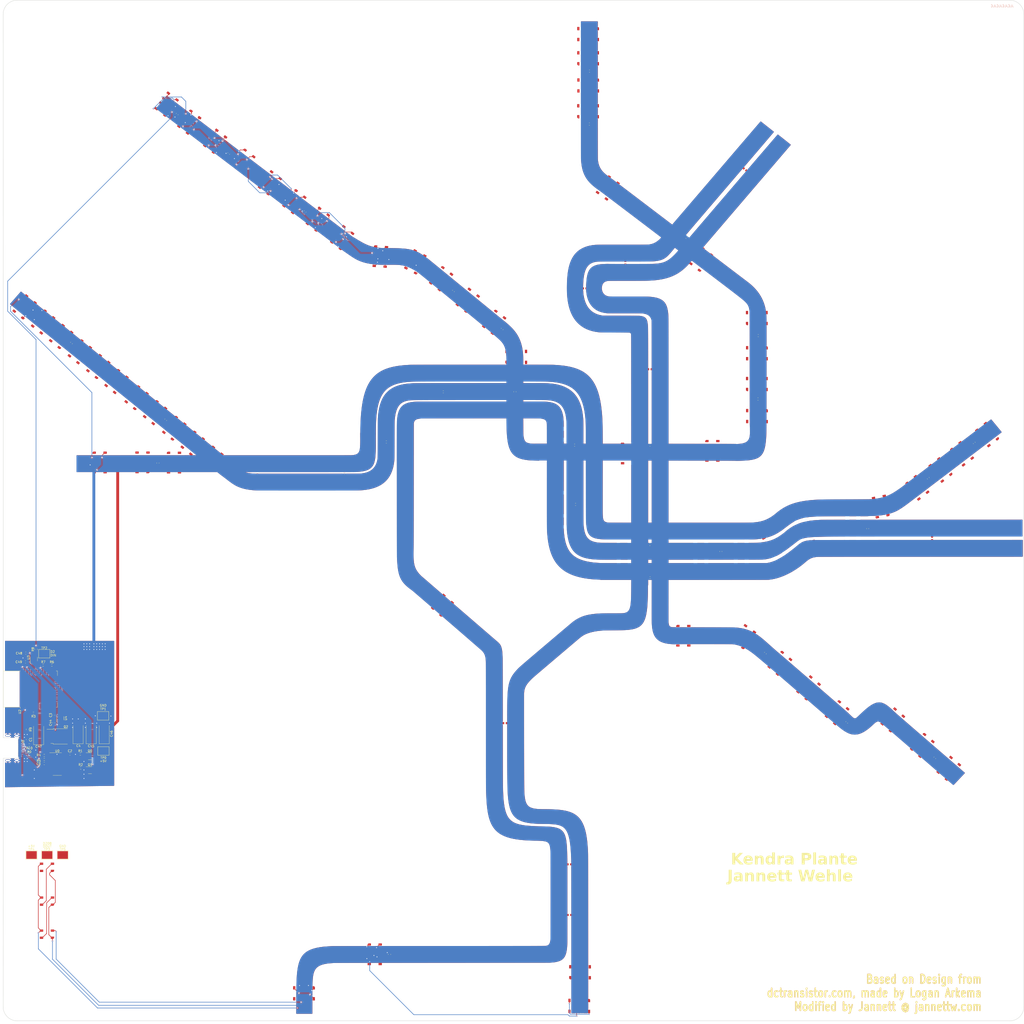
<source format=kicad_pcb>
(kicad_pcb (version 20241229) (generator "pcbnew") (generator_version "9.0")
  (layers (0 "F.Cu" signal) (2 "B.Cu" signal) (13 "F.Paste" user) (15 "B.Paste" user) (5 "F.SilkS" user "F.Silkscreen") (7 "B.SilkS" user "B.Silkscreen") (1 "F.Mask" user) (3 "B.Mask" user) (25 "Edge.Cuts" user))
  (net 0 "")
  (net 1 "+5V")
  (net 2 "GND")
  (net 3 "VBUS")
  (net 4 "/DIN")
  (net 5 "+3V3")
  (net 6 "Net-(U0-V3)")
  (net 7 "Net-(Q2-G)")
  (net 8 "/esp-rst")
  (net 9 "/esp-gpio0")
  (net 10 "/txd-to-rx")
  (net 11 "/rxd-to-tx")
  (net 12 "/GPIO_DATA")
  (net 13 "/73-74")
  (net 14 "/145-146")
  (net 16 "Net-(U0-UD-)")
  (net 17 "Net-(U0-UD+)")
  (net 18 "Net-(J0-CC2)")
  (net 20 "Net-(J0-CC1)")
  (net 21 "Net-(Q0-E)")
  (net 22 "Net-(Q0-B)")
  (net 23 "Net-(Q1-E)")
  (net 24 "Net-(Q1-B)")
  (net 25 "Net-(U0-TXD)")
  (net 26 "Net-(U0-RXD)")
  (net 27 "Net-(U2-EN)")
  (net 28 "Net-(U2-GPIO2)")
  (net 29 "Net-(U3-B)")
  (net 30 "Net-(U2-GPIO15)")
  (net 51 "Net-(D2-DOUT)")
  (net 52 "Net-(D3-DOUT)")
  (net 53 "Net-(D4-DOUT)")
  (net 54 "Net-(D5-DOUT)")
  (net 55 "Net-(D6-DOUT)")
  (net 56 "Net-(D7-DOUT)")
  (net 57 "Net-(D8-DOUT)")
  (net 58 "Net-(D10-DIN)")
  (net 59 "Net-(D10-DOUT)")
  (net 60 "Net-(D11-DOUT)")
  (net 61 "Net-(D12-DOUT)")
  (net 62 "Net-(D13-DOUT)")
  (net 63 "Net-(D14-DOUT)")
  (net 64 "Net-(D15-DOUT)")
  (net 65 "Net-(D16-DOUT)")
  (net 66 "Net-(D17-DOUT)")
  (net 67 "Net-(D18-DOUT)")
  (net 68 "Net-(D19-DOUT)")
  (net 69 "Net-(D20-DOUT)")
  (net 70 "Net-(D21-DOUT)")
  (net 71 "Net-(D22-DOUT)")
  (net 72 "Net-(D23-DOUT)")
  (net 73 "Net-(D24-DOUT)")
  (net 74 "Net-(D25-DOUT)")
  (net 75 "Net-(D26-DOUT)")
  (net 76 "Net-(D27-DOUT)")
  (net 77 "Net-(D28-DOUT)")
  (net 78 "Net-(D29-DOUT)")
  (net 79 "Net-(D30-DOUT)")
  (net 80 "Net-(D31-DOUT)")
  (net 81 "Net-(D32-DOUT)")
  (net 82 "Net-(D33-DOUT)")
  (net 83 "Net-(D34-DOUT)")
  (net 84 "Net-(D35-DOUT)")
  (net 85 "Net-(D36-DOUT)")
  (net 86 "Net-(D37-DOUT)")
  (net 87 "Net-(D38-DOUT)")
  (net 88 "Net-(D39-DOUT)")
  (net 89 "Net-(D40-DOUT)")
  (net 90 "Net-(D41-DOUT)")
  (net 91 "Net-(D42-DOUT)")
  (net 92 "Net-(D43-DOUT)")
  (net 93 "Net-(D44-DOUT)")
  (net 94 "Net-(D45-DOUT)")
  (net 95 "Net-(D46-DOUT)")
  (net 96 "Net-(D47-DOUT)")
  (net 97 "Net-(D48-DOUT)")
  (net 98 "Net-(D49-DOUT)")
  (net 99 "Net-(D50-DOUT)")
  (net 100 "Net-(D51-DOUT)")
  (net 101 "Net-(D52-DOUT)")
  (net 102 "Net-(D53-DOUT)")
  (net 103 "Net-(D54-DOUT)")
  (net 104 "Net-(D55-DOUT)")
  (net 105 "Net-(D56-DOUT)")
  (net 106 "Net-(D57-DOUT)")
  (net 107 "Net-(D58-DOUT)")
  (net 108 "Net-(D59-DOUT)")
  (net 109 "Net-(D60-DOUT)")
  (net 110 "Net-(D61-DOUT)")
  (net 111 "Net-(D62-DOUT)")
  (net 112 "Net-(D63-DOUT)")
  (net 113 "Net-(D64-DOUT)")
  (net 114 "Net-(D65-DOUT)")
  (net 115 "Net-(D66-DOUT)")
  (net 116 "Net-(D67-DOUT)")
  (net 117 "Net-(D68-DOUT)")
  (net 118 "Net-(D69-DOUT)")
  (net 119 "Net-(D70-DOUT)")
  (net 120 "Net-(D71-DOUT)")
  (net 121 "Net-(D72-DOUT)")
  (net 122 "Net-(D74-DOUT)")
  (net 123 "Net-(D75-DOUT)")
  (net 124 "Net-(D76-DOUT)")
  (net 125 "Net-(D77-DOUT)")
  (net 126 "Net-(D78-DOUT)")
  (net 127 "Net-(D79-DOUT)")
  (net 128 "Net-(D80-DOUT)")
  (net 129 "Net-(D81-DOUT)")
  (net 130 "Net-(D82-DOUT)")
  (net 131 "Net-(D83-DOUT)")
  (net 132 "Net-(D84-DOUT)")
  (net 133 "Net-(D85-DOUT)")
  (net 134 "Net-(D86-DOUT)")
  (net 135 "Net-(D87-DOUT)")
  (net 136 "Net-(D88-DOUT)")
  (net 137 "Net-(D89-DOUT)")
  (net 138 "Net-(D90-DOUT)")
  (net 139 "Net-(D91-DOUT)")
  (net 140 "Net-(D92-DOUT)")
  (net 141 "Net-(D93-DOUT)")
  (net 142 "Net-(D94-DOUT)")
  (net 143 "Net-(D95-DOUT)")
  (net 144 "Net-(D96-DOUT)")
  (net 145 "Net-(D97-DOUT)")
  (net 146 "Net-(D98-DOUT)")
  (net 147 "Net-(D100-DIN)")
  (net 148 "Net-(D100-DOUT)")
  (net 149 "Net-(D101-DOUT)")
  (net 150 "Net-(D102-DOUT)")
  (net 151 "Net-(D103-DOUT)")
  (net 152 "Net-(D104-DOUT)")
  (net 153 "Net-(D105-DOUT)")
  (net 154 "Net-(D106-DOUT)")
  (net 155 "Net-(D107-DOUT)")
  (net 156 "Net-(D108-DOUT)")
  (net 157 "Net-(D109-DOUT)")
  (net 158 "Net-(D110-DOUT)")
  (net 159 "Net-(D111-DOUT)")
  (net 160 "Net-(D112-DOUT)")
  (net 161 "Net-(D113-DOUT)")
  (net 162 "Net-(D114-DOUT)")
  (net 163 "Net-(D115-DOUT)")
  (net 164 "Net-(D116-DOUT)")
  (net 165 "Net-(D117-DOUT)")
  (net 166 "Net-(D118-DOUT)")
  (net 167 "Net-(D119-DOUT)")
  (net 168 "Net-(D120-DOUT)")
  (net 169 "Net-(D121-DOUT)")
  (net 170 "Net-(D122-DOUT)")
  (net 171 "Net-(D123-DOUT)")
  (net 172 "Net-(D124-DOUT)")
  (net 173 "Net-(D125-DOUT)")
  (net 174 "Net-(D126-DOUT)")
  (net 175 "Net-(D127-DOUT)")
  (net 176 "Net-(D128-DOUT)")
  (net 177 "Net-(D129-DOUT)")
  (net 178 "Net-(D130-DOUT)")
  (net 179 "Net-(D131-DOUT)")
  (net 180 "Net-(D132-DOUT)")
  (net 181 "Net-(D133-DOUT)")
  (net 182 "Net-(D134-DOUT)")
  (net 183 "Net-(D135-DOUT)")
  (net 184 "Net-(D136-DOUT)")
  (net 185 "Net-(D137-DOUT)")
  (net 186 "Net-(D138-DOUT)")
  (net 187 "Net-(D139-DOUT)")
  (net 188 "Net-(D140-DOUT)")
  (net 189 "Net-(D141-DOUT)")
  (net 190 "Net-(D142-DOUT)")
  (net 191 "Net-(D143-DOUT)")
  (net 192 "Net-(D144-DOUT)")
  (net 193 "Net-(D146-DOUT)")
  (net 194 "Net-(D147-DOUT)")
  (net 195 "Net-(D148-DOUT)")
  (net 196 "Net-(D149-DOUT)")
  (net 197 "Net-(D150-DOUT)")
  (net 198 "Net-(D151-DOUT)")
  (net 199 "Net-(D152-DOUT)")
  (net 200 "Net-(D153-DOUT)")
  (net 201 "Net-(D154-DOUT)")
  (net 202 "Net-(D155-DOUT)")
  (net 203 "Net-(D156-DOUT)")
  (net 204 "Net-(D157-DOUT)")
  (net 205 "Net-(D158-DOUT)")
  (net 206 "Net-(D159-DOUT)")
  (net 207 "Net-(D160-DOUT)")
  (net 208 "Net-(D161-DOUT)")
  (net 209 "Net-(D162-DOUT)")
  (net 210 "Net-(D163-DOUT)")
  (net 211 "Net-(D164-DOUT)")
  (net 212 "Net-(D165-DOUT)")
  (net 213 "Net-(D166-DOUT)")
  (net 214 "Net-(D167-DOUT)")
  (net 215 "Net-(D168-DOUT)")
  (net 216 "Net-(D169-DOUT)")
  (net 217 "Net-(D170-DOUT)")
  (net 218 "Net-(D171-DOUT)")
  (net 219 "Net-(D172-DOUT)")
  (net 220 "Net-(D173-DOUT)")
  (net 221 "Net-(D174-DOUT)")
  (net 222 "Net-(D175-DOUT)")
  (net 223 "Net-(D176-DOUT)")
  (net 224 "Net-(D177-DOUT)")
  (net 225 "Net-(D178-DOUT)")
  (net 226 "Net-(D179-DOUT)")
  (net 227 "Net-(D180-DOUT)")
  (net 228 "Net-(D181-DOUT)")
  (net 229 "Net-(D182-DOUT)")
  (net 230 "Net-(D183-DOUT)")
  (net 231 "Net-(D184-DOUT)")
  (net 232 "Net-(D185-DOUT)")
  (net 233 "Net-(D186-DOUT)")
  (net 234 "Net-(D187-DOUT)")
  (net 235 "Net-(D188-DOUT)")
  (net 236 "Net-(D189-DOUT)")
  (net 237 "Net-(D190-DOUT)")
  (net 238 "Net-(D191-DOUT)")
  (net 239 "Net-(D192-DOUT)")
  (net 240 "Net-(D193-DOUT)")
  (net 241 "Net-(D194-DOUT)")
  (net 242 "Net-(D195-DOUT)")
  (net 243 "Net-(D196-DOUT)")
  (net 244 "Net-(D197-DOUT)")
  (net 245 "Net-(D198-DOUT)")
  (net 246 "Net-(D199-DOUT)")
  (net 247 "Net-(D200-DOUT)")
  (net 248 "Net-(D201-DOUT)")
  (net 249 "Net-(D202-DOUT)")
  (net 250 "Net-(D203-DOUT)")
  (net 251 "Net-(D204-DOUT)")
  (net 252 "Net-(D205-DOUT)")
  (net 253 "Net-(D206-DOUT)")
  (net 254 "Net-(D207-DOUT)")
  (net 255 "Net-(D208-DOUT)")
  (footprint "jannett_footprints:LED_SK6812_PLCC4_5.0x5.0mm_P3.2mm_no_silk" (layer "F.Cu") (at 369.535 234.02 90)
    (property "Reference" "D73")
    (property "Value" "SKC6812RV")
  )
  (footprint "Capacitor_SMD:C_0603_1608Metric" (layer "F.Cu") (at 510.115 277.25 128)
    (property "Reference" "C25" (hide yes))
    (property "Value" "10uF")
  )
  (footprint "Capacitor_SMD:C_0603_1608Metric" (layer "F.Cu") (at 147.955 266.87 51)
    (property "Reference" "C15" (hide yes))
    (property "Value" "10uF")
  )
  (footprint "jannett_footprints:LED_SK6812_PLCC4_5.0x5.0mm_P3.2mm_no_silk" (layer "F.Cu") (at 406.945 162.35 51)
    (property "Reference" "D61")
    (property "Value" "SKC6812RV")
  )
  (footprint "jannett_footprints:LED_SK6812_PLCC4_5.0x5.0mm_P3.2mm_no_silk" (layer "F.Cu") (at 295.12 387.649999 90)
    (property "Reference" "D184")
    (property "Value" "SKC6812RV")
  )
  (footprint "jannett_footprints:LED_SK6812_PLCC4_5.0x5.0mm_P3.2mm_no_silk" (layer "F.Cu") (at 468.795841 308.4598 -169)
    (property "Reference" "D116")
    (property "Value" "SKC6812RV")
  )
  (footprint "jannett_footprints:LED_SK6812_PLCC4_5.0x5.0mm_P3.2mm_no_silk" (layer "F.Cu") (at 124.1774 251.8432 -39)
    (property "Reference" "D165")
    (property "Value" "SKC6812RV")
  )
  (footprint "jannett_footprints:LED_SK6812_PLCC4_5.0x5.0mm_P3.2mm_no_silk" (layer "F.Cu") (at 467.703641 303.0242 -169)
    (property "Reference" "D117")
    (property "Value" "SKC6812RV")
  )
  (footprint "jannett_footprints:LED_SK6812_PLCC4_5.0x5.0mm_P3.2mm_no_silk" (layer "F.Cu") (at 315.685 250.13)
    (property "Reference" "D136")
    (property "Value" "SKC6812RV")
  )
  (footprint "jannett_footprints:LED_SK6812_PLCC4_5.0x5.0mm_P3.2mm_no_silk" (layer "F.Cu") (at 450.4912 395.9374 -41)
    (property "Reference" "D90")
    (property "Value" "SKC6812RV")
  )
  (footprint "jannett_footprints:LED_SK6812_PLCC4_5.0x5.0mm_P3.2mm_no_silk" (layer "F.Cu") (at 326.9964 273.3824 90)
    (property "Reference" "D134")
    (property "Value" "SKC6812RV")
  )
  (footprint "jannett_footprints:LED_SK6812_PLCC4_5.0x5.0mm_P3.2mm_no_silk" (layer "F.Cu") (at 415.495 221.3 90)
    (property "Reference" "D43")
    (property "Value" "SKC6812RV")
  )
  (footprint "Resistor_SMD:R_0603_1608Metric" (layer "F.Cu") (at 96.9526 376.795887)
    (property "Reference" "R6")
    (property "Value" "12K")
  )
  (footprint "jannett_footprints:LED_SK6812_PLCC4_5.0x5.0mm_P3.2mm_no_silk" (layer "F.Cu") (at 221.26 294.8 180)
    (property "Reference" "D146")
    (property "Value" "SKC6812RV")
  )
  (footprint "jannett_footprints:LED_SK6812_PLCC4_5.0x5.0mm_P3.2mm_no_silk" (layer "F.Cu") (at 360.565 234.11 90)
    (property "Reference" "D72")
    (property "Value" "SKC6812RV")
  )
  (footprint "jannett_footprints:LED_SK6812_PLCC4_5.0x5.0mm_P3.2mm_no_silk" (layer "F.Cu") (at 399.19 171.71 -129)
    (property "Reference" "D62")
    (property "Value" "SKC6812RV")
  )
  (footprint "jannett_footprints:LED_SK6812_PLCC4_5.0x5.0mm_P3.2mm_no_silk" (layer "F.Cu") (at 284.9594 211.2032 142)
    (property "Reference" "D25")
    (property "Value" "SKC6812RV")
  )
  (footprint "Package_TO_SOT_SMD:SOT-23-3" (layer "F.Cu") (at 114.0174 423.8012)
    (property "Reference" "Q1")
    (property "Value" "MMBT3904")
  )
  (footprint "jannett_footprints:LED_SK6812_PLCC4_5.0x5.0mm_P3.2mm_no_silk" (layer "F.Cu") (at 127.66 247.52 -39)
    (property "Reference" "D164")
    (property "Value" "SKC6812RV")
  )
  (footprint "jannett_footprints:LED_SK6812_PLCC4_5.0x5.0mm_P3.2mm_no_silk" (layer "F.Cu") (at 302.185 238.715 90)
    (property "Reference" "D28")
    (property "Value" "SKC6812RV")
  )
  (footprint "jannett_footprints:LED_SK6812_PLCC4_5.0x5.0mm_P3.2mm_no_silk" (layer "F.Cu") (at 493.315 287.15 -142)
    (property "Reference" "D113")
    (property "Value" "SKC6812RV")
  )
  (footprint "jannett_footprints:LED_SK6812_PLCC4_5.0x5.0mm_P3.2mm_no_silk" (layer "F.Cu") (at 315.67 258.44)
    (property "Reference" "D137")
    (property "Value" "SKC6812RV")
  )
  (footprint "jannett_footprints:LED_SK6812_PLCC4_5.0x5.0mm_P3.2mm_no_silk" (layer "F.Cu") (at 160.1946 131.3202 -38)
    (property "Reference" "D4")
    (property "Value" "SKC6812RV")
  )
  (footprint "jannett_footprints:LED_SK6812_PLCC4_5.0x5.0mm_P3.2mm_no_silk" (layer "F.Cu") (at 293.35 225.335 -38)
    (property "Reference" "D27")
    (property "Value" "SKC6812RV")
  )
  (footprint "jannett_footprints:LED_SK6812_PLCC4_5.0x5.0mm_P3.2mm_no_silk" (layer "F.Cu") (at 524.23 315.469999 180)
    (property "Reference" "D99")
    (property "Value" "SKC6812RV")
  )
  (footprint "Capacitor_Tantalum_SMD:CP_EIA-7343-43_Kemet-X_Pad2.25x2.55mm_HandSolder" (layer "F.Cu") (at 108.6802 407.453687 90)
    (property "Reference" "C4")
    (property "Value" "150uF")
  )
  (footprint "Resistor_SMD:R_0603_1608Metric" (layer "F.Cu") (at 89.8914 369.683887 90)
    (property "Reference" "R8")
    (property "Value" "499")
  )
  (footprint "jannett_footprints:LED_SK6812_PLCC4_5.0x5.0mm_P3.2mm_no_silk" (layer "F.Cu") (at 339.97 117.125 -90)
    (property "Reference" "D50")
    (property "Value" "SKC6812RV")
  )
  (footprint "jannett_footprints:LED_SK6812_PLCC4_5.0x5.0mm_P3.2mm_no_silk" (layer "F.Cu") (at 340.195 207.98 90)
    (property "Reference" "D69")
    (property "Value" "SKC6812RV")
  )
  (footprint "Resistor_SMD:R_0603_1608Metric" (layer "F.Cu") (at 109.8518 422.8106)
    (property "Reference" "R2")
    (property "Value" "12K")
  )
  (footprint "jannett_footprints:LED_SK6812_PLCC4_5.0x5.0mm_P3.2mm_no_silk" (layer "F.Cu") (at 339.91 128.675 90)
    (property "Reference" "D49")
    (property "Value" "SKC6812RV")
  )
  (footprint "jannett_footprints:LED_SK6812_PLCC4_5.0x5.0mm_P3.2mm_no_silk" (layer "F.Cu") (at 272.38 258.365)
    (property "Reference" "D141")
    (property "Value" "SKC6812RV")
  )
  (footprint "jannett_footprints:LED_SK6812_PLCC4_5.0x5.0mm_P3.2mm_no_silk" (layer "F.Cu") (at 91.2844 225.1986 -39)
    (property "Reference" "D173")
    (property "Value" "SKC6812RV")
  )
  (footprint "jannett_footprints:LED_SK6812_PLCC4_5.0x5.0mm_P3.2mm_no_silk" (layer "F.Cu") (at 502.84 279.92 38)
    (property "Reference" "D110")
    (property "Value" "SKC6812RV")
  )
  (footprint "jannett_footprints:LED_SK6812_PLCC4_5.0x5.0mm_P3.2mm_no_silk" (layer "F.Cu") (at 334.3624 94.1 -90)
    (property "Reference" "D55")
    (property "Value" "SKC6812RV")
  )
  (footprint "Capacitor_SMD:C_0603_1608Metric" (layer "F.Cu") (at 299.92 402.754999)
    (property "Reference" "C35" (hide yes))
    (property "Value" "10uF")
  )
  (footprint "jannett_footprints:LED_SK6812_PLCC4_5.0x5.0mm_P3.2mm_no_silk" (layer "F.Cu") (at 455.71 310.894999)
    (property "Reference" "D118")
    (property "Value" "SKC6812RV")
  )
  (footprint "jannett_footprints:LED_SK6812_PLCC4_5.0x5.0mm_P3.2mm_no_silk" (layer "F.Cu") (at 415.57 265.235 -90)
    (property "Reference" "D36")
    (property "Value" "SKC6812RV")
  )
  (footprint "jannett_footprints:LED_SK6812_PLCC4_5.0x5.0mm_P3.2mm_no_silk" (layer "F.Cu") (at 118.3608 283.2122)
    (property "Reference" "D176")
    (property "Value" "SKC6812RV")
  )
  (footprint "jannett_footprints:LED_SK6812_PLCC4_5.0x5.0mm_P3.2mm_no_silk" (layer "F.Cu") (at 399.82 156.2 51)
    (property "Reference" "D60")
    (property "Value" "SKC6812RV")
  )
  (footprint "jannett_footprints:LED_SK6812_PLCC4_5.0x5.0mm_P3.2mm_no_silk" (layer "F.Cu") (at 333.475 482.389999 -90)
    (property "Reference" "D194")
    (property "Value" "SKC6812RV")
  )
  (footprint "jannett_footprints:LED_SK6812_PLCC4_5.0x5.0mm_P3.2mm_no_silk" (layer "F.Cu") (at 217.8272 174.9066 142)
    (property "Reference" "D15")
    (property "Value" "SKC6812RV")
  )
  (footprint "jannett_footprints:LED_SK6812_PLCC4_5.0x5.0mm_P3.2mm_no_silk" (layer "F.Cu") (at 137.56 288.725 180)
    (property "Reference" "D178")
    (property "Value" "SKC6812RV")
  )
  (footprint "jannett_footprints:LED_SK6812_PLCC4_5.0x5.0mm_P3.2mm_no_silk" (layer "F.Cu") (at 392.8078 283.5678)
    (property "Reference" "D35")
    (property "Value" "SKC6812RV")
  )
  (footprint "jannett_footprints:LED_SK6812_PLCC4_5.0x5.0mm_P3.2mm_no_silk" (layer "F.Cu") (at 330.4 529.4144 -90)
    (property "Reference" "D201")
    (property "Value" "SKC6812RV")
  )
  (footprint "jannett_footprints:LED_SK6812_PLCC4_5.0x5.0mm_P3.2mm_no_silk" (layer "F.Cu") (at 225.265 187.505 142)
    (property "Reference" "D16")
    (property "Value" "SKC6812RV")
  )
  (footprint "jannett_footprints:LED_SK6812_PLCC4_5.0x5.0mm_P3.2mm_no_silk" (layer "F.Cu") (at 422.995 327.949999 -151)
    (property "Reference" "D122")
    (property "Value" "SKC6812RV")
  )
  (footprint "jannett_footprints:TestPoint_Keystone_5016_Compact" (layer "F.Cu") (at 101.8 461.825)
    (property "Reference" "TP5")
    (property "Value" "5016")
  )
  (footprint "Capacitor_SMD:C_0603_1608Metric" (layer "F.Cu") (at 462.4 315.649999 90)
    (property "Reference" "C13" (hide yes))
    (property "Value" "10uF")
  )
  (footprint "jannett_footprints:LED_SK6812_PLCC4_5.0x5.0mm_P3.2mm_no_silk" (layer "F.Cu") (at 150.0854 123.3446 142)
    (property "Reference" "D3")
    (property "Value" "SKC6812RV")
  )
  (footprint "Resistor_SMD:R_0603_1608Metric" (layer "F.Cu") (at 86.8108 416.826287)
    (property "Reference" "R0")
    (property "Value" "5.1K")
  )
  (footprint "jannett_footprints:LED_SK6812_PLCC4_5.0x5.0mm_P3.2mm_no_silk" (layer "F.Cu") (at 360.5498 272.976 90)
    (property "Reference" "D76")
    (property "Value" "SKC6812RV")
  )
  (footprint "jannett_footprints:LED_SK6812_PLCC4_5.0x5.0mm_P3.2mm_no_silk" (layer "F.Cu") (at 324.01 494.509999 90)
    (property "Reference" "D196")
    (property "Value" "SKC6812RV")
  )
  (footprint "jannett_footprints:LED_SK6812_PLCC4_5.0x5.0mm_P3.2mm_no_silk" (layer "F.Cu") (at 369.5575 318.664999)
    (property "Reference" "D81")
    (property "Value" "SKC6812RV")
  )
  (footprint "Capacitor_SMD:C_0603_1608Metric" (layer "F.Cu") (at 335.62 208.01)
    (property "Reference" "C22" (hide yes))
    (property "Value" "10uF")
  )
  (footprint "Package_SO:SOIC-16_3.9x9.9mm_P1.27mm" (layer "F.Cu") (at 99.3838 421.118887)
    (property "Reference" "U0")
    (property "Value" "CH340C")
  )
  (footprint "jannett_footprints:LED_SK6812_PLCC4_5.0x5.0mm_P3.2mm_no_silk" (layer "F.Cu") (at 405.685 321.319999)
    (property "Reference" "D124")
    (property "Value" "SKC6812RV")
  )
  (footprint "RF_Module:ESP-12E" (layer "F.Cu") (at 87.3514 387.514687 90)
    (property "Reference" "U2")
    (property "Value" "ESP-12F")
  )
  (footprint "jannett_footprints:LED_SK6812_PLCC4_5.0x5.0mm_P3.2mm_no_silk" (layer "F.Cu") (at 421.72 145.25 51)
    (property "Reference" "D57")
    (property "Value" "SKC6812RV")
  )
  (footprint "jannett_footprints:LED_SK6812_PLCC4_5.0x5.0mm_P3.2mm_no_silk" (layer "F.Cu") (at 111.25 234.215 -39)
    (property "Reference" "D168")
    (property "Value" "SKC6812RV")
  )
  (footprint "jannett_footprints:LED_SK6812_PLCC4_5.0x5.0mm_P3.2mm_no_silk" (layer "F.Cu") (at 437.6896 384.8884 139)
    (property "Reference" "D89")
    (property "Value" "SKC6812RV")
  )
  (footprint "jannett_footprints:LED_SK6812_PLCC4_5.0x5.0mm_P3.2mm_no_silk" (layer "F.Cu") (at 171.8024 139.9562 142)
    (property "Reference" "D7")
    (property "Value" "SKC6812RV")
  )
  (footprint "jannett_footprints:LED_SK6812_PLCC4_5.0x5.0mm_P3.2mm_no_silk" (layer "F.Cu") (at 405.457 366.2956 144)
    (property "Reference" "D84")
    (property "Value" "SKC6812RV")
  )
  (footprint "jannett_footprints:LED_SK6812_PLCC4_5.0x5.0mm_P3.2mm_no_silk" (layer "F.Cu") (at 333.46 494.524999 90)
    (property "Reference" "D197")
    (property "Value" "SKC6812RV")
  )
  (footprint "jannett_footprints:LED_SK6812_PLCC4_5.0x5.0mm_P3.2mm_no_silk" (layer "F.Cu") (at 339.94 94.1 -90)
    (property "Reference" "D54")
    (property "Value" "SKC6812RV")
  )
  (footprint "jannett_footprints:LED_SK6812_PLCC4_5.0x5.0mm_P3.2mm_no_silk" (layer "F.Cu") (at 405.745 330.334999)
    (property "Reference" "D125")
    (property "Value" "SKC6812RV")
  )
  (footprint "jannett_footprints:LED_SK6812_PLCC4_5.0x5.0mm_P3.2mm_no_silk" (layer "F.Cu") (at 170.185 282.005 141)
    (property "Reference" "D155")
    (property "Value" "SKC6812RV")
  )
  (footprint "jannett_footprints:LED_SK6812_PLCC4_5.0x5.0mm_P3.2mm_no_silk" (layer "F.Cu") (at 414.52 138.725 51)
    (property "Reference" "D56")
    (property "Value" "SKC6812RV")
  )
  (footprint "jannett_footprints:LED_SK6812_PLCC4_5.0x5.0mm_P3.2mm_no_silk" (layer "F.Cu") (at 483.985 324.364999)
    (property "Reference" "D105")
    (property "Value" "SKC6812RV")
  )
  (footprint "jannett_footprints:LED_SK6812_PLCC4_5.0x5.0mm_P3.2mm_no_silk" (layer "F.Cu") (at 334.3624 104.955 90)
    (property "Reference" "D52")
    (property "Value" "SKC6812RV")
  )
  (footprint "jannett_footprints:LED_SK6812_PLCC4_5.0x5.0mm_P3.2mm_no_silk" (layer "F.Cu") (at 270.46 351.649999 139)
    (property "Reference" "D182")
    (property "Value" "SKC6812RV")
  )
  (footprint "jannett_footprints:LED_SK6812_PLCC4_5.0x5.0mm_P3.2mm_no_silk" (layer "F.Cu") (at 244.294 190.9594 -4)
    (property "Reference" "D18")
    (property "Value" "SKC6812RV")
  )
  (footprint "jannett_footprints:LED_SK6812_PLCC4_5.0x5.0mm_P3.2mm_no_silk" (layer "F.Cu") (at 506.2832 284.3044 38)
    (property "Reference" "D111")
    (property "Value" "SKC6812RV")
  )
  (footprint "jannett_footprints:LED_SK6812_PLCC4_5.0x5.0mm_P3.2mm_no_silk" (layer "F.Cu") (at 228.6984 183.1362 142)
    (property "Reference" "D17")
    (property "Value" "SKC6812RV")
  )
  (footprint "jannett_footprints:LED_SK6812_PLCC4_5.0x5.0mm_P3.2mm_no_silk" (layer "F.Cu") (at 469.42 315.274999 180)
    (property "Reference" "D107")
    (property "Value" "SKC6812RV")
  )
  (footprint "Package_TO_SOT_SMD:TO-252-2" (layer "F.Cu") (at 100.8588 408.672887)
    (property "Reference" "Q2")
    (property "Value" "AOD403")
  )
  (footprint "jannett_footprints:LED_SK6812_PLCC4_5.0x5.0mm_P3.2mm_no_silk" (layer "F.Cu") (at 234.535 294.815)
    (property "Reference" "D145")
    (property "Value" "SKC6812RV")
  )
  (footprint "jannett_footprints:LED_SK6812_PLCC4_5.0x5.0mm_P3.2mm_no_silk" (layer "F.Cu") (at 141.4494 265.7878 -39)
    (property "Reference" "D161")
    (property "Value" "SKC6812RV")
  )
  (footprint "Capacitor_SMD:C_0603_1608Metric" (layer "F.Cu") (at 396.61 325.849999 90)
    (property "Reference" "C16" (hide yes))
    (property "Value" "10uF")
  )
  (footprint "jannett_footprints:TestPoint_Keystone_5016_Compact" (layer "F.Cu") (at 120.0372 415.216)
    (property "Reference" "TP0")
    (property "Value" "5016")
  )
  (footprint "Capacitor_SMD:C_0603_1608Metric" (layer "F.Cu") (at 85.29 371.401 180)
    (property "Reference" "C48")
    (property "Value" "0.1uF")
  )
  (footprint "jannett_footprints:LED_SK6812_PLCC4_5.0x5.0mm_P3.2mm_no_silk" (layer "F.Cu") (at 158.315 279.4784 -39)
    (property "Reference" "D157")
    (property "Value" "SKC6812RV")
  )
  (footprint "MountingHole:MountingHole_6.4mm_M6" (layer "F.Cu") (at 525.599 529.389)
    (property "Reference" "H3" (hide yes))
    (property "Value" "MountingHole")
  )
  (footprint "Capacitor_SMD:C_0603_1608Metric" (layer "F.Cu") (at 93.5418 420.839487)
    (property "Reference" "C0")
    (property "Value" "0.1uF")
  )
  (footprint "jannett_footprints:LED_SK6812_PLCC4_5.0x5.0mm_P3.2mm_no_silk" (layer "F.Cu") (at 483.94 315.409999)
    (property "Reference" "D104")
    (property "Value" "SKC6812RV")
  )
  (footprint "jannett_footprints:LED_SK6812_PLCC4_5.0x5.0mm_P3.2mm_no_silk" (layer "F.Cu") (at 469.48 324.304999 180)
    (property "Reference" "D106")
    (property "Value" "SKC6812RV")
  )
  (footprint "Capacitor_SMD:C_0603_1608Metric" (layer "F.Cu") (at 85.163 375.338)
    (property "Reference" "C49")
    (property "Value" "0.1uF")
  )
  (footprint "jannett_footprints:LED_SK6812_PLCC4_5.0x5.0mm_P3.2mm_no_silk" (layer "F.Cu") (at 415.51 250.865 90)
    (property "Reference" "D39")
    (property "Value" "SKC6812RV")
  )
  (footprint "Capacitor_SMD:C_0603_1608Metric" (layer "F.Cu") (at 337.705 134.42)
    (property "Reference" "C37" (hide yes))
    (property "Value" "10uF")
  )
  (footprint "jannett_footprints:LED_SK6812_PLCC4_5.0x5.0mm_P3.2mm_no_silk" (layer "F.Cu") (at 118.36 288.77)
    (property "Reference" "D177")
    (property "Value" "SKC6812RV")
  )
  (footprint "jannett_footprints:LED_SK6812_PLCC4_5.0x5.0mm_P3.2mm_no_silk" (layer "F.Cu") (at 151.6602 288.8256)
    (property "Reference" "D181")
    (property "Value" "SKC6812RV")
  )
  (footprint "Capacitor_SMD:C_0603_1608Metric" (layer "F.Cu") (at 153.085 129.935 -128)
    (property "Reference" "C5" (hide yes))
    (property "Value" "10uF")
  )
  (footprint "jannett_footprints:LED_SK6812_PLCC4_5.0x5.0mm_P3.2mm_no_silk" (layer "F.Cu") (at 334.337 128.6786 90)
    (property "Reference" "D48")
    (property "Value" "SKC6812RV")
  )
  (footprint "jannett_footprints:LED_SK6812_PLCC4_5.0x5.0mm_P3.2mm_no_silk" (layer "F.Cu") (at 379.803 366.3718)
    (property "Reference" "D83")
    (property "Value" "SKC6812RV")
  )
  (footprint "jannett_footprints:LED_SK6812_PLCC4_5.0x5.0mm_P3.2mm_no_silk" (layer "F.Cu") (at 475.434 399.2648 139)
    (property "Reference" "D93")
    (property "Value" "SKC6812RV")
  )
  (footprint "Capacitor_SMD:C_0603_1608Metric" (layer "F.Cu") (at 364.87 278.15)
    (property "Reference" "C34" (hide yes))
    (property "Value" "10uF")
  )
  (footprint "jannett_footprints:LED_SK6812_PLCC4_5.0x5.0mm_P3.2mm_no_silk" (layer "F.Cu") (at 269.59 205.835 -38)
    (property "Reference" "D23")
    (property "Value" "SKC6812RV")
  )
  (footprint "jannett_footprints:LED_SK6812_PLCC4_5.0x5.0mm_P3.2mm_no_silk" (layer "F.Cu") (at 184.48 286.43)
    (property "Reference" "D152")
    (property "Value" "SKC6812RV")
  )
  (footprint "jannett_footprints:LED_SK6812_PLCC4_5.0x5.0mm_P3.2mm_no_silk" (layer "F.Cu") (at 192.91 162.98 142)
    (property "Reference" "D10")
    (property "Value" "SKC6812RV")
  )
  (footprint "Capacitor_SMD:C_0603_1608Metric" (layer "F.Cu") (at 413.365 229.19)
    (property "Reference" "C28" (hide yes))
    (property "Value" "10uF")
  )
  (footprint "jannett_footprints:LED_SK6812_PLCC4_5.0x5.0mm_P3.2mm_no_silk" (layer "F.Cu") (at 335.6832 273.3316 90)
    (property "Reference" "D135")
    (property "Value" "SKC6812RV")
  )
  (footprint "jannett_footprints:LED_SK6812_PLCC4_5.0x5.0mm_P3.2mm_no_silk" (layer "F.Cu") (at 258.4672 198.6302 152)
    (property "Reference" "D20")
    (property "Value" "SKC6812RV")
  )
  (footprint "jannett_footprints:LED_SK6812_PLCC4_5.0x5.0mm_P3.2mm_no_silk" (layer "F.Cu") (at 409.9782 237.0604 -90)
    (property "Reference" "D41")
    (property "Value" "SKC6812RV")
  )
  (footprint "jannett_footprints:LED_SK6812_PLCC4_5.0x5.0mm_P3.2mm_no_silk" (layer "F.Cu") (at 156.775 135.695 -38)
    (property "Reference" "D5")
    (property "Value" "SKC6812RV")
  )
  (footprint "jannett_footprints:LED_SK6812_PLCC4_5.0x5.0mm_P3.2mm_no_silk" (layer "F.Cu") (at 408.7082 361.8506 144)
    (property "Reference" "D85")
    (property "Value" "SKC6812RV")
  )
  (footprint "jannett_footprints:LED_SK6812_PLCC4_5.0x5.0mm_P3.2mm_no_silk" (layer "F.Cu") (at 295.24 418.429999 -90)
    (property "Reference" "D187")
    (property "Value" "SKC6812RV")
  )
  (footprint "jannett_footprints:LED_SK6812_PLCC4_5.0x5.0mm_P3.2mm_no_silk" (layer "F.Cu") (at 184.51 294.62)
    (property "Reference" "D153")
    (property "Value" "SKC6812RV")
  )
  (footprint "Resistor_SMD:R_0603_1608Metric" (layer "F.Cu") (at 93.5418 417.181887 180)
    (property "Reference" "R4")
    (property "Value" "499")
  )
  (footprint "jannett_footprints:LED_SK6812_PLCC4_5.0x5.0mm_P3.2mm_no_silk" (layer "F.Cu") (at 324.13 469.879999 90)
    (property "Reference" "D192")
    (property "Value" "SKC6812RV")
  )
  (footprint "jannett_footprints:LED_SK6812_PLCC4_5.0x5.0mm_P3.2mm_no_silk" (layer "F.Cu") (at 353.92 192.275 180)
    (property "Reference" "D67")
    (property "Value" "SKC6812RV")
  )
  (footprint "jannett_footprints:LED_SK6812_PLCC4_5.0x5.0mm_P3.2mm_no_silk" (layer "F.Cu") (at 136.66 254.825 -39)
    (property "Reference" "D163")
    (property "Value" "SKC6812RV")
  )
  (footprint "Capacitor_SMD:C_0603_1608Metric" (layer "F.Cu") (at 407.425 154.73 141)
    (property "Reference" "C40" (hide yes))
    (property "Value" "10uF")
  )
  (footprint "jannett_footprints:LED_SK6812_PLCC4_5.0x5.0mm_P3.2mm_no_silk" (layer "F.Cu") (at 137.5632 283.1614 180)
    (property "Reference" "D179")
    (property "Value" "SKC6812RV")
  )
  (footprint "jannett_footprints:LED_SK6812_PLCC4_5.0x5.0mm_P3.2mm_no_silk" (layer "F.Cu") (at 369.67 301.16 -90)
    (property "Reference" "D78")
    (property "Value" "SKC6812RV")
  )
  (footprint "Capacitor_SMD:C_0603_1608Metric" (layer "F.Cu") (at 97.8162 399.198687 90)
    (property "Reference" "C3")
    (property "Value" "10uF")
  )
  (footprint "jannett_footprints:LED_SK6812_PLCC4_5.0x5.0mm_P3.2mm_no_silk" (layer "F.Cu") (at 241.57 503.5064)
    (property "Reference" "D202")
    (property "Value" "SKC6812RV")
  )
  (footprint "Capacitor_SMD:C_0603_1608Metric" (layer "F.Cu") (at 328.795 488.674999)
    (property "Reference" "C33" (hide yes))
    (property "Value" "10uF")
  )
  (footprint "jannett_footprints:TestPoint_Keystone_5016_Compact" (layer "F.Cu") (at 94.815 461.825)
    (property "Reference" "TP3")
    (property "Value" "5016")
  )
  (footprint "jannett_footprints:LED_SK6812_PLCC4_5.0x5.0mm_P3.2mm_no_silk" (layer "F.Cu") (at 251.035 271.265 -90)
    (property "Reference" "D142")
    (property "Value" "SKC6812RV")
  )
  (footprint "jannett_footprints:LED_SK6812_PLCC4_5.0x5.0mm_P3.2mm_no_silk" (layer "F.Cu") (at 387.655 330.319999 180)
    (property "Reference" "D126")
    (property "Value" "SKC6812RV")
  )
  (footprint "jannett_footprints:LED_SK6812_PLCC4_5.0x5.0mm_P3.2mm_no_silk" (layer "F.Cu") (at 86.515 214.19 141)
    (property "Reference" "D175")
    (property "Value" "SKC6812RV")
  )
  (footprint "Capacitor_SMD:C_0603_1608Metric" (layer "F.Cu") (at 97.8162 402.602287 90)
    (property "Reference" "C44")
    (property "Value" "10uF")
  )
  (footprint "jannett_footprints:LED_SK6812_PLCC4_5.0x5.0mm_P3.2mm_no_silk" (layer "F.Cu") (at 292.795 258.395 180)
    (property "Reference" "D138")
    (property "Value" "SKC6812RV")
  )
  (footprint "Capacitor_SMD:C_0603_1608Metric" (layer "F.Cu") (at 413.245 257.585)
    (property "Reference" "C38" (hide yes))
    (property "Value" "10uF")
  )
  (footprint "jannett_footprints:LED_SK6812_PLCC4_5.0x5.0mm_P3.2mm_no_silk" (layer "F.Cu") (at 339.925 104.945 90)
    (property "Reference" "D53")
    (property "Value" "SKC6812RV")
  )
  (footprint "Capacitor_SMD:C_0603_1608Metric" (layer "F.Cu") (at 246.76 276.8)
    (property "Reference" "C8" (hide yes))
    (property "Value" "10uF")
  )
  (footprint "jannett_footprints:LED_SK6812_PLCC4_5.0x5.0mm_P3.2mm_no_silk" (layer "F.Cu") (at 94.795 220.88 -39)
    (property "Reference" "D172")
    (property "Value" "SKC6812RV")
  )
  (footprint "jannett_footprints:LED_SK6812_PLCC4_5.0x5.0mm_P3.2mm_no_silk" (layer "F.Cu") (at 335.9626 529.4398 -90)
    (property "Reference" "D200")
    (property "Value" "SKC6812RV")
  )
  (footprint "Capacitor_SMD:C_0603_1608Metric" (layer "F.Cu") (at 492.445 418.309999 -131)
    (property "Reference" "C26" (hide yes))
    (property "Value" "10uF")
  )
  (footprint "jannett_footprints:LED_SK6812_PLCC4_5.0x5.0mm_P3.2mm_no_silk" (layer "F.Cu") (at 326.905 312.364999 90)
    (property "Reference" "D130")
    (property "Value" "SKC6812RV")
  )
  (footprint "Capacitor_SMD:C_0603_1608Metric" (layer "F.Cu") (at 304.36 254.315 90)
    (property "Reference" "C36" (hide yes))
    (property "Value" "10uF")
  )
  (footprint "jannett_footprints:LED_SK6812_PLCC4_5.0x5.0mm_P3.2mm_no_silk" (layer "F.Cu") (at 369.4398 272.8998 90)
    (property "Reference" "D77")
    (property "Value" "SKC6812RV")
  )
  (footprint "jannett_footprints:LED_SK6812_PLCC4_5.0x5.0mm_P3.2mm_no_silk" (layer "F.Cu") (at 392.8078 278.0052)
    (property "Reference" "D34")
    (property "Value" "SKC6812RV")
  )
  (footprint "jannett_footprints:LED_SK6812_PLCC4_5.0x5.0mm_P3.2mm_no_silk" (layer "F.Cu") (at 83.0294 218.5184 141)
    (property "Reference" "D174")
    (property "Value" "SKC6812RV")
  )
  (footprint "jannett_footprints:LED_SK6812_PLCC4_5.0x5.0mm_P3.2mm_no_silk" (layer "F.Cu") (at 353.845 201.155 180)
    (property "Reference" "D66")
    (property "Value" "SKC6812RV")
  )
  (footprint "jannett_footprints:LED_SK6812_PLCC4_5.0x5.0mm_P3.2mm_no_silk" (layer "F.Cu") (at 207.2862 166.931 -38)
    (property "Reference" "D12")
    (property "Value" "SKC6812RV")
  )
  (footprint "jannett_footprints:LED_SK6812_PLCC4_5.0x5.0mm_P3.2mm_no_silk" (layer "F.Cu") (at 242.53 271.31 -90)
    (property "Reference" "D143")
    (property "Value" "SKC6812RV")
  )
  (footprint "jannett_footprints:LED_SK6812_PLCC4_5.0x5.0mm_P3.2mm_no_silk" (layer "F.Cu") (at 455.725 319.939999)
    (property "Reference" "D119")
    (property "Value" "SKC6812RV")
  )
  (footprint "jannett_footprints:LED_SK6812_PLCC4_5.0x5.0mm_P3.2mm_no_silk" (layer "F.Cu") (at 208.375 294.725)
    (property "Reference" "D149")
    (property "Value" "SKC6812RV")
  )
  (footprint "jannett_footprints:LED_SK6812_PLCC4_5.0x5.0mm_P3.2mm_no_silk" (layer "F.Cu") (at 292.705 250.13 180)
    (property "Reference" "D139")
    (property "Value" "SKC6812RV")
  )
  (footprint "Resistor_SMD:R_0603_1608Metric" (layer "F.Cu") (at 93.041 376.795887 180)
    (property "Reference" "R7")
    (property "Value" "12K")
  )
  (footprint "jannett_footprints:LED_SK6812_PLCC4_5.0x5.0mm_P3.2mm_no_silk" (layer "F.Cu") (at 304.81 418.504999 -90)
    (property "Reference" "D186")
    (property "Value" "SKC6812RV")
  )
  (footprint "jannett_footprints:LED_SK6812_PLCC4_5.0x5.0mm_P3.2mm_no_silk" (layer "F.Cu") (at 94.765 497.284999 180)
    (property "Reference" "D206")
    (property "Value" "SKC6812RV")
  )
  (footprint "jannett_footprints:LED_SK6812_PLCC4_5.0x5.0mm_P3.2mm_no_silk" (layer "F.Cu") (at 102.865 227.435 141)
    (property "Reference" "D171")
    (property "Value" "SKC6812RV")
  )
  (footprint "jannett_footprints:LED_SK6812_PLCC4_5.0x5.0mm_P3.2mm_no_silk" (layer "F.Cu") (at 296.7704 220.9568 -38)
    (property "Reference" "D26")
    (property "Value" "SKC6812RV")
  )
  (footprint "jannett_footprints:TestPoint_Keystone_5016_Compact" (layer "F.Cu") (at 119.9102 399.468)
    (property "Reference" "TP1")
    (property "Value" "5016")
  )
  (footprint "jannett_footprints:LED_SK6812_PLCC4_5.0x5.0mm_P3.2mm_no_silk" (layer "F.Cu") (at 322.526 285.2442 180)
    (property "Reference" "D30")
    (property "Value" "SKC6812RV")
  )
  (footprint "Capacitor_SMD:C_0603_1608Metric" (layer "F.Cu") (at 353.83 196.55 90)
    (property "Reference" "C11" (hide yes))
    (property "Value" "10uF")
  )
  (footprint "jannett_footprints:LED_SK6812_PLCC4_5.0x5.0mm_P3.2mm_no_silk" (layer "F.Cu") (at 355.038 284.7362 180)
    (property "Reference" "D32")
    (property "Value" "SKC6812RV")
  )
  (footprint "Capacitor_SMD:C_0603_1608Metric" (layer "F.Cu") (at 364.825 244.22)
    (property "Reference" "C17" (hide yes))
    (property "Value" "10uF")
  )
  (footprint "Capacitor_Tantalum_SMD:CP_EIA-7343-43_Kemet-X_Pad2.25x2.55mm_HandSolder" (layer "F.Cu") (at 114.5302 407.453687 90)
    (property "Reference" "C45")
    (property "Value" "150uF")
  )
  (footprint "jannett_footprints:LED_SK6812_PLCC4_5.0x5.0mm_P3.2mm_no_silk" (layer "F.Cu") (at 119.5 240.89 141)
    (property "Reference" "D167")
    (property "Value" "SKC6812RV")
  )
  (footprint "jannett_footprints:LED_SK6812_PLCC4_5.0x5.0mm_P3.2mm_no_silk" (layer "F.Cu") (at 184.4262 148.7954 -38)
    (property "Reference" "D8")
    (property "Value" "SKC6812RV")
  )
  (footprint "Capacitor_SMD:C_0603_1608Metric" (layer "F.Cu") (at 381.295 185.225 141)
    (property "Reference" "C42" (hide yes))
    (property "Value" "10uF")
  )
  (footprint "jannett_footprints:TestPoint_Keystone_5016_Compact" (layer "F.Cu") (at 87.83 461.825)
    (property "Reference" "TP4")
    (property "Value" "5016")
  )
  (footprint "jannett_footprints:LED_SK6812_PLCC4_5.0x5.0mm_P3.2mm_no_silk" (layer "F.Cu") (at 353.02 224.33)
    (property "Reference" "D71")
    (property "Value" "SKC6812RV")
  )
  (footprint "jannett_footprints:LED_SK6812_PLCC4_5.0x5.0mm_P3.2mm_no_silk" (layer "F.Cu") (at 324.04 482.419999 -90)
    (property "Reference" "D195")
    (property "Value" "SKC6812RV")
  )
  (footprint "jannett_footprints:LED_SK6812_PLCC4_5.0x5.0mm_P3.2mm_no_silk" (layer "F.Cu") (at 418.75 320.089999 -151)
    (property "Reference" "D123")
    (property "Value" "SKC6812RV")
  )
  (footprint "Package_TO_SOT_SMD:SOT-23-6_Handsoldering" (layer "F.Cu") (at 88.9008 374.052687 90)
    (property "Reference" "U3")
    (property "Value" "SN74LVC1T45DBV")
  )
  (footprint "Capacitor_SMD:C_0603_1608Metric" (layer "F.Cu") (at 276.82 209.18 -128)
    (property "Reference" "C12" (hide yes))
    (property "Value" "10uF")
  )
  (footprint "Capacitor_SMD:C_0603_1608Metric" (layer "F.Cu") (at 272.2848 254.3578 180)
    (property "Reference" "C32" (hide yes))
    (property "Value" "10uF")
  )
  (footprint "jannett_footprints:LED_SK6812_PLCC4_5.0x5.0mm_P3.2mm_no_silk" (layer "F.Cu") (at 389.455 192.8136 142)
    (property "Reference" "D45")
    (property "Value" "SKC6812RV")
  )
  (footprint "jannett_footprints:LED_SK6812_PLCC4_5.0x5.0mm_P3.2mm_no_silk" (layer "F.Cu") (at 307.165 441.634999 111)
    (property "Reference" "D189")
    (property "Value" "SKC6812RV")
  )
  (footprint "Resistor_SMD:R_0603_1608Metric" (layer "F.Cu") (at 88.723 398.309687 180)
    (property "Reference" "R3")
    (property "Value" "12K")
  )
  (footprint "jannett_footprints:LED_SK6812_PLCC4_5.0x5.0mm_P3.2mm_no_silk" (layer "F.Cu") (at 344.3192 165.2292 -36)
    (property "Reference" "D47")
    (property "Value" "SKC6812RV")
  )
  (footprint "jannett_footprints:LED_SK6812_PLCC4_5.0x5.0mm_P3.2mm_no_silk" (layer "F.Cu") (at 435.175 320.434999 -162)
    (property "Reference" "D120")
    (property "Value" "SKC6812RV")
  )
  (footprint "Capacitor_SMD:C_0603_1608Metric" (layer "F.Cu") (at 337.78 110.69)
    (property "Reference" "C39" (hide yes))
    (property "Value" "10uF")
  )
  (footprint "jannett_footprints:LED_SK6812_PLCC4_5.0x5.0mm_P3.2mm_no_silk" (layer "F.Cu") (at 324.04 458.989999 -90)
    (property "Reference" "D191")
    (property "Value" "SKC6812RV")
  )
  (footprint "jannett_footprints:LED_SK6812_PLCC4_5.0x5.0mm_P3.2mm_no_silk" (layer "F.Cu") (at 330.7556 514.3268 90)
    (property "Reference" "D198")
    (property "Value" "SKC6812RV")
  )
  (footprint "jannett_footprints:LED_SK6812_PLCC4_5.0x5.0mm_P3.2mm_no_silk" (layer "F.Cu") (at 496.87 425.119999 139)
    (property "Reference" "D96")
    (property "Value" "SKC6812RV")
  )
  (footprint "jannett_footprints:LED_SK6812_PLCC4_5.0x5.0mm_P3.2mm_no_silk" (layer "F.Cu") (at 434.065 389.119999 139)
    (property "Reference" "D88")
    (property "Value" "SKC6812RV")
  )
  (footprint "jannett_footprints:LED_SK6812_PLCC4_5.0x5.0mm_P3.2mm_no_silk" (layer "F.Cu") (at 221.305 286.34 180)
    (property "Reference" "D147")
    (property "Value" "SKC6812RV")
  )
  (footprint "Capacitor_SMD:C_0603_1608Metric" (layer "F.Cu") (at 331.105 278.24)
    (property "Reference" "C18" (hide yes))
    (property "Value" "10uF")
  )
  (footprint "jannett_footprints:LED_SK6812_PLCC4_5.0x5.0mm_P3.2mm_no_silk" (layer "F.Cu") (at 386.0768 197.1824 142)
    (property "Reference" "D44")
    (property "Value" "SKC6812RV")
  )
  (footprint "Capacitor_SMD:C_0603_1608Metric" (layer "F.Cu") (at 452.995 402.424999 -131)
    (property "Reference" "C31" (hide yes))
    (property "Value" "10uF")
  )
  (footprint "Capacitor_SMD:C_0603_1608Metric" (layer "F.Cu") (at 105.73 232.49 51)
    (property "Reference" "C30" (hide yes))
    (property "Value" "10uF")
  )
  (footprint "Resistor_SMD:R_0603_1608Metric" (layer "F.Cu") (at 109.6994 416.6384)
    (property "Reference" "R1")
    (property "Value" "12K")
  )
  (footprint "Package_TO_SOT_SMD:SOT-23-3" (layer "F.Cu") (at 114.0174 417.6036)
    (property "Reference" "Q0")
    (property "Value" "MMBT3904")
  )
  (footprint "jannett_footprints:LED_SK6812_PLCC4_5.0x5.0mm_P3.2mm_no_silk" (layer "F.Cu") (at 496.7446 291.5688 -142)
    (property "Reference" "D112")
    (property "Value" "SKC6812RV")
  )
  (footprint "jannett_footprints:LED_SK6812_PLCC4_5.0x5.0mm_P3.2mm_no_silk" (layer "F.Cu") (at 497.62 324.424999 180)
    (property "Reference" "D102")
    (property "Value" "SKC6812RV")
  )
  (footprint "jannett_footprints:LED_SK6812_PLCC4_5.0x5.0mm_P3.2mm_no_silk" (layer "F.Cu") (at 322.526 279.6816 180)
    (property "Reference" "D31")
    (property "Value" "SKC6812RV")
  )
  (footprint "jannett_footprints:LED_SK6812_PLCC4_5.0x5.0mm_P3.2mm_no_silk" (layer "F.Cu") (at 153.55 268.505 -39)
    (property "Reference" "D159")
    (property "Value" "SKC6812RV")
  )
  (footprint "jannett_footprints:LED_SK6812_PLCC4_5.0x5.0mm_P3.2mm_no_silk" (layer "F.Cu") (at 369.4 254.975 -90)
    (property "Reference" "D74")
    (property "Value" "SKC6812RV")
  )
  (footprint "jannett_footprints:LED_SK6812_PLCC4_5.0x5.0mm_P3.2mm_no_silk" (layer "F.Cu") (at 116.024 245.2138 141)
    (property "Reference" "D166")
    (property "Value" "SKC6812RV")
  )
  (footprint "jannett_footprints:LED_SK6812_PLCC4_5.0x5.0mm_P3.2mm_no_silk" (layer "F.Cu") (at 347.605 160.745 -36)
    (property "Reference" "D46")
    (property "Value" "SKC6812RV")
  )
  (footprint "jannett_footprints:LED_SK6812_PLCC4_5.0x5.0mm_P3.2mm_no_silk" (layer "F.Cu") (at 410.0036 265.2036 -90)
    (property "Reference" "D37")
    (property "Value" "SKC6812RV")
  )
  (footprint "jannett_footprints:LED_SK6812_PLCC4_5.0x5.0mm_P3.2mm_no_silk" (layer "F.Cu") (at 497.56 315.469999 180)
    (property "Reference" "D103")
    (property "Value" "SKC6812RV")
  )
  (footprint "jannett_footprints:LED_SK6812_PLCC4_5.0x5.0mm_P3.2mm_no_silk" (layer "F.Cu") (at 208.315 286.355)
    (property "Reference" "D148")
    (property "Value" "SKC6812RV")
  )
  (footprint "jannett_footprints:LED_SK6812_PLCC4_5.0x5.0mm_P3.2mm_no_silk" (layer "F.Cu") (at 353.3362 330.3546)
    (property "Reference" "D129")
    (property "Value" "SKC6812RV")
  )
  (footprint "Capacitor_SMD:C_0603_1608Metric" (layer "F.Cu") (at 416.567362 371.371608 -131)
    (property "Reference" "C24" (hide yes))
    (property "Value" "10uF")
  )
  (footprint "jannett_footprints:LED_SK6812_PLCC4_5.0x5.0mm_P3.2mm_no_silk" (layer "F.Cu") (at 196.3388 158.5744 142)
    (property "Reference" "D11")
    (property "Value" "SKC6812RV")
  )
  (footprint "jannett_footprints:LED_SK6812_PLCC4_5.0x5.0mm_P3.2mm_no_silk" (layer "F.Cu") (at 511.195 324.574999)
    (property "Reference" "D101")
    (property "Value" "SKC6812RV")
  )
  (footprint "jannett_footprints:LED_SK6812_PLCC4_5.0x5.0mm_P3.2mm_no_silk" (layer "F.Cu") (at 94.78 482.479999 180)
    (property "Reference" "D207")
    (property "Value" "SKC6812RV")
  )
  (footprint "jannett_footprints:LED_SK6812_PLCC4_5.0x5.0mm_P3.2mm_no_silk" (layer "F.Cu") (at 273.355 348.364999 139)
    (property "Reference" "D183")
    (property "Value" "SKC6812RV")
  )
  (footprint "jannett_footprints:LED_SK6812_PLCC4_5.0x5.0mm_P3.2mm_no_silk" (layer "F.Cu") (at 243.9068 196.522 -4)
    (property "Reference" "D19")
    (property "Value" "SKC6812RV")
  )
  (footprint "jannett_footprints:LED_SK6812_PLCC4_5.0x5.0mm_P3.2mm_no_silk" (layer "F.Cu") (at 166.697 286.3364 141)
    (property "Reference" "D154")
    (property "Value" "SKC6812RV")
  )
  (footprint "jannett_footprints:LED_SK6812_PLCC4_5.0x5.0mm_P3.2mm_no_silk" (layer "F.Cu") (at 133.169 259.133 141)
    (property "Reference" "D162")
    (property "Value" "SKC6812RV")
  )
  (footprint "jannett_footprints:LED_SK6812_PLCC4_5.0x5.0mm_P3.2mm_no_silk" (layer "F.Cu") (at 432.31 312.184999 -162)
    (property "Reference" "D121")
    (property "Value" "SKC6812RV")
  )
  (footprint "Jarrett_Footprint_Library:USB_C_Receptacle_GSB1C4621DS2HR" (layer "F.Cu") (at 81.8516 413.879887 -90)
    (property "Reference" "J0")
    (property "Value" "USB_C_Receptacle")
    (fp_line (start -4.62 6.7) (end -5.62 6.7) (stroke (width 0.12)) (layer "Edge.Cuts"))
    (fp_line (start -4.62 6.7) (end -4.62 0) (stroke (width 0.12)) (layer "Edge.Cuts"))
    (fp_line (start 4.62 6.7) (end 4.62 0) (stroke (width 0.12)) (layer "Edge.Cuts"))
    (fp_line (start 5.62 6.7) (end 4.62 6.7) (stroke (width 0.12)) (layer "Edge.Cuts"))
    (fp_line (start 4.02 0) (end -4.02 0) (stroke (width 0.12)) (layer "Edge.Cuts"))
    (fp_arc (start -4.62 0) (mid -4.32 -0.3) (end -4.02 0) (stroke (width 0.12)) (layer "Edge.Cuts"))
    (fp_arc (start 4.02 0) (mid 4.32 -0.3) (end 4.62 0) (stroke (width 0.12)) (layer "Edge.Cuts"))
  )
  (footprint "jannett_footprints:LED_SK6812_PLCC4_5.0x5.0mm_P3.2mm_no_silk" (layer "F.Cu") (at 333.43 469.894999 90)
    (property "Reference" "D193")
    (property "Value" "SKC6812RV")
  )
  (footprint "jannett_footprints:LED_SK6812_PLCC4_5.0x5.0mm_P3.2mm_no_silk" (layer "F.Cu") (at 281.515 215.585 142)
    (property "Reference" "D24")
    (property "Value" "SKC6812RV")
  )
  (footprint "jannett_footprints:LED_SK6812_PLCC4_5.0x5.0mm_P3.2mm_no_silk" (layer "F.Cu") (at 161.815 275.165 -39)
    (property "Reference" "D156")
    (property "Value" "SKC6812RV")
  )
  (footprint "Capacitor_SMD:C_0603_1608Metric" (layer "F.Cu") (at 210.4 173.555 -128)
    (property "Reference" "C7" (hide yes))
    (property "Value" "10uF")
  )
  (footprint "jannett_footprints:LED_SK6812_PLCC4_5.0x5.0mm_P3.2mm_no_silk" (layer "F.Cu") (at 424.888 373.814 -41)
    (property "Reference" "D86")
    (property "Value" "SKC6812RV")
  )
  (footprint "jannett_footprints:LED_SK6812_PLCC4_5.0x5.0mm_P3.2mm_no_silk" (layer "F.Cu") (at 144.94 261.455 -39)
    (property "Reference" "D160")
    (property "Value" "SKC6812RV")
  )
  (footprint "jannett_footprints:LED_SK6812_PLCC4_5.0x5.0mm_P3.2mm_no_silk" (layer "F.Cu") (at 234.505 286.19)
    (property "Reference" "D144")
    (property "Value" "SKC6812RV")
  )
  (footprint "jannett_footprints:LED_SK6812_PLCC4_5.0x5.0mm_P3.2mm_no_silk" (layer "F.Cu") (at 326.875 297.08 -90)
    (property "Reference" "D133")
    (property "Value" "SKC6812RV")
  )
  (footprint "jannett_footprints:LED_SK6812_PLCC4_5.0x5.0mm_P3.2mm_no_silk" (layer "F.Cu") (at 331.285 207.965 90)
    (property "Reference" "D68")
    (property "Value" "SKC6812RV")
  )
  (footprint "jannett_footprints:LED_SK6812_PLCC4_5.0x5.0mm_P3.2mm_no_silk" (layer "F.Cu") (at 391.75 165.68 -129)
    (property "Reference" "D63")
    (property "Value" "SKC6812RV")
  )
  (footprint "jannett_footprints:LED_SK6812_PLCC4_5.0x5.0mm_P3.2mm_no_silk" (layer "F.Cu") (at 214.36 179.255 142)
    (property "Reference" "D14")
    (property "Value" "SKC6812RV")
  )
  (footprint "jannett_footprints:LED_SK6812_PLCC4_5.0x5.0mm_P3.2mm_no_silk" (layer "F.Cu") (at 99.3616 231.7772 141)
    (property "Reference" "D170")
    (property "Value" "SKC6812RV")
  )
  (footprint "jannett_footprints:LED_SK6812_PLCC4_5.0x5.0mm_P3.2mm_no_silk" (layer "F.Cu") (at 387.58 321.274999 180)
    (property "Reference" "D127")
    (property "Value" "SKC6812RV")
  )
  (footprint "MountingHole:MountingHole_6.4mm_M6" (layer "F.Cu") (at 81.861 85.651)
    (property "Reference" "H0" (hide yes))
    (property "Value" "MountingHole")
  )
  (footprint "Capacitor_SMD:C_0603_1608Metric" (layer "F.Cu") (at 144.4466 286.2602 90)
    (property "Reference" "C41" (hide yes))
    (property "Value" "10uF")
  )
  (footprint "jannett_footprints:LED_SK6812_PLCC4_5.0x5.0mm_P3.2mm_no_silk" (layer "F.Cu") (at 360.19 255.02 -90)
    (property "Reference" "D75")
    (property "Value" "SKC6812RV")
  )
  (footprint "jannett_footprints:LED_SK6812_PLCC4_5.0x5.0mm_P3.2mm_no_silk" (layer "F.Cu") (at 180.9718 153.1642 -38)
    (property "Reference" "D9")
    (property "Value" "SKC6812RV")
  )
  (footprint "jannett_footprints:LED_SK6812_PLCC4_5.0x5.0mm_P3.2mm_no_silk" (layer "F.Cu") (at 150.0346 272.7982 141)
    (property "Reference" "D158")
    (property "Value" "SKC6812RV")
  )
  (footprint "jannett_footprints:LED_SK6812_PLCC4_5.0x5.0mm_P3.2mm_no_silk" (layer "F.Cu") (at 336.3182 514.3522 90)
    (property "Reference" "D199")
    (property "Value" "SKC6812RV")
  )
  (footprint "Resistor_SMD:R_0603_1608Metric" (layer "F.Cu") (at 86.0234 405.574087 -90)
    (property "Reference" "R9")
    (property "Value" "12K")
  )
  (footprint "jannett_footprints:LED_SK6812_PLCC4_5.0x5.0mm_P3.2mm_no_silk" (layer "F.Cu") (at 360.175 318.664999)
    (property "Reference" "D80")
    (property "Value" "SKC6812RV")
  )
  (footprint "jannett_footprints:LED_SK6812_PLCC4_5.0x5.0mm_P3.2mm_no_silk" (layer "F.Cu") (at 421.195 377.989999 -41)
    (property "Reference" "D87")
    (property "Value" "SKC6812RV")
  )
  (footprint "Capacitor_Tantalum_SMD:CP_EIA-7343-43_Kemet-X_Pad2.25x2.55mm_HandSolder" (layer "F.Cu") (at 91.0018 407.783887 90)
    (property "Reference" "C47")
    (property "Value" "150uF")
  )
  (footprint "jannett_footprints:LED_SK6812_PLCC4_5.0x5.0mm_P3.2mm_no_silk" (layer "F.Cu") (at 446.845 400.129999 -41)
    (property "Reference" "D91")
    (property "Value" "SKC6812RV")
  )
  (footprint "jannett_footprints:LED_SK6812_PLCC4_5.0x5.0mm_P3.2mm_no_silk" (layer "F.Cu") (at 386.56 186.395 51)
    (property "Reference" "D65")
    (property "Value" "SKC6812RV")
  )
  (footprint "jannett_footprints:LED_SK6812_PLCC4_5.0x5.0mm_P3.2mm_no_silk" (layer "F.Cu") (at 511.375 315.439999)
    (property "Reference" "D100")
    (property "Value" "SKC6812RV")
  )
  (footprint "jannett_footprints:LED_SK6812_PLCC4_5.0x5.0mm_P3.2mm_no_silk" (layer "F.Cu") (at 146.665 127.76 142)
    (property "Reference" "D2")
    (property "Value" "SKC6812RV")
  )
  (footprint "jannett_footprints:LED_SK6812_PLCC4_5.0x5.0mm_P3.2mm_no_silk" (layer "F.Cu") (at 486.268 299.5698 38)
    (property "Reference" "D115")
    (property "Value" "SKC6812RV")
  )
  (footprint "jannett_footprints:LED_SK6812_PLCC4_5.0x5.0mm_P3.2mm_no_silk" (layer "F.Cu") (at 195.58 294.725 180)
    (property "Reference" "D150")
    (property "Value" "SKC6812RV")
  )
  (footprint "Capacitor_SMD:C_0603_1608Metric" (layer "F.Cu") (at 248.185 506.329999 90)
    (property "Reference" "C23" (hide yes))
    (property "Value" "10uF")
  )
  (footprint "jannett_footprints:LED_SK6812_PLCC4_5.0x5.0mm_P3.2mm_no_silk" (layer "F.Cu") (at 335.665 297.095 -90)
    (property "Reference" "D132")
    (property "Value" "SKC6812RV")
  )
  (footprint "Capacitor_SMD:C_0603_1608Metric" (layer "F.Cu") (at 227.995 290.66 90)
    (property "Reference" "C29" (hide yes))
    (property "Value" "10uF")
  )
  (footprint "jannett_footprints:LED_SK6812_PLCC4_5.0x5.0mm_P3.2mm_no_silk" (layer "F.Cu") (at 406.855 147.845 -129)
    (property "Reference" "D59")
    (property "Value" "SKC6812RV")
  )
  (footprint "jannett_footprints:LED_SK6812_PLCC4_5.0x5.0mm_P3.2mm_no_silk" (layer "F.Cu") (at 378.91 180.41 51)
    (property "Reference" "D64")
    (property "Value" "SKC6812RV")
  )
  (footprint "jannett_footprints:LED_SK6812_PLCC4_5.0x5.0mm_P3.2mm_no_silk" (layer "F.Cu") (at 241.5762 509.069)
    (property "Reference" "D203")
    (property "Value" "SKC6812RV")
  )
  (footprint "jannett_footprints:LED_SK6812_PLCC4_5.0x5.0mm_P3.2mm_no_silk" (layer "F.Cu") (at 307.7432 238.7114 90)
    (property "Reference" "D29")
    (property "Value" "SKC6812RV")
  )
  (footprint "jannett_footprints:LED_SK6812_PLCC4_5.0x5.0mm_P3.2mm_no_silk" (layer "F.Cu") (at 353.065 215.405)
    (property "Reference" "D70")
    (property "Value" "SKC6812RV")
  )
  (footprint "jannett_footprints:TestPoint_Keystone_5016_Compact" (layer "F.Cu") (at 93.545 371.655)
    (property "Reference" "TP2")
    (property "Value" "5016")
  )
  (footprint "jannett_footprints:LED_SK6812_PLCC4_5.0x5.0mm_P3.2mm_no_silk" (layer "F.Cu") (at 297.505 445.969999 111)
    (property "Reference" "D188")
    (property "Value" "SKC6812RV")
  )
  (footprint "Package_TO_SOT_SMD:SOT-23-5" (layer "F.Cu") (at 100.7118 400.570287 90)
    (property "Reference" "U4")
    (property "Value" "TLV70233DBVR")
  )
  (footprint "Capacitor_SMD:C_0603_1608Metric" (layer "F.Cu") (at 364.825 322.714999)
    (property "Reference" "C20" (hide yes))
    (property "Value" "10uF")
  )
  (footprint "jannett_footprints:LED_SK6812_PLCC4_5.0x5.0mm_P3.2mm_no_silk" (layer "F.Cu") (at 500.5038 420.9564 139)
    (property "Reference" "D97")
    (property "Value" "SKC6812RV")
  )
  (footprint "MountingHole:MountingHole_6.4mm_M6" (layer "F.Cu") (at 525.599 85.651)
    (property "Reference" "H1" (hide yes))
    (property "Value" "MountingHole")
  )
  (footprint "jannett_footprints:LED_SK6812_PLCC4_5.0x5.0mm_P3.2mm_no_silk" (layer "F.Cu") (at 203.86 171.29 -38)
    (property "Reference" "D13")
    (property "Value" "SKC6812RV")
  )
  (footprint "jannett_footprints:LED_SK6812_PLCC4_5.0x5.0mm_P3.2mm_no_silk" (layer "F.Cu") (at 272.35 250.115)
    (property "Reference" "D140")
    (property "Value" "SKC6812RV")
  )
  (footprint "jannett_footprints:LED_SK6812_PLCC4_5.0x5.0mm_P3.2mm_no_silk" (layer "F.Cu") (at 360.22 301.205 -90)
    (property "Reference" "D79")
    (property "Value" "SKC6812RV")
  )
  (footprint "jannett_footprints:LED_SK6812_PLCC4_5.0x5.0mm_P3.2mm_no_silk" (layer "F.Cu") (at 488.642 410.5932 -41)
    (property "Reference" "D94")
    (property "Value" "SKC6812RV")
  )
  (footprint "jannett_footprints:LED_SK6812_PLCC4_5.0x5.0mm_P3.2mm_no_silk" (layer "F.Cu") (at 514.195 271.31 -142)
    (property "Reference" "D109")
    (property "Value" "SKC6812RV")
  )
  (footprint "Capacitor_SMD:C_0603_1608Metric" (layer "F.Cu") (at 491.23 320.014999 90)
    (property "Reference" "C21" (hide yes))
    (property "Value" "10uF")
  )
  (footprint "jannett_footprints:LED_SK6812_PLCC4_5.0x5.0mm_P3.2mm_no_silk" (layer "F.Cu") (at 304.885 387.664999 90)
    (property "Reference" "D185")
    (property "Value" "SKC6812RV")
  )
  (footprint "jannett_footprints:LED_SK6812_PLCC4_5.0x5.0mm_P3.2mm_no_silk" (layer "F.Cu") (at 107.7436 238.5336 -39)
    (property "Reference" "D169")
    (property "Value" "SKC6812RV")
  )
  (footprint "jannett_footprints:LED_SK6812_PLCC4_5.0x5.0mm_P3.2mm_no_silk" (layer "F.Cu") (at 379.803 360.8346)
    (property "Reference" "D82")
    (property "Value" "SKC6812RV")
  )
  (footprint "jannett_footprints:LED_SK6812_PLCC4_5.0x5.0mm_P3.2mm_no_silk" (layer "F.Cu") (at 353.1838 321.363)
    (property "Reference" "D128")
    (property "Value" "SKC6812RV")
  )
  (footprint "jannett_footprints:LED_SK6812_PLCC4_5.0x5.0mm_P3.2mm_no_silk" (layer "F.Cu") (at 471.79 403.444999 139)
    (property "Reference" "D92")
    (property "Value" "SKC6812RV")
  )
  (footprint "jannett_footprints:LED_SK6812_PLCC4_5.0x5.0mm_P3.2mm_no_silk" (layer "F.Cu") (at 333.4 458.989999 -90)
    (property "Reference" "D190")
    (property "Value" "SKC6812RV")
  )
  (footprint "jannett_footprints:LED_SK6812_PLCC4_5.0x5.0mm_P3.2mm_no_silk" (layer "F.Cu") (at 151.6602 283.263)
    (property "Reference" "D180")
    (property "Value" "SKC6812RV")
  )
  (footprint "jannett_footprints:LED_SK6812_PLCC4_5.0x5.0mm_P3.2mm_no_silk" (layer "F.Cu") (at 334.4132 117.1216 -90)
    (property "Reference" "D51")
    (property "Value" "SKC6812RV")
  )
  (footprint "jannett_footprints:LED_SK6812_PLCC4_5.0x5.0mm_P3.2mm_no_silk" (layer "F.Cu") (at 415.54 237.08 -90)
    (property "Reference" "D40")
    (property "Value" "SKC6812RV")
  )
  (footprint "Capacitor_SMD:C_0603_1608Metric" (layer "F.Cu") (at 489.52 293.045 128)
    (property "Reference" "C19" (hide yes))
    (property "Value" "10uF")
  )
  (footprint "Resistor_SMD:R_0603_1608Metric" (layer "F.Cu") (at 93.5418 418.985287 180)
    (property "Reference" "R5")
    (property "Value" "499")
  )
  (footprint "jannett_footprints:LED_SK6812_PLCC4_5.0x5.0mm_P3.2mm_no_silk" (layer "F.Cu") (at 482.815 295.1 38)
    (property "Reference" "D114")
    (property "Value" "SKC6812RV")
  )
  (footprint "Capacitor_SMD:C_0603_1608Metric" (layer "F.Cu") (at 328.765 465.994999 180)
    (property "Reference" "C10" (hide yes))
    (property "Value" "10uF")
  )
  (footprint "jannett_footprints:LED_SK6812_PLCC4_5.0x5.0mm_P3.2mm_no_silk" (layer "F.Cu") (at 413.965 154.295 -129)
    (property "Reference" "D58")
    (property "Value" "SKC6812RV")
  )
  (footprint "jannett_footprints:LED_SK6812_PLCC4_5.0x5.0mm_P3.2mm_no_silk" (layer "F.Cu") (at 409.9274 221.3124 90)
    (property "Reference" "D42")
    (property "Value" "SKC6812RV")
  )
  (footprint "jannett_footprints:LED_SK6812_PLCC4_5.0x5.0mm_P3.2mm_no_silk" (layer "F.Cu") (at 261.07 193.715 152)
    (property "Reference" "D21")
    (property "Value" "SKC6812RV")
  )
  (footprint "Capacitor_SMD:C_0603_1608Metric" (layer "F.Cu") (at 176.155 147.62 -128)
    (property "Reference" "C14" (hide yes))
    (property "Value" "10uF")
  )
  (footprint "jannett_footprints:LED_SK6812_PLCC4_5.0x5.0mm_P3.2mm_no_silk" (layer "F.Cu") (at 517.6234 275.6684 -142)
    (property "Reference" "D108")
    (property "Value" "SKC6812RV")
  )
  (footprint "Capacitor_SMD:C_0603_1608Metric" (layer "F.Cu") (at 298.65 226.2146 -128)
    (property "Reference" "C6" (hide yes))
    (property "Value" "10uF")
  )
  (footprint "Capacitor_SMD:C_0603_1608Metric" (layer "F.Cu") (at 189.0236 290.5782 90)
    (property "Reference" "C27" (hide yes))
    (property "Value" "10uF")
  )
  (footprint "jannett_footprints:LED_SK6812_PLCC4_5.0x5.0mm_P3.2mm_no_silk" (layer "F.Cu") (at 207.1084 523.7756 -90)
    (property "Reference" "D205")
    (property "Value" "SKC6812RV")
  )
  (footprint "Capacitor_SMD:C_0603_1608Metric" (layer "F.Cu") (at 364.93 337.639999)
    (property "Reference" "C9" (hide yes))
    (property "Value" "10uF")
  )
  (footprint "Capacitor_SMD:C_0603_1608Metric" (layer "F.Cu") (at 105.048 416.648487)
    (property "Reference" "C2")
    (property "Value" "0.1uF")
  )
  (footprint "Resistor_SMD:R_0603_1608Metric" (layer "F.Cu") (at 86.8108 412.533687)
    (property "Reference" "R10")
    (property "Value" "5.1K")
  )
  (footprint "jannett_footprints:LED_SK6812_PLCC4_5.0x5.0mm_P3.2mm_no_silk" (layer "F.Cu") (at 212.671 523.7756 -90)
    (property "Reference" "D204")
    (property "Value" "SKC6812RV")
  )
  (footprint "jannett_footprints:LED_SK6812_PLCC4_5.0x5.0mm_P3.2mm_no_silk" (layer "F.Cu") (at 273.0214 201.4242 -38)
    (property "Reference" "D22")
    (property "Value" "SKC6812RV")
  )
  (footprint "jannett_footprints:LED_SK6812_PLCC4_5.0x5.0mm_P3.2mm_no_silk" (layer "F.Cu") (at 195.55 286.445 180)
    (property "Reference" "D151")
    (property "Value" "SKC6812RV")
  )
  (footprint "jannett_footprints:LED_SK6812_PLCC4_5.0x5.0mm_P3.2mm_no_silk" (layer "F.Cu") (at 409.9528 250.8526 90)
    (property "Reference" "D38")
    (property "Value" "SKC6812RV")
  )
  (footprint "jannett_footprints:LED_SK6812_PLCC4_5.0x5.0mm_P3.2mm_no_silk" (layer "F.Cu") (at 335.695 312.394999 90)
    (property "Reference" "D131")
    (property "Value" "SKC6812RV")
  )
  (footprint "jannett_footprints:LED_SK6812_PLCC4_5.0x5.0mm_P3.2mm_no_silk" (layer "F.Cu") (at 524.305 324.634999 180)
    (property "Reference" "D98")
    (property "Value" "SKC6812RV")
  )
  (footprint "Capacitor_SMD:C_0603_1608Metric" (layer "F.Cu") (at 86.0488 410.095287 -90)
    (property "Reference" "C1")
    (property "Value" "10uF")
  )
  (footprint "Capacitor_Tantalum_SMD:CP_EIA-7343-43_Kemet-X_Pad2.25x2.55mm_HandSolder" (layer "F.Cu") (at 120.3802 407.453687 90)
    (property "Reference" "C46")
    (property "Value" "150uF")
  )
  (footprint "MountingHole:MountingHole_6.4mm_M6" (layer "F.Cu") (at 81.861 529.389)
    (property "Reference" "H2" (hide yes))
    (property "Value" "MountingHole")
  )
  (footprint "jannett_footprints:LED_SK6812_PLCC4_5.0x5.0mm_P3.2mm_no_silk" (layer "F.Cu") (at 168.4 144.335 142)
    (property "Reference" "D6")
    (property "Value" "SKC6812RV")
  )
  (footprint "jannett_footprints:LED_SK6812_PLCC4_5.0x5.0mm_P3.2mm_no_silk" (layer "F.Cu") (at 355.015 279.245 180)
    (property "Reference" "D33")
    (property "Value" "SKC6812RV")
  )
  (footprint "Capacitor_SMD:C_0603_1608Metric" (layer "F.Cu") (at 331.54 304.76)
    (property "Reference" "C43" (hide yes))
    (property "Value" "10uF")
  )
  (footprint "jannett_footprints:LED_SK6812_PLCC4_5.0x5.0mm_P3.2mm_no_silk" (layer "F.Cu") (at 484.99 414.784999 -41)
    (property "Reference" "D95")
    (property "Value" "SKC6812RV")
  )
  (footprint "jannett_footprints:LED_SK6812_PLCC4_5.0x5.0mm_P3.2mm_no_silk" (layer "F.Cu") (at 94.765 467.329999 180)
    (property "Reference" "D208")
    (property "Value" "SKC6812RV")
  )
  (gr_line (start 525.98 78.92) (end 81.48 78.92) (stroke (width 0.15)) (layer "Edge.Cuts"))
  (gr_arc (start 532.33 529.77) (mid 530.470128 534.260128) (end 525.98 536.12) (stroke (width 0.15)) (layer "Edge.Cuts"))
  (gr_line (start 525.98 536.12) (end 81.48 536.12) (stroke (width 0.15)) (layer "Edge.Cuts"))
  (gr_arc (start 81.48 536.12) (mid 76.989872 534.260128) (end 75.13 529.77) (stroke (width 0.15)) (layer "Edge.Cuts"))
  (gr_line (start 75.1516 408.259887) (end 75.13 85.27) (stroke (width 0.15)) (layer "Edge.Cuts"))
  (gr_arc (start 525.98 78.92) (mid 530.470128 80.779872) (end 532.33 85.27) (stroke (width 0.15)) (layer "Edge.Cuts"))
  (gr_line (start 75.131176 529.77) (end 75.1516 419.499887) (stroke (width 0.15)) (layer "Edge.Cuts"))
  (gr_line (start 532.33 529.77) (end 532.33 85.27) (stroke (width 0.15)) (layer "Edge.Cuts"))
  (gr_arc (start 75.13 85.27) (mid 76.989872 80.779872) (end 81.48 78.92) (stroke (width 0.15)) (layer "Edge.Cuts"))
  (gr_text "Based on Design from\ndctransistor.com, made by Logan Arkema\nModified by Jannett @ jannettw.com" (at 513.788 531.929 0) (layer "F.Cu") (effects (font (size 3.81 3.048) (thickness 0.6096) (bold yes)) (justify right bottom)))
  (gr_text "GND" (at 100.149 458.4468 0) (layer "F.SilkS") (effects (font (size 1 1)) (justify left bottom)))
  (gr_text "D208" (at 92.8592 457.2276 0) (layer "F.SilkS") (effects (font (size 1 1)) (justify left bottom)))
  (gr_text "+5V" (at 86.1282 458.4468 0) (layer "F.SilkS") (effects (font (size 1 1)) (justify left bottom)))
  (gr_text "Kendra Plante" (at 401.0628 466.905 0) (layer "F.SilkS") (effects (font (size 5.08 5.08) (thickness 0.254) (bold yes)) (justify left bottom)))
  (gr_text "Jannett Wehle" (at 399.4658 474.485 0) (layer "F.SilkS") (effects (font (size 5.08 5.08) (thickness 0.254) (bold yes)) (justify left bottom)))
  (gr_text "D2\nDIN" (at 96.2374 372.9504 0) (layer "F.SilkS") (effects (font (size 1 1)) (justify left bottom)))
  (gr_text "+5V" (at 118.31 420.296 0) (layer "F.SilkS") (effects (font (size 1 1)) (justify left bottom)))
  (gr_text "GND" (at 118.31 395.404 0) (layer "F.SilkS") (effects (font (size 1 1)) (justify left bottom)))
  (gr_text "Based on Design from\ndctransistor.com, made by Logan Arkema\nModified by Jannett @ jannettw.com" (at 513.788 531.929 0) (layer "F.SilkS") (effects (font (size 3.81 3.048) (thickness 0.6096) (bold yes)) (justify right bottom)))
  (gr_text "DOUT" (at 92.8592 458.523 0) (layer "F.SilkS") (effects (font (size 1 1)) (justify left bottom)))
  (gr_text "JLCJLCJLCJLC" (at 522.625 81.545 0) (layer "B.SilkS") (effects (font (size 1 1)) (justify mirror)))
  (segment (start 101.6618 402.109487) (end 100.9302 402.841087) (width 0.25) (layer "F.Cu") (net 1))
  (segment (start 216.881632 172.137412) (end 215.957122 173.061922) (width 0.25) (layer "F.Cu") (net 1))
  (segment (start 87.9508 372.2838) (end 87.068 371.401) (width 0.25) (layer "F.Cu") (net 1))
  (segment (start 92.098999 495.684999) (end 90.878 494.464) (width 0.25) (layer "F.Cu") (net 1))
  (segment (start 92.315 495.684999) (end 91.968401 495.684999) (width 0.25) (layer "F.Cu") (net 1))
  (segment (start 101.6618 401.707787) (end 101.6618 402.109487) (width 0.25) (layer "F.Cu") (net 1))
  (segment (start 90.878 482.048) (end 92.046001 480.879999) (width 0.25) (layer "F.Cu") (net 1))
  (segment (start 149.139832 120.575412) (end 149.139832 121.267568) (width 0.25) (layer "F.Cu") (net 1))
  (segment (start 149.139832 121.267568) (end 148.4852 121.9222) (width 0.25) (layer "F.Cu") (net 1))
  (segment (start 104.2476 416.673887) (end 104.273 416.648487) (width 0.25) (layer "F.Cu") (net 1))
  (segment (start 87.9508 372.702687) (end 87.9508 372.2838) (width 0.25) (layer "F.Cu") (net 1))
  (segment (start 100.9302 402.841087) (end 99.7618 402.841087) (width 0.25) (layer "F.Cu") (net 1))
  (segment (start 99.7618 401.707787) (end 99.7618 402.841087) (width 0.25) (layer "F.Cu") (net 1))
  (segment (start 90.878 466.905) (end 92.053001 465.729999) (width 0.25) (layer "F.Cu") (net 1))
  (segment (start 92.025999 480.879999) (end 90.878 479.732) (width 0.25) (layer "F.Cu") (net 1))
  (segment (start 99.7618 402.841087) (end 99.2256 403.377287) (width 0.25) (layer "F.Cu") (net 1))
  (segment (start 104.273 416.648487) (end 104.273 410.677087) (width 0.25) (layer "F.Cu") (net 1))
  (segment (start 246.239222 198.289006) (end 246.239222 197.146422) (width 0.25) (layer "F.Cu") (net 1))
  (segment (start 244.0262 510.669) (end 244.0262 509.868) (width 0.25) (layer "F.Cu") (net 1))
  (segment (start 92.315 495.684999) (end 92.098999 495.684999) (width 0.25) (layer "F.Cu") (net 1))
  (segment (start 120.81 290.37) (end 121.099 290.37) (width 0.25) (layer "F.Cu") (net 1))
  (segment (start 90.9034 496.7246) (end 90.9288 496.6992) (width 0.25) (layer "F.Cu") (net 1))
  (segment (start 244.0262 509.868) (end 243.9892 509.831) (width 0.25) (layer "F.Cu") (net 1))
  (segment (start 90.878 479.732) (end 90.878 466.905) (width 0.25) (layer "F.Cu") (net 1))
  (segment (start 92.33 480.879999) (end 92.025999 480.879999) (width 0.25) (layer "F.Cu") (net 1))
  (segment (start 90.9034 496.75) (end 90.9034 496.7246) (width 0.25) (layer "F.Cu") (net 1))
  (segment (start 90.878 494.464) (end 90.878 482.048) (width 0.25) (layer "F.Cu") (net 1))
  (segment (start 92.046001 480.879999) (end 92.33 480.879999) (width 0.25) (layer "F.Cu") (net 1))
  (segment (start 104.273 410.677087) (end 103.7938 410.197887) (width 0.25) (layer "F.Cu") (net 1))
  (segment (start 86.065 371.401) (end 87.068 371.401) (width 0.25) (layer "F.Cu") (net 1))
  (segment (start 246.239222 197.146422) (end 246.1736 197.0808) (width 0.25) (layer "F.Cu") (net 1))
  (segment (start 92.053001 465.729999) (end 92.315 465.729999) (width 0.25) (layer "F.Cu") (net 1))
  (segment (start 92.315 465.729999) (end 92.561001 465.729999) (width 0.25) (layer "F.Cu") (net 1))
  (segment (start 126.438 401.754) (end 121.866 406.326) (width 1.27) (layer "F.Cu") (net 1))
  (segment (start 126.438 289.4606) (end 126.438 401.754) (width 1.27) (layer "F.Cu") (net 1))
  (segment (start 170.856832 137.187012) (end 169.916444 138.1274) (width 0.25) (layer "F.Cu") (net 1))
  (segment (start 91.968401 495.684999) (end 90.9034 496.75) (width 0.25) (layer "F.Cu") (net 1))
  (segment (start 99.2256 403.377287) (end 97.8162 403.377287) (width 0.25) (layer "F.Cu") (net 1))
  (segment (start 101.8588 416.673887) (end 104.2476 416.673887) (width 0.25) (layer "F.Cu") (net 1))
  (via (at 90.9288 496.6992) (size 0.6) (drill 0.4) (layers "F.Cu" "B.Cu") (net 1))
  (via (at 206.956 530.3542) (size 0.6) (drill 0.4) (layers "F.Cu" "B.Cu") (net 1))
  (via (at 87.068 371.401) (size 0.6) (drill 0.4) (layers "F.Cu" "B.Cu") (net 1))
  (via (at 99.2256 403.377287) (size 0.6) (drill 0.4) (layers "F.Cu" "B.Cu") (net 1))
  (via (at 98.5488 405.7926) (size 0.6) (drill 0.4) (layers "F.Cu" "B.Cu") (net 1))
  (segment (start 99.2256 388.029) (end 87.068 375.8714) (width 0.25) (layer "B.Cu") (net 1))
  (segment (start 90.9288 496.6992) (end 90.9288 503.8874) (width 0.25) (layer "B.Cu") (net 1))
  (segment (start 117.3956 530.3542) (end 206.956 530.3542) (width 0.25) (layer "B.Cu") (net 1))
  (segment (start 98.5488 404.054087) (end 98.5488 405.7926) (width 0.25) (layer "B.Cu") (net 1))
  (segment (start 99.2256 403.377287) (end 99.2256 388.029) (width 0.25) (layer "B.Cu") (net 1))
  (segment (start 90.9288 503.8874) (end 117.3956 530.3542) (width 0.25) (layer "B.Cu") (net 1))
  (segment (start 99.2256 403.377287) (end 98.5488 404.054087) (width 0.25) (layer "B.Cu") (net 1))
  (segment (start 87.068 375.8714) (end 87.068 371.401) (width 0.25) (layer "B.Cu") (net 1))
  (segment (start 152.607862 130.545708) (end 152.607862 130.753538) (width 0.25) (layer "F.Cu") (net 2))
  (segment (start 209.922862 174.139662) (end 209.1658 173.3826) (width 0.25) (layer "F.Cu") (net 2))
  (segment (start 92.613332 218.094732) (end 92.4782 217.9596) (width 0.25) (layer "F.Cu") (net 2))
  (segment (start 97.452001 484.079999) (end 98.498 483.034) (width 0.25) (layer "F.Cu") (net 2))
  (segment (start 214.271 521.6168) (end 213.3822 522.5056) (width 0.25) (layer "F.Cu") (net 2))
  (segment (start 95.577 497.512) (end 95.577 485.32) (width 0.25) (layer "F.Cu") (net 2))
  (segment (start 100.7118 401.323536) (end 99.958551 400.570287) (width 0.25) (layer "F.Cu") (net 2))
  (segment (start 169.345568 147.104188) (end 170.669988 147.104188) (width 0.25) (layer "F.Cu") (net 2))
  (segment (start 193.855568 165.438368) (end 193.5956 165.1784) (width 0.25) (layer "F.Cu") (net 2))
  (segment (start 208.7084 521.1084) (end 207.8958 520.2958) (width 0.25) (layer "F.Cu") (net 2))
  (segment (start 218.772768 177.675788) (end 218.772768 177.655568) (width 0.25) (layer "F.Cu") (net 2))
  (segment (start 183.480632 146.026212) (end 181.302588 146.026212) (width 0.25) (layer "F.Cu") (net 2))
  (segment (start 226.210568 190.122568) (end 225.371 189.283) (width 0.25) (layer "F.Cu") (net 2))
  (segment (start 242.145994 189.192394) (end 243.024 190.0704) (width 0.25) (layer "F.Cu") (net 2))
  (segment (start 159.5342 128.83618) (end 159.249032 128.551012) (width 0.25) (layer "F.Cu") (net 2))
  (segment (start 248.185 505.554999) (end 247.206199 505.554999) (width 0.25) (layer "F.Cu") (net 2))
  (segment (start 85.2646 220.271) (end 84.979 220.271) (width 0.25) (layer "F.Cu") (net 2))
  (segment (start 215.305568 182.024188) (end 215.305568 181.833768) (width 0.25) (layer "F.Cu") (net 2))
  (segment (start 147.610568 130.529188) (end 148.862588 130.529188) (width 0.25) (layer "F.Cu") (net 2))
  (segment (start 208.7084 521.3256) (end 208.7084 521.1084) (width 0.25) (layer "F.Cu") (net 2))
  (segment (start 159.249032 129.979768) (end 159.5342 129.6946) (width 0.25) (layer "F.Cu") (net 2))
  (segment (start 175.677862 148.230708) (end 175.677862 148.225862) (width 0.25) (layer "F.Cu") (net 2))
  (segment (start 247.206199 505.554999) (end 247.1896 505.5384) (width 0.25) (layer "F.Cu") (net 2))
  (segment (start 209.922862 174.165708) (end 209.922862 174.139662) (width 0.25) (layer "F.Cu") (net 2))
  (segment (start 239.1262 507.469) (end 238.8074 507.469) (width 0.25) (layer "F.Cu") (net 2))
  (segment (start 96.981001 468.929999) (end 97.215 468.929999) (width 0.25) (layer "F.Cu") (net 2))
  (segment (start 180.026232 150.395012) (end 179.218612 150.395012) (width 0.25) (layer "F.Cu") (net 2))
  (segment (start 152.607862 130.753538) (end 152.092 131.2694) (width 0.25) (layer "F.Cu") (net 2))
  (segment (start 97.23 484.079999) (end 97.452001 484.079999) (width 0.25) (layer "F.Cu") (net 2))
  (segment (start 97.215 498.884999) (end 96.949999 498.884999) (width 0.25) (layer "F.Cu") (net 2))
  (segment (start 229.643968 185.605768) (end 228.927 184.8888) (width 0.25) (layer "F.Cu") (net 2))
  (segment (start 159.5342 129.6946) (end 159.5342 128.83618) (width 0.25) (layer "F.Cu") (net 2))
  (segment (start 241.574378 194.754994) (end 242.958794 194.754994) (width 0.25) (layer "F.Cu") (net 2))
  (segment (start 148.862588 130.529188) (end 148.9932 130.6598) (width 0.25) (layer "F.Cu") (net 2))
  (segment (start 87.412095 216.975268) (end 87.760068 216.975268) (width 0.25) (layer "F.Cu") (net 2))
  (segment (start 95.958 469.953) (end 96.981001 468.929999) (width 0.25) (layer "F.Cu") (net 2))
  (segment (start 170.669988 147.104188) (end 170.6848 147.119) (width 0.25) (layer "F.Cu") (net 2))
  (segment (start 193.855568 165.749188) (end 193.855568 165.438368) (width 0.25) (layer "F.Cu") (net 2))
  (segment (start 115.91 287.17) (end 114.216 287.17) (width 0.25) (layer "F.Cu") (net 2))
  (segment (start 97.215 500.3692) (end 97.228 500.3822) (width 0.25) (layer "F.Cu") (net 2))
  (segment (start 218.772768 177.655568) (end 217.8526 176.7354) (width 0.25) (layer "F.Cu") (net 2))
  (segment (start 238.8074 507.469) (end 238.0456 508.2308) (width 0.25) (layer "F.Cu") (net 2))
  (segment (start 98.498 473.255) (end 95.958 470.715) (width 0.25) (layer "F.Cu") (net 2))
  (segment (start 96.817001 484.079999) (end 97.23 484.079999) (width 0.25) (layer "F.Cu") (net 2))
  (segment (start 197.284368 161.343588) (end 198.599988 161.343588) (width 0.25) (layer "F.Cu") (net 2))
  (segment (start 215.084 181.6122) (end 215.0078 181.536) (width 0.25) (layer "F.Cu") (net 2))
  (segment (start 229.643968 185.905388) (end 229.643968 185.605768) (width 0.25) (layer "F.Cu") (net 2))
  (segment (start 172.747968 142.725388) (end 172.666588 142.725388) (width 0.25) (layer "F.Cu") (net 2))
  (segment (start 98.498 483.034) (end 98.498 473.255) (width 0.25) (layer "F.Cu") (net 2))
  (segment (start 215.305568 181.833768) (end 215.084 181.6122) (width 0.25) (layer "F.Cu") (net 2))
  (segment (start 241.961578 189.192394) (end 242.145994 189.192394) (width 0.25) (layer "F.Cu") (net 2))
  (segment (start 193.5956 165.1784) (end 193.5702 165.153) (width 0.25) (layer "F.Cu") (net 2))
  (segment (start 87.760068 216.975268) (end 88.5158 217.731) (width 0.25) (layer "F.Cu") (net 2))
  (segment (start 159.2294 130.3296) (end 159.249032 130.309968) (width 0.25) (layer "F.Cu") (net 2))
  (segment (start 215.0078 181.536) (end 215.0078 180.7486) (width 0.25) (layer "F.Cu") (net 2))
  (segment (start 175.677862 148.225862) (end 174.9774 147.5254) (width 0.25) (layer "F.Cu") (net 2))
  (segment (start 239.0106 501.9064) (end 238.0202 502.8968) (width 0.25) (layer "F.Cu") (net 2))
  (segment (start 97.215 468.929999) (end 97.489001 468.929999) (width 0.25) (layer "F.Cu") (net 2))
  (segment (start 226.210568 190.274188) (end 226.210568 190.122568) (width 0.25) (layer "F.Cu") (net 2))
  (segment (start 202.914432 168.520812) (end 201.510012 168.520812) (width 0.25) (layer "F.Cu") (net 2))
  (segment (start 98.4128 400.570287) (end 97.8162 399.973687) (width 0.25) (layer "F.Cu") (net 2))
  (segment (start 181.302588 146.026212) (end 180.6924 146.6364) (width 0.25) (layer "F.Cu") (net 2))
  (segment (start 90.387305 222.413332) (end 89.489732 222.413332) (width 0.25) (layer "F.Cu") (net 2))
  (segment (start 95.958 470.715) (end 95.958 469.953) (width 0.25) (layer "F.Cu") (net 2))
  (segment (start 96.949999 498.884999) (end 95.577 497.512) (width 0.25) (layer "F.Cu") (net 2))
  (segment (start 242.958794 194.754994) (end 242.9732 194.7694) (width 0.25) (layer "F.Cu") (net 2))
  (segment (start 206.340632 164.244368) (end 205.2542 165.3308) (width 0.25) (layer "F.Cu") (net 2))
  (segment (start 155.829432 132.925812) (end 155.856612 132.925812) (width 0.25) (layer "F.Cu") (net 2))
  (segment (start 172.666588 142.725388) (end 171.8024 141.8612) (width 0.25) (layer "F.Cu") (net 2))
  (segment (start 151.863988 126.113788) (end 152.2952 126.545) (width 0.25) (layer "F.Cu") (net 2))
  (segment (start 100.7118 401.707787) (end 100.7118 401.323536) (width 0.25) (layer "F.Cu") (net 2))
  (segment (start 198.599988 161.343588) (end 198.701 161.4446) (width 0.25) (layer "F.Cu") (net 2))
  (segment (start 159.249032 130.309968) (end 159.249032 129.979768) (width 0.25) (layer "F.Cu") (net 2))
  (segment (start 83.946332 221.303668) (end 83.926495 221.303668) (width 0.25) (layer "F.Cu") (net 2))
  (segment (start 206.340632 164.161812) (end 206.340632 164.244368) (width 0.25) (layer "F.Cu") (net 2))
  (segment (start 84.979 220.271) (end 83.946332 221.303668) (width 0.25) (layer "F.Cu") (net 2))
  (segment (start 239.12 501.9064) (end 239.0106 501.9064) (width 0.25) (layer "F.Cu") (net 2))
  (segment (start 179.218612 150.395012) (end 178.7112 149.8876) (width 0.25) (layer "F.Cu") (net 2))
  (segment (start 95.577 485.32) (end 96.817001 484.079999) (width 0.25) (layer "F.Cu") (net 2))
  (segment (start 155.856612 132.925812) (end 156.7148 133.784) (width 0.25) (layer "F.Cu") (net 2))
  (segment (start 214.271 521.3256) (end 214.271 521.6168) (width 0.25) (layer "F.Cu") (net 2))
  (segment (start 151.030968 126.113788) (end 151.863988 126.113788) (width 0.25) (layer "F.Cu") (net 2))
  (segment (start 99.958551 400.570287) (end 98.4128 400.570287) (width 0.25) (layer "F.Cu") (net 2))
  (segment (start 97.215 498.884999) (end 97.215 500.3692) (width 0.25) (layer "F.Cu") (net 2))
  (segment (start 193.5702 165.153) (end 193.5702 164.4418) (width 0.25) (layer "F.Cu") (net 2))
  (segment (start 93.897905 218.094732) (end 92.613332 218.094732) (width 0.25) (layer "F.Cu") (net 2))
  (segment (start 201.510012 168.520812) (end 201.495 168.5058) (width 0.25) (layer "F.Cu") (net 2))
  (segment (start 114.216 287.17) (end 114.119 287.073) (width 0.25) (layer "F.Cu") (net 2))
  (segment (start 97.8162 401.827287) (end 97.8162 399.973687) (width 0.25) (layer "F.Cu") (net 2))
  (segment (start 89.489732 222.413332) (end 89.1 222.0236) (width 0.25) (layer "F.Cu") (net 2))
  (via (at 120.85 367.21) (size 0.6) (drill 0.4) (layers "F.Cu" "B.Cu") (net 2))
  (via (at 111.325 419.915) (size 0.6) (drill 0.4) (layers "F.Cu" "B.Cu") (net 2))
  (via (at 148.9932 130.6598) (size 0.6) (drill 0.4) (layers "F.Cu" "B.Cu") (net 2))
  (via (at 247.1896 505.5384) (size 0.6) (drill 0.4) (layers "F.Cu" "B.Cu") (net 2))
  (via (at 112.595 368.48) (size 0.6) (drill 0.4) (layers "F.Cu" "B.Cu") (net 2))
  (via (at 89.1 222.0236) (size 0.6) (drill 0.4) (layers "F.Cu" "B.Cu") (net 2))
  (via (at 120.85 369.75) (size 0.6) (drill 0.4) (layers "F.Cu" "B.Cu") (net 2))
  (via (at 122.755 402.77) (size 0.6) (drill 0.4) (layers "F.Cu" "B.Cu") (net 2))
  (via (at 117.04 367.21) (size 0.6) (drill 0.4) (layers "F.Cu" "B.Cu") (net 2))
  (via (at 180.6924 146.6364) (size 0.6) (drill 0.4) (layers "F.Cu" "B.Cu") (net 2))
  (via (at 238.0202 502.8968) (size 0.6) (drill 0.4) (layers "F.Cu" "B.Cu") (net 2))
  (via (at 115.77 369.75) (size 0.6) (drill 0.4) (layers "F.Cu" "B.Cu") (net 2))
  (via (at 112.595 369.75) (size 0.6) (drill 0.4) (layers "F.Cu" "B.Cu") (net 2))
  (via (at 112.595 367.21) (size 0.6) (drill 0.4) (layers "F.Cu" "B.Cu") (net 2))
  (via (at 174.9774 147.5254) (size 0.6) (drill 0.4) (layers "F.Cu" "B.Cu") (net 2))
  (via (at 228.927 184.8888) (size 0.6) (drill 0.4) (layers "F.Cu" "B.Cu") (net 2))
  (via (at 111.96 400.865) (size 0.6) (drill 0.4) (layers "F.Cu" "B.Cu") (net 2))
  (via (at 106.245 402.77) (size 0.6) (drill 0.4) (layers "F.Cu" "B.Cu") (net 2))
  (via (at 97.228 500.3822) (size 0.6) (drill 0.4) (layers "F.Cu" "B.Cu") (net 2))
  (via (at 89.1 427.535) (size 0.6) (drill 0.4) (layers "F.Cu" "B.Cu") (net 2))
  (via (at 85.925 418.645) (size 0.6) (drill 0.4) (layers "F.Cu" "B.Cu") (net 2))
  (via (at 198.701 161.4446) (size 0.6) (drill 0.4) (layers "F.Cu" "B.Cu") (net 2))
  (via (at 213.3822 522.5056) (size 0.6) (drill 0.4) (layers "F.Cu" "B.Cu") (net 2))
  (via (at 89.735 418.01) (size 0.6) (drill 0.4) (layers "F.Cu" "B.Cu") (net 2))
  (via (at 152.092 131.2694) (size 0.6) (drill 0.4) (layers "F.Cu" "B.Cu") (net 2))
  (via (at 85.925 419.915) (size 0.6) (drill 0.4) (layers "F.Cu" "B.Cu") (net 2))
  (via (at 117.04 368.48) (size 0.6) (drill 0.4) (layers "F.Cu" "B.Cu") (net 2))
  (via (at 111.325 423.725) (size 0.6) (drill 0.4) (layers "F.Cu" "B.Cu") (net 2))
  (via (at 84.655 407.85) (size 0.6) (drill 0.4) (layers "F.Cu" "B.Cu") (net 2))
  (via (at 88.5158 217.731) (size 0.6) (drill 0.4) (layers "F.Cu" "B.Cu") (net 2))
  (via (at 106.245 404.675) (size 0.6) (drill 0.4) (layers "F.Cu" "B.Cu") (net 2))
  (via (at 156.7148 133.784) (size 0.6) (drill 0.4) (layers "F.Cu" "B.Cu") (net 2))
  (via (at 86.56 414.2) (size 0.6) (drill 0.4) (layers "F.Cu" "B.Cu") (net 2))
  (via (at 119.58 367.21) (size 0.6) (drill 0.4) (layers "F.Cu" "B.Cu") (net 2))
  (via (at 84.02 373.56) (size 0.6) (drill 0.4) (layers "F.Cu" "B.Cu") (net 2))
  (via (at 209.1658 173.3826) (size 0.6) (drill 0.4) (layers "F.Cu" "B.Cu") (net 2))
  (via (at 84.655 418.645) (size 0.6) (drill 0.4) (layers "F.Cu" "B.Cu") (net 2))
  (via (at 115.77 367.21) (size 0.6) (drill 0.4) (layers "F.Cu" "B.Cu") (net 2))
  (via (at 178.7112 149.8876) (size 0.6) (drill 0.4) (layers "F.Cu" "B.Cu") (net 2))
  (via (at 111.325 367.21) (size 0.6) (drill 0.4) (layers "F.Cu" "B.Cu") (net 2))
  (via (at 111.325 369.75) (size 0.6) (drill 0.4) (layers "F.Cu" "B.Cu") (net 2))
  (via (at 111.325 427.535) (size 0.6) (drill 0.4) (layers "F.Cu" "B.Cu") (net 2))
  (via (at 201.495 168.5058) (size 0.6) (drill 0.4) (layers "F.Cu" "B.Cu") (net 2))
  (via (at 111.96 402.77) (size 0.6) (drill 0.4) (layers "F.Cu" "B.Cu") (net 2))
  (via (at 119.58 368.48) (size 0.6) (drill 0.4) (layers "F.Cu" "B.Cu") (net 2))
  (via (at 106.245 400.865) (size 0.6) (drill 0.4) (layers "F.Cu" "B.Cu") (net 2))
  (via (at 108.785 400.865) (size 0.6) (drill 0.4) (layers "F.Cu" "B.Cu") (net 2))
  (via (at 120.85 368.48) (size 0.6) (drill 0.4) (layers "F.Cu" "B.Cu") (net 2))
  (via (at 117.04 369.75) (size 0.6) (drill 0.4) (layers "F.Cu" "B.Cu") (net 2))
  (via (at 215.0078 180.7486) (size 0.6) (drill 0.4) (layers "F.Cu" "B.Cu") (net 2))
  (via (at 117.04 404.675) (size 0.6) (drill 0.4) (layers "F.Cu" "B.Cu") (net 2))
  (via (at 159.2294 130.3296) (size 0.6) (drill 0.4) (layers "F.Cu" "B.Cu") (net 2))
  (via (at 115.77 368.48) (size 0.6) (drill 0.4) (layers "F.Cu" "B.Cu") (net 2))
  (via (at 118.31 367.21) (size 0.6) (drill 0.4) (layers "F.Cu" "B.Cu") (net 2))
  (via (at 111.325 425.63) (size 0.6) (drill 0.4) (layers "F.Cu" "B.Cu") (net 2))
  (via (at 85.925 407.85) (size 0.6) (drill 0.4) (layers "F.Cu" "B.Cu") (net 2))
  (via (at 217.8526 176.7354) (size 0.6) (drill 0.4) (layers "F.Cu" "B.Cu") (net 2))
  (via (at 107.515 416.74) (size 0.6) (drill 0.4) (layers "F.Cu" "B.Cu") (net 2))
  (via (at 118.31 368.48) (size 0.6) (drill 0.4) (layers "F.Cu" "B.Cu") (net 2))
  (via (at 99.26 416.74) (size 0.6) (drill 0.4) (layers "F.Cu" "B.Cu") (net 2))
  (via (at 243.024 190.0704) (size 0.6) (drill 0.4) (layers "F.Cu" "B.Cu") (net 2))
  (via (at 89.1 423.725) (size 0.6) (drill 0.4) (layers "F.Cu" "B.Cu") (net 2))
  (via (at 113.865 368.48) (size 0.6) (drill 0.4) (layers "F.Cu" "B.Cu") (net 2))
  (via (at 205.2542 165.3308) (size 0.6) (drill 0.4) (layers "F.Cu" "B.Cu") (net 2))
  (via (at 86.56 415.47) (size 0.6) (drill 0.4) (layers "F.Cu" "B.Cu") (net 2))
  (via (at 114.119 287.073) (size 0.6) (drill 0.4) (layers "F.Cu" "B.Cu") (net 2))
  (via (at 113.865 367.21) (size 0.6) (drill 0.4) (layers "F.Cu" "B.Cu") (net 2))
  (via (at 116.405 399.468) (size 0.6) (drill 0.4) (layers "F.Cu" "B.Cu") (net 2))
  (via (at 117.04 402.77) (size 0.6) (drill 0.4) (layers "F.Cu" "B.Cu") (net 2))
  (via (at 111.96 404.675) (size 0.6) (drill 0.4) (layers "F.Cu" "B.Cu") (net 2))
  (via (at 84.655 409.12) (size 0.6) (drill 0.4) (layers "F.Cu" "B.Cu") (net 2))
  (via (at 170.6848 147.119) (size 0.6) (drill 0.4) (layers "F.Cu" "B.Cu") (net 2))
  (via (at 123.39 399.595) (size 0.6) (drill 0.4) (layers "F.Cu" "B.Cu") (net 2))
  (via (at 111.325 368.48) (size 0.6) (drill 0.4) (layers "F.Cu" "B.Cu") (net 2))
  (via (at 118.31 369.75) (size 0.6) (drill 0.4) (layers "F.Cu" "B.Cu") (net 2))
  (via (at 152.2952 126.545) (size 0.6) (drill 0.4) (layers "F.Cu" "B.Cu") (net 2))
  (via (at 238.0456 508.2308) (size 0.6) (drill 0.4) (layers "F.Cu" "B.Cu") (net 2))
  (via (at 225.371 189.283) (size 0.6) (drill 0.4) (layers "F.Cu" "B.Cu") (net 2))
  (via (at 85.2646 220.271) (size 0.6) (drill 0.4) (layers "F.Cu" "B.Cu") (net 2))
  (via (at 89.735 414.835) (size 0.6) (drill 0.4) (layers "F.Cu" "B.Cu") (net 2))
  (via (at 193.5702 164.4418) (size 0.6) (drill 0.4) (layers "F.Cu" "B.Cu") (net 2))
  (via (at 113.865 369.75) (size 0.6) (drill 0.4) (layers "F.Cu" "B.Cu") (net 2))
  (via (at 207.8958 520.2958) (size 0.6) (drill 0.4) (layers "F.Cu" "B.Cu") (net 2))
  (via (at 171.8024 141.8612) (size 0.6) (drill 0.4) (layers "F.Cu" "B.Cu") (net 2))
  (via (at 119.58 369.75) (size 0.6) (drill 0.4) (layers "F.Cu" "B.Cu") (net 2))
  (via (at 242.9732 194.7694) (size 0.6) (drill 0.4) (layers "F.Cu" "B.Cu") (net 2))
  (via (at 84.655 419.915) (size 0.6) (drill 0.4) (layers "F.Cu" "B.Cu") (net 2))
  (via (at 92.4782 217.9596) (size 0.6) (drill 0.4) (layers "F.Cu" "B.Cu") (net 2))
  (segment (start 97.228 508.4848) (end 117.9036 529.1604) (width 0.25) (layer "B.Cu") (net 2))
  (segment (start 97.228 500.3822) (end 97.228 508.4848) (width 0.25) (layer "B.Cu") (net 2))
  (segment (start 117.9036 529.1604) (end 207.21 529.1604) (width 0.25) (layer "B.Cu") (net 2))
  (segment (start 115.76 288.714) (end 115.76 368.851) (width 1.27) (layer "B.Cu") (net 2))
  (segment (start 115.76 368.851) (end 115.77 368.861) (width 0.25) (layer "B.Cu") (net 2))
  (segment (start 150.695 129.085) (end 150.658132 129.085) (width 0.25) (layer "F.Cu") (net 4))
  (segment (start 89.8914 367.9974) (end 89.8914 368.858887) (width 0.25) (layer "F.Cu") (net 4))
  (segment (start 150.658132 129.085) (end 149.580685 128.007553) (width 0.25) (layer "F.Cu") (net 4))
  (segment (start 92.8846 371.655) (end 90.088487 368.858887) (width 0.25) (layer "F.Cu") (net 4))
  (segment (start 93.545 371.655) (end 92.8846 371.655) (width 0.25) (layer "F.Cu") (net 4))
  (segment (start 90.088487 368.858887) (end 89.8914 368.858887) (width 0.25) (layer "F.Cu") (net 4))
  (via (at 89.8914 367.9974) (size 0.6) (drill 0.4) (layers "F.Cu" "B.Cu") (net 4))
  (via (at 150.695 129.085) (size 0.6) (drill 0.4) (layers "F.Cu" "B.Cu") (net 4))
  (segment (start 89.862 230.939) (end 77.162 218.239) (width 0.25) (layer "B.Cu") (net 4))
  (segment (start 77.162 218.239) (end 77.162 204.777) (width 0.25) (layer "B.Cu") (net 4))
  (segment (start 77.162 204.777) (end 150.695 131.244) (width 0.25) (layer "B.Cu") (net 4))
  (segment (start 150.695 131.244) (end 150.695 129.085) (width 0.25) (layer "B.Cu") (net 4))
  (segment (start 89.8914 367.9974) (end 89.862 367.968) (width 0.25) (layer "B.Cu") (net 4))
  (segment (start 89.862 367.968) (end 89.862 230.939) (width 0.25) (layer "B.Cu") (net 4))
  (segment (start 101.492 377.9256) (end 98.762087 375.195687) (width 0.25) (layer "F.Cu") (net 5))
  (segment (start 99.7618 399.432787) (end 99.7618 398.945493) (width 0.25) (layer "F.Cu") (net 5))
  (segment (start 88.9008 373.562887) (end 88.9008 372.702687) (width 0.25) (layer "F.Cu") (net 5))
  (segment (start 87.9508 375.402687) (end 87.9508 374.512887) (width 0.25) (layer "F.Cu") (net 5))
  (segment (start 99.7618 398.945493) (end 101.492 397.215293) (width 0.25) (layer "F.Cu") (net 5))
  (segment (start 99.7618 399.432787) (end 98.8253 399.432787) (width 0.25) (layer "F.Cu") (net 5))
  (segment (start 90.1288 373.925687) (end 89.1824 373.925687) (width 0.25) (layer "F.Cu") (net 5))
  (segment (start 97.8514 398.388487) (end 97.8514 395.114687) (width 0.25) (layer "F.Cu") (net 5))
  (segment (start 93.8162 375.195687) (end 92.216 376.795887) (width 0.25) (layer "F.Cu") (net 5))
  (segment (start 97.7022 398.309687) (end 97.8162 398.423687) (width 0.25) (layer "F.Cu") (net 5))
  (segment (start 85.938 375.338) (end 87.886113 375.338) (width 0.25) (layer "F.Cu") (net 5))
  (segment (start 98.762087 375.195687) (end 93.8162 375.195687) (width 0.25) (layer "F.Cu") (net 5))
  (segment (start 89.548 398.309687) (end 97.7022 398.309687) (width 0.25) (layer "F.Cu") (net 5))
  (segment (start 88.9008 373.644087) (end 88.9008 372.702687) (width 0.25) (layer "F.Cu") (net 5))
  (segment (start 91.332 375.128887) (end 90.1288 373.925687) (width 0.25) (layer "F.Cu") (net 5))
  (segment (start 97.8162 398.423687) (end 97.8514 398.388487) (width 0.25) (layer "F.Cu") (net 5))
  (segment (start 87.9508 374.512887) (end 88.9008 373.562887) (width 0.25) (layer "F.Cu") (net 5))
  (segment (start 91.332 375.957687) (end 91.332 375.128887) (width 0.25) (layer "F.Cu") (net 5))
  (segment (start 87.886113 375.338) (end 87.9508 375.402687) (width 0.25) (layer "F.Cu") (net 5))
  (segment (start 92.216 376.795887) (end 92.1702 376.795887) (width 0.25) (layer "F.Cu") (net 5))
  (segment (start 101.492 397.215293) (end 101.492 377.9256) (width 0.25) (layer "F.Cu") (net 5))
  (segment (start 98.8253 399.432787) (end 97.8162 398.423687) (width 0.25) (layer "F.Cu") (net 5))
  (segment (start 89.1824 373.925687) (end 88.9008 373.644087) (width 0.25) (layer "F.Cu") (net 5))
  (segment (start 92.1702 376.795887) (end 91.332 375.957687) (width 0.25) (layer "F.Cu") (net 5))
  (segment (start 94.6724 420.483887) (end 94.3168 420.839487) (width 0.25) (layer "F.Cu") (net 6))
  (segment (start 96.9088 420.483887) (end 94.6724 420.483887) (width 0.25) (layer "F.Cu") (net 6))
  (segment (start 91.0018 404.583887) (end 86.1886 404.583887) (width 0.25) (layer "F.Cu") (net 7))
  (segment (start 92.8108 406.392887) (end 91.0018 404.583887) (width 0.25) (layer "F.Cu") (net 7))
  (segment (start 95.8188 406.392887) (end 92.8108 406.392887) (width 0.25) (layer "F.Cu") (net 7))
  (segment (start 86.1886 404.583887) (end 86.0234 404.749087) (width 0.25) (layer "F.Cu") (net 7))
  (segment (start 116.1424 424.9274) (end 114.4492 426.6206) (width 0.25) (layer "F.Cu") (net 8))
  (segment (start 84.2994 426.6206) (end 83.7152 426.0364) (width 0.25) (layer "F.Cu") (net 8))
  (segment (start 116.1424 418.5911) (end 116.1424 424.9274) (width 0.25) (layer "F.Cu") (net 8))
  (segment (start 84.8836 396.9026) (end 83.7152 395.7342) (width 0.25) (layer "F.Cu") (net 8))
  (segment (start 114.4492 426.6206) (end 84.2994 426.6206) (width 0.25) (layer "F.Cu") (net 8))
  (segment (start 115.1549 417.6036) (end 116.1424 418.5911) (width 0.25) (layer "F.Cu") (net 8))
  (segment (start 83.7152 395.250887) (end 83.8514 395.114687) (width 0.25) (layer "F.Cu") (net 8))
  (segment (start 83.7152 395.7342) (end 83.7152 395.250887) (width 0.25) (layer "F.Cu") (net 8))
  (via (at 83.7152 426.0364) (size 0.6) (drill 0.4) (layers "F.Cu" "B.Cu") (net 8))
  (via (at 84.8836 396.9026) (size 0.6) (drill 0.4) (layers "F.Cu" "B.Cu") (net 8))
  (segment (start 83.7152 398.071) (end 84.8836 396.9026) (width 0.25) (layer "B.Cu") (net 8))
  (segment (start 83.7152 426.0364) (end 83.7152 398.071) (width 0.25) (layer "B.Cu") (net 8))
  (segment (start 91.894 378.005) (end 91.894 379.872087) (width 0.25) (layer "F.Cu") (net 9))
  (segment (start 91.894 379.872087) (end 91.8514 379.914687) (width 0.25) (layer "F.Cu") (net 9))
  (segment (start 115.1549 421.2049) (end 115.135 421.185) (width 0.25) (layer "F.Cu") (net 9))
  (segment (start 115.1549 423.8012) (end 115.1549 421.2049) (width 0.25) (layer "F.Cu") (net 9))
  (via (at 91.894 378.005) (size 0.6) (drill 0.4) (layers "F.Cu" "B.Cu") (net 9))
  (via (at 115.135 421.185) (size 0.6) (drill 0.4) (layers "F.Cu" "B.Cu") (net 9))
  (segment (start 115.135 401.246) (end 91.894 378.005) (width 0.25) (layer "B.Cu") (net 9))
  (segment (start 115.135 421.185) (end 115.135 401.246) (width 0.25) (layer "B.Cu") (net 9))
  (segment (start 85.8514 377.7536) (end 85.8234 377.7256) (width 0.25) (layer "F.Cu") (net 10))
  (segment (start 85.8514 379.914687) (end 85.8514 377.7536) (width 0.25) (layer "F.Cu") (net 10))
  (segment (start 91.757 416.222087) (end 92.7168 417.181887) (width 0.25) (layer "F.Cu") (net 10))
  (segment (start 91.757 415.6732) (end 91.757 416.222087) (width 0.25) (layer "F.Cu") (net 10))
  (via (at 91.757 415.6732) (size 0.6) (drill 0.4) (layers "F.Cu" "B.Cu") (net 10))
  (via (at 85.8234 377.7256) (size 0.6) (drill 0.4) (layers "F.Cu" "B.Cu") (net 10))
  (segment (start 85.8234 377.7256) (end 91.757 383.6592) (width 0.25) (layer "B.Cu") (net 10))
  (segment (start 91.757 383.6592) (end 91.757 415.6732) (width 0.25) (layer "B.Cu") (net 10))
  (segment (start 83.8168 377.6494) (end 83.8168 379.880087) (width 0.25) (layer "F.Cu") (net 11))
  (segment (start 83.8168 379.880087) (end 83.8514 379.914687) (width 0.25) (layer "F.Cu") (net 11))
  (segment (start 92.7168 418.985287) (end 91.472287 418.985287) (width 0.25) (layer "F.Cu") (net 11))
  (segment (start 91.472287 418.985287) (end 91.132 418.645) (width 0.25) (layer "F.Cu") (net 11))
  (via (at 91.132 418.645) (size 0.6) (drill 0.4) (layers "F.Cu" "B.Cu") (net 11))
  (via (at 83.8168 377.6494) (size 0.6) (drill 0.4) (layers "F.Cu" "B.Cu") (net 11))
  (segment (start 91.132 384.9646) (end 83.8168 377.6494) (width 0.25) (layer "B.Cu") (net 11))
  (segment (start 91.132 418.645) (end 91.132 384.9646) (width 0.25) (layer "B.Cu") (net 11))
  (segment (start 89.8514 379.914687) (end 89.8514 375.403287) (width 0.25) (layer "F.Cu") (net 12))
  (segment (start 89.8514 375.403287) (end 89.8508 375.402687) (width 0.25) (layer "F.Cu") (net 12))
  (segment (start 96.2342 423.023887) (end 95.8532 422.642887) (width 0.25) (layer "F.Cu") (net 16))
  (segment (start 96.9088 423.023887) (end 96.2342 423.023887) (width 0.25) (layer "F.Cu") (net 16))
  (segment (start 84.2374 414.125887) (end 82.4612 414.125887) (width 0.25) (layer "F.Cu") (net 16))
  (segment (start 83.6532 413.125887) (end 84.3978 412.381287) (width 0.25) (layer "F.Cu") (net 16))
  (segment (start 82.4612 413.125887) (end 83.6532 413.125887) (width 0.25) (layer "F.Cu") (net 16))
  (segment (start 91.3066 422.642887) (end 90.811887 422.642887) (width 0.25) (layer "F.Cu") (net 16))
  (segment (start 84.3978 414.286287) (end 84.2374 414.125887) (width 0.25) (layer "F.Cu") (net 16))
  (segment (start 95.8532 422.642887) (end 91.3066 422.642887) (width 0.25) (layer "F.Cu") (net 16))
  (segment (start 90.811887 422.642887) (end 90.624 422.455) (width 0.25) (layer "F.Cu") (net 16))
  (via (at 84.3978 414.286287) (size 0.6) (drill 0.4) (layers "F.Cu" "B.Cu") (net 16))
  (via (at 84.3978 412.381287) (size 0.6) (drill 0.4) (layers "F.Cu" "B.Cu") (net 16))
  (via (at 90.624 422.455) (size 0.6) (drill 0.4) (layers "F.Cu" "B.Cu") (net 16))
  (segment (start 90.563687 422.148611) (end 90.563687 421.901123) (width 0.25) (layer "B.Cu") (net 16))
  (segment (start 84.3978 412.381287) (end 84.3978 414.286287) (width 0.25) (layer "B.Cu") (net 16))
  (segment (start 84.3814 415.7044) (end 84.3814 415.282185) (width 0.25) (layer "B.Cu") (net 16))
  (segment (start 84.3814 414.302687) (end 84.3978 414.286287) (width 0.25) (layer "B.Cu") (net 16))
  (segment (start 90.563687 421.901123) (end 84.82059 416.158026) (width 0.25) (layer "B.Cu") (net 16))
  (segment (start 84.82059 416.158026) (end 84.5564 415.893836) (width 0.25) (layer "B.Cu") (net 16))
  (segment (start 90.624 422.455) (end 90.624 422.208924) (width 0.25) (layer "B.Cu") (net 16))
  (segment (start 84.5564 415.8794) (end 84.3814 415.7044) (width 0.25) (layer "B.Cu") (net 16))
  (segment (start 84.3814 414.763589) (end 84.3814 414.302687) (width 0.25) (layer "B.Cu") (net 16))
  (segment (start 90.624 422.208924) (end 90.563687 422.148611) (width 0.25) (layer "B.Cu") (net 16))
  (segment (start 84.3814 415.282185) (end 84.3814 414.763589) (width 0.25) (layer "B.Cu") (net 16))
  (segment (start 84.5564 415.893836) (end 84.5564 415.8794) (width 0.25) (layer "B.Cu") (net 16))
  (segment (start 83.8282 415.022887) (end 83.4312 414.625887) (width 0.25) (layer "F.Cu") (net 17))
  (segment (start 85.0074 415.022887) (end 83.8282 415.022887) (width 0.25) (layer "F.Cu") (net 17))
  (segment (start 84.8953 413.625887) (end 85.0223 413.498887) (width 0.25) (layer "F.Cu") (net 17))
  (segment (start 91.492996 422.192887) (end 91.492996 422.192622) (width 0.25) (layer "F.Cu") (net 17))
  (segment (start 95.846 422.192887) (end 91.492996 422.192887) (width 0.25) (layer "F.Cu") (net 17))
  (segment (start 91.492996 422.192622) (end 91.189687 421.889313) (width 0.25) (layer "F.Cu") (net 17))
  (segment (start 83.4312 414.625887) (end 82.4612 414.625887) (width 0.25) (layer "F.Cu") (net 17))
  (segment (start 82.4612 413.625887) (end 84.8953 413.625887) (width 0.25) (layer "F.Cu") (net 17))
  (segment (start 96.285 421.753887) (end 95.846 422.192887) (width 0.25) (layer "F.Cu") (net 17))
  (segment (start 96.9088 421.753887) (end 96.285 421.753887) (width 0.25) (layer "F.Cu") (net 17))
  (via (at 85.0223 413.498887) (size 0.6) (drill 0.4) (layers "F.Cu" "B.Cu") (net 17))
  (via (at 91.189687 421.889313) (size 0.6) (drill 0.4) (layers "F.Cu" "B.Cu") (net 17))
  (via (at 85.0074 415.022887) (size 0.6) (drill 0.4) (layers "F.Cu" "B.Cu") (net 17))
  (segment (start 85.0074 415.707026) (end 91.189687 421.889313) (width 0.25) (layer "B.Cu") (net 17))
  (segment (start 85.0223 413.498887) (end 85.0223 415.007987) (width 0.25) (layer "B.Cu") (net 17))
  (segment (start 85.0223 415.007987) (end 85.0074 415.022887) (width 0.25) (layer "B.Cu") (net 17))
  (segment (start 85.0074 415.022887) (end 85.0074 415.707026) (width 0.25) (layer "B.Cu") (net 17))
  (segment (start 84.7854 415.625887) (end 85.9858 416.826287) (width 0.25) (layer "F.Cu") (net 18))
  (segment (start 82.4612 415.625887) (end 84.7854 415.625887) (width 0.25) (layer "F.Cu") (net 18))
  (segment (start 85.2084 411.756287) (end 84.138916 411.756287) (width 0.25) (layer "F.Cu") (net 20))
  (segment (start 85.9858 412.533687) (end 85.2084 411.756287) (width 0.25) (layer "F.Cu") (net 20))
  (segment (start 83.269316 412.625887) (end 82.4612 412.625887) (width 0.25) (layer "F.Cu") (net 20))
  (segment (start 84.138916 411.756287) (end 83.269316 412.625887) (width 0.25) (layer "F.Cu") (net 20))
  (segment (start 109.0268 422.8106) (end 107.581113 422.8106) (width 0.25) (layer "F.Cu") (net 21))
  (segment (start 107.581113 422.8106) (end 103.9844 419.213887) (width 0.25) (layer "F.Cu") (net 21))
  (segment (start 112.8799 418.5536) (end 104.644687 418.5536) (width 0.25) (layer "F.Cu") (net 21))
  (segment (start 103.9844 419.213887) (end 101.8588 419.213887) (width 0.25) (layer "F.Cu") (net 21))
  (segment (start 104.644687 418.5536) (end 103.9844 419.213887) (width 0.25) (layer "F.Cu") (net 21))
  (segment (start 110.5244 416.6384) (end 112.8647 416.6384) (width 0.25) (layer "F.Cu") (net 22))
  (segment (start 112.8647 416.6384) (end 112.8799 416.6536) (width 0.25) (layer "F.Cu") (net 22))
  (segment (start 114.0428 416.1304) (end 113.5856 415.6732) (width 0.25) (layer "F.Cu") (net 23))
  (segment (start 114.0428 423.9536) (end 114.0428 416.1304) (width 0.25) (layer "F.Cu") (net 23))
  (segment (start 113.2452 424.7512) (end 114.0428 423.9536) (width 0.25) (layer "F.Cu") (net 23))
  (segment (start 109.8396 415.6732) (end 108.8744 416.6384) (width 0.25) (layer "F.Cu") (net 23))
  (segment (start 107.9062 424.7512) (end 103.638887 420.483887) (width 0.25) (layer "F.Cu") (net 23))
  (segment (start 112.8799 424.7512) (end 107.9062 424.7512) (width 0.25) (layer "F.Cu") (net 23))
  (segment (start 103.638887 420.483887) (end 101.8588 420.483887) (width 0.25) (layer "F.Cu") (net 23))
  (segment (start 113.5856 415.6732) (end 109.8396 415.6732) (width 0.25) (layer "F.Cu") (net 23))
  (segment (start 112.8799 424.7512) (end 113.2452 424.7512) (width 0.25) (layer "F.Cu") (net 23))
  (segment (start 112.8393 422.8106) (end 112.8799 422.8512) (width 0.25) (layer "F.Cu") (net 24))
  (segment (start 110.6768 422.8106) (end 112.8393 422.8106) (width 0.25) (layer "F.Cu") (net 24))
  (segment (start 94.3668 417.181887) (end 95.1288 417.943887) (width 0.25) (layer "F.Cu") (net 25))
  (segment (start 95.1288 417.943887) (end 96.9088 417.943887) (width 0.25) (layer "F.Cu") (net 25))
  (segment (start 94.5954 419.213887) (end 94.3668 418.985287) (width 0.25) (layer "F.Cu") (net 26))
  (segment (start 96.9088 419.213887) (end 94.5954 419.213887) (width 0.25) (layer "F.Cu") (net 26))
  (segment (start 87.8514 398.263087) (end 87.898 398.309687) (width 0.25) (layer "F.Cu") (net 27))
  (segment (start 87.8514 395.114687) (end 87.8514 398.263087) (width 0.25) (layer "F.Cu") (net 27))
  (segment (start 93.8514 379.914687) (end 93.8514 376.810487) (width 0.25) (layer "F.Cu") (net 28))
  (segment (start 93.8514 376.810487) (end 93.866 376.795887) (width 0.25) (layer "F.Cu") (net 28))
  (segment (start 89.8508 370.549487) (end 89.8914 370.508887) (width 0.25) (layer "F.Cu") (net 29))
  (segment (start 89.8508 372.702687) (end 89.8508 370.549487) (width 0.25) (layer "F.Cu") (net 29))
  (segment (start 95.8514 377.072087) (end 96.1276 376.795887) (width 0.25) (layer "F.Cu") (net 30))
  (segment (start 95.8514 379.914687) (end 95.8514 377.072087) (width 0.25) (layer "F.Cu") (net 30))
  (segment (start 151.6602 123.4716) (end 152.880532 123.4716) (width 0.25) (layer "F.Cu") (net 51))
  (segment (start 143.749315 127.512447) (end 142.467647 127.512447) (width 0.25) (layer "F.Cu") (net 51))
  (segment (start 152.880532 123.4716) (end 153.001085 123.592153) (width 0.25) (layer "F.Cu") (net 51))
  (segment (start 142.467647 127.512447) (end 142.44 127.4848) (width 0.25) (layer "F.Cu") (net 51))
  (via (at 151.6602 123.4716) (size 0.6) (drill 0.4) (layers "F.Cu" "B.Cu") (net 51))
  (via (at 142.44 127.4848) (size 0.6) (drill 0.4) (layers "F.Cu" "B.Cu") (net 51))
  (segment (start 142.44 127.4848) (end 147.1644 122.7604) (width 0.25) (layer "B.Cu") (net 51))
  (segment (start 150.949 122.7604) (end 151.6602 123.4716) (width 0.25) (layer "B.Cu") (net 51))
  (segment (start 147.1644 122.7604) (end 150.949 122.7604) (width 0.25) (layer "B.Cu") (net 51))
  (segment (start 147.169715 123.095915) (end 146.3516 122.2778) (width 0.25) (layer "F.Cu") (net 52))
  (segment (start 156.9434 129.7962) (end 156.9434 130.737132) (width 0.25) (layer "F.Cu") (net 52))
  (segment (start 147.169715 123.097047) (end 147.169715 123.095915) (width 0.25) (layer "F.Cu") (net 52))
  (segment (start 156.9434 130.737132) (end 157.278915 131.072647) (width 0.25) (layer "F.Cu") (net 52))
  (via (at 146.3516 122.2778) (size 0.6) (drill 0.4) (layers "F.Cu" "B.Cu") (net 52))
  (via (at 156.9434 129.7962) (size 0.6) (drill 0.4) (layers "F.Cu" "B.Cu") (net 52))
  (segment (start 154.9876 122.2778) (end 156.9434 124.2336) (width 0.25) (layer "B.Cu") (net 52))
  (segment (start 146.3516 122.2778) (end 154.9876 122.2778) (width 0.25) (layer "B.Cu") (net 52))
  (segment (start 156.9434 124.2336) (end 156.9434 129.7962) (width 0.25) (layer "B.Cu") (net 52))
  (segment (start 155.660953 135.447447) (end 155.6734 135.435) (width 0.25) (layer "F.Cu") (net 53))
  (segment (start 153.859315 135.447447) (end 155.660953 135.447447) (width 0.25) (layer "F.Cu") (net 53))
  (segment (start 161.8202 133.149) (end 161.8202 132.857838) (width 0.25) (layer "F.Cu") (net 53))
  (segment (start 161.8202 132.857838) (end 163.110285 131.567753) (width 0.25) (layer "F.Cu") (net 53))
  (via (at 161.8202 133.149) (size 0.6) (drill 0.4) (layers "F.Cu" "B.Cu") (net 53))
  (via (at 155.6734 135.435) (size 0.6) (drill 0.4) (layers "F.Cu" "B.Cu") (net 53))
  (segment (start 159.5342 135.435) (end 161.8202 133.149) (width 0.25) (layer "B.Cu") (net 53))
  (segment (start 155.6734 135.435) (end 159.5342 135.435) (width 0.25) (layer "B.Cu") (net 53))
  (segment (start 170.253 143.8932) (end 170.626332 143.8932) (width 0.25) (layer "F.Cu") (net 54))
  (segment (start 159.690685 135.947085) (end 160.5502 136.8066) (width 0.25) (layer "F.Cu") (net 54))
  (segment (start 159.690685 135.942553) (end 159.690685 135.947085) (width 0.25) (layer "F.Cu") (net 54))
  (segment (start 170.626332 143.8932) (end 171.315685 144.582553) (width 0.25) (layer "F.Cu") (net 54))
  (via (at 170.253 143.8932) (size 0.6) (drill 0.4) (layers "F.Cu" "B.Cu") (net 54))
  (via (at 160.5502 136.8066) (size 0.6) (drill 0.4) (layers "F.Cu" "B.Cu") (net 54))
  (segment (start 163.1664 136.8066) (end 170.253 143.8932) (width 0.25) (layer "B.Cu") (net 54))
  (segment (start 160.5502 136.8066) (end 163.1664 136.8066) (width 0.25) (layer "B.Cu") (net 54))
  (segment (start 173.421359 141.500479) (end 174.718085 140.203753) (width 0.25) (layer "F.Cu") (net 55))
  (segment (start 165.484315 144.087447) (end 167.086953 144.087447) (width 0.25) (layer "F.Cu") (net 55))
  (segment (start 167.086953 144.087447) (end 167.205 143.9694) (width 0.25) (layer "F.Cu") (net 55))
  (segment (start 173.421359 141.982479) (end 173.421359 141.500479) (width 0.25) (layer "F.Cu") (net 55))
  (via (at 167.205 143.9694) (size 0.6) (drill 0.4) (layers "F.Cu" "B.Cu") (net 55))
  (via (at 173.421359 141.982479) (size 0.6) (drill 0.4) (layers "F.Cu" "B.Cu") (net 55))
  (segment (start 170.884638 144.5192) (end 173.421359 141.982479) (width 0.25) (layer "B.Cu") (net 55))
  (segment (start 167.7548 144.5192) (end 170.884638 144.5192) (width 0.25) (layer "B.Cu") (net 55))
  (segment (start 167.205 143.9694) (end 167.7548 144.5192) (width 0.25) (layer "B.Cu") (net 55))
  (segment (start 180.869068 147.9064) (end 181.510515 148.547847) (width 0.25) (layer "F.Cu") (net 56))
  (segment (start 180.3876 147.9064) (end 180.869068 147.9064) (width 0.25) (layer "F.Cu") (net 56))
  (segment (start 168.887847 139.708647) (end 169.8466 140.6674) (width 0.25) (layer "F.Cu") (net 56))
  (segment (start 168.886715 139.708647) (end 168.887847 139.708647) (width 0.25) (layer "F.Cu") (net 56))
  (via (at 169.8466 140.6674) (size 0.6) (drill 0.4) (layers "F.Cu" "B.Cu") (net 56))
  (via (at 180.3876 147.9064) (size 0.6) (drill 0.4) (layers "F.Cu" "B.Cu") (net 56))
  (segment (start 173.1486 140.6674) (end 180.3876 147.9064) (width 0.25) (layer "B.Cu") (net 56))
  (segment (start 169.8466 140.6674) (end 173.1486 140.6674) (width 0.25) (layer "B.Cu") (net 56))
  (segment (start 184.2992 150.294) (end 185.550247 149.042953) (width 0.25) (layer "F.Cu") (net 57))
  (segment (start 178.056115 152.916647) (end 179.238153 152.916647) (width 0.25) (layer "F.Cu") (net 57))
  (segment (start 184.2738 150.294) (end 184.2992 150.294) (width 0.25) (layer "F.Cu") (net 57))
  (segment (start 185.550247 149.042953) (end 187.341885 149.042953) (width 0.25) (layer "F.Cu") (net 57))
  (segment (start 179.238153 152.916647) (end 179.6002 152.5546) (width 0.25) (layer "F.Cu") (net 57))
  (via (at 184.2738 150.294) (size 0.6) (drill 0.4) (layers "F.Cu" "B.Cu") (net 57))
  (via (at 179.6002 152.5546) (size 0.6) (drill 0.4) (layers "F.Cu" "B.Cu") (net 57))
  (segment (start 181.8608 150.294) (end 184.2738 150.294) (width 0.25) (layer "B.Cu") (net 57))
  (segment (start 179.6002 152.5546) (end 181.8608 150.294) (width 0.25) (layer "B.Cu") (net 57))
  (segment (start 194.9164 164.3656) (end 194.9164 164.136838) (width 0.25) (layer "F.Cu") (net 58))
  (segment (start 183.887485 153.411753) (end 183.911753 153.411753) (width 0.25) (layer "F.Cu") (net 58))
  (segment (start 183.911753 153.411753) (end 184.9342 154.4342) (width 0.25) (layer "F.Cu") (net 58))
  (segment (start 194.9164 164.136838) (end 195.825685 163.227553) (width 0.25) (layer "F.Cu") (net 58))
  (via (at 184.9342 154.4342) (size 0.6) (drill 0.4) (layers "F.Cu" "B.Cu") (net 58))
  (via (at 194.9164 164.3656) (size 0.6) (drill 0.4) (layers "F.Cu" "B.Cu") (net 58))
  (segment (start 184.9342 154.4342) (end 184.9342 160.073) (width 0.25) (layer "B.Cu") (net 58))
  (segment (start 190.065 165.2038) (end 194.0782 165.2038) (width 0.25) (layer "B.Cu") (net 58))
  (segment (start 194.0782 165.2038) (end 194.9164 164.3656) (width 0.25) (layer "B.Cu") (net 58))
  (segment (start 184.9342 160.073) (end 188.4394 163.5782) (width 0.25) (layer "B.Cu") (net 58))
  (segment (start 188.4394 163.5782) (end 190.065 165.2038) (width 0.25) (layer "B.Cu") (net 58))
  (segment (start 195.684847 158.821953) (end 199.254485 158.821953) (width 0.25) (layer "F.Cu") (net 59))
  (segment (start 191.748953 162.732447) (end 191.7922 162.6892) (width 0.25) (layer "F.Cu") (net 59))
  (segment (start 195.5006 159.0062) (end 195.684847 158.821953) (width 0.25) (layer "F.Cu") (net 59))
  (segment (start 189.994315 162.732447) (end 191.748953 162.732447) (width 0.25) (layer "F.Cu") (net 59))
  (via (at 195.5006 159.0062) (size 0.6) (drill 0.4) (layers "F.Cu" "B.Cu") (net 59))
  (via (at 191.7922 162.6892) (size 0.6) (drill 0.4) (layers "F.Cu" "B.Cu") (net 59))
  (segment (start 195.4752 159.0062) (end 195.5006 159.0062) (width 0.25) (layer "B.Cu") (net 59))
  (segment (start 191.7922 162.6892) (end 195.4752 159.0062) (width 0.25) (layer "B.Cu") (net 59))
  (segment (start 193.423115 158.326847) (end 194.452753 158.326847) (width 0.25) (layer "F.Cu") (net 60))
  (segment (start 204.1874 163.375) (end 204.162 163.4004) (width 0.25) (layer "F.Cu") (net 60))
  (segment (start 204.162 166.474932) (end 204.370515 166.683447) (width 0.25) (layer "F.Cu") (net 60))
  (segment (start 204.162 163.4004) (end 204.162 166.474932) (width 0.25) (layer "F.Cu") (net 60))
  (segment (start 194.452753 158.326847) (end 194.6624 158.1172) (width 0.25) (layer "F.Cu") (net 60))
  (via (at 204.1874 163.375) (size 0.6) (drill 0.4) (layers "F.Cu" "B.Cu") (net 60))
  (via (at 194.6624 158.1172) (size 0.6) (drill 0.4) (layers "F.Cu" "B.Cu") (net 60))
  (segment (start 195.526 157.2536) (end 196.3388 157.2536) (width 0.25) (layer "B.Cu") (net 60))
  (segment (start 198.066 157.2536) (end 204.1874 163.375) (width 0.25) (layer "B.Cu") (net 60))
  (segment (start 194.6624 158.1172) (end 195.526 157.2536) (width 0.25) (layer "B.Cu") (net 60))
  (segment (start 196.3388 157.2536) (end 198.066 157.2536) (width 0.25) (layer "B.Cu") (net 60))
  (segment (start 200.944315 171.042447) (end 202.565153 171.042447) (width 0.25) (layer "F.Cu") (net 61))
  (segment (start 206.575 167.6168) (end 206.6766 167.6168) (width 0.25) (layer "F.Cu") (net 61))
  (segment (start 202.565153 171.042447) (end 202.9428 170.6648) (width 0.25) (layer "F.Cu") (net 61))
  (segment (start 206.6766 167.6168) (end 207.114847 167.178553) (width 0.25) (layer "F.Cu") (net 61))
  (segment (start 207.114847 167.178553) (end 210.201885 167.178553) (width 0.25) (layer "F.Cu") (net 61))
  (via (at 202.9428 170.6648) (size 0.6) (drill 0.4) (layers "F.Cu" "B.Cu") (net 61))
  (via (at 206.575 167.6168) (size 0.6) (drill 0.4) (layers "F.Cu" "B.Cu") (net 61))
  (segment (start 202.9428 170.6648) (end 205.9908 167.6168) (width 0.25) (layer "B.Cu") (net 61))
  (segment (start 205.9908 167.6168) (end 206.575 167.6168) (width 0.25) (layer "B.Cu") (net 61))
  (segment (start 216.2778 178.742) (end 216.515132 178.742) (width 0.25) (layer "F.Cu") (net 62))
  (segment (start 216.515132 178.742) (end 217.275685 179.502553) (width 0.25) (layer "F.Cu") (net 62))
  (segment (start 206.775685 171.537553) (end 206.787353 171.537553) (width 0.25) (layer "F.Cu") (net 62))
  (segment (start 206.787353 171.537553) (end 207.8704 172.6206) (width 0.25) (layer "F.Cu") (net 62))
  (via (at 216.2778 178.742) (size 0.6) (drill 0.4) (layers "F.Cu" "B.Cu") (net 62))
  (via (at 207.8704 172.6206) (size 0.6) (drill 0.4) (layers "F.Cu" "B.Cu") (net 62))
  (segment (start 207.8704 172.972498) (end 212.420702 177.5228) (width 0.25) (layer "B.Cu") (net 62))
  (segment (start 207.8704 172.6206) (end 207.8704 172.972498) (width 0.25) (layer "B.Cu") (net 62))
  (segment (start 215.9476 178.742) (end 216.2778 178.742) (width 0.25) (layer "B.Cu") (net 62))
  (segment (start 214.7284 177.5228) (end 215.9476 178.742) (width 0.25) (layer "B.Cu") (net 62))
  (segment (start 212.420702 177.5228) (end 214.7284 177.5228) (width 0.25) (layer "B.Cu") (net 62))
  (segment (start 212.751153 179.007447) (end 213.6108 178.1478) (width 0.25) (layer "F.Cu") (net 63))
  (segment (start 221.053 175.464268) (end 220.742885 175.154153) (width 0.25) (layer "F.Cu") (net 63))
  (segment (start 211.444315 179.007447) (end 212.751153 179.007447) (width 0.25) (layer "F.Cu") (net 63))
  (segment (start 220.2402 177.853) (end 221.053 177.0402) (width 0.25) (layer "F.Cu") (net 63))
  (segment (start 221.053 177.0402) (end 221.053 175.464268) (width 0.25) (layer "F.Cu") (net 63))
  (via (at 213.6108 178.1478) (size 0.6) (drill 0.4) (layers "F.Cu" "B.Cu") (net 63))
  (via (at 220.2402 177.853) (size 0.6) (drill 0.4) (layers "F.Cu" "B.Cu") (net 63))
  (segment (start 218.7252 179.368) (end 220.2402 177.853) (width 0.25) (layer "B.Cu") (net 63))
  (segment (start 214.831 179.368) (end 218.7252 179.368) (width 0.25) (layer "B.Cu") (net 63))
  (segment (start 213.6108 178.1478) (end 214.831 179.368) (width 0.25) (layer "B.Cu") (net 63))
  (segment (start 228.2158 183.3902) (end 227.9364 183.6696) (width 0.25) (layer "F.Cu") (net 64))
  (segment (start 214.911515 174.659047) (end 215.141247 174.659047) (width 0.25) (layer "F.Cu") (net 64))
  (segment (start 227.9364 183.6696) (end 227.9364 187.508268) (width 0.25) (layer "F.Cu") (net 64))
  (segment (start 215.141247 174.659047) (end 215.9222 175.44) (width 0.25) (layer "F.Cu") (net 64))
  (segment (start 227.9364 187.508268) (end 228.180685 187.752553) (width 0.25) (layer "F.Cu") (net 64))
  (via (at 228.2158 183.3902) (size 0.6) (drill 0.4) (layers "F.Cu" "B.Cu") (net 64))
  (via (at 215.9222 175.44) (size 0.6) (drill 0.4) (layers "F.Cu" "B.Cu") (net 64))
  (segment (start 221.2562 174.0938) (end 217.2684 174.0938) (width 0.25) (layer "B.Cu") (net 64))
  (segment (start 228.2158 183.3902) (end 228.2158 181.0534) (width 0.25) (layer "B.Cu") (net 64))
  (segment (start 217.2684 174.0938) (end 215.9222 175.44) (width 0.25) (layer "B.Cu") (net 64))
  (segment (start 228.2158 181.0534) (end 221.2562 174.0938) (width 0.25) (layer "B.Cu") (net 64))
  (segment (start 230.994532 182.7642) (end 231.614085 183.383753) (width 0.25) (layer "F.Cu") (net 65))
  (segment (start 222.349315 187.257447) (end 224.196153 187.257447) (width 0.25) (layer "F.Cu") (net 65))
  (segment (start 227.3114 185.9556) (end 227.4854 185.7816) (width 0.25) (layer "F.Cu") (net 65))
  (segment (start 227.956502 182.7642) (end 230.994532 182.7642) (width 0.25) (layer "F.Cu") (net 65))
  (segment (start 224.196153 187.257447) (end 224.228 187.2256) (width 0.25) (layer "F.Cu") (net 65))
  (segment (start 227.4854 185.7816) (end 227.4854 183.235302) (width 0.25) (layer "F.Cu") (net 65))
  (segment (start 227.4854 183.235302) (end 227.956502 182.7642) (width 0.25) (layer "F.Cu") (net 65))
  (via (at 224.228 187.2256) (size 0.6) (drill 0.4) (layers "F.Cu" "B.Cu") (net 65))
  (via (at 227.3114 185.9556) (size 0.6) (drill 0.4) (layers "F.Cu" "B.Cu") (net 65))
  (segment (start 226.0414 187.2256) (end 227.3114 185.9556) (width 0.25) (layer "B.Cu") (net 65))
  (segment (start 224.228 187.2256) (end 226.0414 187.2256) (width 0.25) (layer "B.Cu") (net 65))
  (segment (start 241.506959 192.1532) (end 241.738358 192.384599) (width 0.25) (layer "F.Cu") (net 66))
  (segment (start 226.7426 183.5934) (end 226.037847 182.888647) (width 0.25) (layer "F.Cu") (net 66))
  (segment (start 226.037847 182.888647) (end 225.782715 182.888647) (width 0.25) (layer "F.Cu") (net 66))
  (segment (start 240.3824 192.1532) (end 241.506959 192.1532) (width 0.25) (layer "F.Cu") (net 66))
  (via (at 240.3824 192.1532) (size 0.6) (drill 0.4) (layers "F.Cu" "B.Cu") (net 66))
  (via (at 226.7426 183.5934) (size 0.6) (drill 0.4) (layers "F.Cu" "B.Cu") (net 66))
  (segment (start 235.3024 192.1532) (end 240.3824 192.1532) (width 0.25) (layer "B.Cu") (net 66))
  (segment (start 226.7426 183.5934) (end 235.3024 192.1532) (width 0.25) (layer "B.Cu") (net 66))
  (segment (start 241.351158 197.947199) (end 241.675001 197.947199) (width 0.25) (layer "F.Cu") (net 67))
  (segment (start 241.675001 197.947199) (end 242.77 196.8522) (width 0.25) (layer "F.Cu") (net 67))
  (segment (start 246.430399 189.534201) (end 246.849642 189.534201) (width 0.25) (layer "F.Cu") (net 67))
  (segment (start 242.77 196.8522) (end 242.77 196.2934) (width 0.25) (layer "F.Cu") (net 67))
  (segment (start 245.1576 191.1626) (end 245.1576 190.807) (width 0.25) (layer "F.Cu") (net 67))
  (segment (start 245.1576 190.807) (end 246.430399 189.534201) (width 0.25) (layer "F.Cu") (net 67))
  (via (at 245.1576 191.1626) (size 0.6) (drill 0.4) (layers "F.Cu" "B.Cu") (net 67))
  (via (at 242.77 196.2934) (size 0.6) (drill 0.4) (layers "F.Cu" "B.Cu") (net 67))
  (segment (start 245.1576 193.9058) (end 245.1576 191.1626) (width 0.25) (layer "B.Cu") (net 67))
  (segment (start 242.77 196.2934) (end 245.1576 193.9058) (width 0.25) (layer "B.Cu") (net 67))
  (segment (start 247.898001 195.096801) (end 247.9008 195.0996) (width 0.25) (layer "F.Cu") (net 68))
  (segment (start 260.1436 197.665) (end 260.678887 197.665) (width 0.25) (layer "F.Cu") (net 68))
  (segment (start 260.678887 197.665) (end 261.381576 198.367689) (width 0.25) (layer "F.Cu") (net 68))
  (segment (start 246.462442 195.096801) (end 247.898001 195.096801) (width 0.25) (layer "F.Cu") (net 68))
  (via (at 247.9008 195.0996) (size 0.6) (drill 0.4) (layers "F.Cu" "B.Cu") (net 68))
  (via (at 260.1436 197.665) (size 0.6) (drill 0.4) (layers "F.Cu" "B.Cu") (net 68))
  (segment (start 247.9008 195.0996) (end 257.5782 195.0996) (width 0.25) (layer "B.Cu") (net 68))
  (segment (start 257.5782 195.0996) (end 260.1436 197.665) (width 0.25) (layer "B.Cu") (net 68))
  (segment (start 115.6682 284.8122) (end 114.881 284.025) (width 0.25) (layer "F.Cu") (net 222))
  (segment (start 114.881 284.025) (end 114.881 283.771) (width 0.25) (layer "F.Cu") (net 222))
  (segment (start 115.9108 284.8122) (end 115.6682 284.8122) (width 0.25) (layer "F.Cu") (net 222))
  (segment (start 83.60408 213.891599) (end 82.974599 213.891599) (width 0.25) (layer "F.Cu") (net 222))
  (segment (start 82.974599 213.891599) (end 82.115 213.032) (width 0.25) (layer "F.Cu") (net 222))
  (via (at 114.881 283.771) (size 0.6) (drill 0.4) (layers "F.Cu" "B.Cu") (net 222))
  (via (at 82.115 213.032) (size 0.6) (drill 0.4) (layers "F.Cu" "B.Cu") (net 222))
  (segment (start 81.607 213.032) (end 78.432 216.207) (width 0.25) (layer "B.Cu") (net 222))
  (segment (start 114.881 254.688) (end 114.881 283.771) (width 0.25) (layer "B.Cu") (net 222))
  (segment (start 82.115 213.032) (end 81.607 213.032) (width 0.25) (layer "B.Cu") (net 222))
  (segment (start 78.432 218.239) (end 114.881 254.688) (width 0.25) (layer "B.Cu") (net 222))
  (segment (start 78.432 216.207) (end 78.432 218.239) (width 0.25) (layer "B.Cu") (net 222))
  (segment (start 119.4022 282.8312) (end 120.6212 281.6122) (width 0.25) (layer "F.Cu") (net 223))
  (segment (start 115.91 290.37) (end 116.283 290.37) (width 0.25) (layer "F.Cu") (net 223))
  (segment (start 119.4022 283.7456) (end 119.4022 282.8312) (width 0.25) (layer "F.Cu") (net 223))
  (segment (start 120.4688 281.6122) (end 120.8108 281.6122) (width 0.25) (layer "F.Cu") (net 223))
  (segment (start 115.91 290.37) (end 116.1306 290.37) (width 0.25) (layer "F.Cu") (net 223))
  (segment (start 120.6212 281.6122) (end 120.8108 281.6122) (width 0.25) (layer "F.Cu") (net 223))
  (segment (start 116.1306 290.37) (end 117.2178 289.2828) (width 0.25) (layer "F.Cu") (net 223))
  (via (at 119.4022 283.7456) (size 0.6) (drill 0.4) (layers "F.Cu" "B.Cu") (net 223))
  (via (at 117.2178 289.2828) (size 0.6) (drill 0.4) (layers "F.Cu" "B.Cu") (net 223))
  (segment (start 119.4022 287.0984) (end 119.4022 283.7456) (width 0.25) (layer "B.Cu") (net 223))
  (segment (start 117.2178 289.2828) (end 119.4022 287.0984) (width 0.25) (layer "B.Cu") (net 223))
  (segment (start 139.6966 281.5614) (end 140.0132 281.5614) (width 0.25) (layer "F.Cu") (net 225))
  (segment (start 135.11 290.325) (end 135.378 290.325) (width 0.25) (layer "F.Cu") (net 225))
  (segment (start 328.7998 528.3476) (end 328.7998 526.9646) (width 0.25) (layer "F.Cu") (net 247))
  (segment (start 337.5626 531.8898) (end 337.5626 533.148) (width 0.25) (layer "F.Cu") (net 247))
  (segment (start 328.7998 526.9646) (end 328.8 526.9644) (width 0.25) (layer "F.Cu") (net 247))
  (segment (start 337.5626 533.148) (end 337.5628 533.1482) (width 0.25) (layer "F.Cu") (net 247))
  (via (at 337.5628 533.1482) (size 0.6) (drill 0.4) (layers "F.Cu" "B.Cu") (net 247))
  (via (at 328.7998 528.3476) (size 0.6) (drill 0.4) (layers "F.Cu" "B.Cu") (net 247))
  (segment (start 329.2824 533.1482) (end 328.7998 532.6656) (width 0.25) (layer "B.Cu") (net 247))
  (segment (start 328.7998 532.6656) (end 328.7998 528.3476) (width 0.25) (layer "B.Cu") (net 247))
  (segment (start 337.5628 533.1482) (end 329.2824 533.1482) (width 0.25) (layer "B.Cu") (net 247))
  (segment (start 240.4078 506.3942) (end 239.12 505.1064) (width 0.25) (layer "F.Cu") (net 248))
  (segment (start 332.0002 533.9356) (end 332.0002 531.8646) (width 0.25) (layer "F.Cu") (net 248))
  (segment (start 239.324958 509.586358) (end 240.4078 508.503516) (width 0.25) (layer "F.Cu") (net 248))
  (segment (start 332.0002 531.8646) (end 332 531.8644) (width 0.25) (layer "F.Cu") (net 248))
  (segment (start 240.4078 508.503516) (end 240.4078 506.3942) (width 0.25) (layer "F.Cu") (net 248))
  (segment (start 332.0256 533.961) (end 332.0002 533.9356) (width 0.25) (layer "F.Cu") (net 248))
  (via (at 332.0256 533.961) (size 0.6) (drill 0.4) (layers "F.Cu" "B.Cu") (net 248))
  (via (at 239.324958 509.586358) (size 0.6) (drill 0.4) (layers "F.Cu" "B.Cu") (net 248))
  (segment (start 332.0256 533.961) (end 328.749 533.961) (width 0.25) (layer "B.Cu") (net 248))
  (segment (start 328.749 533.961) (end 328.1394 533.3514) (width 0.25) (layer "B.Cu") (net 248))
  (segment (start 239.324958 513.599558) (end 239.324958 509.586358) (width 0.25) (layer "B.Cu") (net 248))
  (segment (start 259.0768 533.3514) (end 239.324958 513.599558) (width 0.25) (layer "B.Cu") (net 248))
  (segment (start 328.1394 533.3514) (end 259.0768 533.3514) (width 0.25) (layer "B.Cu") (net 248))
  (segment (start 242.389 503.3286) (end 242.389 503.1762) (width 0.25) (layer "F.Cu") (net 249))
  (segment (start 241.2206 508.5746) (end 241.2206 506.8084) (width 0.25) (layer "F.Cu") (net 249))
  (segment (start 242.389 503.1762) (end 243.6588 501.9064) (width 0.25) (layer "F.Cu") (net 249))
  (segment (start 243.6588 501.9064) (end 244.02 501.9064) (width 0.25) (layer "F.Cu") (net 249))
  (segment (start 239.1262 510.669) (end 241.2206 508.5746) (width 0.25) (layer "F.Cu") (net 249))
  (via (at 241.2206 506.8084) (size 0.6) (drill 0.4) (layers "F.Cu" "B.Cu") (net 249))
  (via (at 242.389 503.3286) (size 0.6) (drill 0.4) (layers "F.Cu" "B.Cu") (net 249))
  (segment (start 242.389 505.64) (end 242.389 503.3286) (width 0.25) (layer "B.Cu") (net 249))
  (segment (start 241.2206 506.8084) (end 242.389 505.64) (width 0.25) (layer "B.Cu") (net 249))
  (segment (start 244.0006 507.4434) (end 244.0262 507.469) (width 0.25) (layer "F.Cu") (net 250))
  (segment (start 211.071 521.3256) (end 211.071 521.083) (width 0.25) (layer "F.Cu") (net 250))
  (segment (start 242.5922 507.4434) (end 244.0006 507.4434) (width 0.25) (layer "F.Cu") (net 250))
  (segment (start 211.071 521.083) (end 211.8836 520.2704) (width 0.25) (layer "F.Cu") (net 250))
  (via (at 211.8836 520.2704) (size 0.6) (drill 0.4) (layers "F.Cu" "B.Cu") (net 250))
  (via (at 242.5922 507.4434) (size 0.6) (drill 0.4) (layers "F.Cu" "B.Cu") (net 250))
  (segment (start 211.8836 520.2704) (end 211.8836 511.1518) (width 0.25) (layer "B.Cu") (net 250))
  (segment (start 215.592 507.4434) (end 242.5922 507.4434) (width 0.25) (layer "B.Cu") (net 250))
  (segment (start 215.1094 507.926) (end 215.592 507.4434) (width 0.25) (layer "B.Cu") (net 250))
  (segment (start 211.8836 511.1518) (end 215.1094 507.926) (width 0.25) (layer "B.Cu") (net 250))
  (segment (start 207.6164 523.6994) (end 205.5084 521.5914) (width 0.25) (layer "F.Cu") (net 251))
  (segment (start 205.5084 521.5914) (end 205.5084 521.3256) (width 0.25) (layer "F.Cu") (net 251))
  (segment (start 214.271 525.9852) (end 214.271 526.2256) (width 0.25) (layer "F.Cu") (net 251))
  (segment (start 212.6202 524.3344) (end 214.271 525.9852) (width 0.25) (layer "F.Cu") (net 251))
  (segment (start 214.271 525.909) (end 214.271 526.2256) (width 0.25) (layer "F.Cu") (net 251))
  (via (at 212.6202 524.3344) (size 0.6) (drill 0.4) (layers "F.Cu" "B.Cu") (net 251))
  (via (at 207.6164 523.6994) (size 0.6) (drill 0.4) (layers "F.Cu" "B.Cu") (net 251))
  (segment (start 212.6202 524.3344) (end 211.9852 523.6994) (width 0.25) (layer "B.Cu") (net 251))
  (segment (start 211.9852 523.6994) (end 207.6164 523.6994) (width 0.25) (layer "B.Cu") (net 251))
  (segment (start 208.607 526.327) (end 208.7084 526.2256) (width 0.25) (layer "F.Cu") (net 252))
  (segment (start 208.607 527.738) (end 208.607 526.327) (width 0.25) (layer "F.Cu") (net 252))
  (segment (start 97.215 495.684999) (end 98.448999 495.684999) (width 0.25) (layer "F.Cu") (net 252))
  (segment (start 98.448999 495.684999) (end 98.879 496.115) (width 0.25) (layer "F.Cu") (net 252))
  (via (at 98.879 496.115) (size 0.6) (drill 0.4) (layers "F.Cu" "B.Cu") (net 252))
  (via (at 208.607 527.738) (size 0.6) (drill 0.4) (layers "F.Cu" "B.Cu") (net 252))
  (segment (start 111.706 521.261) (end 118.183 527.738) (width 0.25) (layer "B.Cu") (net 252))
  (segment (start 98.879 496.115) (end 98.879 508.434) (width 0.25) (layer "B.Cu") (net 252))
  (segment (start 118.183 527.738) (end 208.607 527.738) (width 0.25) (layer "B.Cu") (net 252))
  (segment (start 98.879 508.434) (end 111.706 521.261) (width 0.25) (layer "B.Cu") (net 252))
  (segment (start 94.6118 483.2626) (end 94.6118 496.9532) (width 0.25) (layer "F.Cu") (net 253))
  (segment (start 92.680001 498.884999) (end 92.315 498.884999) (width 0.25) (layer "F.Cu") (net 253))
  (segment (start 96.994401 480.879999) (end 94.6118 483.2626) (width 0.25) (layer "F.Cu") (net 253))
  (segment (start 97.23 480.879999) (end 96.994401 480.879999) (width 0.25) (layer "F.Cu") (net 253))
  (segment (start 94.6118 496.9532) (end 92.680001 498.884999) (width 0.25) (layer "F.Cu") (net 253))
  (segment (start 92.651401 484.079999) (end 92.33 484.079999) (width 0.25) (layer "F.Cu") (net 254))
  (segment (start 96.929801 465.729999) (end 94.4594 468.2004) (width 0.25) (layer "F.Cu") (net 254))
  (segment (start 94.4594 468.2004) (end 94.4594 482.272) (width 0.25) (layer "F.Cu") (net 254))
  (segment (start 94.4594 482.272) (end 92.651401 484.079999) (width 0.25) (layer "F.Cu") (net 254))
  (segment (start 97.215 465.729999) (end 96.929801 465.729999) (width 0.25) (layer "F.Cu") (net 254))
  (zone (net 1) (net_name "+5V") (layer "F.Cu") (priority 2) (connect_pads yes (clearance 0)) (min_thickness 0.25) (fill yes (thermal_gap 0.5) (thermal_bridge_width 0.5))
    (polygon (pts (xy 98.19 413.549687) (xy 122.828 413.549687) (xy 122.828 405.421687) (xy 98.19 405.421687)))
  )
  (zone (net 3) (net_name "VBUS") (layer "F.Cu") (priority 3) (connect_pads yes (clearance 0)) (min_thickness 0.25) (fill yes (thermal_gap 0.5) (thermal_bridge_width 0.5))
    (polygon (pts (xy 81.861 415.978) (xy 84.655 415.978) (xy 85.417 416.74) (xy 85.417 417.248) (xy 85.671 417.502) (xy 88.084 417.502) (xy 88.465 417.121) (xy 88.465 411.533) (xy 89.735 411.533) (xy 89.735 412.93) (xy 88.973 413.692) (xy 88.973 417.121) (xy 88.211 417.883) (xy 85.544 417.883) (xy 85.036 417.375) (xy 85.036 416.867) (xy 84.782 416.613) (xy 81.861 416.613)))
  )
  (zone (net 3) (net_name "VBUS") (layer "F.Cu") (priority 2) (connect_pads yes (clearance 0)) (min_thickness 0.25) (fill yes (thermal_gap 0.5) (thermal_bridge_width 0.5))
    (polygon (pts (xy 81.709244 411.162087) (xy 83.233244 411.162087) (xy 84.728 410.247687) (xy 88.284 410.247687) (xy 89.075244 409.638087) (xy 96.949244 409.638087) (xy 96.949244 412.940087) (xy 89.583244 412.940087) (xy 88.284 411.416087) (xy 83.995244 411.416087) (xy 83.233244 411.924087) (xy 81.709244 411.924087)))
  )
  (zone (net 1) (net_name "+5V") (layer "F.Cu") (connect_pads (clearance 0)) (min_thickness 0.25) (fill yes (thermal_gap 0.25) (thermal_bridge_width 0.508) (island_removal_mode 1) (island_area_min 9.999999))
    (polygon (pts (xy 341.488999 119.055896) (xy 341.489027 120.942704) (xy 341.489113 122.766399) (xy 341.489254 124.527369) (xy 341.489453 126.226001) (xy 341.489711 127.862682) (xy 341.490026 129.437801) (xy 341.490401 130.951743) (xy 341.490835 132.404897) (xy 341.491328 133.797648) (xy 341.49188 135.130386) (xy 341.492495 136.403498) (xy 341.493169 137.617371) (xy 341.493905 138.772391) (xy 341.494702 139.868946) (xy 341.495561 140.907425) (xy 341.496484 141.888213) (xy 341.497468 142.8117) (xy 341.498516 143.67827) (xy 341.499629 144.488313) (xy 341.500805 145.242215) (xy 341.502046 145.940364) (xy 341.503351 146.583147) (xy 341.504723 147.170951) (xy 341.50616 147.704165) (xy 341.507663 148.183173) (xy 341.509234 148.608366) (xy 341.51087 148.980129) (xy 341.512574 149.298851) (xy 341.514347 149.564918) (xy 341.516188 149.778716) (xy 341.518099 149.940636) (xy 341.520077 150.051063) (xy 341.522126 150.110385) (xy 341.522474 150.115334) (xy 341.606731 150.890633) (xy 341.728906 151.618085) (xy 341.8909 152.302143) (xy 342.094616 152.947259) (xy 342.341954 153.557882) (xy 342.634816 154.138464) (xy 342.975103 154.693457) (xy 343.364716 155.227311) (xy 343.805555 155.74448) (xy 344.026987 155.978942) (xy 344.308063 156.257523) (xy 344.614324 156.541092) (xy 344.950652 156.833636) (xy 345.321928 157.139139) (xy 345.733033 157.461588) (xy 346.188845 157.804968) (xy 346.694246 158.173265) (xy 346.854749 158.288127) (xy 347.105587 158.466867) (xy 347.309677 158.612003) (xy 347.471909 158.726882) (xy 347.597177 158.814851) (xy 347.690374 158.879256) (xy 347.75639 158.923448) (xy 347.80012 158.95077) (xy 347.826454 158.964573) (xy 347.840285 158.968202) (xy 347.84561 158.966055) (xy 347.871539 158.984187) (xy 347.946545 159.039648) (xy 348.069163 159.131324) (xy 348.237925 159.258102) (xy 348.451364 159.418874) (xy 348.708014 159.612524) (xy 349.006411 159.837942) (xy 349.345084 160.094016) (xy 349.722571 160.379634) (xy 350.137402 160.693686) (xy 350.588111 161.035058) (xy 351.073234 161.402637) (xy 351.591302 161.795313) (xy 352.140851 162.211974) (xy 352.720412 162.651509) (xy 353.328518 163.112805) (xy 353.963705 163.594749) (xy 354.624506 164.096232) (xy 355.309453 164.61614) (xy 356.017081 165.15336) (xy 356.745922 165.706784) (xy 357.494512 166.275297) (xy 358.261381 166.857788) (xy 359.045065 167.453145) (xy 359.844097 168.060257) (xy 360.65701 168.678012) (xy 361.351322 169.205714) (xy 374.842375 179.460032) (xy 374.9381 179.357829) (xy 374.963005 179.32917) (xy 375.028292 179.253318) (xy 375.13306 179.131328) (xy 375.276406 178.964252) (xy 375.457427 178.753143) (xy 375.675223 178.499058) (xy 375.928889 178.20305) (xy 376.217525 177.866172) (xy 376.540226 177.489479) (xy 376.896092 177.074024) (xy 377.28422 176.62086) (xy 377.703709 176.131044) (xy 378.153653 175.605629) (xy 378.633154 175.045665) (xy 379.141306 174.452211) (xy 379.677208 173.82632) (xy 380.23996 173.169044) (xy 380.828656 172.481438) (xy 381.442394 171.764556) (xy 382.080275 171.019452) (xy 382.741394 170.247179) (xy 383.42485 169.448792) (xy 384.12974 168.625346) (xy 384.855161 167.777892) (xy 385.600211 166.907486) (xy 386.363989 166.015181) (xy 387.145591 165.102033) (xy 387.944116 164.169093) (xy 388.758661 163.217417) (xy 389.588323 162.248058) (xy 390.4322 161.262071) (xy 391.289392 160.260507) (xy 392.158993 159.244424) (xy 393.040103 158.214873) (xy 393.931819 157.17291) (xy 394.651354 156.332126) (xy 395.550934 155.280962) (xy 396.440642 154.24136) (xy 397.319579 153.214373) (xy 398.18684 152.201055) (xy 399.041522 151.202462) (xy 399.882724 150.219648) (xy 400.709542 149.253666) (xy 401.521072 148.30557) (xy 402.316414 147.376416) (xy 403.094663 146.467257) (xy 403.854917 145.579149) (xy 404.596274 144.713144) (xy 405.317831 143.870297) (xy 406.018684 143.051663) (xy 406.69793 142.258295) (xy 407.354669 141.491249) (xy 407.987996 140.751578) (xy 408.59701 140.040338) (xy 409.180805 139.35858) (xy 409.738481 138.707361) (xy 410.269135 138.087734) (xy 410.771863 137.500755) (xy 411.245762 136.947476) (xy 411.689932 136.428953) (xy 412.103467 135.946239) (xy 412.485466 135.50039) (xy 412.835027 135.092457) (xy 413.151245 134.723499) (xy 413.433218 134.394566) (xy 413.680045 134.106714) (xy 413.89082 133.860999) (xy 414.064645 133.658472) (xy 414.200611 133.500189) (xy 414.29782 133.387205) (xy 414.355369 133.320573) (xy 414.372233 133.30136) (xy 414.475586 133.194095) (xy 417.42373 135.519744) (xy 417.803642 135.819491) (xy 418.170026 136.108664) (xy 418.519753 136.384791) (xy 418.849694 136.645395) (xy 419.15672 136.888004) (xy 419.437703 137.110142) (xy 419.689514 137.309333) (xy 419.909024 137.483103) (xy 420.093104 137.62898) (xy 420.238625 137.744486) (xy 420.342458 137.827146) (xy 420.401477 137.874489) (xy 420.414157 137.884989) (xy 420.410501 137.89428) (xy 420.394217 137.918141) (xy 420.364618 137.957379) (xy 420.321013 138.012803) (xy 420.262717 138.085215) (xy 420.18904 138.175428) (xy 420.099295 138.284244) (xy 419.992793 138.412473) (xy 419.868847 138.560921) (xy 419.726768 138.730394) (xy 419.565869 138.921699) (xy 419.385463 139.135644) (xy 419.184859 139.373036) (xy 418.963372 139.634681) (xy 418.720312 139.921385) (xy 418.45499 140.233958) (xy 418.16672 140.573204) (xy 417.854815 140.939931) (xy 417.518584 141.334946) (xy 417.157342 141.759056) (xy 416.770397 142.213067) (xy 416.357065 142.697787) (xy 415.916656 143.214023) (xy 415.448483 143.76258) (xy 414.951856 144.344268) (xy 414.426089 144.959891) (xy 413.870494 145.610258) (xy 413.284381 146.296175) (xy 412.667065 147.018449) (xy 412.017854 147.777885) (xy 411.336064 148.575294) (xy 410.621003 149.41148) (xy 409.871987 150.28725) (xy 409.088326 151.203413) (xy 408.269332 152.160774) (xy 407.414317 153.16014) (xy 406.522592 154.202318) (xy 405.593471 155.288115) (xy 404.626265 156.418338) (xy 403.620287 157.593795) (xy 402.574847 158.815292) (xy 401.489257 160.083635) (xy 400.705189 160.999664) (xy 399.528262 162.374697) (xy 398.392238 163.702044) (xy 397.296683 164.982215) (xy 396.241157 166.21572) (xy 395.225224 167.403075) (xy 394.248449 168.54479) (xy 393.310393 169.641375) (xy 392.410621 170.693346) (xy 391.548694 171.701211) (xy 390.724177 172.665483) (xy 389.936633 173.586677) (xy 389.185625 174.4653) (xy 388.470718 175.301867) (xy 387.791473 176.096889) (xy 387.147452 176.850879) (xy 386.538221 177.564348) (xy 385.963343 178.237808) (xy 385.42238 178.871771) (xy 384.914897 179.466747) (xy 384.440455 180.023252) (xy 383.998619 180.541794) (xy 383.588951 181.022888) (xy 383.211014 181.467044) (xy 382.864373 181.874775) (xy 382.54859 182.246592) (xy 382.26323 182.583008) (xy 382.007854 182.884533) (xy 381.782024 183.15168) (xy 381.585308 183.384962) (xy 381.417265 183.584889) (xy 381.27746 183.751976) (xy 381.165457 183.886731) (xy 381.080816 183.989669) (xy 381.023104 184.0613) (xy 380.991883 184.102136) (xy 380.985628 184.112927) (xy 381.018208 184.141188) (xy 381.094918 184.202522) (xy 381.209159 184.291814) (xy 381.354329 184.403945) (xy 381.523828 184.5338) (xy 381.711053 184.676261) (xy 381.767578 184.719093) (xy 382.517837 185.287073) (xy 382.601231 185.187311) (xy 382.669987 185.105654) (xy 382.777661 184.978605) (xy 382.923164 184.807439) (xy 383.105407 184.593428) (xy 383.323297 184.337844) (xy 383.575744 184.04196) (xy 383.861657 183.707051) (xy 384.179947 183.334388) (xy 384.529522 182.925245) (xy 384.909292 182.480895) (xy 385.318168 182.00261) (xy 385.755056 181.491662) (xy 386.218868 180.949326) (xy 386.708513 180.376875) (xy 387.222901 179.775581) (xy 387.76094 179.146718) (xy 388.321541 178.491557) (xy 388.903613 177.811371) (xy 389.506064 177.107435) (xy 390.127807 176.381021) (xy 390.767747 175.633403) (xy 391.424797 174.865851) (xy 392.097863 174.07964) (xy 392.785859 173.276043) (xy 393.487691 172.456332) (xy 394.202269 171.621782) (xy 394.928504 170.773662) (xy 395.665304 169.913249) (xy 396.41158 169.041815) (xy 397.166239 168.160631) (xy 397.928192 167.270972) (xy 398.696348 166.37411) (xy 399.469618 165.471318) (xy 400.246909 164.563869) (xy 401.027132 163.653036) (xy 401.809198 162.740093) (xy 402.592013 161.826311) (xy 403.374488 160.912964) (xy 404.155532 160.001324) (xy 404.934056 159.092664) (xy 405.70897 158.18826) (xy 406.479179 157.289381) (xy 407.243597 156.397302) (xy 408.001133 155.513295) (xy 408.750694 154.638635) (xy 409.491191 153.774591) (xy 410.221534 152.92244) (xy 410.940631 152.083452) (xy 411.647393 151.258902) (xy 412.340728 150.450063) (xy 413.019547 149.658206) (xy 413.682758 148.884605) (xy 414.32927 148.130532) (xy 414.957995 147.397263) (xy 415.567841 146.686067) (xy 416.157718 145.998219) (xy 416.726534 145.334993) (xy 417.2732 144.697659) (xy 417.796625 144.087492) (xy 418.295719 143.505765) (xy 418.76939 142.95375) (xy 419.216548 142.432721) (xy 419.636104 141.94395) (xy 420.026965 141.488711) (xy 420.388042 141.068276) (xy 420.718244 140.683917) (xy 421.016482 140.336909) (xy 421.281664 140.028524) (xy 421.512698 139.760034) (xy 421.708496 139.532714) (xy 421.867967 139.347834) (xy 421.990019 139.206671) (xy 422.073563 139.110495) (xy 422.117509 139.06058) (xy 422.124409 139.053306) (xy 422.156363 139.073925) (xy 422.23388 139.130961) (xy 422.353202 139.221441) (xy 422.510573 139.342392) (xy 422.702236 139.490843) (xy 422.924432 139.663817) (xy 423.173404 139.858344) (xy 423.445394 140.071451) (xy 423.736648 140.300165) (xy 424.043404 140.541513) (xy 424.361908 140.792522) (xy 424.688402 141.050219) (xy 425.019127 141.311633) (xy 425.350328 141.573788) (xy 425.678246 141.833712) (xy 425.999125 142.088435) (xy 426.309206 142.334981) (xy 426.604733 142.570377) (xy 426.88195 142.791653) (xy 427.137095 142.995834) (xy 427.366415 143.179947) (xy 427.566151 143.34102) (xy 427.732546 143.47608) (xy 427.861843 143.582154) (xy 427.950284 143.656269) (xy 427.994111 143.695454) (xy 427.998307 143.70081) (xy 427.977511 143.726451) (xy 427.916311 143.799279) (xy 427.815601 143.918249) (xy 427.676275 144.082313) (xy 427.49923 144.290424) (xy 427.28536 144.541538) (xy 427.03556 144.834603) (xy 426.750725 145.168577) (xy 426.431749 145.542411) (xy 426.079528 145.95506) (xy 425.694958 146.405474) (xy 425.27893 146.892608) (xy 424.832342 147.415416) (xy 424.356089 147.972851) (xy 423.851065 148.563864) (xy 423.318166 149.18741) (xy 422.758283 149.842442) (xy 422.172316 150.527913) (xy 421.561157 151.242777) (xy 420.925703 151.985987) (xy 420.266846 152.756495) (xy 419.585483 153.553254) (xy 418.882508 154.37522) (xy 418.158817 155.221343) (xy 417.415303 156.090576) (xy 416.652863 156.981876) (xy 415.872391 157.894193) (xy 415.074781 158.82648) (xy 414.260929 159.777693) (xy 413.431729 160.746782) (xy 412.588078 161.732702) (xy 411.730868 162.734406) (xy 410.860996 163.750847) (xy 409.979356 164.780978) (xy 409.086842 165.823752) (xy 408.267187 166.781351) (xy 407.36563 167.834627) (xy 406.474147 168.876179) (xy 405.593627 169.904961) (xy 404.72497 170.919927) (xy 403.869067 171.920034) (xy 403.026814 172.904232) (xy 402.199105 173.871479) (xy 401.386834 174.820725) (xy 400.590895 175.750928) (xy 399.812185 176.661039) (xy 399.051595 177.550014) (xy 398.310022 178.416807) (xy 397.58836 179.260371) (xy 396.887501 180.079661) (xy 396.208343 180.87363) (xy 395.55178 181.641234) (xy 394.918703 182.381426) (xy 394.310011 183.093159) (xy 393.726595 183.775389) (xy 393.169351 184.427069) (xy 392.639173 185.047154) (xy 392.136955 185.634597) (xy 391.663592 186.188354) (xy 391.219979 186.707376) (xy 390.807011 187.190621) (xy 390.425581 187.637039) (xy 390.076583 188.045586) (xy 389.760913 188.415218) (xy 389.479463 188.744886) (xy 389.23313 189.033545) (xy 389.022809 189.280151) (xy 388.849391 189.483656) (xy 388.713775 189.643014) (xy 388.616851 189.757181) (xy 388.559516 189.825108) (xy 388.542499 189.845859) (xy 388.567438 189.865991) (xy 388.640873 189.922949) (xy 388.760731 190.015157) (xy 388.924934 190.141038) (xy 389.131411 190.299015) (xy 389.378087 190.48751) (xy 389.662888 190.704945) (xy 389.983739 190.949745) (xy 390.338566 191.22033) (xy 390.725294 191.515125) (xy 391.14185 191.832551) (xy 391.586161 192.171032) (xy 392.05615 192.528989) (xy 392.549743 192.904845) (xy 393.064867 193.297025) (xy 393.599449 193.703949) (xy 394.151411 194.124042) (xy 394.718681 194.555724) (xy 395.299186 194.99742) (xy 395.89085 195.447552) (xy 396.491599 195.904542) (xy 397.099358 196.366814) (xy 397.712054 196.83279) (xy 398.327614 197.300892) (xy 398.943961 197.769543) (xy 399.559022 198.237167) (xy 400.170722 198.702185) (xy 400.776989 199.163021) (xy 401.375746 199.618097) (xy 401.96492 200.065835) (xy 402.542437 200.504658) (xy 403.106222 200.932991) (xy 403.654202 201.349254) (xy 404.184302 201.751869) (xy 404.694446 202.139262) (xy 405.182564 202.509854) (xy 405.646577 202.862067) (xy 406.084414 203.194325) (xy 406.494001 203.50505) (xy 406.873261 203.792664) (xy 407.220121 204.055592) (xy 407.532508 204.292253) (xy 407.808346 204.501072) (xy 408.04556 204.680474) (xy 408.24208 204.828876) (xy 408.395828 204.944706) (xy 408.50473 205.026384) (xy 408.550166 205.060178) (xy 409.379285 205.701263) (xy 410.181485 206.378441) (xy 410.950102 207.085176) (xy 411.67847 207.81494) (xy 412.359922 208.561197) (xy 412.987792 209.317416) (xy 413.272657 209.688) (xy 413.898775 210.575556) (xy 414.468134 211.489271) (xy 414.981026 212.429928) (xy 415.437745 213.398318) (xy 415.838581 214.395224) (xy 416.183828 215.421434) (xy 416.473778 216.477734) (xy 416.708725 217.564908) (xy 416.888959 218.683745) (xy 417.004862 219.721001) (xy 417.012017 219.80147) (xy 417.018875 219.880235) (xy 417.025442 219.958671) (xy 417.031726 220.038158) (xy 417.037729 220.120073) (xy 417.043459 220.205793) (xy 417.04892 220.296699) (xy 417.054118 220.394166) (xy 417.059059 220.499576) (xy 417.063746 220.614303) (xy 417.068188 220.739727) (xy 417.072388 220.877226) (xy 417.076351 221.028179) (xy 417.080084 221.193962) (xy 417.083593 221.375955) (xy 417.086881 221.575535) (xy 417.089954 221.79408) (xy 417.092821 222.03297) (xy 417.095482 222.293582) (xy 417.097946 222.577292) (xy 417.100217 222.88548) (xy 417.102302 223.219526) (xy 417.104204 223.580805) (xy 417.105931 223.970696) (xy 417.107486 224.390577) (xy 417.108877 224.841828) (xy 417.110107 225.325824) (xy 417.111184 225.843945) (xy 417.112109 226.39757) (xy 417.112894 226.988075) (xy 417.113537 227.616839) (xy 417.11405 228.28524) (xy 417.114434 228.994656) (xy 417.114697 229.746467) (xy 417.114844 230.542047) (xy 417.114878 231.382778) (xy 417.114808 232.270037) (xy 417.114637 233.2052) (xy 417.114371 234.189648) (xy 417.114017 235.224758) (xy 417.113578 236.311908) (xy 417.113062 237.452477) (xy 417.112471 238.64784) (xy 417.111812 239.89938) (xy 417.111092 241.208471) (xy 417.110315 242.576493) (xy 417.109487 244.004823) (xy 417.108613 245.494842) (xy 417.108329 245.97825) (xy 417.107429 247.493819) (xy 417.106549 248.947328) (xy 417.105682 250.34022) (xy 417.104821 251.673936) (xy 417.103961 252.949917) (xy 417.103097 254.169603) (xy 417.10222 255.334437) (xy 417.101326 256.445859) (xy 417.100408 257.505312) (xy 417.09946 258.514235) (xy 417.098476 259.47407) (xy 417.097448 260.386257) (xy 417.096373 261.25224) (xy 417.095243 262.073457) (xy 417.094052 262.851353) (xy 417.092794 263.587365) (xy 417.091463 264.282938) (xy 417.090053 264.93951) (xy 417.088556 265.558524) (xy 417.086969 266.141421) (xy 417.085283 266.689641) (xy 417.083494 267.204629) (xy 417.081595 267.687821) (xy 417.079579 268.14066) (xy 417.07744 268.56459) (xy 417.075173 268.961049) (xy 417.072772 269.331479) (xy 417.070228 269.677322) (xy 417.067538 270.000018) (xy 417.064696 270.30101) (xy 417.061693 270.581738) (xy 417.058523 270.843642) (xy 417.055184 271.088165) (xy 417.051665 271.316747) (xy 417.047963 271.530831) (xy 417.044071 271.731857) (xy 417.039982 271.921265) (xy 417.03569 272.100498) (xy 417.03119 272.270997) (xy 417.026474 272.434203) (xy 417.021539 272.591556) (xy 417.016375 272.744499) (xy 417.010978 272.894474) (xy 417.005341 273.042918) (xy 416.999459 273.191276) (xy 416.993324 273.340988) (xy 416.991101 273.394376) (xy 416.94566 274.335261) (xy 416.89033 275.215872) (xy 416.824675 276.038726) (xy 416.748265 276.806339) (xy 416.660668 277.521228) (xy 416.561453 278.185911) (xy 416.450188 278.802905) (xy 416.326439 279.374724) (xy 416.189777 279.903887) (xy 416.039768 280.392912) (xy 415.875982 280.844315) (xy 415.697986 281.260611) (xy 415.610116 281.443217) (xy 415.364132 281.894787) (xy 415.093606 282.310877) (xy 414.795893 282.692799) (xy 414.468352 283.041864) (xy 414.108338 283.359386) (xy 413.713207 283.646678) (xy 413.280317 283.90505) (xy 412.807024 284.135814) (xy 412.290683 284.340287) (xy 411.728651 284.519777) (xy 411.118286 284.675597) (xy 410.456944 284.809059) (xy 409.741979 284.921478) (xy 408.97075 285.014163) (xy 408.290999 285.076646) (xy 408.011392 285.097604) (xy 407.702539 285.117929) (xy 407.369899 285.137457) (xy 407.018927 285.156029) (xy 406.655084 285.173483) (xy 406.283828 285.189657) (xy 405.910618 285.204393) (xy 405.540911 285.217527) (xy 405.180166 285.2289) (xy 404.83384 285.238349) (xy 404.507392 285.245715) (xy 404.206282 285.250835) (xy 403.935965 285.25355) (xy 403.701902 285.253698) (xy 403.509551 285.251118) (xy 403.364369 285.245648) (xy 403.271816 285.237129) (xy 403.237457 285.225726) (xy 403.205329 285.223892) (xy 403.111618 285.221996) (xy 402.958246 285.220044) (xy 402.747131 285.218043) (xy 402.480191 285.215999) (xy 402.159346 285.213918) (xy 401.786513 285.211808) (xy 401.363612 285.209672) (xy 400.892563 285.207521) (xy 400.375285 285.205356) (xy 399.813694 285.203189) (xy 399.209711 285.201023) (xy 398.565254 285.198864) (xy 397.882244 285.196721) (xy 397.162597 285.194598) (xy 396.408233 285.192503) (xy 395.621072 285.190442) (xy 394.803032 285.18842) (xy 393.95603 285.186446) (xy 393.081989 285.184523) (xy 392.182823 285.18266) (xy 391.260455 285.180863) (xy 390.316802 285.179138) (xy 389.353784 285.177491) (xy 388.373318 285.175929) (xy 388.217062 285.175691) (xy 373.207249 285.15293) (xy 373.207249 312.970461) (xy 390.455437 312.978543) (xy 391.780742 312.979143) (xy 393.044143 312.979671) (xy 394.247236 312.980118) (xy 395.391616 312.980481) (xy 396.478879 312.980752) (xy 397.510621 312.980928) (xy 398.488438 312.981001) (xy 399.413924 312.980968) (xy 400.288678 312.980821) (xy 401.114294 312.980557) (xy 401.892368 312.980167) (xy 402.624496 312.979648) (xy 403.312273 312.978993) (xy 403.957295 312.978198) (xy 404.561158 312.977256) (xy 405.125458 312.976161) (xy 405.651791 312.974908) (xy 406.141751 312.973492) (xy 406.596937 312.971907) (xy 407.018942 312.970147) (xy 407.409364 312.968208) (xy 407.769796 312.966081) (xy 408.101836 312.963763) (xy 408.40708 312.961249) (xy 408.687122 312.958533) (xy 408.943559 312.955606) (xy 409.177985 312.952467) (xy 409.391999 312.949108) (xy 409.587196 312.945523) (xy 409.765169 312.941709) (xy 409.927516 312.937657) (xy 410.075833 312.933364) (xy 410.211715 312.928824) (xy 410.336758 312.92403) (xy 410.452556 312.918978) (xy 410.560709 312.91366) (xy 410.66281 312.908073) (xy 410.672249 312.907528) (xy 411.572975 312.842926) (xy 412.419994 312.755854) (xy 413.219558 312.644736) (xy 413.977925 312.507997) (xy 414.70135 312.344062) (xy 415.396088 312.151356) (xy 416.068396 311.928303) (xy 416.724527 311.673327) (xy 417.370738 311.384853) (xy 418.013284 311.061307) (xy 418.022374 311.056473) (xy 418.621223 310.719306) (xy 419.234638 310.339212) (xy 419.845138 309.928084) (xy 420.435242 309.497818) (xy 420.987472 309.060306) (xy 421.121374 308.947953) (xy 421.613389 308.53653) (xy 422.078018 308.162515) (xy 422.529352 307.815229) (xy 422.981476 307.483995) (xy 423.448478 307.158132) (xy 423.75325 306.953064) (xy 424.460293 306.501989) (xy 425.18132 306.079668) (xy 425.919223 305.685347) (xy 426.676886 305.318268) (xy 427.457201 304.977674) (xy 428.263055 304.662809) (xy 429.097336 304.372916) (xy 429.962935 304.107237) (xy 430.862738 303.865016) (xy 431.799635 303.645498) (xy 432.776516 303.447924) (xy 433.796266 303.271539) (xy 434.861776 303.115584) (xy 435.975935 302.979305) (xy 437.14163 302.861943) (xy 438.361751 302.762744) (xy 439.639184 302.680947) (xy 440.167999 302.652876) (xy 440.36399 302.643159) (xy 440.553542 302.634047) (xy 440.739091 302.625512) (xy 440.923069 302.61753) (xy 441.107912 302.610077) (xy 441.296056 302.603126) (xy 441.489932 302.596653) (xy 441.691979 302.590635) (xy 441.90463 302.585045) (xy 442.130318 302.579859) (xy 442.371479 302.575052) (xy 442.630547 302.570598) (xy 442.90996 302.566475) (xy 443.212147 302.562654) (xy 443.539547 302.559114) (xy 443.894594 302.555829) (xy 444.279721 302.552772) (xy 444.697364 302.549921) (xy 445.149958 302.547249) (xy 445.639936 302.544734) (xy 446.169733 302.542347) (xy 446.741786 302.540066) (xy 447.358528 302.537865) (xy 448.022392 302.53572) (xy 448.735816 302.533605) (xy 449.501233 302.531496) (xy 450.321076 302.529369) (xy 451.197782 302.527197) (xy 452.133787 302.524956) (xy 452.852125 302.523272) (xy 453.65899 302.521338) (xy 454.450093 302.519336) (xy 455.223035 302.517276) (xy 455.975423 302.515169) (xy 456.704857 302.513021) (xy 457.408942 302.510844) (xy 458.08528 302.508648) (xy 458.731475 302.506443) (xy 459.34513 302.504237) (xy 459.923849 302.502039) (xy 460.465234 302.49986) (xy 460.966889 302.49771) (xy 461.426419 302.495598) (xy 461.841424 302.493534) (xy 462.209509 302.491527) (xy 462.528278 302.489588) (xy 462.795332 302.487725) (xy 463.008277 302.485947) (xy 463.164715 302.484266) (xy 463.262249 302.482689) (xy 463.297874 302.481344) (xy 463.372825 302.473209) (xy 463.497071 302.462391) (xy 463.656524 302.450006) (xy 463.837096 302.43717) (xy 463.94875 302.429778) (xy 464.985223 302.347473) (xy 465.983096 302.23659) (xy 466.937462 302.09784) (xy 467.843414 301.931931) (xy 468.663625 301.747619) (xy 469.388512 301.55478) (xy 470.075252 301.342628) (xy 470.741998 301.104512) (xy 471.406901 300.83378) (xy 472.088119 300.523785) (xy 472.346624 300.39845) (xy 472.799744 300.16983) (xy 473.24405 299.933847) (xy 473.686796 299.686046) (xy 474.135241 299.421968) (xy 474.596639 299.137157) (xy 475.078249 298.827158) (xy 475.587325 298.487511) (xy 476.131124 298.113762) (xy 476.581643 297.797409) (xy 476.74123 297.685295) (xy 476.883544 297.586932) (xy 477.000377 297.507863) (xy 477.083522 297.453629) (xy 477.124774 297.429768) (xy 477.127177 297.429125) (xy 477.153523 297.410064) (xy 477.229225 297.353489) (xy 477.353087 297.260306) (xy 477.523912 297.131426) (xy 477.740501 296.967759) (xy 478.001656 296.770211) (xy 478.306178 296.539694) (xy 478.652872 296.277114) (xy 479.040538 295.983384) (xy 479.467978 295.65941) (xy 479.933996 295.3061) (xy 480.437393 294.924366) (xy 480.976972 294.515115) (xy 481.551535 294.079259) (xy 482.159884 293.617703) (xy 482.80082 293.131356) (xy 483.473146 292.621131) (xy 484.175666 292.087934) (xy 484.90718 291.532674) (xy 485.666491 290.956262) (xy 486.452401 290.359605) (xy 487.263712 289.743614) (xy 488.099227 289.109195) (xy 488.957747 288.457259) (xy 489.838075 287.788715) (xy 490.739014 287.104472) (xy 491.659364 286.405437) (xy 492.597929 285.692522) (xy 493.55351 284.966636) (xy 494.524912 284.228684) (xy 495.510932 283.479579) (xy 496.510378 282.72023) (xy 497.397407 282.04625) (xy 498.407744 281.278602) (xy 499.40576 280.520403) (xy 500.390255 279.772563) (xy 501.360029 279.03599) (xy 502.313884 278.311595) (xy 503.250619 277.600284) (xy 504.169036 276.90297) (xy 505.067935 276.22056) (xy 505.946117 275.553963) (xy 506.802382 274.90409) (xy 507.635531 274.271849) (xy 508.444366 273.658148) (xy 509.227685 273.063899) (xy 509.984291 272.490008) (xy 510.712984 271.937387) (xy 511.412563 271.406943) (xy 512.081831 270.899588) (xy 512.719588 270.416228) (xy 513.324634 269.957775) (xy 513.895771 269.525136) (xy 514.431797 269.119221) (xy 514.931515 268.740939) (xy 515.393725 268.391201) (xy 515.817229 268.070913) (xy 516.200825 267.780987) (xy 516.543314 267.522332) (xy 516.8435 267.295854) (xy 517.10018 267.102467) (xy 517.312156 266.943077) (xy 517.478228 266.818593) (xy 517.597199 266.729925) (xy 517.667867 266.677983) (xy 517.689136 266.663375) (xy 517.714841 266.687342) (xy 517.777567 266.756777) (xy 517.874258 266.867973) (xy 518.00186 267.017229) (xy 518.157322 267.200841) (xy 518.337589 267.415107) (xy 518.539609 267.656324) (xy 518.760328 267.920786) (xy 518.996692 268.204793) (xy 519.245648 268.504638) (xy 519.504146 268.816622) (xy 519.769129 269.13704) (xy 520.037545 269.462187) (xy 520.30634 269.788364) (xy 520.572463 270.111863) (xy 520.832857 270.428984) (xy 521.084473 270.736022) (xy 521.324255 271.029275) (xy 521.54915 271.305038) (xy 521.756107 271.55961) (xy 521.942069 271.789287) (xy 522.103987 271.990365) (xy 522.238804 272.159142) (xy 522.343468 272.291915) (xy 522.414928 272.384978) (xy 522.450127 272.434631) (xy 522.453332 272.441801) (xy 522.427813 272.462258) (xy 522.353152 272.520036) (xy 522.230777 272.614052) (xy 522.062114 272.743223) (xy 521.848591 272.906462) (xy 521.591632 273.102684) (xy 521.292667 273.330807) (xy 520.953122 273.589745) (xy 520.574422 273.878412) (xy 520.157996 274.195727) (xy 519.705271 274.540602) (xy 519.217672 274.911954) (xy 518.696627 275.308698) (xy 518.143564 275.729751) (xy 517.559906 276.174026) (xy 516.947084 276.64044) (xy 516.306523 277.127909) (xy 515.63965 277.635345) (xy 514.947892 278.161668) (xy 514.232675 278.70579) (xy 513.495427 279.266628) (xy 512.737574 279.843098) (xy 511.960544 280.434113) (xy 511.165762 281.038592) (xy 510.354656 281.655446) (xy 509.528654 282.283595) (xy 508.689181 282.921951) (xy 507.837664 283.569431) (xy 506.975531 284.22495) (xy 506.104207 284.887425) (xy 505.225121 285.555768) (xy 504.339698 286.228899) (xy 503.449366 286.905729) (xy 502.555552 287.585175) (xy 501.659681 288.266154) (xy 500.763181 288.94758) (xy 499.86748 289.628369) (xy 498.974003 290.307435) (xy 498.084179 290.983695) (xy 497.199433 291.656064) (xy 496.321192 292.323458) (xy 495.450883 292.984791) (xy 494.589932 293.638979) (xy 493.739768 294.284939) (xy 492.901817 294.921584) (xy 492.077506 295.547831) (xy 491.26826 296.162594) (xy 490.475507 296.76479) (xy 489.700676 297.353334) (xy 488.945191 297.927141) (xy 488.210479 298.485128) (xy 487.497968 299.026208) (xy 486.809084 299.549297) (xy 486.145255 300.053312) (xy 485.507906 300.537167) (xy 484.898467 300.999777) (xy 484.318361 301.44006) (xy 483.769016 301.85693) (xy 483.251861 302.249301) (xy 482.768321 302.616089) (xy 482.319823 302.956211) (xy 481.907794 303.268581) (xy 481.533661 303.552116) (xy 481.19885 303.80573) (xy 480.904789 304.028339) (xy 480.652903 304.218857) (xy 480.444622 304.376201) (xy 480.281369 304.499286) (xy 480.164575 304.587029) (xy 480.109499 304.628117) (xy 479.457737 305.107004) (xy 478.847923 305.545484) (xy 478.275412 305.946294) (xy 477.735559 306.312177) (xy 477.223721 306.645869) (xy 476.735254 306.950108) (xy 476.265512 307.227632) (xy 475.809853 307.481181) (xy 475.363631 307.713492) (xy 474.922202 307.927305) (xy 474.480923 308.125357) (xy 474.035149 308.310388) (xy 473.580236 308.485135) (xy 473.54825 308.496936) (xy 472.765189 308.761795) (xy 471.925939 309.000727) (xy 471.030286 309.213762) (xy 470.078009 309.400935) (xy 469.06889 309.562275) (xy 468.002711 309.697816) (xy 466.879252 309.807592) (xy 465.698296 309.891633) (xy 464.459623 309.949972) (xy 463.543937 309.975829) (xy 463.25771 309.982272) (xy 463.029289 309.988633) (xy 462.852977 309.995277) (xy 462.723082 310.002565) (xy 462.633908 310.010862) (xy 462.579764 310.020528) (xy 462.554954 310.031925) (xy 462.551749 310.038997) (xy 462.543458 310.043266) (xy 462.517267 310.047253) (xy 462.471197 310.050966) (xy 462.403271 310.054413) (xy 462.311515 310.057603) (xy 462.193946 310.060548) (xy 462.048592 310.063255) (xy 461.873473 310.065735) (xy 461.666611 310.067995) (xy 461.42603 310.070047) (xy 461.149751 310.071897) (xy 460.8358 310.073557) (xy 460.482196 310.075035) (xy 460.086962 310.07634) (xy 459.648124 310.077481) (xy 459.1637 310.078468) (xy 458.631716 310.07931) (xy 458.050195 310.080016) (xy 457.417156 310.080597) (xy 456.730625 310.081059) (xy 455.988623 310.081413) (xy 455.189173 310.081669) (xy 454.330298 310.081834) (xy 453.41002 310.08192) (xy 453.352187 310.081923) (xy 452.311547 310.082061) (xy 451.331947 310.082391) (xy 450.410929 310.082928) (xy 449.546033 310.08369) (xy 448.734799 310.084696) (xy 447.97477 310.085964) (xy 447.263483 310.08751) (xy 446.598482 310.089354) (xy 445.977308 310.091512) (xy 445.3975 310.094002) (xy 444.856598 310.096842) (xy 444.352145 310.10005) (xy 443.881681 310.103644) (xy 443.442745 310.10764) (xy 443.03288 310.112058) (xy 442.649626 310.116915) (xy 442.290524 310.122228) (xy 441.953114 310.128015) (xy 441.634937 310.134294) (xy 441.333535 310.141083) (xy 441.046447 310.1484) (xy 440.771213 310.156261) (xy 440.505377 310.164685) (xy 440.246477 310.173691) (xy 440.152124 310.177167) (xy 439.212775 310.217011) (xy 438.332621 310.264489) (xy 437.50774 310.320334) (xy 436.734205 310.385275) (xy 436.008086 310.460047) (xy 435.325462 310.545379) (xy 434.682404 310.642003) (xy 434.074985 310.750653) (xy 433.499281 310.872057) (xy 432.951364 311.006947) (xy 432.427309 311.156058) (xy 431.923189 311.320117) (xy 431.435078 311.499861) (xy 430.95905 311.696016) (xy 430.491178 311.909317) (xy 430.265632 312.019357) (xy 429.945194 312.183657) (xy 429.620816 312.35973) (xy 429.288886 312.550048) (xy 428.945792 312.757084) (xy 428.587921 312.983313) (xy 428.211662 313.231204) (xy 427.813403 313.503232) (xy 427.389533 313.801872) (xy 426.93644 314.129593) (xy 426.450514 314.48887) (xy 425.928139 314.882176) (xy 425.365706 315.311985) (xy 424.759604 315.780766) (xy 424.668851 315.851365) (xy 424.277822 316.149177) (xy 423.905039 316.420026) (xy 423.559745 316.657342) (xy 423.303602 316.822305) (xy 423.09809 316.950346) (xy 422.879813 317.087164) (xy 422.665625 317.222139) (xy 422.47238 317.344648) (xy 422.321618 317.441056) (xy 421.531832 317.914662) (xy 420.692614 318.350787) (xy 419.806565 318.748351) (xy 418.876291 319.106274) (xy 417.904388 319.423473) (xy 416.893462 319.698867) (xy 416.883583 319.701303) (xy 416.089501 319.881973) (xy 415.270718 320.038335) (xy 414.420734 320.171245) (xy 413.533043 320.281567) (xy 412.601143 320.370157) (xy 411.618529 320.437876) (xy 411.116749 320.463693) (xy 411.033176 320.466045) (xy 410.886818 320.468317) (xy 410.678392 320.470506) (xy 410.408612 320.47261) (xy 410.078197 320.474629) (xy 409.687859 320.476561) (xy 409.238317 320.478408) (xy 408.730283 320.480164) (xy 408.164477 320.481831) (xy 407.541611 320.483407) (xy 406.862404 320.484891) (xy 406.127567 320.486281) (xy 405.337822 320.487577) (xy 404.49388 320.488777) (xy 403.596458 320.48988) (xy 402.646271 320.490885) (xy 401.644037 320.491791) (xy 400.59047 320.492596) (xy 399.486286 320.4933) (xy 398.332201 320.4939) (xy 397.128931 320.494398) (xy 395.87719 320.494789) (xy 394.577696 320.495076) (xy 393.231163 320.495253) (xy 391.838308 320.495323) (xy 391.820687 320.495323) (xy 373.207249 320.4955) (xy 373.207249 322.0195) (xy 392.874785 322.0195) (xy 394.220816 322.019517) (xy 395.504903 322.019557) (xy 396.728605 322.019611) (xy 397.893473 322.019664) (xy 399.001069 322.019701) (xy 400.052947 322.019715) (xy 401.050663 322.019688) (xy 401.995775 322.019608) (xy 402.889838 322.019464) (xy 403.734409 322.019244) (xy 404.531045 322.018932) (xy 405.281302 322.018516) (xy 405.986735 322.017985) (xy 406.648903 322.017325) (xy 407.269361 322.016524) (xy 407.849666 322.015569) (xy 408.391375 322.014445) (xy 408.896042 322.013143) (xy 409.365226 322.011648) (xy 409.800482 322.009947) (xy 410.203367 322.008027) (xy 410.575438 322.005876) (xy 410.918251 322.003482) (xy 411.233362 322.00083) (xy 411.522328 321.997909) (xy 411.786704 321.994707) (xy 412.02805 321.991209) (xy 412.247918 321.987402) (xy 412.447867 321.983275) (xy 412.629454 321.978816) (xy 412.794233 321.974008) (xy 412.943764 321.968844) (xy 413.079599 321.963306) (xy 413.203298 321.957384) (xy 413.316416 321.951064) (xy 413.42051 321.944335) (xy 413.517136 321.937182) (xy 413.607851 321.929595) (xy 413.694211 321.921556) (xy 413.777771 321.913059) (xy 413.860091 321.904086) (xy 413.942725 321.894627) (xy 414.027229 321.884667) (xy 414.11516 321.874195) (xy 414.208075 321.863197) (xy 414.307531 321.851662) (xy 414.386999 321.842689) (xy 415.273732 321.732835) (xy 416.104777 321.60658) (xy 416.886142 321.462546) (xy 417.623836 321.299361) (xy 418.323869 321.115648) (xy 418.992247 320.910034) (xy 419.63498 320.681142) (xy 419.876782 320.586556) (xy 420.315956 320.399094) (xy 420.789655 320.176243) (xy 421.284988 319.924858) (xy 421.789064 319.651792) (xy 422.288996 319.363897) (xy 422.771894 319.068027) (xy 422.959499 318.947611) (xy 423.144526 318.824778) (xy 423.351976 318.68295) (xy 423.576019 318.526465) (xy 423.810827 318.359661) (xy 424.050566 318.186873) (xy 424.28941 318.012438) (xy 424.521526 317.840691) (xy 424.741084 317.675968) (xy 424.942253 317.522608) (xy 425.119205 317.384946) (xy 425.266109 317.267317) (xy 425.377135 317.174059) (xy 425.446451 317.109508) (xy 425.46775 317.082055) (xy 425.496641 317.048407) (xy 425.566531 316.982631) (xy 425.668868 316.892314) (xy 425.79511 316.785051) (xy 425.896375 316.701288) (xy 426.704818 316.065018) (xy 427.511564 315.481803) (xy 428.321713 314.949517) (xy 429.140366 314.466036) (xy 429.972625 314.02923) (xy 430.82359 313.636974) (xy 431.69836 313.287142) (xy 432.602038 312.977608) (xy 433.539724 312.706246) (xy 434.516518 312.470928) (xy 435.537523 312.269529) (xy 436.607837 312.099922) (xy 437.08825 312.035763) (xy 437.493055 311.987043) (xy 437.912072 311.941707) (xy 438.35189 311.899237) (xy 438.819101 311.859112) (xy 439.320295 311.820814) (xy 439.862062 311.783823) (xy 440.450992 311.74762) (xy 441.093676 311.711688) (xy 441.422125 311.694439) (xy 441.472304 311.692626) (xy 441.552043 311.690857) (xy 441.662081 311.689135) (xy 441.803165 311.687457) (xy 441.976039 311.685823) (xy 442.181446 311.684232) (xy 442.42013 311.682682) (xy 442.692835 311.681175) (xy 443.000306 311.679709) (xy 443.343286 311.678281) (xy 443.72252 311.676894) (xy 444.138751 311.675545) (xy 444.592724 311.674233) (xy 445.085183 311.672958) (xy 445.61687 311.671719) (xy 446.188532 311.670516) (xy 446.800913 311.669346) (xy 447.454754 311.66821) (xy 448.150801 311.667108) (xy 448.889798 311.666037) (xy 449.672491 311.664997) (xy 450.499619 311.663988) (xy 451.371931 311.663008) (xy 452.290168 311.662059) (xy 453.255076 311.661136) (xy 454.267397 311.660242) (xy 455.327876 311.659374) (xy 456.437258 311.658532) (xy 457.596287 311.657715) (xy 458.805706 311.656921) (xy 460.066259 311.656152) (xy 461.37869 311.655405) (xy 462.743744 311.65468) (xy 464.162165 311.653977) (xy 465.634696 311.653294) (xy 467.162081 311.65263) (xy 468.745066 311.651985) (xy 470.384393 311.651358) (xy 472.080806 311.650749) (xy 473.835052 311.650155) (xy 475.647871 311.649577) (xy 477.520009 311.649015) (xy 479.45221 311.648466) (xy 481.445218 311.647932) (xy 483.499777 311.647408) (xy 485.616631 311.646897) (xy 486.959561 311.646586) (xy 531.76675 311.636371) (xy 531.76675 319.162) (xy 488.912186 319.162041) (xy 486.904361 319.162041) (xy 484.958956 319.162039) (xy 483.074891 319.162039) (xy 481.251085 319.162042) (xy 479.486459 319.162053) (xy 477.779933 319.162074) (xy 476.130427 319.162107) (xy 474.536861 319.162155) (xy 472.998154 319.162222) (xy 471.513226 319.162311) (xy 470.080997 319.162422) (xy 468.700388 319.162561) (xy 467.370319 319.162729) (xy 466.089709 319.162932) (xy 464.857477 319.163167) (xy 463.672544 319.163443) (xy 462.533831 319.163758) (xy 461.440258 319.164118) (xy 460.390742 319.164526) (xy 459.384206 319.164982) (xy 458.419568 319.165492) (xy 457.49575 319.166056) (xy 456.611669 319.166679) (xy 455.766248 319.167363) (xy 454.958405 319.168111) (xy 454.187062 319.168926) (xy 453.451135 319.169811) (xy 452.749547 319.170768) (xy 452.081219 319.1718) (xy 451.445068 319.172911) (xy 450.840016 319.174102) (xy 450.264982 319.175379) (xy 449.718884 319.176741) (xy 449.200646 319.178193) (xy 448.709186 319.179738) (xy 448.243424 319.181377) (xy 447.80228 319.183116) (xy 447.384673 319.184955) (xy 446.989525 319.186899) (xy 446.615753 319.188948) (xy 446.26228 319.191108) (xy 445.928024 319.19338) (xy 445.611905 319.195767) (xy 445.312844 319.198273) (xy 445.029761 319.2009) (xy 444.761575 319.203649) (xy 444.507206 319.206528) (xy 444.265574 319.209534) (xy 444.0356 319.212673) (xy 443.816203 319.215948) (xy 443.606302 319.21936) (xy 443.404819 319.222914) (xy 443.210672 319.226613) (xy 443.022782 319.230456) (xy 442.84007 319.23445) (xy 442.661455 319.238596) (xy 442.485856 319.242898) (xy 442.312192 319.247358) (xy 442.139386 319.251979) (xy 441.966356 319.256764) (xy 441.792023 319.261714) (xy 441.615307 319.266835) (xy 441.435127 319.272129) (xy 441.250403 319.277598) (xy 441.060055 319.283244) (xy 440.866499 319.288969) (xy 440.117791 319.312425) (xy 439.428151 319.337052) (xy 438.793147 319.363203) (xy 438.208354 319.391238) (xy 437.669344 319.421511) (xy 437.171686 319.454379) (xy 436.710952 319.4902) (xy 436.282717 319.529331) (xy 435.882548 319.572126) (xy 435.506021 319.618942) (xy 435.148706 319.670139) (xy 434.806174 319.726069) (xy 434.473997 319.787092) (xy 434.332567 319.815123) (xy 433.699121 319.961275) (xy 433.115464 320.134338) (xy 432.572273 320.338011) (xy 432.060232 320.575989) (xy 431.57002 320.851971) (xy 431.326267 321.007978) (xy 431.163868 321.118116) (xy 431.002259 321.231157) (xy 430.857206 321.335851) (xy 430.744468 321.420949) (xy 430.717069 321.442792) (xy 430.535989 321.58849) (xy 430.309816 321.767583) (xy 430.044425 321.975592) (xy 429.745693 322.20804) (xy 429.419497 322.460449) (xy 429.071713 322.728343) (xy 428.708216 323.007243) (xy 428.334886 323.292672) (xy 427.957595 323.580151) (xy 427.582222 323.865204) (xy 427.214644 324.143352) (xy 426.860735 324.410119) (xy 426.526375 324.661027) (xy 426.217438 324.891598) (xy 425.9398 325.097355) (xy 425.699338 325.273819) (xy 425.50193 325.416514) (xy 425.501327 325.416945) (xy 424.706635 325.972173) (xy 423.943727 326.478103) (xy 423.207256 326.936947) (xy 422.491873 327.35092) (xy 421.792231 327.722235) (xy 421.102979 328.053105) (xy 420.418772 328.345741) (xy 419.734261 328.60236) (xy 419.044097 328.825173) (xy 418.342934 329.016393) (xy 417.625421 329.178232) (xy 416.886211 329.312907) (xy 416.119957 329.422629) (xy 415.704625 329.471034) (xy 415.668461 329.474661) (xy 415.627666 329.478127) (xy 415.580785 329.481439) (xy 415.526365 329.4846) (xy 415.462954 329.487613) (xy 415.389098 329.490484) (xy 415.303348 329.493219) (xy 415.204247 329.495818) (xy 415.090345 329.498289) (xy 414.960188 329.500633) (xy 414.812326 329.502859) (xy 414.645302 329.504967) (xy 414.457669 329.506963) (xy 414.247969 329.508853) (xy 414.014753 329.510638) (xy 413.756567 329.512326) (xy 413.471959 329.513919) (xy 413.159474 329.51542) (xy 412.817663 329.516836) (xy 412.445071 329.518171) (xy 412.040246 329.51943) (xy 411.601736 329.520615) (xy 411.128089 329.521732) (xy 410.617849 329.522784) (xy 410.069567 329.523777) (xy 409.481789 329.524714) (xy 408.853063 329.525602) (xy 408.181934 329.526442) (xy 407.466953 329.527239) (xy 406.706665 329.527999) (xy 405.899618 329.528725) (xy 405.04436 329.529421) (xy 404.139437 329.530093) (xy 403.183397 329.530744) (xy 402.174788 329.53138) (xy 401.112158 329.532003) (xy 399.994052 329.532619) (xy 398.81902 329.533231) (xy 397.585607 329.533845) (xy 396.292363 329.534464) (xy 394.937833 329.535094) (xy 394.201937 329.535429) (xy 373.207249 329.544954) (xy 373.207249 331.0687) (xy 395.217937 331.060065) (xy 417.228625 331.051428) (xy 417.641374 330.980049) (xy 418.316266 330.843541) (xy 419.000225 330.665304) (xy 419.696833 330.443869) (xy 420.409666 330.177766) (xy 421.142302 329.865528) (xy 421.898318 329.505681) (xy 422.681296 329.096758) (xy 423.494812 328.637289) (xy 423.832624 328.437187) (xy 424.507558 328.019581) (xy 425.219081 327.55492) (xy 425.963959 327.045609) (xy 426.738953 326.494053) (xy 427.540831 325.902657) (xy 428.366357 325.273827) (xy 429.212296 324.609966) (xy 430.075412 323.91348) (xy 430.95247 323.186775) (xy 431.37325 322.831506) (xy 431.895689 322.415502) (xy 432.417293 322.058004) (xy 432.94712 321.754795) (xy 433.494233 321.501658) (xy 434.067692 321.294376) (xy 434.676557 321.12873) (xy 435.294374 321.006367) (xy 435.553147 320.965717) (xy 435.8224 320.92867) (xy 436.109767 320.894499) (xy 436.422878 320.862474) (xy 436.769368 320.831869) (xy 437.156866 320.801958) (xy 437.593004 320.77201) (xy 438.056624 320.743027) (xy 438.102937 320.74129) (xy 438.18382 320.739592) (xy 438.299921 320.737936) (xy 438.451885 320.736319) (xy 438.640358 320.734741) (xy 438.865988 320.733204) (xy 439.12942 320.731702) (xy 439.431301 320.730238) (xy 439.772275 320.728812) (xy 440.152988 320.72742) (xy 440.574089 320.726064) (xy 441.036223 320.724744) (xy 441.540034 320.723457) (xy 442.08617 320.722203) (xy 442.675279 320.720982) (xy 443.308003 320.719792) (xy 443.98499 320.718636) (xy 444.706888 320.717509) (xy 445.47434 320.716413) (xy 446.287994 320.715346) (xy 447.148496 320.714308) (xy 448.056491 320.713299) (xy 449.012627 320.712316) (xy 450.017548 320.711361) (xy 451.071902 320.710432) (xy 452.176334 320.709529) (xy 453.33149 320.708652) (xy 454.538018 320.707798) (xy 455.796562 320.706969) (xy 457.107769 320.706162) (xy 458.472284 320.705377) (xy 459.890755 320.704615) (xy 461.363827 320.703874) (xy 462.892145 320.703153) (xy 464.476358 320.702452) (xy 466.117111 320.701771) (xy 467.815048 320.701107) (xy 469.570819 320.700462) (xy 471.385066 320.699835) (xy 473.258438 320.699224) (xy 475.19158 320.698629) (xy 477.185138 320.698048) (xy 479.239759 320.697484) (xy 481.356089 320.696934) (xy 483.534773 320.696395) (xy 485.260937 320.695989) (xy 531.862 320.685237) (xy 531.862 328.210035) (xy 486.276937 328.220259) (xy 484.103903 328.220758) (xy 481.99364 328.221268) (xy 479.945419 328.22179) (xy 477.958507 328.222326) (xy 476.032178 328.222873) (xy 474.165701 328.223436) (xy 472.358345 328.224013) (xy 470.609383 328.224606) (xy 468.918085 328.225213) (xy 467.283719 328.225839) (xy 465.705557 328.226482) (xy 464.18287 328.227144) (xy 462.714928 328.227825) (xy 461.300999 328.228527) (xy 459.940358 328.229248) (xy 458.632271 328.229991) (xy 457.376012 328.230757) (xy 456.170849 328.231546) (xy 455.016053 328.232358) (xy 453.910894 328.233195) (xy 452.854643 328.234057) (xy 451.846571 328.234945) (xy 450.885947 328.23586) (xy 449.972042 328.236802) (xy 449.104127 328.237774) (xy 448.281472 328.238773) (xy 447.503347 328.239804) (xy 446.769022 328.240863) (xy 446.077768 328.241955) (xy 445.428856 328.243078) (xy 444.821555 328.244235) (xy 444.255137 328.245424) (xy 443.728871 328.24665) (xy 443.242028 328.247908) (xy 442.793879 328.249204) (xy 442.383694 328.250535) (xy 442.010743 328.251904) (xy 441.674296 328.253311) (xy 441.373624 328.254757) (xy 441.107998 328.256244) (xy 440.876686 328.257769) (xy 440.678962 328.259337) (xy 440.514094 328.260945) (xy 440.381351 328.262596) (xy 440.280008 328.264291) (xy 440.209331 328.26603) (xy 440.168593 328.267813) (xy 440.167999 328.267855) (xy 439.618228 328.31332) (xy 439.127873 328.367154) (xy 438.69335 328.429794) (xy 438.389999 328.485226) (xy 437.914871 328.599445) (xy 437.452805 328.748283) (xy 436.998029 328.934923) (xy 436.544768 329.16255) (xy 436.087255 329.434345) (xy 435.619712 329.753494) (xy 435.136372 330.12318) (xy 434.631461 330.546583) (xy 434.595874 330.57769) (xy 433.562689 331.451106) (xy 432.500834 332.286564) (xy 431.414887 333.081277) (xy 430.309418 333.832455) (xy 429.189004 334.537308) (xy 428.05822 335.193048) (xy 426.92164 335.796882) (xy 425.783839 336.346023) (xy 424.649392 336.837682) (xy 423.769124 337.179723) (xy 422.919431 337.478581) (xy 422.097416 337.737373) (xy 421.287347 337.959897) (xy 420.473486 338.149951) (xy 419.6401 338.311333) (xy 418.771453 338.447844) (xy 418.212874 338.521095) (xy 418.181666 338.524581) (xy 418.145428 338.527918) (xy 418.102756 338.53111) (xy 418.052248 338.53416) (xy 417.992501 338.537074) (xy 417.922112 338.539854) (xy 417.839678 338.542504) (xy 417.743797 338.545029) (xy 417.633065 338.547432) (xy 417.50608 338.549718) (xy 417.361438 338.551888) (xy 417.197738 338.553951) (xy 417.013576 338.555905) (xy 416.807549 338.557759) (xy 416.578255 338.559514) (xy 416.32429 338.561175) (xy 416.044253 338.562745) (xy 415.736738 338.56423) (xy 415.400347 338.565631) (xy 415.033672 338.566954) (xy 414.635314 338.568202) (xy 414.203867 338.56938) (xy 413.737931 338.57049) (xy 413.236102 338.571538) (xy 412.696976 338.572527) (xy 412.119152 338.57346) (xy 411.501227 338.574342) (xy 410.841797 338.575176) (xy 410.13946 338.575968) (xy 409.392812 338.576719) (xy 408.600452 338.577435) (xy 407.760977 338.578119) (xy 406.872982 338.578776) (xy 405.935066 338.579409) (xy 404.945827 338.580022) (xy 403.903859 338.580619) (xy 402.807763 338.581203) (xy 401.656133 338.58178) (xy 400.447567 338.582352) (xy 399.180664 338.582923) (xy 397.854019 338.583499) (xy 396.466229 338.584083) (xy 395.487812 338.584485) (xy 373.207249 338.593576) (xy 373.199312 347.030851) (xy 373.198394 348.000414) (xy 373.197533 348.908577) (xy 373.196738 349.75744) (xy 373.19602 350.549104) (xy 373.19539 351.285669) (xy 373.194856 351.969235) (xy 373.194428 352.601904) (xy 373.194121 353.185773) (xy 373.193941 353.722945) (xy 373.193899 354.21552) (xy 373.194005 354.665595) (xy 373.194272 355.075275) (xy 373.194707 355.446657) (xy 373.195322 355.781842) (xy 373.196128 356.082931) (xy 373.197134 356.352024) (xy 373.198351 356.59122) (xy 373.199788 356.802621) (xy 373.201457 356.988325) (xy 373.203368 357.150436) (xy 373.20553 357.291051) (xy 373.207955 357.41227) (xy 373.210652 357.516196) (xy 373.213633 357.604927) (xy 373.216906 357.680565) (xy 373.220483 357.745207) (xy 373.224374 357.800958) (xy 373.228589 357.849913) (xy 373.233139 357.894177) (xy 373.238032 357.935847) (xy 373.243282 357.977025) (xy 373.248896 358.019811) (xy 373.253443 358.05492) (xy 373.312618 358.423333) (xy 373.391534 358.73544) (xy 373.494748 358.996597) (xy 373.62682 359.212158) (xy 373.79231 359.387475) (xy 373.995779 359.527903) (xy 374.241784 359.638797) (xy 374.534885 359.72551) (xy 374.707993 359.762932) (xy 374.733374 359.767089) (xy 374.76686 359.771029) (xy 374.810221 359.774763) (xy 374.86522 359.778298) (xy 374.933627 359.781646) (xy 375.017209 359.784813) (xy 375.117731 359.787808) (xy 375.236963 359.790642) (xy 375.37667 359.793322) (xy 375.538621 359.79586) (xy 375.72458 359.79826) (xy 375.936317 359.800536) (xy 376.175599 359.802694) (xy 376.444192 359.804745) (xy 376.743862 359.806695) (xy 377.076379 359.808555) (xy 377.443508 359.810334) (xy 377.847019 359.812041) (xy 378.288676 359.813683) (xy 378.770246 359.815272) (xy 379.293499 359.816815) (xy 379.860199 359.818321) (xy 380.472116 359.8198) (xy 381.131015 359.821261) (xy 381.838664 359.822712) (xy 382.59683 359.824162) (xy 383.40728 359.82562) (xy 384.271781 359.827096) (xy 385.192102 359.828598) (xy 386.170007 359.830135) (xy 387.207265 359.831716) (xy 388.305643 359.833351) (xy 388.70125 359.833932) (xy 389.909579 359.835751) (xy 391.055576 359.837581) (xy 392.140411 359.839426) (xy 393.165248 359.841292) (xy 394.131259 359.843182) (xy 395.039609 359.845101) (xy 395.891468 359.847055) (xy 396.688004 359.849047) (xy 397.430384 359.851084) (xy 398.119777 359.853168) (xy 398.757349 359.855305) (xy 399.34427 359.857501) (xy 399.88171 359.859759) (xy 400.370833 359.862084) (xy 400.812809 359.864481) (xy 401.208806 359.866954) (xy 401.559992 359.86951) (xy 401.867536 359.872152) (xy 402.132604 359.874883) (xy 402.356365 359.877711) (xy 402.539989 359.880639) (xy 402.68464 359.883672) (xy 402.791489 359.886814) (xy 402.861704 359.890071) (xy 402.877624 359.89122) (xy 403.593136 359.955474) (xy 404.253031 360.024408) (xy 404.86511 360.09946) (xy 405.437174 360.182071) (xy 405.977023 360.273678) (xy 406.492459 360.375718) (xy 406.991282 360.489631) (xy 407.481293 360.616854) (xy 407.970292 360.758827) (xy 408.466079 360.916987) (xy 408.497374 360.927411) (xy 409.145047 361.157614) (xy 409.779119 361.412095) (xy 410.404487 361.693798) (xy 411.026047 362.005671) (xy 411.648689 362.35066) (xy 412.277312 362.731714) (xy 412.916807 363.151777) (xy 413.572072 363.613797) (xy 414.247999 364.120719) (xy 414.949483 364.675491) (xy 415.56175 365.180373) (xy 415.765147 365.351991) (xy 415.982879 365.537754) (xy 416.218585 365.740855) (xy 416.475902 365.964492) (xy 416.758471 366.21186) (xy 417.069929 366.486153) (xy 417.413917 366.790567) (xy 417.794074 367.128298) (xy 418.214038 367.502541) (xy 418.657375 367.898542) (xy 419.102831 368.2963) (xy 419.53103 368.677624) (xy 419.939663 369.040498) (xy 420.326426 369.382911) (xy 420.689012 369.70285) (xy 421.025116 369.998301) (xy 421.332433 370.267252) (xy 421.608655 370.507692) (xy 421.851479 370.717605) (xy 422.058598 370.894978) (xy 422.227708 371.037801) (xy 422.356499 371.144059) (xy 422.442671 371.211739) (xy 422.483249 371.238588) (xy 422.509744 371.260198) (xy 422.583011 371.322214) (xy 422.701774 371.423535) (xy 422.86475 371.563056) (xy 423.070661 371.739673) (xy 423.318226 371.952285) (xy 423.606166 372.199786) (xy 423.933199 372.481075) (xy 424.298048 372.795048) (xy 424.699432 373.140601) (xy 425.13607 373.516632) (xy 425.606684 373.922035) (xy 426.109993 374.355711) (xy 426.644717 374.816553) (xy 427.209577 375.303459) (xy 427.803292 375.815326) (xy 428.424583 376.351051) (xy 429.072169 376.90953) (xy 429.744772 377.489661) (xy 430.441111 378.090339) (xy 431.159905 378.71046) (xy 431.899876 379.348924) (xy 432.659743 380.004625) (xy 433.438228 380.67646) (xy 434.234048 381.363328) (xy 435.045925 382.064122) (xy 435.872579 382.777743) (xy 436.712731 383.503083) (xy 437.565098 384.239043) (xy 437.834374 384.471558) (xy 438.862915 385.359706) (xy 439.84457 386.207391) (xy 440.780525 387.015642) (xy 441.671962 387.78549) (xy 442.520063 388.517965) (xy 443.326013 389.214096) (xy 444.090994 389.874915) (xy 444.816191 390.50145) (xy 445.502785 391.094731) (xy 446.151961 391.655791) (xy 446.764901 392.185657) (xy 447.342788 392.685361) (xy 447.886808 393.155932) (xy 448.39814 393.598402) (xy 448.877972 394.013799) (xy 449.327483 394.403152) (xy 449.74786 394.767495) (xy 450.140282 395.107855) (xy 450.505936 395.425263) (xy 450.846002 395.720749) (xy 451.161667 395.995344) (xy 451.454111 396.250075) (xy 451.724519 396.485977) (xy 451.974074 396.704076) (xy 452.203958 396.905404) (xy 452.415356 397.090992) (xy 452.609452 397.261867) (xy 452.787425 397.419061) (xy 452.950463 397.563604) (xy 453.099746 397.696527) (xy 453.236459 397.818858) (xy 453.361784 397.931629) (xy 453.476906 398.035869) (xy 453.583007 398.132608) (xy 453.681269 398.222877) (xy 453.772879 398.307706) (xy 453.859016 398.388124) (xy 453.940867 398.465163) (xy 454.019612 398.539851) (xy 454.096436 398.613219) (xy 454.172522 398.686297) (xy 454.249052 398.760115) (xy 454.264999 398.775525) (xy 454.581455 399.08073) (xy 454.856902 399.344691) (xy 455.095367 399.570919) (xy 455.300882 399.762933) (xy 455.477477 399.924246) (xy 455.629184 400.058373) (xy 455.760032 400.16883) (xy 455.874053 400.25913) (xy 455.975278 400.332789) (xy 456.067735 400.393321) (xy 456.155456 400.444243) (xy 456.213362 400.47462) (xy 456.346744 400.53865) (xy 456.448957 400.576642) (xy 456.543436 400.594978) (xy 456.653612 400.600045) (xy 456.673738 400.600053) (xy 456.782402 400.595223) (xy 456.886982 400.579243) (xy 456.992258 400.548766) (xy 457.103009 400.500444) (xy 457.224017 400.430923) (xy 457.360061 400.33686) (xy 457.515923 400.214901) (xy 457.696382 400.0617) (xy 457.90622 399.873907) (xy 458.150218 399.648174) (xy 458.433154 399.38115) (xy 458.487749 399.329239) (xy 458.974889 398.866705) (xy 459.420911 398.445586) (xy 459.829667 398.062471) (xy 460.205014 397.713943) (xy 460.550801 397.39659) (xy 460.870885 397.106997) (xy 461.169119 396.84175) (xy 461.449357 396.597436) (xy 461.715452 396.370642) (xy 461.971259 396.157951) (xy 462.220631 395.955954) (xy 462.467422 395.761231) (xy 462.715484 395.570373) (xy 462.821624 395.490057) (xy 463.40179 395.069106) (xy 463.95493 394.701259) (xy 464.485276 394.384351) (xy 464.997064 394.116213) (xy 465.494528 393.894678) (xy 465.981905 393.717579) (xy 466.463426 393.582748) (xy 466.61575 393.548436) (xy 466.819547 393.515377) (xy 467.065865 393.491386) (xy 467.336929 393.4768) (xy 467.61497 393.471957) (xy 467.882218 393.477193) (xy 468.120899 393.492847) (xy 468.298499 393.516466) (xy 468.594697 393.582576) (xy 468.916807 393.674931) (xy 469.237528 393.785128) (xy 469.458481 393.873465) (xy 469.74571 394.003876) (xy 470.034613 394.150156) (xy 470.32828 394.314732) (xy 470.629808 394.500034) (xy 470.942288 394.708488) (xy 471.268817 394.942524) (xy 471.612485 395.204568) (xy 471.976387 395.497048) (xy 472.363618 395.822395) (xy 472.77727 396.183034) (xy 473.220436 396.581395) (xy 473.696212 397.019905) (xy 474.207689 397.500993) (xy 474.757961 398.027086) (xy 474.790126 398.058061) (xy 474.846965 398.110408) (xy 474.950747 398.203228) (xy 475.100324 398.335528) (xy 475.294547 398.506312) (xy 475.53227 398.714584) (xy 475.812344 398.959351) (xy 476.133622 399.239617) (xy 476.494957 399.554386) (xy 476.8952 399.902665) (xy 477.333206 400.28346) (xy 477.807824 400.695772) (xy 478.31791 401.138608) (xy 478.862314 401.610975) (xy 479.439889 402.111877) (xy 480.049487 402.640317) (xy 480.68996 403.195303) (xy 481.360163 403.775838) (xy 482.058947 404.380927) (xy 482.785165 405.009577) (xy 483.537667 405.660792) (xy 484.315307 406.333576) (xy 485.116939 407.026936) (xy 485.941414 407.739876) (xy 486.787583 408.471402) (xy 487.6543 409.220517) (xy 488.540419 409.986228) (xy 489.444788 410.767539) (xy 490.366265 411.563455) (xy 490.659064 411.816322) (xy 505.987004 425.053399) (xy 505.851439 425.203615) (xy 505.81187 425.246476) (xy 505.731728 425.332414) (xy 505.613972 425.458276) (xy 505.461562 425.620914) (xy 505.277458 425.817172) (xy 505.064617 426.0439) (xy 504.826001 426.297946) (xy 504.564571 426.576159) (xy 504.283285 426.875386) (xy 503.985103 427.192477) (xy 503.672983 427.52428) (xy 503.349887 427.867641) (xy 503.275477 427.946704) (xy 502.893761 428.352118) (xy 502.553087 428.713561) (xy 502.251112 429.033435) (xy 501.98549 429.314137) (xy 501.75388 429.558066) (xy 501.553939 429.767623) (xy 501.383321 429.945205) (xy 501.239686 430.093213) (xy 501.120689 430.214044) (xy 501.023987 430.310098) (xy 500.947237 430.383774) (xy 500.888096 430.437472) (xy 500.84422 430.473589) (xy 500.813266 430.494526) (xy 500.79289 430.50268) (xy 500.780953 430.500601) (xy 500.754091 430.477839) (xy 500.680454 430.414675) (xy 500.56132 430.312216) (xy 500.397968 430.171564) (xy 500.191681 429.993826) (xy 499.943737 429.780105) (xy 499.655417 429.531508) (xy 499.328002 429.249138) (xy 498.96277 428.934102) (xy 498.561002 428.587501) (xy 498.123979 428.210445) (xy 497.65298 427.804035) (xy 497.149288 427.369377) (xy 496.614179 426.907576) (xy 496.048936 426.419737) (xy 495.454838 425.906965) (xy 494.833165 425.370366) (xy 494.185198 424.811041) (xy 493.512217 424.230099) (xy 492.815501 423.628642) (xy 492.096332 423.007776) (xy 491.355989 422.368606) (xy 490.595753 421.712238) (xy 489.816902 421.039774) (xy 489.02072 420.352321) (xy 488.208484 419.650984) (xy 487.381474 418.936866) (xy 486.540971 418.211074) (xy 485.688256 417.474712) (xy 485.409599 417.234073) (xy 484.342618 416.312676) (xy 483.32257 415.431855) (xy 482.348351 414.590659) (xy 481.418855 413.78814) (xy 480.532978 413.023347) (xy 479.68961 412.295329) (xy 478.887649 411.603138) (xy 478.125988 410.945823) (xy 477.40352 410.322433) (xy 476.719141 409.732021) (xy 476.071745 409.173636) (xy 475.460225 408.646326) (xy 474.883478 408.149142) (xy 474.340394 407.681136) (xy 473.829871 407.241355) (xy 473.350802 406.828852) (xy 472.90208 406.442676) (xy 472.482601 406.081878) (xy 472.091258 405.745504) (xy 471.726947 405.432609) (xy 471.388559 405.14224) (xy 471.074992 404.873449) (xy 470.785138 404.625285) (xy 470.517892 404.396799) (xy 470.272147 404.187039) (xy 470.046799 403.995057) (xy 469.840741 403.819903) (xy 469.652869 403.660626) (xy 469.482074 403.516278) (xy 469.327253 403.385905) (xy 469.187299 403.268562) (xy 469.061107 403.163296) (xy 468.947572 403.069158) (xy 468.845585 402.985198) (xy 468.754043 402.910467) (xy 468.67184 402.844012) (xy 468.597869 402.784887) (xy 468.531026 402.732139) (xy 468.505147 402.711921) (xy 468.180292 402.47197) (xy 467.884945 402.283768) (xy 467.613019 402.146482) (xy 467.358428 402.059277) (xy 467.115086 402.021315) (xy 466.876909 402.031761) (xy 466.637806 402.089781) (xy 466.391695 402.194539) (xy 466.132486 402.345201) (xy 466.080919 402.379171) (xy 465.941704 402.475591) (xy 465.802075 402.579457) (xy 465.654767 402.696928) (xy 465.492518 402.834168) (xy 465.308063 402.997333) (xy 465.094138 403.192588) (xy 464.843477 403.426092) (xy 464.815055 403.452775) (xy 464.194564 404.024694) (xy 463.603877 404.546128) (xy 463.038793 405.020223) (xy 462.495103 405.450118) (xy 461.968604 405.838953) (xy 461.455091 406.18987) (xy 460.950359 406.50601) (xy 460.450201 406.790514) (xy 460.106999 406.969296) (xy 459.517069 407.245554) (xy 458.950961 407.469042) (xy 458.40056 407.641873) (xy 457.857751 407.766163) (xy 457.314419 407.844028) (xy 456.762452 407.877579) (xy 456.6145 407.879308) (xy 456.158947 407.865367) (xy 455.705458 407.82087) (xy 455.25127 407.744361) (xy 454.793617 407.634385) (xy 454.329737 407.489488) (xy 453.856864 407.308213) (xy 453.372233 407.089108) (xy 452.873081 406.830718) (xy 452.356643 406.531585) (xy 451.820156 406.190257) (xy 451.260854 405.805276) (xy 450.675974 405.375192) (xy 450.06275 404.898544) (xy 449.418419 404.373882) (xy 448.740218 403.799749) (xy 448.54852 403.633963) (xy 448.410476 403.51527) (xy 448.288454 403.412625) (xy 448.190663 403.332748) (xy 448.125311 403.282365) (xy 448.101362 403.26775) (xy 448.076111 403.247178) (xy 448.004087 403.186197) (xy 447.886571 403.08591) (xy 447.724843 402.947421) (xy 447.52018 402.771834) (xy 447.273863 402.56025) (xy 446.987173 402.313773) (xy 446.661386 402.033507) (xy 446.297786 401.720554) (xy 445.897651 401.376019) (xy 445.462259 401.001004) (xy 444.992893 400.596613) (xy 444.490829 400.163949) (xy 443.957348 399.704113) (xy 443.393731 399.218212) (xy 442.801256 398.707347) (xy 442.181204 398.172621) (xy 441.534854 397.615138) (xy 440.863484 397.036) (xy 440.168377 396.436314) (xy 439.45081 395.817178) (xy 438.712063 395.179698) (xy 437.953417 394.524978) (xy 437.17615 393.854119) (xy 436.381541 393.168226) (xy 435.570874 392.468401) (xy 434.745424 391.755748) (xy 433.906472 391.031371) (xy 433.055299 390.296371) (xy 432.826864 390.099103) (xy 431.966167 389.355871) (xy 431.114921 388.620889) (xy 430.274501 387.895341) (xy 429.446282 387.180409) (xy 428.631635 386.477281) (xy 427.831939 385.787139) (xy 427.048562 385.111167) (xy 426.282884 384.450552) (xy 425.536276 383.806474) (xy 424.810112 383.180122) (xy 424.105768 382.572676) (xy 423.424616 381.985324) (xy 422.768032 381.419248) (xy 422.137388 380.875633) (xy 421.534061 380.355663) (xy 420.959423 379.860522) (xy 420.41485 379.391395) (xy 419.901715 378.949465) (xy 419.421391 378.535918) (xy 418.975253 378.151938) (xy 418.564676 377.798709) (xy 418.191034 377.477415) (xy 417.8557 377.189239) (xy 417.56005 376.935367) (xy 417.305456 376.716984) (xy 417.093293 376.535274) (xy 416.924936 376.391418) (xy 416.801758 376.286605) (xy 416.725133 376.222015) (xy 416.720624 376.218262) (xy 416.499019 376.033812) (xy 416.240387 375.817965) (xy 415.956197 375.580327) (xy 415.657913 375.330501) (xy 415.357001 375.078091) (xy 415.064926 374.8327) (xy 414.793154 374.603934) (xy 414.767999 374.582731) (xy 414.246712 374.144023) (xy 413.76926 373.743786) (xy 413.331607 373.378773) (xy 412.929712 373.04574) (xy 412.559537 372.741441) (xy 412.217041 372.46263) (xy 411.898187 372.206062) (xy 411.598934 371.968494) (xy 411.315247 371.746677) (xy 411.043082 371.537367) (xy 410.778403 371.337318) (xy 410.517169 371.143287) (xy 410.255342 370.952025) (xy 410.195999 370.909086) (xy 409.339442 370.31253) (xy 408.501523 369.774417) (xy 407.679241 369.293493) (xy 406.869598 368.868501) (xy 406.069595 368.498185) (xy 405.276236 368.181288) (xy 404.486521 367.916554) (xy 403.697452 367.702728) (xy 402.906029 367.538553) (xy 402.109255 367.422772) (xy 401.798125 367.39062) (xy 401.737715 367.387948) (xy 401.617621 367.385388) (xy 401.440433 367.38294) (xy 401.208743 367.380603) (xy 400.925143 367.378377) (xy 400.592221 367.376263) (xy 400.212571 367.374262) (xy 399.788783 367.372371) (xy 399.32345 367.370593) (xy 398.819161 367.368927) (xy 398.278507 367.367371) (xy 397.70408 367.365928) (xy 397.098473 367.364596) (xy 396.464275 367.363377) (xy 395.804078 367.36227) (xy 395.120473 367.361275) (xy 394.41605 367.360392) (xy 393.693403 367.359621) (xy 392.955121 367.358961) (xy 392.203795 367.358415) (xy 391.442017 367.35798) (xy 390.672379 367.357657) (xy 389.897471 367.357447) (xy 389.119885 367.35735) (xy 388.342213 367.357365) (xy 387.567043 367.357491) (xy 386.796968 367.357731) (xy 386.034581 367.358082) (xy 385.282471 367.358547) (xy 384.54323 367.359123) (xy 383.819449 367.359813) (xy 383.113718 367.360615) (xy 382.428631 367.36153) (xy 381.766777 367.362556) (xy 381.130748 367.363698) (xy 380.523134 367.36495) (xy 379.946528 367.366315) (xy 379.403522 367.367794) (xy 378.896704 367.369386) (xy 378.428666 367.37109) (xy 378.002002 367.372908) (xy 377.619301 367.374838) (xy 377.283154 367.376881) (xy 376.996151 367.379037) (xy 376.760887 367.381306) (xy 376.579951 367.38369) (xy 376.455932 367.386186) (xy 376.391426 367.388794) (xy 376.382249 367.390249) (xy 376.351652 367.403919) (xy 376.264222 367.413603) (xy 376.126499 367.419303) (xy 375.945025 367.421023) (xy 375.726341 367.418766) (xy 375.476989 367.412536) (xy 375.203509 367.402336) (xy 374.937625 367.389523) (xy 374.058404 367.32756) (xy 373.234768 367.237992) (xy 372.46481 367.12018) (xy 371.746627 366.973491) (xy 371.078311 366.797287) (xy 370.45796 366.590935) (xy 369.883669 366.353797) (xy 369.353533 366.085239) (xy 368.865646 365.784624) (xy 368.418104 365.451315) (xy 368.009005 365.084677) (xy 367.99664 365.0725) (xy 367.634509 364.682671) (xy 367.307228 364.261747) (xy 367.013635 363.806701) (xy 366.752573 363.314505) (xy 366.52288 362.782126) (xy 366.323399 362.206542) (xy 366.152969 361.58472) (xy 366.01043 360.913633) (xy 365.894624 360.190254) (xy 365.804392 359.411553) (xy 365.796289 359.32575) (xy 365.784365 359.196226) (xy 365.773226 359.072503) (xy 365.762846 358.952214) (xy 365.753201 358.832989) (xy 365.744266 358.71246) (xy 365.736016 358.58826) (xy 365.728427 358.458021) (xy 365.721475 358.319374) (xy 365.715136 358.169952) (xy 365.709383 358.007386) (xy 365.704196 357.829309) (xy 365.699548 357.633352) (xy 365.695414 357.417148) (xy 365.69177 357.178327) (xy 365.688592 356.914524) (xy 365.685856 356.623368) (xy 365.683537 356.302492) (xy 365.681611 355.949529) (xy 365.680052 355.562109) (xy 365.678839 355.137865) (xy 365.677943 354.67443) (xy 365.677343 354.169435) (xy 365.677015 353.620512) (xy 365.676931 353.025291) (xy 365.67707 352.381407) (xy 365.677406 351.686491) (xy 365.677915 350.938174) (xy 365.678572 350.13409) (xy 365.679353 349.271869) (xy 365.680235 348.349143) (xy 365.680483 348.094188) (xy 365.689705 338.593) (xy 364.063249 338.593) (xy 364.063249 339.7995) (xy 364.062994 340.111452) (xy 364.06208 340.36561) (xy 364.060282 340.567681) (xy 364.057373 340.723369) (xy 364.05313 340.83838) (xy 364.047326 340.918422) (xy 364.039736 340.969195) (xy 364.030136 340.99641) (xy 364.0183 341.005768) (xy 364.015624 341.005999) (xy 364.003694 341.012361) (xy 363.993892 341.035119) (xy 363.986012 341.07979) (xy 363.979852 341.151886) (xy 363.975203 341.256925) (xy 363.971863 341.400418) (xy 363.969625 341.587879) (xy 363.968284 341.824825) (xy 363.967636 342.116769) (xy 363.967501 342.299812) (xy 363.96508 342.968253) (xy 363.958501 343.665843) (xy 363.948044 344.381551) (xy 363.933985 345.104346) (xy 363.9166 345.823197) (xy 363.896168 346.527073) (xy 363.872966 347.204941) (xy 363.84727 347.845771) (xy 363.819358 348.438532) (xy 363.807742 348.65775) (xy 363.744832 349.666456) (xy 363.669844 350.614881) (xy 363.582242 351.505185) (xy 363.481492 352.339525) (xy 363.36706 353.120065) (xy 363.238412 353.848963) (xy 363.095012 354.528379) (xy 362.936327 355.160473) (xy 362.761822 355.747404) (xy 362.570962 356.291334) (xy 362.363213 356.794422) (xy 362.138041 357.258828) (xy 361.894912 357.68671) (xy 361.633289 358.080232) (xy 361.401643 358.382397) (xy 361.218365 358.590615) (xy 360.998533 358.815043) (xy 360.759928 359.039032) (xy 360.520331 359.245935) (xy 360.297526 359.419104) (xy 360.283535 359.429163) (xy 360.081952 359.561911) (xy 359.835745 359.706075) (xy 359.560735 359.853627) (xy 359.272747 359.996533) (xy 358.987604 360.126766) (xy 358.721131 360.236293) (xy 358.618124 360.274353) (xy 358.088255 360.444634) (xy 357.515776 360.594336) (xy 356.896418 360.724317) (xy 356.225918 360.835434) (xy 355.500011 360.928548) (xy 355.220875 360.958171) (xy 354.976622 360.98197) (xy 354.735476 361.003699) (xy 354.493367 361.023486) (xy 354.246226 361.04146) (xy 353.989979 361.057749) (xy 353.720561 361.072477) (xy 353.433901 361.085776) (xy 353.125928 361.097773) (xy 352.792574 361.108594) (xy 352.429768 361.118367) (xy 352.033441 361.12722) (xy 351.599522 361.135282) (xy 351.123944 361.142679) (xy 350.602636 361.149538) (xy 350.031527 361.15599) (xy 349.406549 361.162159) (xy 348.723632 361.168176) (xy 348.458125 361.170366) (xy 347.96767 361.174465) (xy 347.492416 361.178661) (xy 347.036509 361.182906) (xy 346.604089 361.187152) (xy 346.199299 361.191351) (xy 345.826283 361.195453) (xy 345.489185 361.199412) (xy 345.192148 361.20318) (xy 344.939314 361.206708) (xy 344.734825 361.209948) (xy 344.582827 361.212853) (xy 344.48746 361.215373) (xy 344.457625 361.216798) (xy 344.367925 361.223731) (xy 344.227739 361.234132) (xy 344.049929 361.247064) (xy 343.847353 361.261594) (xy 343.632875 361.276788) (xy 343.584499 361.280188) (xy 342.791377 361.343629) (xy 342.045358 361.419933) (xy 341.330981 361.51111) (xy 340.632787 361.619173) (xy 339.935312 361.746133) (xy 339.806249 361.771627) (xy 338.896468 361.972318) (xy 338.042723 362.19981) (xy 337.243127 362.454891) (xy 336.495788 362.738349) (xy 335.798816 363.050971) (xy 335.150321 363.393547) (xy 334.548415 363.766866) (xy 333.991204 364.171713) (xy 333.925792 364.223622) (xy 333.801244 364.322404) (xy 333.692693 364.406625) (xy 333.61064 364.468269) (xy 333.565589 364.499319) (xy 333.562318 364.501) (xy 333.535841 364.522413) (xy 333.462523 364.583596) (xy 333.343933 364.683225) (xy 333.181634 364.819971) (xy 332.977195 364.992507) (xy 332.73218 365.199505) (xy 332.448157 365.43964) (xy 332.126693 365.711584) (xy 331.769353 366.01401) (xy 331.377704 366.345591) (xy 330.953312 366.705) (xy 330.497744 367.090909) (xy 330.012566 367.501993) (xy 329.499344 367.936923) (xy 328.959644 368.394373) (xy 328.395034 368.873017) (xy 327.807079 369.371526) (xy 327.197345 369.888573) (xy 326.567399 370.422832) (xy 325.91881 370.972975) (xy 325.25314 371.537677) (xy 324.571957 372.115609) (xy 323.876827 372.705445) (xy 323.169317 373.305858) (xy 323.068994 373.390999) (xy 322.220093 374.111467) (xy 321.418165 374.7921) (xy 320.661763 375.434142) (xy 319.949438 376.038838) (xy 319.279742 376.607431) (xy 318.651227 377.141169) (xy 318.062443 377.641291) (xy 317.511941 378.109047) (xy 316.998275 378.545677) (xy 316.519996 378.952428) (xy 316.075655 379.330542) (xy 315.663803 379.681264) (xy 315.282992 380.00584) (xy 314.931773 380.305513) (xy 314.608699 380.58153) (xy 314.31232 380.83513) (xy 314.041187 381.067561) (xy 313.793854 381.280068) (xy 313.568872 381.473893) (xy 313.364789 381.650281) (xy 313.180162 381.810477) (xy 313.013539 381.955726) (xy 312.863471 382.08727) (xy 312.728512 382.206355) (xy 312.607213 382.314226) (xy 312.498124 382.412127) (xy 312.399797 382.5013) (xy 312.310784 382.582993) (xy 312.229637 382.658448) (xy 312.154907 382.728909) (xy 312.085145 382.795623) (xy 312.018904 382.85983) (xy 311.954734 382.922779) (xy 311.891188 382.985712) (xy 311.833697 383.043) (xy 311.393378 383.489628) (xy 311.000219 383.903835) (xy 310.650158 384.290727) (xy 310.339133 384.655414) (xy 310.063081 385.003003) (xy 309.81794 385.338604) (xy 309.599648 385.667325) (xy 309.404143 385.994272) (xy 309.23309 386.31325) (xy 309.019397 386.778129) (xy 308.842814 387.260808) (xy 308.701327 387.769489) (xy 308.592926 388.312378) (xy 308.515603 388.89768) (xy 308.474347 389.408875) (xy 308.472521 389.471716) (xy 308.470853 389.595936) (xy 308.469341 389.77941) (xy 308.467982 390.020016) (xy 308.46677 390.31563) (xy 308.465705 390.664131) (xy 308.464784 391.063393) (xy 308.464001 391.511298) (xy 308.463356 392.00572) (xy 308.462845 392.544538) (xy 308.462464 393.125628) (xy 308.46221 393.746866) (xy 308.462083 394.406133) (xy 308.462075 395.101303) (xy 308.462188 395.830255) (xy 308.462416 396.590866) (xy 308.462756 397.381012) (xy 308.463206 398.198572) (xy 308.463763 399.041422) (xy 308.464423 399.90744) (xy 308.465183 400.794502) (xy 308.466041 401.700487) (xy 308.466995 402.623272) (xy 308.468039 403.560733) (xy 308.469172 404.510749) (xy 308.47039 405.471195) (xy 308.47169 406.43995) (xy 308.473069 407.414892) (xy 308.474525 408.393895) (xy 308.476054 409.37484) (xy 308.477654 410.355601) (xy 308.479321 411.334059) (xy 308.481052 412.308087) (xy 308.482844 413.275566) (xy 308.484694 414.23437) (xy 308.486599 415.182379) (xy 308.488556 416.117469) (xy 308.490563 417.037516) (xy 308.492615 417.940401) (xy 308.494711 418.823997) (xy 308.496847 419.686185) (xy 308.499019 420.524839) (xy 308.501225 421.337838) (xy 308.503463 422.123059) (xy 308.505728 422.878378) (xy 308.508019 423.601675) (xy 308.51033 424.290826) (xy 308.512661 424.943707) (xy 308.515007 425.558197) (xy 308.517367 426.132172) (xy 308.519735 426.66351) (xy 308.52211 427.150087) (xy 308.524489 427.589782) (xy 308.526869 427.980472) (xy 308.529247 428.320033) (xy 308.529976 428.41375) (xy 308.535518 429.081687) (xy 308.541034 429.690526) (xy 308.54662 430.244673) (xy 308.552372 430.748527) (xy 308.558392 431.206495) (xy 308.564773 431.622978) (xy 308.571616 432.002377) (xy 308.579015 432.349099) (xy 308.587069 432.667545) (xy 308.595877 432.962116) (xy 308.605534 433.237219) (xy 308.616139 433.497255) (xy 308.627789 433.746625) (xy 308.640581 433.989736) (xy 308.654612 434.230987) (xy 308.661044 434.335125) (xy 308.718662 435.096559) (xy 308.792897 435.798885) (xy 308.884894 436.444581) (xy 308.995798 437.036121) (xy 309.126754 437.575986) (xy 309.278908 438.066652) (xy 309.453406 438.510597) (xy 309.651389 438.910299) (xy 309.874007 439.268235) (xy 310.122403 439.586881) (xy 310.397722 439.868718) (xy 310.701109 440.116219) (xy 311.03371 440.331867) (xy 311.396669 440.518135) (xy 311.549605 440.584555) (xy 311.872385 440.708164) (xy 312.213646 440.818623) (xy 312.577396 440.916406) (xy 312.967643 441.001992) (xy 313.388396 441.075855) (xy 313.843667 441.138474) (xy 314.337463 441.190323) (xy 314.873794 441.231882) (xy 315.456668 441.263625) (xy 316.090096 441.286029) (xy 316.778086 441.299571) (xy 317.524648 441.304728) (xy 317.608583 441.304803) (xy 318.692831 441.309898) (xy 319.71718 441.324567) (xy 320.684539 441.349048) (xy 321.597821 441.383586) (xy 322.459939 441.428422) (xy 323.273801 441.483801) (xy 324.04232 441.549964) (xy 324.768407 441.627154) (xy 325.454974 441.715612) (xy 326.104931 441.815583) (xy 326.72119 441.927307) (xy 327.306662 442.051029) (xy 327.703244 442.145782) (xy 328.542011 442.380454) (xy 329.329727 442.651581) (xy 330.068197 442.96078) (xy 330.759221 443.309671) (xy 331.404604 443.699868) (xy 332.006149 444.132991) (xy 332.565658 444.610657) (xy 333.084934 445.134483) (xy 333.565781 445.706086) (xy 334.010002 446.327085) (xy 334.419398 446.999095) (xy 334.795774 447.723736) (xy 335.140931 448.502623) (xy 335.33081 448.988668) (xy 335.594198 449.750065) (xy 335.836606 450.565285) (xy 336.058216 451.435258) (xy 336.259216 452.360911) (xy 336.439789 453.343174) (xy 336.600121 454.382976) (xy 336.740396 455.481246) (xy 336.860801 456.63891) (xy 336.866728 456.703) (xy 336.894671 457.012459) (xy 336.920258 457.308691) (xy 336.943922 457.598566) (xy 336.966095 457.888951) (xy 336.987208 458.186719) (xy 337.00769 458.498739) (xy 337.027976 458.831881) (xy 337.048496 459.193017) (xy 337.069682 459.589015) (xy 337.091965 460.026745) (xy 337.115776 460.51308) (xy 337.141547 461.054886) (xy 337.14592 461.148) (xy 337.147934 461.208981) (xy 337.149892 461.305362) (xy 337.151798 461.437878) (xy 337.153651 461.607255) (xy 337.155452 461.814228) (xy 337.157203 462.059526) (xy 337.158904 462.343881) (xy 337.160557 462.668023) (xy 337.162162 463.032684) (xy 337.16372 463.438594) (xy 337.165232 463.886484) (xy 337.166701 464.377086) (xy 337.168124 464.911129) (xy 337.169504 465.489348) (xy 337.170844 466.112469) (xy 337.172141 466.781226) (xy 337.1734 467.496348) (xy 337.174618 468.258568) (xy 337.175798 469.068616) (xy 337.176941 469.927224) (xy 337.17805 470.835121) (xy 337.179121 471.793041) (xy 337.180159 472.801711) (xy 337.181162 473.861865) (xy 337.182134 474.974232) (xy 337.183075 476.139546) (xy 337.183985 477.358534) (xy 337.184866 478.631929) (xy 337.185716 479.960463) (xy 337.186541 481.344865) (xy 337.187338 482.785867) (xy 337.18811 484.284201) (xy 337.188857 485.840595) (xy 337.18958 487.455783) (xy 337.190279 489.130494) (xy 337.190959 490.865461) (xy 337.191616 492.661413) (xy 337.192253 494.51908) (xy 337.192871 496.439197) (xy 337.193137 497.303313) (xy 337.203881 532.68075) (xy 329.679146 532.68075) (xy 329.668511 498.636813) (xy 329.667896 496.729075) (xy 329.667263 494.884072) (xy 329.666608 493.101034) (xy 329.665933 491.379198) (xy 329.665235 489.717795) (xy 329.664514 488.116059) (xy 329.663768 486.573223) (xy 329.662997 485.08852) (xy 329.662199 483.661185) (xy 329.661376 482.290449) (xy 329.660522 480.975547) (xy 329.659639 479.715714) (xy 329.658725 478.510179) (xy 329.65778 477.358179) (xy 329.656802 476.258946) (xy 329.655791 475.211713) (xy 329.654744 474.215715) (xy 329.653663 473.270184) (xy 329.652544 472.374352) (xy 329.651387 471.527457) (xy 329.650192 470.728726) (xy 329.648956 469.977399) (xy 329.647679 469.272705) (xy 329.646361 468.613878) (xy 329.644999 468.000151) (xy 329.643592 467.43076) (xy 329.642141 466.904935) (xy 329.640644 466.421913) (xy 329.639099 465.980923) (xy 329.637506 465.581203) (xy 329.635864 465.221983) (xy 329.634172 464.902498) (xy 329.632427 464.62198) (xy 329.63063 464.379664) (xy 329.628781 464.174782) (xy 329.626876 464.006568) (xy 329.624915 463.874256) (xy 329.622899 463.777078) (xy 329.621065 463.71975) (xy 329.595802 463.127502) (xy 329.572307 462.592416) (xy 329.55023 462.108192) (xy 329.529218 461.668524) (xy 329.50892 461.267113) (xy 329.488985 460.897656) (xy 329.469061 460.55385) (xy 329.448797 460.229394) (xy 329.427842 459.917985) (xy 329.405846 459.613321) (xy 329.382455 459.3091) (xy 329.359118 459.020749) (xy 329.267501 458.020453) (xy 329.162723 457.08067) (xy 329.044165 456.199666) (xy 328.911211 455.375706) (xy 328.763239 454.607053) (xy 328.599632 453.891973) (xy 328.419773 453.228732) (xy 328.223042 452.615592) (xy 328.008823 452.050821) (xy 327.776494 451.532682) (xy 327.525439 451.059439) (xy 327.255038 450.629358) (xy 326.964674 450.240705) (xy 326.653729 449.891743) (xy 326.321582 449.580736) (xy 325.967617 449.305951) (xy 325.873858 449.241514) (xy 325.658137 449.108856) (xy 325.399534 448.968903) (xy 325.11658 448.830499) (xy 324.82781 448.702485) (xy 324.551758 448.593703) (xy 324.419672 448.547766) (xy 324.000914 448.423728) (xy 323.542843 448.314433) (xy 323.041514 448.219288) (xy 322.492985 448.137694) (xy 321.893317 448.069059) (xy 321.238564 448.012785) (xy 320.613374 447.973) (xy 320.386946 447.961392) (xy 320.135816 447.949779) (xy 319.867466 447.938395) (xy 319.589377 447.927477) (xy 319.30903 447.917254) (xy 319.033907 447.907963) (xy 318.77149 447.899839) (xy 318.529259 447.893115) (xy 318.314698 447.888024) (xy 318.135284 447.8848) (xy 317.998504 447.883678) (xy 317.911837 447.884892) (xy 317.88382 447.887617) (xy 317.841664 447.891172) (xy 317.7428 447.893062) (xy 317.593996 447.893418) (xy 317.40202 447.892371) (xy 317.173639 447.890055) (xy 316.915619 447.8866) (xy 316.634729 447.882141) (xy 316.337737 447.876805) (xy 316.031408 447.870729) (xy 315.722512 447.86404) (xy 315.417815 447.856873) (xy 315.124084 447.84936) (xy 314.848087 447.84163) (xy 314.596591 447.833818) (xy 314.376362 447.826054) (xy 314.194171 447.818472) (xy 314.104624 447.813991) (xy 313.140647 447.75196) (xy 312.235436 447.674187) (xy 311.386091 447.580077) (xy 310.589713 447.469041) (xy 309.8434 447.340491) (xy 309.144253 447.193833) (xy 308.489372 447.028477) (xy 307.875857 446.843835) (xy 307.300811 446.639313) (xy 306.76133 446.414322) (xy 306.407215 446.246289) (xy 305.862325 445.950232) (xy 305.353079 445.623288) (xy 304.878443 445.263498) (xy 304.43738 444.868899) (xy 304.028855 444.437529) (xy 303.651831 443.967429) (xy 303.305274 443.456637) (xy 302.988147 442.903192) (xy 302.699415 442.305135) (xy 302.438043 441.660502) (xy 302.202993 440.967333) (xy 301.993233 440.223667) (xy 301.807723 439.427544) (xy 301.645432 438.577002) (xy 301.50532 437.670079) (xy 301.391113 436.748125) (xy 301.362795 436.486234) (xy 301.335673 436.223308) (xy 301.309723 435.957772) (xy 301.284922 435.688057) (xy 301.261242 435.412593) (xy 301.238658 435.129808) (xy 301.217146 434.838132) (xy 301.196682 434.535994) (xy 301.177239 434.221825) (xy 301.158792 433.894053) (xy 301.141317 433.551106) (xy 301.124787 433.191417) (xy 301.109179 432.813411) (xy 301.094469 432.415521) (xy 301.080628 431.996173) (xy 301.067634 431.553801) (xy 301.05546 431.08683) (xy 301.044082 430.59369) (xy 301.033476 430.072813) (xy 301.023613 429.522625) (xy 301.014474 428.941558) (xy 301.006027 428.32804) (xy 300.998253 427.680502) (xy 300.991123 426.997371) (xy 300.984615 426.277077) (xy 300.9787 425.51805) (xy 300.973356 424.718719) (xy 300.968557 423.877513) (xy 300.964278 422.992863) (xy 300.960493 422.063197) (xy 300.957178 421.086945) (xy 300.954307 420.062535) (xy 300.951856 418.988397) (xy 300.9498 417.86296) (xy 300.948114 416.684656) (xy 300.946771 415.451911) (xy 300.945747 414.163156) (xy 300.945018 412.816819) (xy 300.944557 411.411331) (xy 300.94434 409.945122) (xy 300.944323 408.776374) (xy 300.944392 407.579631) (xy 300.944517 406.44442) (xy 300.944712 405.36877) (xy 300.944988 404.350717) (xy 300.945361 403.388289) (xy 300.945846 402.479518) (xy 300.946453 401.622438) (xy 300.9472 400.815078) (xy 300.948097 400.05547) (xy 300.949161 399.341646) (xy 300.950404 398.671636) (xy 300.95184 398.043475) (xy 300.953482 397.455192) (xy 300.955345 396.904819) (xy 300.957441 396.390387) (xy 300.959787 395.909928) (xy 300.962392 395.461474) (xy 300.965275 395.043057) (xy 300.968446 394.652707) (xy 300.97192 394.288456) (xy 300.975711 393.948336) (xy 300.979831 393.630378) (xy 300.984297 393.332614) (xy 300.989121 393.053076) (xy 300.994315 392.789796) (xy 300.999895 392.540802) (xy 301.005874 392.304129) (xy 301.012266 392.077809) (xy 301.019085 391.859871) (xy 301.026343 391.648347) (xy 301.034058 391.44127) (xy 301.042237 391.23667) (xy 301.0509 391.03258) (xy 301.060059 390.827031) (xy 301.069725 390.618054) (xy 301.071346 390.583624) (xy 301.123116 389.637567) (xy 301.187289 388.749864) (xy 301.265355 387.916318) (xy 301.358802 387.132729) (xy 301.469121 386.394895) (xy 301.5978 385.698621) (xy 301.746328 385.039704) (xy 301.916196 384.413944) (xy 302.10889 383.817145) (xy 302.325904 383.245104) (xy 302.568724 382.693624) (xy 302.83884 382.158504) (xy 303.137742 381.635544) (xy 303.466917 381.120546) (xy 303.827857 380.60931) (xy 304.222051 380.097636) (xy 304.650986 379.581325) (xy 305.116154 379.056178) (xy 305.186744 378.979) (xy 305.27792 378.879589) (xy 305.364353 378.785341) (xy 305.44741 378.695065) (xy 305.528461 378.607567) (xy 305.608876 378.521656) (xy 305.690021 378.43614) (xy 305.773268 378.349828) (xy 305.859986 378.261528) (xy 305.951542 378.170047) (xy 306.049307 378.074194) (xy 306.154651 377.972779) (xy 306.26894 377.864607) (xy 306.393545 377.748489) (xy 306.529835 377.62323) (xy 306.67918 377.487642) (xy 306.842947 377.340531) (xy 307.022506 377.180704) (xy 307.219226 377.006973) (xy 307.434476 376.818142) (xy 307.669627 376.613023) (xy 307.926046 376.390422) (xy 308.205103 376.149147) (xy 308.508167 375.888006) (xy 308.836606 375.605809) (xy 309.191791 375.301363) (xy 309.575089 374.973477) (xy 309.987871 374.620957) (xy 310.431505 374.242615) (xy 310.90736 373.837255) (xy 311.416807 373.403689) (xy 311.961212 372.940723) (xy 312.541946 372.447165) (xy 313.160378 371.921824) (xy 313.817876 371.363508) (xy 314.515811 370.771026) (xy 315.255553 370.143184) (xy 316.038466 369.478794) (xy 316.865924 368.77666) (xy 317.739295 368.035593) (xy 318.48998 367.398619) (xy 319.239233 366.762961) (xy 319.977818 366.136561) (xy 320.704184 365.520727) (xy 321.416776 364.916775) (xy 322.114043 364.32601) (xy 322.794431 363.749748) (xy 323.456389 363.189298) (xy 324.098362 362.645971) (xy 324.718799 362.121079) (xy 325.316146 361.615933) (xy 325.88885 361.131844) (xy 326.43536 360.670122) (xy 326.954122 360.232078) (xy 327.443582 359.819025) (xy 327.902189 359.432272) (xy 328.328389 359.073132) (xy 328.720631 358.742916) (xy 329.07736 358.442932) (xy 329.397025 358.174494) (xy 329.678072 357.938913) (xy 329.918948 357.737499) (xy 330.118102 357.571563) (xy 330.27398 357.442417) (xy 330.385028 357.351372) (xy 330.449696 357.299739) (xy 330.459731 357.292194) (xy 331.073573 356.860209) (xy 331.678285 356.463009) (xy 332.27879 356.098981) (xy 332.880017 355.766515) (xy 333.486895 355.463997) (xy 334.104349 355.189813) (xy 334.737305 354.942351) (xy 335.390693 354.719997) (xy 336.06944 354.52114) (xy 336.778472 354.344167) (xy 337.522718 354.187465) (xy 338.307103 354.04942) (xy 339.136555 353.92842) (xy 340.016002 353.822853) (xy 340.95037 353.731104) (xy 341.473124 353.687245) (xy 341.677124 353.671563) (xy 341.878004 353.657314) (xy 342.079606 353.644429) (xy 342.285772 353.632837) (xy 342.500344 353.622469) (xy 342.727165 353.613253) (xy 342.970075 353.605117) (xy 343.232918 353.597994) (xy 343.519537 353.591811) (xy 343.833773 353.586498) (xy 344.179468 353.581986) (xy 344.560463 353.578201) (xy 344.980601 353.575075) (xy 345.443725 353.572539) (xy 345.953677 353.570518) (xy 346.514299 353.568945) (xy 347.129431 353.567749) (xy 347.802919 353.566858) (xy 348.045374 353.566612) (xy 348.680144 353.565993) (xy 349.254904 353.56533) (xy 349.77314 353.564541) (xy 350.238346 353.563537) (xy 350.654006 353.562232) (xy 351.023612 353.560542) (xy 351.350653 353.558376) (xy 351.638618 353.55565) (xy 351.890995 353.552277) (xy 352.111273 353.548171) (xy 352.302943 353.543244) (xy 352.469492 353.537412) (xy 352.61441 353.530584) (xy 352.741186 353.522677) (xy 352.853309 353.513605) (xy 352.954268 353.503279) (xy 353.047552 353.491614) (xy 353.136652 353.478522) (xy 353.225053 353.463918) (xy 353.316248 353.447713) (xy 353.391248 353.433966) (xy 353.794097 353.342154) (xy 354.159914 353.220433) (xy 354.490526 353.066133) (xy 354.787759 352.876575) (xy 355.053436 352.649083) (xy 355.289386 352.380984) (xy 355.497431 352.069599) (xy 355.679401 351.712255) (xy 355.837117 351.306276) (xy 355.972406 350.848984) (xy 356.087096 350.337706) (xy 356.183011 349.769766) (xy 356.250881 349.242747) (xy 356.281495 348.95943) (xy 356.309455 348.671557) (xy 356.334896 348.37519) (xy 356.357954 348.066394) (xy 356.378758 347.741229) (xy 356.397445 347.395758) (xy 356.414147 347.026045) (xy 356.428999 346.628152) (xy 356.442131 346.19814) (xy 356.45368 345.732075) (xy 356.463778 345.226015) (xy 356.472559 344.676027) (xy 356.480156 344.07817) (xy 356.486702 343.42851) (xy 356.492333 342.723108) (xy 356.497042 341.982312) (xy 356.516327 338.593) (xy 349.621789 338.593) (xy 348.831632 338.592957) (xy 348.102616 338.592817) (xy 347.432381 338.592565) (xy 346.818568 338.592186) (xy 346.258816 338.591664) (xy 345.750766 338.590984) (xy 345.292058 338.590131) (xy 344.880335 338.589088) (xy 344.513234 338.587842) (xy 344.188399 338.586376) (xy 343.903468 338.584675) (xy 343.65608 338.582724) (xy 343.44388 338.580507) (xy 343.264504 338.578009) (xy 343.115596 338.575215) (xy 342.994793 338.572108) (xy 342.89974 338.568675) (xy 342.828073 338.564899) (xy 342.777434 338.560765) (xy 342.745465 338.556258) (xy 342.729803 338.551362) (xy 342.727249 338.548083) (xy 342.717032 338.529276) (xy 342.682531 338.513373) (xy 342.617969 338.499817) (xy 342.51757 338.488051) (xy 342.375556 338.477517) (xy 342.186152 338.467656) (xy 341.943583 338.457909) (xy 341.711249 338.449947) (xy 341.070524 338.423611) (xy 340.385659 338.384749) (xy 339.64847 338.332884) (xy 339.504625 338.32174) (xy 338.139941 338.195596) (xy 336.828643 338.035594) (xy 335.570315 337.841613) (xy 334.364549 337.613535) (xy 333.210931 337.35124) (xy 332.10905 337.054609) (xy 331.058495 336.723523) (xy 330.058855 336.357862) (xy 329.109718 335.957506) (xy 328.21067 335.522337) (xy 327.361303 335.052234) (xy 326.614124 334.582588) (xy 325.851527 334.037799) (xy 325.122109 333.445497) (xy 324.431813 332.811273) (xy 323.786588 332.140714) (xy 323.192384 331.43941) (xy 322.988611 331.175856) (xy 322.475393 330.452673) (xy 321.997007 329.690592) (xy 321.553025 328.888216) (xy 321.143012 328.04415) (xy 320.766542 327.156994) (xy 320.423183 326.225355) (xy 320.112506 325.247833) (xy 319.834079 324.223033) (xy 319.587472 323.149557) (xy 319.372256 322.026009) (xy 319.188001 320.85099) (xy 319.034275 319.623106) (xy 318.910649 318.340957) (xy 318.868381 317.79675) (xy 318.85732 317.644377) (xy 318.846832 317.49954) (xy 318.836903 317.36038) (xy 318.827519 317.225043) (xy 318.818665 317.091675) (xy 318.810323 316.958418) (xy 318.802481 316.823418) (xy 318.795122 316.684819) (xy 318.788231 316.540767) (xy 318.781795 316.389403) (xy 318.775795 316.228876) (xy 318.770219 316.05733) (xy 318.765052 315.872907) (xy 318.760276 315.673752) (xy 318.755878 315.458011) (xy 318.751843 315.223828) (xy 318.748154 314.969347) (xy 318.744799 314.692714) (xy 318.74176 314.392072) (xy 318.739022 314.065567) (xy 318.736573 313.711342) (xy 318.734395 313.327543) (xy 318.732472 312.912313) (xy 318.730792 312.4638) (xy 318.729337 311.980143) (xy 318.728093 311.459491) (xy 318.727046 310.899988) (xy 318.726179 310.299777) (xy 318.725767 309.920946) (xy 326.240528 309.920946) (xy 326.240561 310.628025) (xy 326.24063 311.298219) (xy 326.240735 311.929537) (xy 326.240878 312.519985) (xy 326.241056 313.067571) (xy 326.241272 313.570303) (xy 326.241523 314.026186) (xy 326.241809 314.433229) (xy 326.242132 314.789439) (xy 326.242489 315.092821) (xy 326.242882 315.341386) (xy 326.243309 315.533139) (xy 326.24377 315.666087) (xy 326.244266 315.738237) (xy 326.244452 315.748875) (xy 326.252444 315.951886) (xy 326.265961 316.204653) (xy 326.284028 316.493763) (xy 326.305676 316.805805) (xy 326.329931 317.127369) (xy 326.355821 317.44504) (xy 326.382373 317.745411) (xy 326.408617 318.015067) (xy 326.409022 318.019) (xy 326.532331 319.048224) (xy 326.684128 320.021968) (xy 326.86504 320.941813) (xy 327.075691 321.809341) (xy 327.316711 322.626132) (xy 327.588727 323.39377) (xy 327.892363 324.113835) (xy 328.228249 324.787908) (xy 328.59701 325.41757) (xy 328.999274 326.004405) (xy 329.435666 326.549992) (xy 329.906816 327.055914) (xy 330.044407 327.190063) (xy 330.560465 327.647745) (xy 331.118578 328.075008) (xy 331.719941 328.472229) (xy 332.36575 328.839784) (xy 333.057203 329.178051) (xy 333.795496 329.487408) (xy 334.581824 329.768229) (xy 335.417387 330.020893) (xy 336.303379 330.245776) (xy 337.240997 330.443254) (xy 338.23144 330.613707) (xy 339.2759 330.757509) (xy 340.375577 330.875035) (xy 341.531668 330.966667) (xy 342.155749 331.004218) (xy 342.359585 331.015275) (xy 342.552542 331.025836) (xy 342.721441 331.035175) (xy 342.853103 331.042561) (xy 342.933625 331.047223) (xy 342.980423 331.048177) (xy 343.087703 331.04916) (xy 343.25245 331.050163) (xy 343.471643 331.051179) (xy 343.742266 331.052203) (xy 344.061301 331.053228) (xy 344.42573 331.054246) (xy 344.832538 331.055253) (xy 345.278702 331.056238) (xy 345.76121 331.057198) (xy 346.277042 331.058125) (xy 346.82318 331.059012) (xy 347.396608 331.059852) (xy 347.994307 331.060639) (xy 348.613259 331.061367) (xy 349.250449 331.062027) (xy 349.799561 331.062526) (xy 356.50675 331.06825) (xy 356.50675 329.54425) (xy 364.063249 329.54425) (xy 364.063249 331.06825) (xy 365.682499 331.06825) (xy 365.682499 329.54425) (xy 364.063249 329.54425) (xy 356.50675 329.54425) (xy 349.418561 329.544148) (xy 348.585323 329.544094) (xy 347.812682 329.543929) (xy 347.097734 329.543614) (xy 346.437574 329.54311) (xy 345.829301 329.542375) (xy 345.27001 329.541372) (xy 344.756798 329.540059) (xy 344.286761 329.538397) (xy 343.856998 329.536348) (xy 343.464601 329.53387) (xy 343.106669 329.530923) (xy 342.780299 329.52747) (xy 342.482587 329.523469) (xy 342.210629 329.518881) (xy 341.961521 329.513665) (xy 341.732362 329.507784) (xy 341.520245 329.501197) (xy 341.322269 329.493862) (xy 341.13553 329.485744) (xy 340.957124 329.476798) (xy 340.784147 329.46699) (xy 340.613698 329.456274) (xy 340.44287 329.444616) (xy 340.268762 329.431972) (xy 340.08847 329.418304) (xy 340.060249 329.416128) (xy 339.065003 329.324712) (xy 338.12638 329.208171) (xy 337.242311 329.065627) (xy 336.410728 328.896201) (xy 335.629564 328.699012) (xy 334.896752 328.473181) (xy 334.210225 328.217829) (xy 333.567913 327.932077) (xy 332.967749 327.615043) (xy 332.407666 327.265851) (xy 331.885597 326.883619) (xy 331.399474 326.467468) (xy 330.94723 326.01652) (xy 330.526795 325.529893) (xy 330.331595 325.277926) (xy 329.931301 324.695538) (xy 329.562797 324.061503) (xy 329.225962 323.375398) (xy 328.920665 322.636807) (xy 328.646783 321.845307) (xy 328.404188 321.000477) (xy 328.192754 320.101899) (xy 328.012355 319.149153) (xy 327.862864 318.141816) (xy 327.744155 317.079471) (xy 327.694996 316.510875) (xy 327.681529 316.336756) (xy 327.668765 316.166232) (xy 327.656687 315.997393) (xy 327.645275 315.828333) (xy 327.634511 315.657142) (xy 327.624374 315.481912) (xy 327.614848 315.300735) (xy 327.605912 315.1117) (xy 327.597548 314.912901) (xy 327.589738 314.702427) (xy 327.582463 314.478372) (xy 327.575701 314.238826) (xy 327.569437 313.981882) (xy 327.563651 313.705629) (xy 327.558323 313.408161) (xy 327.553436 313.087567) (xy 327.548971 312.74194) (xy 327.544907 312.369372) (xy 327.541226 311.967954) (xy 327.537911 311.535775) (xy 327.534943 311.07093) (xy 327.5323 310.571509) (xy 327.529966 310.035604) (xy 327.527921 309.461305) (xy 327.526148 308.846704) (xy 327.524626 308.189895) (xy 327.523336 307.488966) (xy 327.52226 306.74201) (xy 327.52138 305.947118) (xy 327.520676 305.102381) (xy 327.52013 304.205892) (xy 327.519722 303.255741) (xy 327.519434 302.25002) (xy 327.519248 301.186821) (xy 327.519143 300.064235) (xy 327.519103 298.880354) (xy 327.519101 298.691187) (xy 327.519001 285.126) (xy 335.074205 285.126) (xy 335.084575 299.357937) (xy 335.085389 300.501884) (xy 335.086136 301.584177) (xy 335.086835 302.606664) (xy 335.087506 303.571193) (xy 335.088172 304.479608) (xy 335.088854 305.333757) (xy 335.089571 306.135488) (xy 335.090345 306.886646) (xy 335.091199 307.589077) (xy 335.09215 308.244631) (xy 335.093222 308.855154) (xy 335.094436 309.422491) (xy 335.09581 309.94849) (xy 335.097368 310.434999) (xy 335.099131 310.883863) (xy 335.101118 311.296929) (xy 335.103352 311.676045) (xy 335.105852 312.023055) (xy 335.108641 312.33981) (xy 335.111738 312.628153) (xy 335.115166 312.889933) (xy 335.118944 313.126998) (xy 335.123096 313.34119) (xy 335.12764 313.534362) (xy 335.132596 313.708356) (xy 335.137988 313.86502) (xy 335.143837 314.006203) (xy 335.150162 314.13375) (xy 335.156986 314.249508) (xy 335.164328 314.355322) (xy 335.172209 314.453043) (xy 335.180653 314.544514) (xy 335.189677 314.631585) (xy 335.199304 314.716099) (xy 335.209555 314.799907) (xy 335.220451 314.884854) (xy 335.232013 314.972785) (xy 335.244262 315.065548) (xy 335.257217 315.164992) (xy 335.264881 315.225) (xy 335.378948 315.987741) (xy 335.521264 316.694866) (xy 335.692303 317.347863) (xy 335.892545 317.948218) (xy 336.122465 318.497424) (xy 336.382541 318.996966) (xy 336.571189 319.300551) (xy 336.86588 319.702119) (xy 337.191992 320.06775) (xy 337.551959 320.398479) (xy 337.948216 320.695345) (xy 338.383195 320.959384) (xy 338.859329 321.191635) (xy 339.379054 321.393133) (xy 339.944801 321.564916) (xy 340.559005 321.708021) (xy 341.224099 321.823485) (xy 341.942518 321.912343) (xy 342.716692 321.975637) (xy 342.870124 321.984849) (xy 342.945463 321.987346) (xy 343.081082 321.989823) (xy 343.273762 321.992263) (xy 343.520282 321.994654) (xy 343.817423 321.996981) (xy 344.161963 321.999229) (xy 344.550685 322.001388) (xy 344.980366 322.003441) (xy 345.44779 322.005376) (xy 345.949732 322.007179) (xy 346.482977 322.008837) (xy 347.044303 322.010335) (xy 347.630488 322.01166) (xy 348.238316 322.012798) (xy 348.864565 322.013736) (xy 349.506014 322.014459) (xy 349.910687 322.014793) (xy 356.50675 322.0195) (xy 356.50675 320.4955) (xy 364.063249 320.4955) (xy 364.063249 322.0195) (xy 365.682499 322.0195) (xy 365.682499 320.4955) (xy 364.063249 320.4955) (xy 356.50675 320.4955) (xy 351.085436 320.495283) (xy 350.313163 320.495122) (xy 349.601057 320.494675) (xy 348.94579 320.493892) (xy 348.34403 320.492728) (xy 347.792447 320.491132) (xy 347.287709 320.489059) (xy 346.826488 320.486461) (xy 346.405451 320.483289) (xy 346.021268 320.479497) (xy 345.670609 320.475037) (xy 345.350141 320.469861) (xy 345.056536 320.463921) (xy 344.786462 320.457171) (xy 344.536588 320.449561) (xy 344.303584 320.441046) (xy 344.084119 320.431576) (xy 343.874863 320.421106) (xy 343.672484 320.409586) (xy 343.473652 320.39697) (xy 343.282874 320.383771) (xy 342.544324 320.320369) (xy 341.864225 320.239689) (xy 341.239642 320.14069) (xy 340.667635 320.022336) (xy 340.145269 319.883584) (xy 339.669605 319.723395) (xy 339.237709 319.540729) (xy 338.846641 319.334547) (xy 338.493466 319.103808) (xy 338.175244 318.847471) (xy 337.889041 318.564498) (xy 337.774249 318.433374) (xy 337.530577 318.110994) (xy 337.310755 317.752284) (xy 337.113917 317.354325) (xy 336.939202 316.914201) (xy 336.785744 316.428993) (xy 336.652681 315.89578) (xy 336.539147 315.311649) (xy 336.44428 314.673676) (xy 336.367214 313.978947) (xy 336.331054 313.558125) (xy 336.321079 313.429144) (xy 336.311659 313.304691) (xy 336.302774 313.182787) (xy 336.294407 313.061457) (xy 336.28654 312.938725) (xy 336.279157 312.812614) (xy 336.27224 312.681147) (xy 336.265771 312.54235) (xy 336.259732 312.394245) (xy 336.254105 312.234858) (xy 336.248875 312.062209) (xy 336.244022 311.874325) (xy 336.23953 311.669229) (xy 336.235381 311.444944) (xy 336.231557 311.199495) (xy 336.228041 310.930905) (xy 336.224816 310.637197) (xy 336.221864 310.316397) (xy 336.219166 309.966526) (xy 336.216707 309.58561) (xy 336.214468 309.171672) (xy 336.212432 308.722737) (xy 336.210581 308.236825) (xy 336.208897 307.711965) (xy 336.207364 307.146177) (xy 336.205964 306.537486) (xy 336.204679 305.883915) (xy 336.203491 305.18349) (xy 336.202384 304.434233) (xy 336.20191 304.070499) (xy 343.700546 304.070499) (xy 343.700575 304.693896) (xy 343.700662 305.280627) (xy 343.700807 305.828177) (xy 343.701011 306.334028) (xy 343.701275 306.795666) (xy 343.701596 307.210574) (xy 343.701976 307.576236) (xy 343.702414 307.890136) (xy 343.702909 308.149759) (xy 343.703461 308.352588) (xy 343.704071 308.496106) (xy 343.704509 308.5575) (xy 343.71353 309.117289) (xy 343.729951 309.61816) (xy 343.754611 310.064355) (xy 343.788352 310.460116) (xy 343.832015 310.809687) (xy 343.88644 311.117307) (xy 343.95247 311.38722) (xy 344.030944 311.623668) (xy 344.122703 311.830893) (xy 344.228591 312.013137) (xy 344.349446 312.174643) (xy 344.441749 312.27595) (xy 344.617814 312.432694) (xy 344.816768 312.564853) (xy 345.044924 312.674463) (xy 345.308597 312.763558) (xy 345.614098 312.834175) (xy 345.967744 312.888349) (xy 346.375846 312.928117) (xy 346.489624 312.936214) (xy 346.56505 312.939151) (xy 346.70015 312.942052) (xy 346.891105 312.944896) (xy 347.134087 312.947659) (xy 347.425274 312.95032) (xy 347.760841 312.952858) (xy 348.136966 312.955249) (xy 348.549824 312.957472) (xy 348.995591 312.959506) (xy 349.470443 312.961327) (xy 349.970557 312.962914) (xy 350.492108 312.964245) (xy 351.031274 312.965298) (xy 351.58423 312.966049) (xy 351.688687 312.966156) (xy 356.50675 312.97075) (xy 356.50675 285.157751) (xy 364.063249 285.157751) (xy 364.063249 312.97075) (xy 365.682499 312.97075) (xy 365.682499 285.157751) (xy 364.063249 285.157751) (xy 356.50675 285.157751) (xy 356.50675 285.126) (xy 343.711499 285.126) (xy 343.703561 296.373438) (xy 343.702988 297.225111) (xy 343.702475 298.065279) (xy 343.702022 298.891425) (xy 343.701631 299.701034) (xy 343.701301 300.491588) (xy 343.701029 301.260573) (xy 343.700819 302.005473) (xy 343.700669 302.723772) (xy 343.700578 303.412952) (xy 343.700546 304.070499) (xy 336.20191 304.070499) (xy 336.201338 303.634167) (xy 336.200338 302.781318) (xy 336.199366 301.873707) (xy 336.198404 300.909362) (xy 336.197434 299.886302) (xy 336.196439 298.802553) (xy 336.196007 298.326063) (xy 336.184066 285.126) (xy 335.074205 285.126) (xy 327.519001 285.126) (xy 327.518999 285.09425) (xy 326.248999 285.09425) (xy 326.242688 300.278688) (xy 326.242298 301.259964) (xy 326.241947 302.226278) (xy 326.241635 303.175635) (xy 326.241362 304.106043) (xy 326.241128 305.015511) (xy 326.240933 305.902044) (xy 326.240776 306.76365) (xy 326.240657 307.598335) (xy 326.240578 308.404108) (xy 326.240534 309.178977) (xy 326.240528 309.920946) (xy 318.725767 309.920946) (xy 318.725479 309.657004) (xy 318.724928 308.969812) (xy 318.724513 308.236347) (xy 318.724219 307.454754) (xy 318.724028 306.623177) (xy 318.723929 305.739758) (xy 318.723904 304.802645) (xy 318.723938 303.809982) (xy 318.724018 302.759913) (xy 318.724126 301.650582) (xy 318.724249 300.480134) (xy 318.724285 300.135813) (xy 318.725816 285.09425) (xy 316.994657 285.09425) (xy 316.61482 285.094424) (xy 316.293728 285.095033) (xy 316.026632 285.096204) (xy 315.808781 285.098066) (xy 315.635422 285.100748) (xy 315.501803 285.104378) (xy 315.403172 285.109083) (xy 315.334778 285.114993) (xy 315.291871 285.122237) (xy 315.269695 285.130941) (xy 315.2635 285.141026) (xy 315.255373 285.158673) (xy 315.225211 285.170552) (xy 315.164335 285.177219) (xy 315.064066 285.179228) (xy 314.915728 285.177138) (xy 314.763437 285.17309) (xy 314.596126 285.168591) (xy 314.379574 285.163418) (xy 314.128037 285.157869) (xy 313.855766 285.152253) (xy 313.577015 285.146873) (xy 313.310875 285.142113) (xy 312.277055 285.111326) (xy 311.295511 285.055239) (xy 310.367056 284.97398) (xy 309.492503 284.867678) (xy 308.672672 284.736458) (xy 307.908376 284.580452) (xy 307.20043 284.399784) (xy 306.549649 284.194584) (xy 306.046195 284.002698) (xy 305.417575 283.710746) (xy 304.836091 283.376442) (xy 304.300801 282.998925) (xy 303.810766 282.577331) (xy 303.36505 282.110793) (xy 302.96271 281.59845) (xy 302.602809 281.039438) (xy 302.382424 280.633376) (xy 302.189923 280.231551) (xy 302.010451 279.811844) (xy 301.843644 279.371666) (xy 301.689138 278.90843) (xy 301.546569 278.419551) (xy 301.415572 277.90244) (xy 301.295787 277.354511) (xy 301.186848 276.773177) (xy 301.088389 276.15585) (xy 301.00005 275.499945) (xy 300.921466 274.802873) (xy 300.852271 274.062048) (xy 300.792105 273.274883) (xy 300.740601 272.438792) (xy 300.697395 271.551186) (xy 300.662125 270.609479) (xy 300.634428 269.611085) (xy 300.613938 268.553415) (xy 300.606312 268.00407) (xy 300.584724 266.233266) (xy 281.738299 266.244519) (xy 280.337349 266.245388) (xy 278.99881 266.246286) (xy 277.72159 266.247218) (xy 276.504603 266.248184) (xy 275.346757 266.249187) (xy 274.246962 266.250231) (xy 273.204129 266.251319) (xy 272.217168 266.252451) (xy 271.28499 266.253633) (xy 270.406503 266.254866) (xy 269.580621 266.256155) (xy 268.806252 266.257499) (xy 268.082307 266.258903) (xy 267.407695 266.260368) (xy 266.781328 266.2619) (xy 266.202117 266.2635) (xy 265.66897 266.26517) (xy 265.180798 266.266913) (xy 264.736512 266.268732) (xy 264.335022 266.270631) (xy 263.975238 266.272611) (xy 263.656071 266.274675) (xy 263.37643 266.276828) (xy 263.135227 266.279069) (xy 262.931371 266.281403) (xy 262.763773 266.283831) (xy 262.631344 266.286359) (xy 262.532992 266.288987) (xy 262.46763 266.291718) (xy 262.447375 266.293091) (xy 261.947844 266.341056) (xy 261.506578 266.397125) (xy 261.118654 266.463116) (xy 260.77915 266.540852) (xy 260.48314 266.632154) (xy 260.225704 266.738843) (xy 260.001915 266.862741) (xy 259.806853 267.005669) (xy 259.635592 267.169449) (xy 259.48321 267.355902) (xy 259.450606 267.401766) (xy 259.369636 267.544068) (xy 259.287705 267.734528) (xy 259.210644 267.958167) (xy 259.151725 268.169562) (xy 259.08409 268.441376) (xy 259.065859 295.460625) (xy 259.064719 297.123428) (xy 259.063579 298.72394) (xy 259.062441 300.263367) (xy 259.061299 301.742918) (xy 259.060152 303.1638) (xy 259.058997 304.527222) (xy 259.057831 305.834393) (xy 259.056654 307.086519) (xy 259.05546 308.284807) (xy 259.054248 309.430468) (xy 259.053015 310.524709) (xy 259.051759 311.568738) (xy 259.050477 312.56376) (xy 259.049167 313.510987) (xy 259.047826 314.411625) (xy 259.046452 315.266881) (xy 259.045042 316.077966) (xy 259.043593 316.846086) (xy 259.042104 317.572447) (xy 259.040571 318.258261) (xy 259.038991 318.904734) (xy 259.037362 319.513072) (xy 259.035682 320.084487) (xy 259.03395 320.620183) (xy 259.032159 321.121371) (xy 259.030311 321.589258) (xy 259.0284 322.02505) (xy 259.026424 322.429959) (xy 259.024384 322.805188) (xy 259.022272 323.151949) (xy 259.020091 323.471448) (xy 259.017834 323.764893) (xy 259.015501 324.033493) (xy 259.013088 324.278455) (xy 259.010593 324.500988) (xy 259.008013 324.702298) (xy 259.005346 324.883594) (xy 259.003344 325.003999) (xy 258.99171 325.749676) (xy 258.984223 326.43616) (xy 258.981127 327.067633) (xy 258.982665 327.648285) (xy 258.98908 328.182297) (xy 259.000617 328.673857) (xy 259.017517 329.12715) (xy 259.040025 329.546362) (xy 259.068385 329.935677) (xy 259.102839 330.299281) (xy 259.14363 330.641362) (xy 259.191003 330.966102) (xy 259.245199 331.277688) (xy 259.306465 331.580305) (xy 259.375041 331.878141) (xy 259.411587 332.024383) (xy 259.593001 332.64486) (xy 259.81333 333.235617) (xy 260.076762 333.804457) (xy 260.387482 334.359183) (xy 260.749681 334.907593) (xy 261.167547 335.457492) (xy 261.412302 335.751375) (xy 261.561391 335.920822) (xy 261.732705 336.108058) (xy 261.917565 336.304257) (xy 262.107295 336.500598) (xy 262.293219 336.688252) (xy 262.466658 336.8584) (xy 262.618936 337.002214) (xy 262.741378 337.110873) (xy 262.78075 337.14306) (xy 262.855969 337.20411) (xy 262.971492 337.300215) (xy 263.119621 337.424862) (xy 263.29266 337.571538) (xy 263.482909 337.733728) (xy 263.682672 337.904917) (xy 263.780875 337.989405) (xy 263.981664 338.162203) (xy 264.175816 338.328961) (xy 264.355797 338.483227) (xy 264.514066 338.618553) (xy 264.643086 338.728488) (xy 264.735319 338.806584) (xy 264.765124 338.831542) (xy 264.860266 338.91183) (xy 264.937996 338.97964) (xy 264.983739 339.022209) (xy 264.987375 339.026119) (xy 265.014025 339.049903) (xy 265.087222 339.113824) (xy 265.205418 339.21655) (xy 265.36707 339.356751) (xy 265.570633 339.533091) (xy 265.814566 339.744241) (xy 266.097322 339.988866) (xy 266.417359 340.265635) (xy 266.773132 340.573216) (xy 267.163098 340.910275) (xy 267.585711 341.275482) (xy 268.039428 341.667502) (xy 268.522707 342.085006) (xy 269.034 342.526659) (xy 269.571766 342.991129) (xy 270.13446 343.477084) (xy 270.720538 343.983193) (xy 271.328457 344.508121) (xy 271.956672 345.050538) (xy 272.603638 345.609111) (xy 273.267814 346.182507) (xy 273.947653 346.769394) (xy 274.641613 347.36844) (xy 275.348148 347.978311) (xy 276.065716 348.597678) (xy 276.792772 349.225206) (xy 277.527772 349.859563) (xy 278.269173 350.499417) (xy 279.015429 351.143436) (xy 279.764998 351.790287) (xy 280.516335 352.438639) (xy 281.267895 353.087158) (xy 282.018136 353.734512) (xy 282.765514 354.379369) (xy 283.508484 355.020399) (xy 284.245501 355.656265) (xy 284.975023 356.285637) (xy 285.695505 356.907183) (xy 286.405402 357.519571) (xy 287.103174 358.121467) (xy 287.787271 358.71154) (xy 288.456154 359.288458) (xy 289.108278 359.850888) (xy 289.742095 360.397497) (xy 290.356066 360.926953) (xy 290.948646 361.437925) (xy 291.51829 361.929079) (xy 292.063453 362.399083) (xy 292.582593 362.846605) (xy 293.074165 363.270313) (xy 293.536624 363.668874) (xy 293.968429 364.040956) (xy 294.368034 364.385227) (xy 294.733893 364.700353) (xy 295.064466 364.985004) (xy 295.358206 365.237847) (xy 295.613572 365.457549) (xy 295.829017 365.642776) (xy 296.002998 365.7922) (xy 296.133972 365.904486) (xy 296.220393 365.978301) (xy 296.260719 366.012313) (xy 296.26116 366.012672) (xy 296.670864 366.357622) (xy 297.026668 366.686038) (xy 297.333591 367.005069) (xy 297.59665 367.321863) (xy 297.820867 367.643566) (xy 298.011258 367.97733) (xy 298.172841 368.330301) (xy 298.310637 368.709627) (xy 298.420936 369.088875) (xy 298.490413 369.371485) (xy 298.552965 369.664963) (xy 298.609249 369.975081) (xy 298.659925 370.307611) (xy 298.705653 370.668328) (xy 298.74709 371.063004) (xy 298.784898 371.497413) (xy 298.819732 371.977326) (xy 298.852252 372.508519) (xy 298.883121 373.096765) (xy 298.886614 373.16875) (xy 298.888917 373.237428) (xy 298.89117 373.347217) (xy 298.893373 373.498813) (xy 298.89553 373.692912) (xy 298.897639 373.930206) (xy 298.899705 374.211394) (xy 298.901728 374.537172) (xy 298.903708 374.908233) (xy 298.905648 375.325275) (xy 298.90755 375.788992) (xy 298.909413 376.30008) (xy 298.91124 376.859235) (xy 298.913032 377.467152) (xy 298.914792 378.124527) (xy 298.916518 378.832054) (xy 298.918215 379.590432) (xy 298.919883 380.400354) (xy 298.921524 381.262516) (xy 298.923136 382.177615) (xy 298.924726 383.146344) (xy 298.926292 384.169401) (xy 298.927836 385.247481) (xy 298.929358 386.381278) (xy 298.930863 387.571489) (xy 298.932349 388.818811) (xy 298.933819 390.123937) (xy 298.935274 391.487563) (xy 298.936717 392.910387) (xy 298.938147 394.393101) (xy 298.939566 395.936403) (xy 298.940976 397.540987) (xy 298.942378 399.207552) (xy 298.943775 400.936789) (xy 298.944036 401.2675) (xy 298.945345 402.929134) (xy 298.946619 404.528602) (xy 298.947865 406.067238) (xy 298.949094 407.546374) (xy 298.95031 408.967345) (xy 298.951525 410.331486) (xy 298.952745 411.640128) (xy 298.953979 412.894606) (xy 298.955236 414.096255) (xy 298.956523 415.246408) (xy 298.957849 416.346397) (xy 298.959223 417.397557) (xy 298.960651 418.401222) (xy 298.962145 419.358726) (xy 298.96371 420.271402) (xy 298.965354 421.140583) (xy 298.967088 421.967605) (xy 298.968918 422.7538) (xy 298.970853 423.500502) (xy 298.972902 424.209045) (xy 298.975072 424.880761) (xy 298.977373 425.516988) (xy 298.979812 426.119055) (xy 298.982397 426.688299) (xy 298.985137 427.226052) (xy 298.988041 427.733647) (xy 298.991115 428.21242) (xy 298.994368 428.663704) (xy 298.997811 429.088833) (xy 299.001448 429.489139) (xy 299.005291 429.865957) (xy 299.009347 430.22062) (xy 299.013624 430.554463) (xy 299.018128 430.868818) (xy 299.022871 431.165022) (xy 299.02786 431.444404) (xy 299.033103 431.708302) (xy 299.038609 431.958048) (xy 299.044384 432.194974) (xy 299.05044 432.420417) (xy 299.056782 432.635709) (xy 299.063419 432.842182) (xy 299.070361 433.041174) (xy 299.077614 433.234015) (xy 299.085189 433.42204) (xy 299.093091 433.606582) (xy 299.10133 433.788978) (xy 299.109913 433.970557) (xy 299.118852 434.152656) (xy 299.128152 434.336607) (xy 299.137821 434.523745) (xy 299.147868 434.715402) (xy 299.152093 434.7955) (xy 299.216656 435.869227) (xy 299.294116 436.882633) (xy 299.38516 437.837715) (xy 299.490472 438.736462) (xy 299.610735 439.580872) (xy 299.746635 440.372938) (xy 299.898858 441.114654) (xy 300.068085 441.808012) (xy 300.255003 442.455007) (xy 300.460294 443.057635) (xy 300.684648 443.617888) (xy 300.928743 444.137761) (xy 301.193268 444.619248) (xy 301.478905 445.06434) (xy 301.786342 445.475035) (xy 302.11626 445.853325) (xy 302.469345 446.201205) (xy 302.84628 446.520667) (xy 303.247752 446.813707) (xy 303.287167 446.840226) (xy 303.725724 447.111033) (xy 304.198532 447.359545) (xy 304.708561 447.586596) (xy 305.258782 447.79302) (xy 305.852165 447.979647) (xy 306.491683 448.147312) (xy 307.180304 448.296846) (xy 307.921003 448.429083) (xy 308.716748 448.544854) (xy 309.570509 448.644993) (xy 309.815911 448.669906) (xy 310.450756 448.727518) (xy 311.14025 448.78116) (xy 311.875645 448.830388) (xy 312.648188 448.874761) (xy 313.44913 448.913833) (xy 314.269718 448.947165) (xy 315.101203 448.974312) (xy 315.934831 448.99483) (xy 316.4065 449.003373) (xy 317.110543 449.016415) (xy 317.76467 449.032635) (xy 318.366268 449.051935) (xy 318.912724 449.074221) (xy 319.401424 449.099394) (xy 319.829756 449.127358) (xy 319.898999 449.132584) (xy 320.627527 449.197854) (xy 321.297938 449.277207) (xy 321.914269 449.371698) (xy 322.48055 449.48238) (xy 323.000818 449.61031) (xy 323.479102 449.756541) (xy 323.919439 449.922127) (xy 324.325862 450.108126) (xy 324.702404 450.315588) (xy 324.899245 450.439897) (xy 325.133464 450.612049) (xy 325.381127 450.824014) (xy 325.627093 451.060729) (xy 325.856218 451.307133) (xy 326.053363 451.548165) (xy 326.150234 451.684293) (xy 326.395474 452.090902) (xy 326.61629 452.536825) (xy 326.813842 453.025626) (xy 326.989279 453.560865) (xy 327.143759 454.146108) (xy 327.278435 454.784914) (xy 327.394462 455.480851) (xy 327.405986 455.56) (xy 327.449659 455.878488) (xy 327.490418 456.207063) (xy 327.528427 456.548986) (xy 327.563846 456.907521) (xy 327.596836 457.285926) (xy 327.627557 457.687462) (xy 327.656173 458.115391) (xy 327.682843 458.572972) (xy 327.707728 459.063468) (xy 327.73099 459.590139) (xy 327.752789 460.156246) (xy 327.77329 460.76505) (xy 327.792649 461.41981) (xy 327.811028 462.12379) (xy 327.828592 462.880249) (xy 327.845498 463.692448) (xy 327.86191 464.563648) (xy 327.868042 464.910375) (xy 327.870403 465.078472) (xy 327.87268 465.304851) (xy 327.87487 465.587244) (xy 327.876976 465.92338) (xy 327.878996 466.310995) (xy 327.88093 466.747821) (xy 327.882779 467.23159) (xy 327.884542 467.760034) (xy 327.886219 468.330886) (xy 327.88781 468.94188) (xy 327.889315 469.590745) (xy 327.890734 470.275216) (xy 327.892066 470.993026) (xy 327.893312 471.741907) (xy 327.894472 472.51959) (xy 327.895544 473.323809) (xy 327.896531 474.152296) (xy 327.897431 475.002784) (xy 327.898244 475.873005) (xy 327.898969 476.760691) (xy 327.899608 477.663576) (xy 327.90016 478.579392) (xy 327.900625 479.50587) (xy 327.901001 480.440745) (xy 327.901291 481.381747) (xy 327.901493 482.326611) (xy 327.901607 483.273067) (xy 327.901634 484.218849) (xy 327.901574 485.16169) (xy 327.901426 486.099322) (xy 327.901189 487.029477) (xy 327.900863 487.949887) (xy 327.900451 488.858286) (xy 327.899948 489.752406) (xy 327.899359 490.629979) (xy 327.898681 491.488738) (xy 327.897914 492.326416) (xy 327.897059 493.140744) (xy 327.896114 493.929456) (xy 327.895082 494.690283) (xy 327.89396 495.42096) (xy 327.892748 496.119216) (xy 327.891448 496.782787) (xy 327.890059 497.409403) (xy 327.88858 497.996799) (xy 327.887012 498.542704) (xy 327.885355 499.044853) (xy 327.883607 499.500979) (xy 327.88177 499.908813) (xy 327.879844 500.266087) (xy 327.877828 500.570536) (xy 327.87572 500.819892) (xy 327.873524 501.011884) (xy 327.871237 501.144249) (xy 327.869564 501.200625) (xy 327.837088 501.886495) (xy 327.798991 502.514727) (xy 327.754634 503.090986) (xy 327.703376 503.620938) (xy 327.644576 504.110248) (xy 327.577594 504.564582) (xy 327.501788 504.989607) (xy 327.416518 505.390986) (xy 327.376618 505.558384) (xy 327.223801 506.107657) (xy 327.045368 506.613343) (xy 326.83895 507.077046) (xy 326.60218 507.500371) (xy 326.332693 507.884925) (xy 326.028121 508.232308) (xy 325.686095 508.54413) (xy 325.304252 508.821991) (xy 324.880223 509.067501) (xy 324.411641 509.28226) (xy 323.896139 509.467875) (xy 323.33135 509.625951) (xy 322.714909 509.758092) (xy 322.044446 509.865904) (xy 321.317596 509.95099) (xy 320.835625 509.993187) (xy 320.623979 510.009676) (xy 320.417989 510.025896) (xy 320.232074 510.040695) (xy 320.080663 510.052927) (xy 319.978375 510.061426) (xy 319.938661 510.062137) (xy 319.836553 510.062871) (xy 319.67315 510.063628) (xy 319.449557 510.064408) (xy 319.166879 510.065208) (xy 318.826219 510.066028) (xy 318.428678 510.066867) (xy 317.975362 510.067725) (xy 317.467373 510.068599) (xy 316.905815 510.06949) (xy 316.291792 510.070396) (xy 315.626405 510.071316) (xy 314.910761 510.07225) (xy 314.145962 510.073195) (xy 313.333111 510.074152) (xy 312.473311 510.075121) (xy 311.567665 510.076098) (xy 310.61728 510.077083) (xy 309.623255 510.078076) (xy 308.586695 510.079075) (xy 307.508705 510.08008) (xy 306.390388 510.08109) (xy 305.232845 510.082104) (xy 304.037182 510.083119) (xy 302.804502 510.084136) (xy 301.535907 510.085155) (xy 300.232501 510.086173) (xy 298.895389 510.08719) (xy 297.525673 510.088204) (xy 296.124456 510.089217) (xy 294.692844 510.090223) (xy 293.231937 510.091225) (xy 291.74284 510.092223) (xy 290.226657 510.093211) (xy 288.68449 510.094192) (xy 287.117445 510.095166) (xy 285.526623 510.096127) (xy 283.913128 510.09708) (xy 282.278065 510.09802) (xy 280.622535 510.098947) (xy 278.947644 510.099859) (xy 277.254492 510.100759) (xy 275.544186 510.101641) (xy 273.817827 510.102508) (xy 272.076519 510.103356) (xy 272.051749 510.103368) (xy 269.834031 510.104445) (xy 267.679077 510.105513) (xy 265.586148 510.106576) (xy 263.55451 510.107634) (xy 261.583426 510.108688) (xy 259.672158 510.109738) (xy 257.81997 510.110788) (xy 256.026126 510.111835) (xy 254.289889 510.112882) (xy 252.610522 510.113929) (xy 250.987288 510.114978) (xy 249.419451 510.116029) (xy 247.906275 510.117085) (xy 246.447022 510.118144) (xy 245.040957 510.119208) (xy 243.687342 510.120279) (xy 242.385439 510.121356) (xy 241.134514 510.122442) (xy 239.93383 510.123535) (xy 238.782651 510.124639) (xy 237.680236 510.125755) (xy 236.625855 510.126882) (xy 235.618765 510.12802) (xy 234.658233 510.129174) (xy 233.743522 510.130341) (xy 232.873894 510.131524) (xy 232.048615 510.132723) (xy 231.266946 510.133939) (xy 230.528151 510.135174) (xy 229.831492 510.136428) (xy 229.176235 510.137701) (xy 228.561642 510.138996) (xy 227.986975 510.140313) (xy 227.451501 510.141652) (xy 226.954479 510.143014) (xy 226.495176 510.144403) (xy 226.072854 510.145816) (xy 225.686775 510.147256) (xy 225.336204 510.148723) (xy 225.020404 510.15022) (xy 224.738638 510.151746) (xy 224.490171 510.153301) (xy 224.274262 510.154887) (xy 224.090181 510.156507) (xy 223.937185 510.158158) (xy 223.814541 510.159844) (xy 223.721511 510.161565) (xy 223.657359 510.163321) (xy 223.633 510.164362) (xy 222.878077 510.208566) (xy 222.18193 510.25779) (xy 221.539984 510.312687) (xy 220.947661 510.373905) (xy 220.400389 510.442093) (xy 219.893592 510.5179) (xy 219.422695 510.601978) (xy 218.983125 510.694972) (xy 218.570305 510.797536) (xy 218.179663 510.910317) (xy 218.020557 510.961068) (xy 217.438069 511.173375) (xy 216.908176 511.412133) (xy 216.428628 511.680111) (xy 215.997174 511.980082) (xy 215.611564 512.314818) (xy 215.269549 512.687091) (xy 214.96888 513.099672) (xy 214.707307 513.555334) (xy 214.48258 514.056849) (xy 214.292448 514.606987) (xy 214.134663 515.208522) (xy 214.006975 515.864224) (xy 213.998373 515.91675) (xy 213.969415 516.10066) (xy 213.942385 516.283737) (xy 213.917205 516.468574) (xy 213.893799 516.657769) (xy 213.872092 516.853914) (xy 213.852009 517.059606) (xy 213.833473 517.277439) (xy 213.816408 517.510008) (xy 213.800737 517.759909) (xy 213.786388 518.029735) (xy 213.773281 518.322081) (xy 213.761341 518.639544) (xy 213.750495 518.984716) (xy 213.740664 519.360195) (xy 213.731772 519.768574) (xy 213.723745 520.212448) (xy 213.716506 520.694413) (xy 213.709981 521.217064) (xy 213.704091 521.782993) (xy 213.698761 522.394798) (xy 213.693918 523.055074) (xy 213.689482 523.766413) (xy 213.68538 524.531413) (xy 213.681535 525.352668) (xy 213.677871 526.232772) (xy 213.675046 526.973389) (xy 213.653068 532.934749) (xy 206.448595 532.934749) (xy 206.46591 527.211813) (xy 206.468751 526.336042) (xy 206.471835 525.520224) (xy 206.475228 524.760807) (xy 206.478996 524.054244) (xy 206.483206 523.396983) (xy 206.487928 522.785478) (xy 206.493225 522.216178) (xy 206.499166 521.685535) (xy 206.505819 521.190001) (xy 206.51325 520.726024) (xy 206.521525 520.290058) (xy 206.530713 519.878553) (xy 206.54088 519.487959) (xy 206.552092 519.114729) (xy 206.564418 518.755312) (xy 206.577925 518.40616) (xy 206.592678 518.063724) (xy 206.608746 517.724455) (xy 206.626195 517.384804) (xy 206.645094 517.041222) (xy 206.664297 516.7105) (xy 206.737003 515.653288) (xy 206.826505 514.65546) (xy 206.933644 513.71494) (xy 207.059259 512.829651) (xy 207.204187 511.997514) (xy 207.369271 511.216453) (xy 207.555348 510.484389) (xy 207.763258 509.799247) (xy 207.99384 509.158947) (xy 208.247934 508.561413) (xy 208.526379 508.004568) (xy 208.830015 507.486333) (xy 209.15968 507.004632) (xy 209.516215 506.557387) (xy 209.900458 506.142522) (xy 210.313249 505.757956) (xy 210.755427 505.401616) (xy 211.227832 505.071423) (xy 211.415035 504.952627) (xy 211.998775 504.622464) (xy 212.640234 504.317839) (xy 213.33892 504.038908) (xy 214.09435 503.785824) (xy 214.906035 503.558739) (xy 215.773486 503.357806) (xy 216.696217 503.183181) (xy 217.385635 503.075107) (xy 217.778253 503.020552) (xy 218.169888 502.970487) (xy 218.567166 502.924348) (xy 218.976715 502.881582) (xy 219.405163 502.841625) (xy 219.859134 502.803919) (xy 220.345257 502.767907) (xy 220.870156 502.733028) (xy 221.440461 502.698724) (xy 222.062796 502.664434) (xy 222.5535 502.639105) (xy 222.603828 502.637338) (xy 222.68436 502.635609) (xy 222.795805 502.633915) (xy 222.93888 502.632259) (xy 223.114296 502.630636) (xy 223.322766 502.629049) (xy 223.565002 502.627495) (xy 223.841718 502.625973) (xy 224.153625 502.624483) (xy 224.501437 502.623024) (xy 224.885868 502.621594) (xy 225.307629 502.620195) (xy 225.767434 502.618824) (xy 226.265995 502.61748) (xy 226.804024 502.616163) (xy 227.382235 502.614871) (xy 228.001342 502.613605) (xy 228.662055 502.612363) (xy 229.365088 502.611144) (xy 230.111155 502.609948) (xy 230.900968 502.608772) (xy 231.735238 502.607619) (xy 232.614681 502.606485) (xy 233.540007 502.60537) (xy 234.51193 502.604274) (xy 235.531164 502.603195) (xy 236.59842 502.602133) (xy 237.714411 502.601086) (xy 238.879851 502.600054) (xy 240.095451 502.599037) (xy 241.361925 502.598034) (xy 242.679985 502.597042) (xy 244.050345 502.596061) (xy 245.473717 502.595092) (xy 246.950814 502.594132) (xy 248.48235 502.593183) (xy 250.069035 502.592241) (xy 251.711583 502.591306) (xy 253.410708 502.590378) (xy 255.167122 502.589455) (xy 256.981537 502.588537) (xy 258.854668 502.587624) (xy 260.787226 502.586715) (xy 262.779924 502.585806) (xy 264.833475 502.5849) (xy 266.94859 502.583995) (xy 269.125986 502.583089) (xy 270.718249 502.582441) (xy 272.816842 502.581595) (xy 274.852882 502.580767) (xy 276.827317 502.579956) (xy 278.741094 502.579162) (xy 280.595158 502.578382) (xy 282.390459 502.577616) (xy 284.127943 502.57686) (xy 285.808557 502.576116) (xy 287.433249 502.575381) (xy 289.002964 502.574652) (xy 290.518653 502.57393) (xy 291.981259 502.573212) (xy 293.391733 502.572498) (xy 294.751018 502.571784) (xy 296.060065 502.571071) (xy 297.319821 502.570356) (xy 298.53123 502.569639) (xy 299.69524 502.568917) (xy 300.812802 502.568191) (xy 301.884858 502.567456) (xy 302.912359 502.566714) (xy 303.896249 502.565961) (xy 304.837478 502.565197) (xy 305.736994 502.56442) (xy 306.595739 502.563628) (xy 307.414666 502.56282) (xy 308.194718 502.561995) (xy 308.936845 502.561152) (xy 309.641992 502.560288) (xy 310.311109 502.559403) (xy 310.945139 502.558494) (xy 311.545033 502.557561) (xy 312.111736 502.556602) (xy 312.646196 502.555615) (xy 313.149361 502.5546) (xy 313.622176 502.553553) (xy 314.065589 502.552476) (xy 314.480549 502.551364) (xy 314.868001 502.550218) (xy 315.228893 502.549036) (xy 315.564172 502.547817) (xy 315.874786 502.546557) (xy 316.16168 502.545258) (xy 316.425805 502.543917) (xy 316.668104 502.542531) (xy 316.889527 502.541101) (xy 317.091019 502.539625) (xy 317.27353 502.538101) (xy 317.438005 502.536528) (xy 317.58539 502.534903) (xy 317.716636 502.533226) (xy 317.832688 502.531497) (xy 317.934491 502.529712) (xy 318.022997 502.52787) (xy 318.099149 502.525971) (xy 318.163897 502.524012) (xy 318.218186 502.521991) (xy 318.262966 502.519909) (xy 318.29918 502.517763) (xy 318.327779 502.51555) (xy 318.349708 502.513272) (xy 318.365915 502.510926) (xy 318.374092 502.509304) (xy 318.714941 502.41822) (xy 319.002463 502.310166) (xy 319.245793 502.179624) (xy 319.454063 502.021068) (xy 319.636408 501.828979) (xy 319.749164 501.67798) (xy 319.901422 501.421152) (xy 320.030009 501.127867) (xy 320.136034 500.793625) (xy 320.220607 500.413915) (xy 320.284838 499.984236) (xy 320.32984 499.500078) (xy 320.344079 499.263874) (xy 320.346145 499.191556) (xy 320.348138 499.057908) (xy 320.350058 498.865099) (xy 320.351906 498.615297) (xy 320.353681 498.310672) (xy 320.355382 497.953396) (xy 320.357011 497.545635) (xy 320.358566 497.08956) (xy 320.360048 496.587339) (xy 320.361458 496.041142) (xy 320.362796 495.453139) (xy 320.364061 494.8255) (xy 320.365252 494.160393) (xy 320.366371 493.459987) (xy 320.367418 492.726453) (xy 320.368391 491.96196) (xy 320.369293 491.168676) (xy 320.370121 490.34877) (xy 320.370878 489.504414) (xy 320.371561 488.637775) (xy 320.372173 487.751023) (xy 320.372711 486.84633) (xy 320.373178 485.925861) (xy 320.373572 484.991787) (xy 320.373893 484.046278) (xy 320.374142 483.091504) (xy 320.374319 482.129632) (xy 320.374424 481.162834) (xy 320.374457 480.193278) (xy 320.374418 479.223133) (xy 320.374306 478.254568) (xy 320.374123 477.289755) (xy 320.373866 476.33086) (xy 320.373539 475.380055) (xy 320.373139 474.439509) (xy 320.372666 473.51139) (xy 320.372123 472.597867) (xy 320.371507 471.701112) (xy 320.37082 470.823291) (xy 320.370059 469.966576) (xy 320.369228 469.133136) (xy 320.368325 468.325138) (xy 320.36735 467.544754) (xy 320.366303 466.794154) (xy 320.365186 466.075504) (xy 320.363996 465.390976) (xy 320.362733 464.742739) (xy 320.361401 464.132962) (xy 320.359996 463.563814) (xy 320.35852 463.037464) (xy 320.356972 462.556084) (xy 320.355352 462.12184) (xy 320.353661 461.736903) (xy 320.351899 461.403442) (xy 320.350066 461.123626) (xy 320.348161 460.899627) (xy 320.346184 460.73361) (xy 320.344136 460.627747) (xy 320.343517 460.60825) (xy 320.3135 459.96369) (xy 320.272807 459.378769) (xy 320.220002 458.850303) (xy 320.153653 458.375106) (xy 320.072323 457.949995) (xy 319.974577 457.571785) (xy 319.858982 457.237291) (xy 319.724105 456.943327) (xy 319.568507 456.686712) (xy 319.390757 456.464257) (xy 319.18942 456.272781) (xy 318.963059 456.109096) (xy 318.710242 455.970019) (xy 318.429532 455.852367) (xy 318.161768 455.765032) (xy 317.882749 455.695747) (xy 317.545996 455.632563) (xy 317.157031 455.575953) (xy 316.721371 455.526393) (xy 316.244536 455.484355) (xy 315.732043 455.450317) (xy 315.189412 455.424753) (xy 314.62216 455.408134) (xy 314.035807 455.400937) (xy 313.92412 455.400676) (xy 313.600804 455.398683) (xy 313.2268 455.393391) (xy 312.814811 455.385151) (xy 312.377546 455.374318) (xy 311.927708 455.361241) (xy 311.478007 455.346271) (xy 311.041144 455.329761) (xy 310.629829 455.312062) (xy 310.501 455.305978) (xy 309.259886 455.235114) (xy 308.077817 455.145306) (xy 306.953102 455.036151) (xy 305.884052 454.907245) (xy 304.868977 454.758187) (xy 303.906187 454.588573) (xy 302.993994 454.398) (xy 302.130708 454.186065) (xy 301.314639 453.952363) (xy 300.544098 453.696495) (xy 299.817394 453.418054) (xy 299.132841 453.11664) (xy 298.488747 452.791848) (xy 297.883423 452.443276) (xy 297.516996 452.208469) (xy 296.861119 451.733763) (xy 296.248915 451.214569) (xy 295.679959 450.650313) (xy 295.153825 450.040414) (xy 294.670084 449.384295) (xy 294.228312 448.681378) (xy 293.82808 447.931087) (xy 293.468964 447.132843) (xy 293.155893 446.30169) (xy 292.963515 445.710723) (xy 292.784541 445.095855) (xy 292.618593 444.454242) (xy 292.465294 443.783046) (xy 292.324269 443.079423) (xy 292.19514 442.340535) (xy 292.077529 441.563536) (xy 291.971059 440.745589) (xy 291.875353 439.883853) (xy 291.790036 438.975481) (xy 291.714729 438.017638) (xy 291.649053 437.00748) (xy 291.592635 435.942166) (xy 291.545095 434.818854) (xy 291.515091 433.93825) (xy 291.509586 433.755366) (xy 291.504292 433.570146) (xy 291.499209 433.381228) (xy 291.494329 433.187251) (xy 291.489652 432.98685) (xy 291.48517 432.778663) (xy 291.48088 432.561328) (xy 291.476778 432.333483) (xy 291.472861 432.093763) (xy 291.469123 431.840808) (xy 291.465561 431.573254) (xy 291.462169 431.289739) (xy 291.458944 430.988901) (xy 291.455884 430.669375) (xy 291.452982 430.329801) (xy 291.450234 429.968815) (xy 291.447637 429.585055) (xy 291.445186 429.177159) (xy 291.442876 428.743762) (xy 291.440706 428.283504) (xy 291.438669 427.795021) (xy 291.436761 427.276953) (xy 291.434979 426.727933) (xy 291.433317 426.146601) (xy 291.431773 425.531595) (xy 291.430341 424.88155) (xy 291.429018 424.195107) (xy 291.4278 423.470899) (xy 291.426682 422.707567) (xy 291.425659 421.903747) (xy 291.424729 421.058077) (xy 291.423886 420.169194) (xy 291.423127 419.235735) (xy 291.422448 418.256338) (xy 291.421843 417.229639) (xy 291.421311 416.154279) (xy 291.420844 415.028892) (xy 291.420439 413.852115) (xy 291.420094 412.622589) (xy 291.419803 411.338947) (xy 291.419562 409.99983) (xy 291.419367 408.603874) (xy 291.419212 407.149716) (xy 291.419097 405.635994) (xy 291.419014 404.061346) (xy 291.418965 402.610009) (xy 291.418881 400.849641) (xy 291.418719 399.145645) (xy 291.418479 397.498278) (xy 291.418164 395.907789) (xy 291.417771 394.374436) (xy 291.417303 392.898472) (xy 291.41676 391.480152) (xy 291.41614 390.119727) (xy 291.415446 388.817455) (xy 291.414676 387.573589) (xy 291.413833 386.388382) (xy 291.412915 385.262089) (xy 291.411924 384.194964) (xy 291.41086 383.187261) (xy 291.409722 382.239234) (xy 291.40851 381.351138) (xy 291.407227 380.523226) (xy 291.40587 379.755754) (xy 291.404442 379.048974) (xy 291.402943 378.403141) (xy 291.401371 377.818509) (xy 291.399729 377.295333) (xy 291.398016 376.833867) (xy 291.396232 376.434363) (xy 291.39438 376.097077) (xy 291.392455 375.822264) (xy 291.390462 375.610176) (xy 291.388401 375.461068) (xy 291.386269 375.375195) (xy 291.38617 375.372807) (xy 291.351178 374.737831) (xy 291.301093 374.159253) (xy 291.233896 373.631325) (xy 291.147565 373.148304) (xy 291.040081 372.704446) (xy 290.909424 372.294007) (xy 290.753571 371.911243) (xy 290.570503 371.550411) (xy 290.358201 371.205763) (xy 290.114643 370.871559) (xy 289.837809 370.542052) (xy 289.595946 370.283028) (xy 289.551672 370.241455) (xy 289.460973 370.159893) (xy 289.325419 370.039698) (xy 289.146577 369.882222) (xy 288.926017 369.688819) (xy 288.665305 369.460846) (xy 288.36601 369.199657) (xy 288.029701 368.906605) (xy 287.657943 368.583045) (xy 287.252307 368.23033) (xy 286.814358 367.849818) (xy 286.345668 367.44286) (xy 285.847801 367.010812) (xy 285.322327 366.555027) (xy 284.770815 366.076861) (xy 284.19483 365.577669) (xy 283.595943 365.058802) (xy 282.97572 364.521619) (xy 282.335731 363.967471) (xy 281.677542 363.397714) (xy 281.002722 362.813701) (xy 280.312839 362.216788) (xy 279.60946 361.608328) (xy 278.894155 360.989677) (xy 278.16849 360.362188) (xy 277.434034 359.727216) (xy 276.692356 359.086116) (xy 275.945022 358.440241) (xy 275.1936 357.790947) (xy 274.439661 357.139587) (xy 273.684769 356.487516) (xy 272.930494 355.836088) (xy 272.178405 355.186659) (xy 271.430068 354.540582) (xy 270.687052 353.89921) (xy 269.950926 353.2639) (xy 269.223256 352.636006) (xy 268.505611 352.016881) (xy 267.799558 351.407881) (xy 267.106668 350.810361) (xy 266.428506 350.225673) (xy 265.766641 349.655172) (xy 265.12264 349.100212) (xy 264.498073 348.56215) (xy 263.894508 348.042339) (xy 263.313511 347.542132) (xy 262.756651 347.062885) (xy 262.225495 346.605952) (xy 261.721614 346.172688) (xy 261.246573 345.764446) (xy 260.801941 345.382581) (xy 260.389285 345.028449) (xy 260.010177 344.703402) (xy 259.666179 344.408794) (xy 259.358863 344.145984) (xy 259.089796 343.91632) (xy 258.860547 343.721163) (xy 258.672682 343.561861) (xy 258.527772 343.439773) (xy 258.427381 343.356253) (xy 258.37308 343.312653) (xy 258.3675 343.30857) (xy 257.605053 342.761388) (xy 256.903899 342.224991) (xy 256.262938 341.698357) (xy 255.681072 341.180464) (xy 255.157197 340.67029) (xy 254.690217 340.166814) (xy 254.279031 339.66901) (xy 253.925568 339.180375) (xy 253.555221 338.590669) (xy 253.229508 337.9881) (xy 252.943918 337.362388) (xy 252.693946 336.703254) (xy 252.475081 336.000417) (xy 252.386787 335.671999) (xy 252.291375 335.283658) (xy 252.203496 334.889062) (xy 252.122637 334.483647) (xy 252.048285 334.062855) (xy 251.979925 333.622123) (xy 251.917044 333.156894) (xy 251.85913 332.662605) (xy 251.805667 332.134695) (xy 251.756145 331.568604) (xy 251.710047 330.959772) (xy 251.66686 330.303637) (xy 251.626074 329.59564) (xy 251.587171 328.831219) (xy 251.566407 328.385374) (xy 251.564206 328.316442) (xy 251.562067 328.207833) (xy 251.559988 328.058842) (xy 251.557968 327.868767) (xy 251.556006 327.636901) (xy 251.554098 327.362541) (xy 251.552247 327.04498) (xy 251.55045 326.683516) (xy 251.548705 326.277444) (xy 251.547013 325.826058) (xy 251.545372 325.328656) (xy 251.543781 324.784531) (xy 251.542237 324.192979) (xy 251.540742 323.553297) (xy 251.539291 322.864779) (xy 251.537887 322.12672) (xy 251.536527 321.338418) (xy 251.53521 320.499165) (xy 251.533935 319.608259) (xy 251.5327 318.664995) (xy 251.531506 317.668668) (xy 251.53035 316.618573) (xy 251.529231 315.514006) (xy 251.528148 314.354263) (xy 251.527101 313.138639) (xy 251.526087 311.866429) (xy 251.525107 310.536928) (xy 251.524158 309.149434) (xy 251.52324 307.703241) (xy 251.522352 306.197643) (xy 251.521492 304.631937) (xy 251.52066 303.005418) (xy 251.519853 301.317383) (xy 251.519073 299.567124) (xy 251.518455 298.095875) (xy 251.517768 296.429751) (xy 251.517097 294.82589) (xy 251.516451 293.283056) (xy 251.515833 291.80001) (xy 251.515249 290.375519) (xy 251.514703 289.008344) (xy 251.514202 287.697246) (xy 251.513751 286.440992) (xy 251.513355 285.238344) (xy 251.513017 284.088065) (xy 251.512747 282.988917) (xy 251.512548 281.939664) (xy 251.512423 280.939071) (xy 251.512381 279.985899) (xy 251.512425 279.078912) (xy 251.512563 278.216874) (xy 251.512797 277.398546) (xy 251.513133 276.622694) (xy 251.513578 275.888079) (xy 251.514136 275.193465) (xy 251.514813 274.537616) (xy 251.515614 273.919293) (xy 251.516545 273.337262) (xy 251.51761 272.790285) (xy 251.518815 272.277125) (xy 251.520165 271.796544) (xy 251.521666 271.347308) (xy 251.523322 270.928178) (xy 251.52514 270.537918) (xy 251.527125 270.17529) (xy 251.529282 269.839061) (xy 251.531616 269.527989) (xy 251.534131 269.240841) (xy 251.536834 268.976379) (xy 251.539732 268.733366) (xy 251.542827 268.510565) (xy 251.546127 268.30674) (xy 251.549634 268.120655) (xy 251.553357 267.951071) (xy 251.557299 267.796752) (xy 251.561466 267.656462) (xy 251.565864 267.528963) (xy 251.570497 267.413019) (xy 251.575371 267.307394) (xy 251.580492 267.210849) (xy 251.585863 267.12215) (xy 251.591493 267.040058) (xy 251.597383 266.963336) (xy 251.603542 266.890749) (xy 251.609973 266.821061) (xy 251.616682 266.753031) (xy 251.623675 266.685426) (xy 251.630958 266.617008) (xy 251.638533 266.546541) (xy 251.646409 266.472786) (xy 251.654589 266.394509) (xy 251.654692 266.393501) (xy 251.674824 266.231354) (xy 308.11472 266.231354) (xy 308.128831 269.590614) (xy 308.131346 270.161988) (xy 308.133928 270.674363) (xy 308.136721 271.132239) (xy 308.139868 271.540116) (xy 308.143513 271.902498) (xy 308.1478 272.223882) (xy 308.152873 272.508771) (xy 308.158874 272.761664) (xy 308.16595 272.987063) (xy 308.17424 273.189467) (xy 308.183893 273.373379) (xy 308.195048 273.543297) (xy 308.207852 273.703725) (xy 308.222449 273.859161) (xy 308.23898 274.014107) (xy 308.257591 274.173062) (xy 308.278424 274.340529) (xy 308.281252 274.36275) (xy 308.36047 274.874922) (xy 308.461691 275.329998) (xy 308.587463 275.731332) (xy 308.740337 276.082274) (xy 308.922862 276.386175) (xy 309.137584 276.646388) (xy 309.387052 276.866262) (xy 309.673816 277.049153) (xy 310.000424 277.198407) (xy 310.369426 277.317381) (xy 310.564499 277.365195) (xy 310.845932 277.419179) (xy 311.176151 277.467686) (xy 311.540588 277.509527) (xy 311.924669 277.543511) (xy 312.313829 277.568445) (xy 312.693497 277.583142) (xy 313.049102 277.586409) (xy 313.228582 277.58292) (xy 313.328308 277.58079) (xy 313.48565 277.578764) (xy 313.694729 277.576868) (xy 313.949662 277.575131) (xy 314.244565 277.573577) (xy 314.573557 277.572234) (xy 314.930755 277.571129) (xy 315.310279 277.570289) (xy 315.706244 277.569738) (xy 316.11277 277.569506) (xy 316.18927 277.5695) (xy 318.724249 277.5695) (xy 318.724222 273.291188) (xy 318.723962 272.631776) (xy 318.7232 272.015942) (xy 318.721948 271.445517) (xy 318.720218 270.922334) (xy 318.718025 270.448221) (xy 318.715381 270.025014) (xy 318.7123 269.654541) (xy 318.708793 269.338635) (xy 318.704875 269.079126) (xy 318.700558 268.877846) (xy 318.695855 268.736627) (xy 318.69142 268.663625) (xy 318.633529 268.239749) (xy 318.542425 267.867929) (xy 318.41497 267.544724) (xy 318.248026 267.266693) (xy 318.038452 267.030395) (xy 317.783111 266.832389) (xy 317.478865 266.669231) (xy 317.122574 266.537481) (xy 316.711102 266.433699) (xy 316.64587 266.420612) (xy 316.522022 266.396702) (xy 316.406441 266.375237) (xy 316.295162 266.356074) (xy 316.184215 266.339066) (xy 316.069633 266.32407) (xy 315.947447 266.310941) (xy 315.813691 266.299532) (xy 315.664394 266.289701) (xy 315.495592 266.281301) (xy 315.303313 266.274189) (xy 315.083591 266.268218) (xy 314.832458 266.263245) (xy 314.545946 266.259125) (xy 314.220086 266.255712) (xy 313.850914 266.252861) (xy 313.434457 266.250429) (xy 312.966748 266.248269) (xy 312.443822 266.246238) (xy 311.861708 266.244191) (xy 311.808172 266.244006) (xy 308.11472 266.231354) (xy 251.674824 266.231354) (xy 251.756386 265.574426) (xy 251.88765 264.810555) (xy 252.049297 264.100475) (xy 252.242142 263.442776) (xy 252.466996 262.836045) (xy 252.724674 262.27887) (xy 253.015989 261.769841) (xy 253.341753 261.307545) (xy 253.702779 260.890569) (xy 254.099883 260.517506) (xy 254.533875 260.186939) (xy 255.005569 259.89746) (xy 255.515779 259.647654) (xy 255.548779 259.633407) (xy 255.955053 259.471773) (xy 256.378963 259.32842) (xy 256.825747 259.202442) (xy 257.300643 259.092939) (xy 257.808886 258.999005) (xy 258.355714 258.919739) (xy 258.946365 258.854235) (xy 259.586076 258.801593) (xy 260.280081 258.760908) (xy 260.716999 258.742152) (xy 260.811774 258.739809) (xy 260.969386 258.737547) (xy 261.189169 258.735366) (xy 261.470461 258.733269) (xy 261.812598 258.731256) (xy 262.214916 258.729327) (xy 262.676752 258.727485) (xy 263.197441 258.725729) (xy 263.77632 258.724062) (xy 264.412725 258.722484) (xy 265.105992 258.720996) (xy 265.527012 258.720212) (xy 308.11975 258.720212) (xy 312.286937 258.698207) (xy 312.963466 258.694802) (xy 313.580434 258.6921) (xy 314.141777 258.690159) (xy 314.651429 258.689039) (xy 315.113329 258.688794) (xy 315.531409 258.689486) (xy 315.909605 258.69117) (xy 316.251856 258.693908) (xy 316.562095 258.697754) (xy 316.844257 258.70277) (xy 317.102278 258.709011) (xy 317.340095 258.716537) (xy 317.561642 258.725406) (xy 317.770858 258.735675) (xy 317.971673 258.747405) (xy 318.168028 258.760652) (xy 318.363856 258.775473) (xy 318.549625 258.790779) (xy 319.328179 258.87203) (xy 320.050757 258.979092) (xy 320.719919 259.113156) (xy 321.338222 259.275416) (xy 321.908224 259.46706) (xy 322.432481 259.689281) (xy 322.913554 259.943271) (xy 323.353999 260.23022) (xy 323.756374 260.55132) (xy 324.123236 260.907762) (xy 324.457145 261.300738) (xy 324.715889 261.66275) (xy 324.999241 262.140402) (xy 325.254751 262.672887) (xy 325.481683 263.257617) (xy 325.679308 263.892003) (xy 325.846892 264.573459) (xy 325.983706 265.299393) (xy 326.089015 266.067219) (xy 326.152598 266.74275) (xy 326.1683 266.944722) (xy 326.185735 267.159638) (xy 326.202838 267.362553) (xy 326.217545 267.528524) (xy 326.218282 267.536501) (xy 326.222317 267.61245) (xy 326.226133 267.749172) (xy 326.229713 267.943935) (xy 326.233045 268.194009) (xy 326.236108 268.496669) (xy 326.238889 268.849182) (xy 326.24137 269.248821) (xy 326.243536 269.692856) (xy 326.245369 270.178557) (xy 326.246855 270.703199) (xy 326.247977 271.264049) (xy 326.248718 271.858377) (xy 326.249062 272.483459) (xy 326.249086 272.719688) (xy 326.248999 277.5695) (xy 327.518999 277.5695) (xy 327.518692 272.878437) (xy 327.518431 272.269586) (xy 327.517742 271.68314) (xy 327.516646 271.122453) (xy 327.515162 270.590871) (xy 327.513313 270.091745) (xy 327.511118 269.628423) (xy 327.508598 269.204256) (xy 327.505774 268.822593) (xy 327.502664 268.486782) (xy 327.499292 268.200174) (xy 327.495676 267.966117) (xy 327.491837 267.787961) (xy 327.487796 267.669054) (xy 327.486677 267.647625) (xy 327.413614 266.706615) (xy 327.308045 265.819611) (xy 327.169769 264.985952) (xy 326.998585 264.204972) (xy 326.794291 263.476013) (xy 326.556686 262.79841) (xy 326.285567 262.1715) (xy 325.980736 261.594621) (xy 325.641988 261.067112) (xy 325.380655 260.722035) (xy 325.226159 260.543117) (xy 325.03952 260.345136) (xy 324.83528 260.142159) (xy 324.627983 259.948254) (xy 324.432173 259.777485) (xy 324.276836 259.654497) (xy 323.783983 259.325201) (xy 323.249324 259.035302) (xy 322.671076 258.784191) (xy 322.047455 258.571256) (xy 321.376675 258.395886) (xy 320.656952 258.257474) (xy 319.898999 258.156729) (xy 319.751672 258.141155) (xy 319.613452 258.126953) (xy 319.480909 258.114053) (xy 319.350608 258.102381) (xy 319.219118 258.091869) (xy 319.083007 258.082445) (xy 318.93884 258.074034) (xy 318.783188 258.06657) (xy 318.612617 258.059979) (xy 318.423694 258.054189) (xy 318.212987 258.049131) (xy 317.977064 258.044732) (xy 317.712493 258.04092) (xy 317.415839 258.037626) (xy 317.083673 258.034778) (xy 316.712561 258.032303) (xy 316.29907 258.030132) (xy 315.839768 258.028191) (xy 315.331223 258.026412) (xy 314.770001 258.024723) (xy 314.152673 258.023051) (xy 313.475803 258.021324) (xy 313.366436 258.02105) (xy 308.11975 258.007916) (xy 308.11975 258.720212) (xy 265.527012 258.720212) (xy 265.855458 258.7196) (xy 266.660457 258.718295) (xy 267.520329 258.717083) (xy 268.434406 258.715967) (xy 269.402028 258.714945) (xy 270.42253 258.71402) (xy 271.495246 258.713192) (xy 272.619516 258.712463) (xy 273.794674 258.711834) (xy 275.020056 258.711305) (xy 276.294999 258.710877) (xy 277.618839 258.710553) (xy 278.990911 258.710331) (xy 280.410553 258.710216) (xy 281.076687 258.710198) (xy 300.595 258.71) (xy 300.595 258.010334) (xy 279.695562 258.020741) (xy 278.307447 258.021431) (xy 276.981336 258.022089) (xy 275.715735 258.022725) (xy 274.509151 258.023351) (xy 273.360088 258.023973) (xy 272.267053 258.024602) (xy 271.228549 258.025245) (xy 270.243082 258.025913) (xy 269.309158 258.026613) (xy 268.425283 258.027357) (xy 267.58996 258.028152) (xy 266.801697 258.029009) (xy 266.058997 258.029934) (xy 265.360366 258.030939) (xy 264.704311 258.032031) (xy 264.089335 258.033221) (xy 263.513946 258.034517) (xy 262.976647 258.035927) (xy 262.475943 258.037463) (xy 262.010341 258.039131) (xy 261.578347 258.040943) (xy 261.178464 258.042905) (xy 260.809198 258.045029) (xy 260.469057 258.047322) (xy 260.156542 258.049794) (xy 259.870161 258.052454) (xy 259.608418 258.055311) (xy 259.369821 258.058376) (xy 259.152873 258.061655) (xy 258.956079 258.065157) (xy 258.777945 258.068894) (xy 258.616977 258.072873) (xy 258.471681 258.077105) (xy 258.34056 258.081596) (xy 258.22212 258.086358) (xy 258.114867 258.091398) (xy 258.017307 258.096726) (xy 257.927944 258.102353) (xy 257.845284 258.108285) (xy 257.767833 258.114531) (xy 257.694094 258.121104) (xy 257.622576 258.128009) (xy 257.55178 258.135257) (xy 257.480215 258.142856) (xy 257.406385 258.150816) (xy 257.351638 258.156707) (xy 256.672483 258.24579) (xy 256.046917 258.362411) (xy 255.47068 258.507918) (xy 254.939514 258.68366) (xy 254.449159 258.890984) (xy 253.995358 259.131237) (xy 253.714918 259.30775) (xy 253.291621 259.625715) (xy 252.899128 259.990433) (xy 252.537051 260.402846) (xy 252.205 260.863899) (xy 251.90259 261.37454) (xy 251.629431 261.935712) (xy 251.385135 262.548362) (xy 251.169315 263.213435) (xy 250.981579 263.931873) (xy 250.821543 264.704625) (xy 250.688817 265.532634) (xy 250.583013 266.416847) (xy 250.524265 267.076125) (xy 250.520017 267.162138) (xy 250.515987 267.307812) (xy 250.512171 267.513404) (xy 250.508571 267.779169) (xy 250.505185 268.105365) (xy 250.50201 268.49225) (xy 250.499047 268.940078) (xy 250.496293 269.449106) (xy 250.493748 270.019592) (xy 250.491411 270.651792) (xy 250.489278 271.345962) (xy 250.48735 272.10236) (xy 250.485627 272.921241) (xy 250.484106 273.802863) (xy 250.482784 274.747482) (xy 250.481706 275.712125) (xy 250.480683 276.649973) (xy 250.479537 277.525767) (xy 250.478259 278.340957) (xy 250.476843 279.096989) (xy 250.475278 279.795309) (xy 250.473561 280.437368) (xy 250.471681 281.024612) (xy 250.469631 281.558486) (xy 250.467405 282.040439) (xy 250.464993 282.47192) (xy 250.462389 282.854373) (xy 250.459585 283.18925) (xy 250.456573 283.477992) (xy 250.453347 283.722053) (xy 250.449897 283.922876) (xy 250.446217 284.08191) (xy 250.442299 284.200602) (xy 250.438135 284.280401) (xy 250.436517 284.300501) (xy 250.37503 284.925363) (xy 250.31202 285.495102) (xy 250.246156 286.018095) (xy 250.176111 286.502717) (xy 250.100554 286.957343) (xy 250.018158 287.390351) (xy 249.927591 287.810115) (xy 249.827526 288.225014) (xy 249.791616 288.3645) (xy 249.525361 289.278842) (xy 249.216198 290.147804) (xy 248.863728 290.971725) (xy 248.467554 291.750948) (xy 248.027278 292.485809) (xy 247.542504 293.17665) (xy 247.012833 293.823809) (xy 246.437869 294.427625) (xy 245.817213 294.988439) (xy 245.150469 295.506591) (xy 244.437237 295.98242) (xy 243.677122 296.416263) (xy 242.869726 296.808464) (xy 242.014651 297.15936) (xy 241.111501 297.469292) (xy 240.159876 297.738597) (xy 239.15938 297.967616) (xy 238.380874 298.112442) (xy 237.887433 298.191507) (xy 237.399408 298.260687) (xy 236.907426 298.320827) (xy 236.402113 298.372775) (xy 235.874094 298.417376) (xy 235.313994 298.455479) (xy 234.71244 298.487931) (xy 234.060058 298.515578) (xy 233.82475 298.524042) (xy 233.732062 298.526133) (xy 233.578464 298.52816) (xy 233.365966 298.53012) (xy 233.09658 298.532016) (xy 232.772317 298.533845) (xy 232.39519 298.535607) (xy 231.967207 298.537305) (xy 231.490381 298.538936) (xy 230.966722 298.540502) (xy 230.398243 298.542) (xy 229.786954 298.543433) (xy 229.134867 298.544799) (xy 228.443991 298.5461) (xy 227.716339 298.547334) (xy 226.953922 298.548501) (xy 226.158751 298.549602) (xy 225.332838 298.550636) (xy 224.478193 298.551603) (xy 223.596828 298.552505) (xy 222.690751 298.553339) (xy 221.761978 298.554105) (xy 220.812519 298.554806) (xy 219.844383 298.555439) (xy 218.859582 298.556006) (xy 217.860127 298.556505) (xy 216.848031 298.556937) (xy 215.825304 298.557302) (xy 214.793956 298.557599) (xy 213.756 298.55783) (xy 212.713446 298.557992) (xy 211.668306 298.558088) (xy 210.622591 298.558116) (xy 209.578311 298.558076) (xy 208.537479 298.557969) (xy 207.502105 298.557794) (xy 206.4742 298.557551) (xy 205.455775 298.55724) (xy 204.448843 298.556861) (xy 203.455414 298.556415) (xy 202.477498 298.555901) (xy 201.517108 298.555317) (xy 200.576254 298.554666) (xy 199.656949 298.553948) (xy 198.761202 298.55316) (xy 197.891025 298.552304) (xy 197.048428 298.55138) (xy 196.235425 298.550388) (xy 195.454024 298.549326) (xy 194.70624 298.548197) (xy 193.99408 298.546998) (xy 193.319557 298.545732) (xy 192.684682 298.544396) (xy 192.091467 298.542992) (xy 191.541922 298.541517) (xy 191.038059 298.539975) (xy 190.581889 298.538363) (xy 190.175424 298.536683) (xy 189.820672 298.534932) (xy 189.519648 298.533114) (xy 189.27436 298.531226) (xy 189.086823 298.529268) (xy 188.959044 298.52724) (xy 188.898499 298.525443) (xy 187.857981 298.464032) (xy 186.874507 298.383857) (xy 185.944173 298.283978) (xy 185.063074 298.163456) (xy 184.22731 298.021352) (xy 183.432975 297.856724) (xy 182.676166 297.668634) (xy 181.95298 297.456141) (xy 181.259512 297.218307) (xy 180.591861 296.95419) (xy 179.94612 296.662853) (xy 179.318389 296.343353) (xy 178.925713 296.12448) (xy 178.66771 295.973085) (xy 178.412307 295.817364) (xy 178.154272 295.653633) (xy 177.888372 295.47821) (xy 177.609375 295.287408) (xy 177.312048 295.077543) (xy 176.991159 294.844931) (xy 176.641473 294.585887) (xy 176.257761 294.296727) (xy 175.834786 293.973768) (xy 175.448055 293.67578) (xy 174.995287 293.326814) (xy 174.572859 293.00342) (xy 174.183823 292.707894) (xy 173.831236 292.442532) (xy 173.51815 292.209632) (xy 173.247621 292.011486) (xy 173.022703 291.850394) (xy 172.975875 291.817518) (xy 172.888216 291.753435) (xy 172.759677 291.655596) (xy 172.598508 291.530471) (xy 172.412959 291.384531) (xy 172.211283 291.224246) (xy 172.00173 291.056088) (xy 171.896374 290.970914) (xy 171.08979 290.317125) (xy 183.643875 290.317125) (xy 183.911298 290.421371) (xy 184.174105 290.516034) (xy 184.452765 290.600483) (xy 184.75188 290.67528) (xy 185.076054 290.740986) (xy 185.429892 290.798162) (xy 185.817997 290.847368) (xy 186.244974 290.889167) (xy 186.715429 290.924117) (xy 187.233964 290.952782) (xy 187.805184 290.975723) (xy 188.433693 290.993499) (xy 188.6445 290.998122) (xy 188.736265 290.999349) (xy 188.889832 291.000545) (xy 189.103498 291.00171) (xy 189.375565 291.002841) (xy 189.704331 291.003939) (xy 190.088098 291.005003) (xy 190.525165 291.006029) (xy 191.013832 291.007017) (xy 191.5524 291.007967) (xy 192.139168 291.008876) (xy 192.772435 291.009743) (xy 193.450504 291.010568) (xy 194.171674 291.011348) (xy 194.934243 291.012081) (xy 195.736513 291.012768) (xy 196.576783 291.013407) (xy 197.453355 291.013997) (xy 198.364527 291.014535) (xy 199.308598 291.015023) (xy 200.283871 291.015455) (xy 201.288645 291.015833) (xy 202.321219 291.016155) (xy 203.379895 291.016419) (xy 204.462972 291.016625) (xy 205.568748 291.016772) (xy 206.695527 291.016856) (xy 207.841605 291.016877) (xy 209.005285 291.016835) (xy 210.184866 291.016728) (xy 211.378647 291.016554) (xy 212.3935 291.016355) (xy 213.91645 291.015996) (xy 215.376937 291.0156) (xy 216.776001 291.015164) (xy 218.114676 291.014687) (xy 219.394002 291.014165) (xy 220.615014 291.013599) (xy 221.778753 291.012986) (xy 222.886252 291.012323) (xy 223.938553 291.011609) (xy 224.936691 291.010842) (xy 225.881703 291.01002) (xy 226.774627 291.009141) (xy 227.616502 291.008205) (xy 228.408364 291.007206) (xy 229.151251 291.006146) (xy 229.846201 291.005021) (xy 230.494251 291.00383) (xy 231.096438 291.00257) (xy 231.653799 291.001239) (xy 232.167372 290.999837) (xy 232.638196 290.998361) (xy 233.067307 290.996808) (xy 233.455743 290.995178) (xy 233.804541 290.993468) (xy 234.114738 290.991677) (xy 234.387373 290.989802) (xy 234.623484 290.98784) (xy 234.824106 290.985791) (xy 234.990277 290.983653) (xy 235.123036 290.981424) (xy 235.223421 290.979101) (xy 235.292466 290.976684) (xy 235.331212 290.974169) (xy 235.332874 290.973983) (xy 235.91785 290.898663) (xy 236.447934 290.816447) (xy 236.931535 290.725431) (xy 237.377067 290.623719) (xy 237.792937 290.509409) (xy 238.18756 290.380602) (xy 238.526881 290.252567) (xy 239.145292 289.973505) (xy 239.717197 289.65134) (xy 240.242647 289.286001) (xy 240.721696 288.877422) (xy 241.154397 288.425534) (xy 241.5408 287.930264) (xy 241.880961 287.391548) (xy 242.174931 286.809312) (xy 242.422762 286.183493) (xy 242.624508 285.514016) (xy 242.780221 284.800817) (xy 242.806371 284.64975) (xy 242.82045 284.565174) (xy 242.833554 284.485775) (xy 242.845725 284.409141) (xy 242.857003 284.332865) (xy 242.86743 284.254535) (xy 242.877048 284.171741) (xy 242.885896 284.082075) (xy 242.894019 283.983126) (xy 242.901456 283.872486) (xy 242.908248 283.747745) (xy 242.914437 283.606491) (xy 242.920065 283.446317) (xy 242.925171 283.264811) (xy 242.9298 283.059564) (xy 242.933989 282.828167) (xy 242.937784 282.568211) (xy 242.941224 282.277284) (xy 242.944348 281.952978) (xy 242.947201 281.592882) (xy 242.949823 281.194589) (xy 242.952256 280.755686) (xy 242.954541 280.273764) (xy 242.956717 279.746415) (xy 242.958829 279.17123) (xy 242.960916 278.545794) (xy 242.96302 277.867703) (xy 242.965182 277.134545) (xy 242.967444 276.34391) (xy 242.969847 275.493389) (xy 242.971113 275.045375) (xy 242.973261 274.308753) (xy 242.975484 273.587876) (xy 242.977771 272.885384) (xy 242.98011 272.203914) (xy 242.982486 271.546109) (xy 242.984889 270.914606) (xy 242.987304 270.312045) (xy 242.98972 269.741067) (xy 242.992125 269.204312) (xy 242.994505 268.704416) (xy 242.996848 268.244022) (xy 242.99914 267.825768) (xy 243.001371 267.452295) (xy 243.003526 267.126242) (xy 243.005595 266.850246) (xy 243.007563 266.62695) (xy 243.009417 266.458994) (xy 243.011146 266.349014) (xy 243.012738 266.299653) (xy 243.012877 266.298251) (xy 243.020892 266.217501) (xy 243.031642 266.087958) (xy 243.044008 265.924208) (xy 243.056868 265.740836) (xy 243.064096 265.631501) (xy 243.160852 264.462428) (xy 243.297088 263.34122) (xy 243.472723 262.268121) (xy 243.687679 261.243381) (xy 243.941877 260.267243) (xy 244.235238 259.339956) (xy 244.567681 258.461765) (xy 244.939131 257.632916) (xy 245.349507 256.853655) (xy 245.79873 256.124232) (xy 246.286722 255.44489) (xy 246.352918 255.360375) (xy 246.493998 255.191571) (xy 246.672397 254.992869) (xy 246.878152 254.77418) (xy 247.101295 254.545418) (xy 247.331862 254.316494) (xy 247.559886 254.097323) (xy 247.775398 253.897817) (xy 247.968436 253.727889) (xy 248.112561 253.610105) (xy 248.757523 253.144368) (xy 249.437064 252.720329) (xy 250.154058 252.336758) (xy 250.911384 251.992428) (xy 251.711919 251.686112) (xy 252.55854 251.416583) (xy 253.454124 251.182611) (xy 254.160625 251.029539) (xy 254.603658 250.94555) (xy 255.048507 250.869974) (xy 255.503191 250.801887) (xy 255.97573 250.740374) (xy 256.474143 250.684512) (xy 257.006448 250.633382) (xy 257.580663 250.586061) (xy 258.204807 250.541633) (xy 258.669124 250.512159) (xy 258.731325 250.509509) (xy 258.829795 250.506953) (xy 258.965479 250.504485) (xy 259.13932 250.502106) (xy 259.352262 250.499813) (xy 259.605247 250.497605) (xy 259.89922 250.495478) (xy 260.235124 250.49343) (xy 260.613903 250.491459) (xy 261.036498 250.489565) (xy 261.503854 250.487744) (xy 262.016916 250.485993) (xy 262.576624 250.484312) (xy 263.183925 250.482698) (xy 263.839761 250.481148) (xy 264.545074 250.479662) (xy 265.300809 250.478235) (xy 266.107909 250.476867) (xy 266.967318 250.475555) (xy 267.879978 250.474298) (xy 268.846833 250.473092) (xy 269.868828 250.471937) (xy 270.946903 250.47083) (xy 272.082006 250.469768) (xy 273.275077 250.468749) (xy 274.52706 250.467773) (xy 275.8389 250.466834) (xy 277.211538 250.465934) (xy 278.645919 250.465068) (xy 279.933687 250.464348) (xy 297.244966 250.455) (xy 308.11975 250.455) (xy 312.779062 250.455213) (xy 313.498043 250.455413) (xy 314.15722 250.45598) (xy 314.760289 250.456965) (xy 315.310946 250.458425) (xy 315.812885 250.460409) (xy 316.269805 250.462973) (xy 316.685396 250.466168) (xy 317.063359 250.470047) (xy 317.407387 250.474664) (xy 317.721175 250.480071) (xy 318.008419 250.486322) (xy 318.272816 250.493469) (xy 318.51806 250.501566) (xy 318.747847 250.510665) (xy 318.965873 250.520819) (xy 319.175833 250.532081) (xy 319.381421 250.544505) (xy 319.486249 250.551336) (xy 320.631178 250.648704) (xy 321.726464 250.784982) (xy 322.772834 250.960415) (xy 323.771017 251.175251) (xy 324.721741 251.429733) (xy 325.625734 251.72411) (xy 326.483723 252.058625) (xy 327.296438 252.433524) (xy 328.064606 252.849054) (xy 328.788955 253.305459) (xy 329.470214 253.802987) (xy 329.720345 254.004872) (xy 330.355207 254.570546) (xy 330.949003 255.180345) (xy 331.501937 255.834752) (xy 332.014211 256.534251) (xy 332.486026 257.279325) (xy 332.917583 258.070458) (xy 333.309086 258.908135) (xy 333.660737 259.792838) (xy 333.972739 260.72505) (xy 334.24529 261.705257) (xy 334.478596 262.733942) (xy 334.672858 263.811588) (xy 334.828276 264.938681) (xy 334.945055 266.115701) (xy 334.980944 266.599875) (xy 334.994353 266.819255) (xy 335.006566 267.062309) (xy 335.017622 267.331947) (xy 335.027563 267.631083) (xy 335.036426 267.962625) (xy 335.044255 268.329486) (xy 335.051086 268.734576) (xy 335.05696 269.180808) (xy 335.061917 269.671091) (xy 335.065997 270.208337) (xy 335.06924 270.795456) (xy 335.071687 271.435362) (xy 335.073376 272.130963) (xy 335.074349 272.885172) (xy 335.074621 273.432548) (xy 335.0755 277.56647) (xy 335.273936 277.577742) (xy 335.391416 277.583081) (xy 335.548372 277.5884) (xy 335.720785 277.592949) (xy 335.829562 277.595132) (xy 336.186749 277.60125) (xy 336.186749 273.938795) (xy 336.186502 273.271709) (xy 336.185699 272.663264) (xy 336.184256 272.108604) (xy 336.182084 271.60287) (xy 336.179095 271.141208) (xy 336.175201 270.718758) (xy 336.170314 270.330666) (xy 336.164348 269.972073) (xy 336.157216 269.638122) (xy 336.148828 269.323958) (xy 336.139096 269.024723) (xy 336.127936 268.735559) (xy 336.115256 268.45161) (xy 336.100972 268.168019) (xy 336.084994 267.879929) (xy 336.074098 267.69525) (xy 335.982673 266.426466) (xy 335.864336 265.214307) (xy 335.718688 264.057702) (xy 335.545328 262.955573) (xy 335.343857 261.906845) (xy 335.113873 260.910443) (xy 334.854973 259.965293) (xy 334.566761 259.070321) (xy 334.248833 258.22445) (xy 333.90079 257.426606) (xy 333.52223 256.675713) (xy 333.112754 255.970697) (xy 332.67196 255.310482) (xy 332.199449 254.693996) (xy 331.694819 254.12016) (xy 331.157669 253.587902) (xy 330.653279 253.149389) (xy 330.06235 252.699053) (xy 329.432884 252.282777) (xy 328.76326 251.900045) (xy 328.051859 251.550341) (xy 327.297059 251.233149) (xy 326.49724 250.947954) (xy 325.650781 250.69424) (xy 324.756059 250.47149) (xy 323.811457 250.279188) (xy 322.815352 250.116821) (xy 321.766124 249.983868) (xy 320.662151 249.879818) (xy 320.295874 249.852459) (xy 320.102851 249.839118) (xy 319.91882 249.826944) (xy 319.740131 249.815871) (xy 319.563133 249.805839) (xy 319.384172 249.796785) (xy 319.199597 249.788645) (xy 319.00576 249.781358) (xy 318.799004 249.77486) (xy 318.575683 249.769089) (xy 318.332141 249.763985) (xy 318.064729 249.759482) (xy 317.769794 249.755519) (xy 317.443687 249.752033) (xy 317.082754 249.748962) (xy 316.683344 249.746244) (xy 316.241807 249.743816) (xy 315.75449 249.741615) (xy 315.217741 249.73958) (xy 314.627911 249.737646) (xy 313.981345 249.735753) (xy 313.382312 249.734123) (xy 308.11975 249.720146) (xy 308.11975 250.455) (xy 297.244966 250.455) (xy 300.595 250.453191) (xy 300.595 249.724751) (xy 280.616313 249.725208) (xy 279.215074 249.725258) (xy 277.875811 249.725345) (xy 276.596992 249.725475) (xy 275.377092 249.725655) (xy 274.214583 249.725892) (xy 273.107938 249.726191) (xy 272.055631 249.726558) (xy 271.056133 249.727002) (xy 270.107919 249.727527) (xy 269.209459 249.728141) (xy 268.359228 249.728849) (xy 267.555697 249.729659) (xy 266.797342 249.730574) (xy 266.082633 249.731604) (xy 265.410043 249.732753) (xy 264.778047 249.734028) (xy 264.185116 249.735437) (xy 263.629723 249.736985) (xy 263.110341 249.738677) (xy 262.625443 249.740522) (xy 262.173502 249.742524) (xy 261.752989 249.744692) (xy 261.36238 249.747029) (xy 261.000147 249.749544) (xy 260.66476 249.752243) (xy 260.354695 249.755132) (xy 260.068425 249.758216) (xy 259.80442 249.761504) (xy 259.561155 249.765) (xy 259.337101 249.768711) (xy 259.130734 249.772644) (xy 258.940524 249.776807) (xy 258.764944 249.781202) (xy 258.602469 249.785838) (xy 258.45157 249.790722) (xy 258.31072 249.79586) (xy 258.178393 249.801257) (xy 258.053061 249.806921) (xy 257.933196 249.812856) (xy 257.817273 249.819071) (xy 257.796 249.82026) (xy 256.705198 249.894408) (xy 255.67174 249.991373) (xy 254.693457 250.111812) (xy 253.768182 250.256387) (xy 252.893748 250.425756) (xy 252.067987 250.620579) (xy 251.288734 250.841517) (xy 250.55382 251.08923) (xy 249.861078 251.364378) (xy 249.208341 251.66762) (xy 248.593441 251.999616) (xy 248.014213 252.361026) (xy 247.468489 252.752511) (xy 247.048624 253.092882) (xy 246.537745 253.563009) (xy 246.05716 254.074101) (xy 245.606446 254.627336) (xy 245.185182 255.223887) (xy 244.792944 255.864932) (xy 244.429311 256.551645) (xy 244.09386 257.285202) (xy 243.786169 258.06678) (xy 243.505818 258.897554) (xy 243.252381 259.778699) (xy 243.025438 260.711393) (xy 242.824567 261.696809) (xy 242.649346 262.736126) (xy 242.499354 263.830517) (xy 242.374164 264.981158) (xy 242.273359 266.189226) (xy 242.255865 266.441126) (xy 242.216457 267.086832) (xy 242.181315 267.78146) (xy 242.150839 268.510545) (xy 242.125431 269.259623) (xy 242.105484 270.014234) (xy 242.091402 270.759914) (xy 242.083582 271.4822) (xy 242.082424 272.16663) (xy 242.085709 272.608563) (xy 242.088132 272.867993) (xy 242.08918 273.106155) (xy 242.088915 273.315893) (xy 242.087394 273.490046) (xy 242.084676 273.621458) (xy 242.080822 273.702969) (xy 242.076436 273.727751) (xy 242.073165 273.758708) (xy 242.070447 273.848418) (xy 242.068291 273.992138) (xy 242.066709 274.18512) (xy 242.06571 274.422621) (xy 242.065306 274.699896) (xy 242.065507 275.012199) (xy 242.066322 275.354787) (xy 242.067763 275.722916) (xy 242.069839 276.111837) (xy 242.070873 276.275688) (xy 242.075107 277.172189) (xy 242.075491 278.008466) (xy 242.071896 278.787689) (xy 242.06419 279.513026) (xy 242.052241 280.187645) (xy 242.03592 280.814714) (xy 242.015095 281.397401) (xy 241.989636 281.938874) (xy 241.959412 282.442302) (xy 241.924293 282.910853) (xy 241.884145 283.347695) (xy 241.838842 283.755996) (xy 241.788249 284.138924) (xy 241.732237 284.499648) (xy 241.731025 284.506875) (xy 241.612744 285.128828) (xy 241.475515 285.694566) (xy 241.317109 286.20914) (xy 241.135296 286.677593) (xy 240.927844 287.104973) (xy 240.692526 287.496326) (xy 240.427108 287.856698) (xy 240.129361 288.191138) (xy 240.081481 288.239672) (xy 239.726587 288.562298) (xy 239.341146 288.848792) (xy 238.919527 289.102109) (xy 238.456102 289.325196) (xy 237.945241 289.521006) (xy 237.381315 289.692489) (xy 237.237874 289.730246) (xy 236.665264 289.861188) (xy 236.03767 289.975437) (xy 235.361608 290.072102) (xy 234.643599 290.150289) (xy 233.890161 290.209106) (xy 233.626312 290.224574) (xy 233.474409 290.23476) (xy 233.348496 290.247044) (xy 233.260467 290.259975) (xy 233.222209 290.272113) (xy 233.2215 290.27378) (xy 233.189988 290.275218) (xy 233.096412 290.276655) (xy 232.942201 290.278088) (xy 232.728792 290.279517) (xy 232.457617 290.280939) (xy 232.13011 290.282351) (xy 231.747706 290.283752) (xy 231.311838 290.285141) (xy 230.823939 290.286513) (xy 230.285442 290.287868) (xy 229.697781 290.289203) (xy 229.062391 290.290517) (xy 228.380704 290.291808) (xy 227.654157 290.293073) (xy 226.884178 290.29431) (xy 226.072206 290.295518) (xy 225.21967 290.296694) (xy 224.328009 290.297835) (xy 223.398652 290.298942) (xy 222.433035 290.30001) (xy 221.43259 290.301039) (xy 220.398753 290.302026) (xy 219.332955 290.302968) (xy 218.236632 290.303865) (xy 217.111216 290.304713) (xy 215.958142 290.305511) (xy 214.778842 290.306258) (xy 213.574752 290.306949) (xy 212.347303 290.307585) (xy 211.097931 290.308161) (xy 209.828067 290.308679) (xy 208.539147 290.309133) (xy 208.432687 290.309168) (xy 183.643875 290.317125) (xy 171.08979 290.317125) (xy 171.070875 290.301794) (xy 139.551063 290.301522) (xy 108.031249 290.301251) (xy 108.031249 282.776537) (xy 161.759317 282.760625) (xy 119.972784 248.916275) (xy 118.536441 247.75292) (xy 117.111867 246.599076) (xy 115.699866 245.455394) (xy 114.301237 244.322523) (xy 112.916787 243.201113) (xy 111.547317 242.091816) (xy 110.193627 240.995282) (xy 108.856524 239.91216) (xy 107.536807 238.843103) (xy 106.235281 237.78876) (xy 104.95275 236.749782) (xy 103.690012 235.72682) (xy 102.447874 234.720522) (xy 101.227137 233.731541) (xy 100.028604 232.760528) (xy 98.853078 231.80813) (xy 97.701361 230.875001) (xy 96.574255 229.96179) (xy 95.472565 229.069148) (xy 94.397092 228.197726) (xy 93.34864 227.348172) (xy 92.32801 226.52114) (xy 91.336006 225.717276) (xy 90.373429 224.937236) (xy 89.441085 224.181666) (xy 88.539772 223.451219) (xy 87.670297 222.746544) (xy 86.833461 222.068294) (xy 86.030067 221.417115) (xy 85.260916 220.793661) (xy 84.526813 220.198583) (xy 83.82856 219.632529) (xy 83.16696 219.09615) (xy 82.542814 218.590098) (xy 81.956926 218.115023) (xy 81.4101 217.671575) (xy 80.903137 217.260404) (xy 80.43684 216.882161) (xy 80.012011 216.537497) (xy 79.629453 216.227061) (xy 79.28997 215.951505) (xy 78.994365 215.71148) (xy 78.743437 215.507634) (xy 78.537993 215.34062) (xy 78.378834 215.211087) (xy 78.266761 215.119688) (xy 78.202581 215.067069) (xy 78.186249 215.05332) (xy 78.206703 215.027189) (xy 78.265959 214.956996) (xy 78.360861 214.846343) (xy 78.488254 214.698833) (xy 78.644983 214.518065) (xy 78.82789 214.30764) (xy 79.033819 214.071164) (xy 79.259616 213.812234) (xy 79.502124 213.534453) (xy 79.758187 213.241422) (xy 80.024649 212.936744) (xy 80.298354 212.624018) (xy 80.576146 212.306847) (xy 80.854869 211.988832) (xy 81.131368 211.673576) (xy 81.402486 211.364678) (xy 81.665068 211.06574) (xy 81.915957 210.780365) (xy 82.151997 210.512153) (xy 82.370034 210.264705) (xy 82.566909 210.041625) (xy 82.739467 209.846511) (xy 82.884555 209.682968) (xy 82.999014 209.554593) (xy 83.079688 209.464992) (xy 83.123422 209.417765) (xy 83.130477 209.411157) (xy 83.155836 209.430791) (xy 83.229763 209.489771) (xy 83.35149 209.587473) (xy 83.520241 209.723276) (xy 83.735248 209.896553) (xy 83.995738 210.10668) (xy 84.30094 210.353033) (xy 84.650083 210.634986) (xy 85.042396 210.951918) (xy 85.477105 211.303202) (xy 85.953442 211.688214) (xy 86.470633 212.10633) (xy 87.027909 212.556926) (xy 87.624496 213.039375) (xy 88.259625 213.553058) (xy 88.932522 214.097346) (xy 89.642416 214.671615) (xy 90.388539 215.275244) (xy 91.170115 215.907605) (xy 91.986376 216.568076) (xy 92.836549 217.25603) (xy 93.719863 217.970844) (xy 94.635547 218.711895) (xy 95.582829 219.478559) (xy 96.560937 220.270208) (xy 97.5691 221.08622) (xy 98.606547 221.925971) (xy 99.672507 222.788835) (xy 100.766206 223.674191) (xy 101.886877 224.58141) (xy 103.033746 225.509871) (xy 104.206041 226.458948) (xy 105.402991 227.428017) (xy 106.623825 228.416454) (xy 107.867772 229.423635) (xy 109.13406 230.448935) (xy 110.421918 231.49173) (xy 111.730573 232.551395) (xy 113.059255 233.627306) (xy 114.407194 234.718838) (xy 115.773616 235.825367) (xy 117.15775 236.94627) (xy 118.558827 238.080921) (xy 119.976073 239.228696) (xy 121.408717 240.388971) (xy 122.855988 241.561121) (xy 124.317115 242.744523) (xy 125.791326 243.93855) (xy 127.277848 245.142581) (xy 128.4465 246.089166) (xy 173.737875 282.774699) (xy 202.314465 282.775599) (xy 204.142645 282.775626) (xy 205.907691 282.775589) (xy 207.609972 282.775487) (xy 209.249854 282.77532) (xy 210.827704 282.775088) (xy 212.343891 282.774791) (xy 213.79878 282.774426) (xy 215.192737 282.773996) (xy 216.526134 282.773498) (xy 217.799332 282.772932) (xy 219.012703 282.772299) (xy 220.166611 282.771599) (xy 221.261425 282.770829) (xy 222.297511 282.769991) (xy 223.275237 282.769082) (xy 224.194968 282.768104) (xy 225.057075 282.767055) (xy 225.861921 282.765936) (xy 226.609875 282.764747) (xy 227.301304 282.763485) (xy 227.936575 282.762152) (xy 228.516057 282.760746) (xy 229.040113 282.759267) (xy 229.509114 282.757716) (xy 229.923424 282.75609) (xy 230.283412 282.754391) (xy 230.589445 282.752618) (xy 230.841891 282.75077) (xy 231.041113 282.748845) (xy 231.187483 282.746847) (xy 231.281367 282.744771) (xy 231.31809 282.743124) (xy 231.856906 282.689928) (xy 232.338211 282.618252) (xy 232.765681 282.526587) (xy 233.142994 282.413432) (xy 233.473827 282.277278) (xy 233.761855 282.116622) (xy 234.010758 281.929958) (xy 234.224212 281.71578) (xy 234.400182 281.481372) (xy 234.505476 281.304998) (xy 234.601219 281.11122) (xy 234.68772 280.897041) (xy 234.765289 280.659464) (xy 234.834238 280.395489) (xy 234.894879 280.102121) (xy 234.947523 279.77636) (xy 234.992479 279.415209) (xy 235.03006 279.015672) (xy 235.060576 278.57475) (xy 235.084339 278.089446) (xy 235.101658 277.556763) (xy 235.112847 276.973703) (xy 235.118215 276.337266) (xy 235.118074 275.64446) (xy 235.112734 274.892282) (xy 235.110001 274.640562) (xy 235.105377 274.21355) (xy 235.102218 273.847194) (xy 235.100541 273.538665) (xy 235.100368 273.285137) (xy 235.101717 273.083781) (xy 235.104609 272.93177) (xy 235.109061 272.826276) (xy 235.115095 272.764472) (xy 235.122729 272.743527) (xy 235.123053 272.7435) (xy 235.134928 272.720297) (xy 235.144224 272.648544) (xy 235.151079 272.525027) (xy 235.155633 272.34653) (xy 235.158024 272.109839) (xy 235.158484 271.925937) (xy 235.162065 271.313414) (xy 235.17216 270.649857) (xy 235.188298 269.947347) (xy 235.210008 269.217968) (xy 235.236817 268.473797) (xy 235.268257 267.726918) (xy 235.303854 266.98941) (xy 235.343136 266.273357) (xy 235.385634 265.590837) (xy 235.430053 264.964751) (xy 235.551285 263.544678) (xy 235.695007 262.183002) (xy 235.861594 260.878593) (xy 236.051419 259.630325) (xy 236.264856 258.437069) (xy 236.502277 257.297697) (xy 236.764054 256.211082) (xy 237.050563 255.176096) (xy 237.362175 254.19161) (xy 237.699262 253.256496) (xy 238.062201 252.36963) (xy 238.451362 251.529881) (xy 238.86712 250.73612) (xy 239.309848 249.987222) (xy 239.779917 249.282059) (xy 240.277702 248.619501) (xy 240.803577 247.998423) (xy 241.174875 247.601802) (xy 241.737501 247.051029) (xy 242.305009 246.550029) (xy 242.888347 246.090845) (xy 243.498459 245.665515) (xy 244.146294 245.266082) (xy 244.842796 244.884584) (xy 245.073682 244.767027) (xy 245.87814 244.392083) (xy 246.732951 244.047803) (xy 247.638823 243.734016) (xy 248.596464 243.450554) (xy 249.606579 243.197247) (xy 250.669878 242.973924) (xy 251.787066 242.780418) (xy 252.958851 242.616557) (xy 254.185941 242.482173) (xy 254.84325 242.424119) (xy 255.116619 242.402306) (xy 255.379956 242.382317) (xy 255.643333 242.363508) (xy 255.916821 242.345234) (xy 256.210489 242.326848) (xy 256.534408 242.307708) (xy 256.89865 242.28717) (xy 257.313283 242.264586) (xy 257.44675 242.257437) (xy 257.515212 242.25482) (xy 257.621532 242.252292) (xy 257.766598 242.249852) (xy 257.951296 242.247495) (xy 258.176518 242.245221) (xy 258.443151 242.243028) (xy 258.752082 242.240915) (xy 259.104201 242.238878) (xy 259.500397 242.236914) (xy 259.941556 242.235026) (xy 260.428569 242.233206) (xy 260.962324 242.231457) (xy 261.543708 242.229776) (xy 262.17361 242.228159) (xy 262.85292 242.226605) (xy 263.582524 242.225114) (xy 264.363312 242.223681) (xy 265.196173 242.222306) (xy 266.081994 242.220986) (xy 267.021663 242.21972) (xy 268.016071 242.218506) (xy 269.066104 242.217341) (xy 270.172651 242.216225) (xy 271.336602 242.215154) (xy 272.558844 242.214128) (xy 273.840265 242.213142) (xy 275.181754 242.212197) (xy 276.5842 242.211291) (xy 278.048491 242.210421) (xy 279.362187 242.209698) (xy 300.595 242.198411) (xy 300.594837 240.619643) (xy 300.594118 240.283319) (xy 300.592128 239.945417) (xy 300.589006 239.615454) (xy 300.584895 239.30295) (xy 300.579933 239.017421) (xy 300.574264 238.768385) (xy 300.568029 238.565357) (xy 300.562471 238.437626) (xy 300.509106 237.654597) (xy 300.434599 236.927279) (xy 300.337234 236.250918) (xy 300.215296 235.620771) (xy 300.067065 235.032086) (xy 299.890822 234.480114) (xy 299.684851 233.960111) (xy 299.447434 233.467323) (xy 299.176855 232.997004) (xy 298.871394 232.544406) (xy 298.529334 232.104782) (xy 298.148956 231.673379) (xy 298.094758 231.615702) (xy 297.965431 231.480749) (xy 297.832354 231.345632) (xy 297.690895 231.206084) (xy 297.536419 231.057834) (xy 297.36429 230.896614) (xy 297.169873 230.718153) (xy 296.948535 230.518182) (xy 296.695639 230.292431) (xy 296.406552 230.036631) (xy 296.076639 229.746513) (xy 295.851631 229.549349) (xy 295.593289 229.322712) (xy 295.334134 229.094426) (xy 295.081113 228.870669) (xy 294.841168 228.657623) (xy 294.621246 228.461465) (xy 294.42829 228.288375) (xy 294.269245 228.144536) (xy 294.151056 228.036123) (xy 294.149749 228.034908) (xy 294.099844 227.991231) (xy 294.002137 227.908422) (xy 293.857957 227.787578) (xy 293.668636 227.62979) (xy 293.435505 227.436155) (xy 293.159893 227.207766) (xy 292.843134 226.945719) (xy 292.486558 226.651109) (xy 292.091494 226.32503) (xy 291.659275 225.968576) (xy 291.191232 225.58284) (xy 290.688693 225.168921) (xy 290.152992 224.727909) (xy 289.585459 224.260902) (xy 288.987424 223.768992) (xy 288.360219 223.253276) (xy 287.705175 222.714848) (xy 287.023621 222.1548) (xy 286.31689 221.574228) (xy 285.586314 220.97423) (xy 284.833219 220.355895) (xy 284.058942 219.720321) (xy 283.264809 219.068601) (xy 282.452152 218.401832) (xy 281.622304 217.721105) (xy 280.776594 217.027517) (xy 279.916354 216.322163) (xy 279.042913 215.606135) (xy 278.157604 214.880531) (xy 277.514346 214.353405) (xy 276.436873 213.470504) (xy 275.407369 212.626874) (xy 274.424659 211.821576) (xy 273.487569 211.053665) (xy 272.594922 210.322202) (xy 271.745547 209.626242) (xy 270.938268 208.964844) (xy 270.171909 208.337067) (xy 269.445297 207.741969) (xy 268.757257 207.178608) (xy 268.106614 206.646041) (xy 267.492196 206.143326) (xy 266.912824 205.669521) (xy 266.367328 205.223685) (xy 265.854529 204.804876) (xy 265.373257 204.412152) (xy 264.922333 204.04457) (xy 264.500586 203.701187) (xy 264.10684 203.381064) (xy 263.739921 203.083257) (xy 263.398653 202.806824) (xy 263.081862 202.550823) (xy 262.788373 202.314314) (xy 262.517014 202.096353) (xy 262.266609 201.895998) (xy 262.035981 201.712308) (xy 261.823959 201.54434) (xy 261.629367 201.391152) (xy 261.451029 201.251804) (xy 261.287773 201.125351) (xy 261.138424 201.010853) (xy 261.001806 200.907368) (xy 260.876745 200.813952) (xy 260.762067 200.729666) (xy 260.656596 200.653566) (xy 260.559159 200.58471) (xy 260.468581 200.522157) (xy 260.383687 200.464965) (xy 260.303304 200.412191) (xy 260.226255 200.362893) (xy 260.151367 200.316129) (xy 260.077465 200.270958) (xy 260.003376 200.226438) (xy 259.927923 200.181626) (xy 259.849932 200.13558) (xy 259.76823 200.08736) (xy 259.681639 200.036021) (xy 259.60575 199.990686) (xy 258.870271 199.562982) (xy 258.167175 199.182752) (xy 257.48961 198.847547) (xy 256.83072 198.554913) (xy 256.183651 198.302399) (xy 255.541552 198.087554) (xy 254.897569 197.907926) (xy 254.244847 197.761064) (xy 253.576534 197.644514) (xy 252.885775 197.555826) (xy 252.763921 197.543174) (xy 252.54946 197.522739) (xy 252.334861 197.504748) (xy 252.115255 197.489096) (xy 251.885773 197.475681) (xy 251.641548 197.4644) (xy 251.377708 197.455149) (xy 251.089387 197.447828) (xy 250.771714 197.442332) (xy 250.41982 197.438559) (xy 250.028838 197.436407) (xy 249.593896 197.435772) (xy 249.110128 197.436552) (xy 248.572665 197.438643) (xy 247.976635 197.441945) (xy 247.969375 197.44199) (xy 247.309366 197.445528) (xy 246.70723 197.447492) (xy 246.157356 197.447727) (xy 245.65413 197.446082) (xy 245.191944 197.442401) (xy 244.765185 197.436533) (xy 244.36824 197.428323) (xy 243.9955 197.417619) (xy 243.641355 197.404268) (xy 243.300189 197.388114) (xy 242.966394 197.369009) (xy 242.634357 197.346795) (xy 242.298466 197.321321) (xy 241.953112 197.292432) (xy 241.714624 197.271182) (xy 240.636418 197.156975) (xy 239.611695 197.01498) (xy 238.636306 196.844073) (xy 237.706107 196.64313) (xy 236.816949 196.411029) (xy 235.964686 196.146645) (xy 235.14517 195.848856) (xy 234.354256 195.516539) (xy 233.587794 195.148568) (xy 233.27722 194.98583) (xy 233.003757 194.836751) (xy 232.733817 194.684739) (xy 232.46211 194.526393) (xy 232.183344 194.358312) (xy 231.892227 194.177093) (xy 231.583467 193.979333) (xy 231.251772 193.76163) (xy 230.891851 193.520583) (xy 230.498412 193.252788) (xy 230.066163 192.954845) (xy 229.589811 192.623349) (xy 229.44325 192.520863) (xy 229.167546 192.328125) (xy 228.884137 192.130433) (xy 228.602202 191.934156) (xy 228.330915 191.745669) (xy 228.07945 191.571342) (xy 227.856987 191.417549) (xy 227.672697 191.290659) (xy 227.597241 191.238956) (xy 227.552319 191.206337) (xy 227.458242 191.136345) (xy 227.316022 191.029752) (xy 227.126676 190.887326) (xy 226.891215 190.709838) (xy 226.610652 190.498059) (xy 226.286001 190.252757) (xy 225.918274 189.9747) (xy 225.508488 189.664662) (xy 225.057652 189.323409) (xy 224.566782 188.951714) (xy 224.036889 188.550344) (xy 223.468987 188.12007) (xy 222.864091 187.661661) (xy 222.223215 187.175889) (xy 221.547367 186.663521) (xy 220.837566 186.125328) (xy 220.094823 185.56208) (xy 219.320151 184.974546) (xy 218.514564 184.363496) (xy 217.679074 183.729701) (xy 216.814695 183.073928) (xy 215.922441 182.396949) (xy 215.003325 181.699533) (xy 214.058361 180.982451) (xy 213.08856 180.246471) (xy 212.094937 179.492364) (xy 211.078504 178.720899) (xy 210.040278 177.932846) (xy 208.981267 177.128975) (xy 207.902488 176.310054) (xy 206.804952 175.476857) (xy 205.689675 174.630149) (xy 204.557668 173.770703) (xy 203.409945 172.899287) (xy 202.247518 172.01667) (xy 201.071404 171.123624) (xy 199.882612 170.220918) (xy 198.682158 169.309322) (xy 197.471055 168.389606) (xy 196.250314 167.462537) (xy 195.020952 166.528889) (xy 193.78398 165.589428) (xy 192.540411 164.644926) (xy 191.291259 163.696152) (xy 190.037536 162.743876) (xy 188.780259 161.788868) (xy 187.520437 160.831896) (xy 186.259086 159.873732) (xy 184.997218 158.915147) (xy 183.735847 157.956906) (xy 182.475985 156.999783) (xy 181.218648 156.044546) (xy 179.964846 155.091963) (xy 178.715593 154.142808) (xy 177.471906 153.197847) (xy 176.234793 152.257853) (xy 175.005271 151.323593) (xy 173.784351 150.395838) (xy 172.573048 149.475357) (xy 171.372375 148.562921) (xy 170.183344 147.659298) (xy 169.006969 146.765261) (xy 167.844264 145.881575) (xy 166.696242 145.009014) (xy 165.563916 144.148346) (xy 164.448298 143.30034) (xy 163.350405 142.465767) (xy 162.271246 141.645396) (xy 161.211837 140.839997) (xy 160.17319 140.050341) (xy 159.156319 139.277196) (xy 158.162238 138.521333) (xy 157.191958 137.78352) (xy 156.246495 137.064528) (xy 155.32686 136.365128) (xy 154.434067 135.686087) (xy 153.56913 135.028176) (xy 152.733061 134.392166) (xy 151.926876 133.778826) (xy 151.151586 133.188924) (xy 150.408204 132.623232) (xy 149.697744 132.08252) (xy 149.021218 131.567556) (xy 148.379643 131.07911) (xy 147.774028 130.617953) (xy 147.205389 130.184853) (xy 146.674738 129.780582) (xy 146.183089 129.405908) (xy 145.731456 129.061602) (xy 145.32085 128.748432) (xy 144.952287 128.467169) (xy 144.626778 128.218583) (xy 144.345337 128.003444) (xy 144.108978 127.82252) (xy 143.918713 127.676582) (xy 143.775558 127.566399) (xy 143.680522 127.492743) (xy 143.634622 127.456382) (xy 143.630241 127.452408) (xy 143.651139 127.425381) (xy 143.709903 127.35239) (xy 143.804034 127.236489) (xy 143.93103 127.080731) (xy 144.08839 126.88817) (xy 144.273612 126.661859) (xy 144.484195 126.40485) (xy 144.717639 126.120198) (xy 144.971442 125.810957) (xy 145.243101 125.480177) (xy 145.530118 125.130912) (xy 145.829989 124.766219) (xy 146.017743 124.537982) (xy 146.414452 124.056399) (xy 146.77749 123.616883) (xy 147.106248 123.220157) (xy 147.400117 122.866943) (xy 147.658488 122.557965) (xy 147.88075 122.293947) (xy 148.066297 122.075613) (xy 148.214517 121.903685) (xy 148.324801 121.778886) (xy 148.39654 121.701939) (xy 148.429126 121.67357) (xy 148.430743 121.673642) (xy 148.457082 121.693689) (xy 148.533144 121.751517) (xy 148.658094 121.84649) (xy 148.831095 121.977972) (xy 149.05131 122.145327) (xy 149.317903 122.34792) (xy 149.630037 122.585115) (xy 149.986873 122.856276) (xy 150.387579 123.160767) (xy 150.831313 123.497954) (xy 151.317243 123.867198) (xy 151.844529 124.267866) (xy 152.412336 124.69932) (xy 153.019827 125.160927) (xy 153.666163 125.65205) (xy 154.350511 126.172052) (xy 155.072032 126.720297) (xy 155.829889 127.296152) (xy 156.623247 127.898979) (xy 157.451268 128.528144) (xy 158.313115 129.183008) (xy 159.207952 129.862938) (xy 160.134943 130.567299) (xy 161.09325 131.295452) (xy 162.082038 132.046764) (xy 163.100467 132.820598) (xy 164.147703 133.616318) (xy 165.222909 134.433288) (xy 166.325247 135.270875) (xy 167.45388 136.12844) (xy 168.607974 137.005347) (xy 169.78669 137.900963) (xy 170.989192 138.81465) (xy 172.214644 139.745774) (xy 173.462208 140.693699) (xy 174.731047 141.657786) (xy 176.020324 142.637403) (xy 177.329206 143.631914) (xy 178.656852 144.64068) (xy 180.002427 145.66307) (xy 181.365094 146.698443) (xy 182.744016 147.746168) (xy 184.138357 148.805606) (xy 185.54728 149.876123) (xy 186.969948 150.957081) (xy 188.405526 152.047847) (xy 189.853173 153.147785) (xy 189.920572 153.198995) (xy 231.37627 184.697403) (xy 232.624323 185.455779) (xy 233.197303 185.803103) (xy 233.721066 186.118698) (xy 234.199921 186.404996) (xy 234.638178 186.66443) (xy 235.040146 186.89943) (xy 235.410139 187.11243) (xy 235.752465 187.305861) (xy 236.071434 187.482156) (xy 236.371356 187.643744) (xy 236.656543 187.79306) (xy 236.931304 187.932533) (xy 237.19995 188.064597) (xy 237.466792 188.191683) (xy 237.50655 188.210291) (xy 238.319446 188.569623) (xy 239.118295 188.880363) (xy 239.914603 189.145658) (xy 240.719869 189.368655) (xy 241.545598 189.552503) (xy 242.403294 189.70035) (xy 243.304456 189.815343) (xy 243.41325 189.826794) (xy 243.597063 189.845417) (xy 243.769245 189.861969) (xy 243.934863 189.87662) (xy 244.098981 189.889541) (xy 244.266664 189.9009) (xy 244.442982 189.910868) (xy 244.632994 189.919616) (xy 244.841772 189.927311) (xy 245.074378 189.934125) (xy 245.335879 189.940226) (xy 245.63134 189.945786) (xy 245.965827 189.950973) (xy 246.344406 189.955956) (xy 246.772143 189.960908) (xy 247.254102 189.965997) (xy 247.6995 189.970451) (xy 248.425441 189.978033) (xy 249.091869 189.985949) (xy 249.702768 189.994289) (xy 250.262122 190.003145) (xy 250.773916 190.012608) (xy 251.242138 190.022771) (xy 251.670769 190.033727) (xy 252.063798 190.045565) (xy 252.425208 190.058379) (xy 252.758983 190.072262) (xy 253.069111 190.087304) (xy 253.287499 190.099338) (xy 254.218492 190.162641) (xy 255.093586 190.242375) (xy 255.91875 190.340676) (xy 256.699953 190.459679) (xy 257.443168 190.601522) (xy 258.154363 190.76834) (xy 258.839508 190.962269) (xy 259.504575 191.185446) (xy 260.155533 191.440007) (xy 260.798352 191.728086) (xy 261.439003 192.051822) (xy 262.083456 192.413351) (xy 262.737679 192.814808) (xy 263.407645 193.258328) (xy 264.099324 193.746048) (xy 264.680811 194.175884) (xy 264.863452 194.313168) (xy 265.031257 194.438868) (xy 265.176996 194.5476) (xy 265.293441 194.633987) (xy 265.373367 194.692647) (xy 265.409011 194.717876) (xy 265.416124 194.722721) (xy 265.427658 194.73123) (xy 265.444665 194.744264) (xy 265.4682 194.762684) (xy 265.499316 194.787353) (xy 265.539066 194.819133) (xy 265.588504 194.858885) (xy 265.648683 194.90747) (xy 265.720654 194.965751) (xy 265.805475 195.03459) (xy 265.904196 195.114848) (xy 266.01787 195.207387) (xy 266.147553 195.313071) (xy 266.294296 195.432758) (xy 266.459154 195.567314) (xy 266.64318 195.717596) (xy 266.847424 195.884471) (xy 267.072945 196.068797) (xy 267.320793 196.271436) (xy 267.592021 196.493253) (xy 267.887683 196.735107) (xy 268.208833 196.997861) (xy 268.556524 197.282375) (xy 268.931809 197.589513) (xy 269.335741 197.920137) (xy 269.769375 198.275108) (xy 270.233763 198.655287) (xy 270.729957 199.061538) (xy 271.259013 199.49472) (xy 271.821984 199.955697) (xy 272.419921 200.44533) (xy 273.053878 200.964482) (xy 273.724911 201.514013) (xy 274.434072 202.094784) (xy 275.182413 202.70766) (xy 275.970987 203.353502) (xy 276.80085 204.03317) (xy 277.673053 204.747528) (xy 278.58865 205.497437) (xy 279.548695 206.283758) (xy 280.554241 207.107352) (xy 281.606341 207.969084) (xy 282.706048 208.869815) (xy 283.204347 209.277954) (xy 284.073831 209.990073) (xy 284.932546 210.693285) (xy 285.779122 211.386467) (xy 286.612185 212.068497) (xy 287.43036 212.738252) (xy 288.232273 213.394611) (xy 289.016554 214.036451) (xy 289.781829 214.662647) (xy 290.526723 215.27208) (xy 291.249862 215.863628) (xy 291.949875 216.436164) (xy 292.625388 216.988571) (xy 293.275026 217.519722) (xy 293.897418 218.028498) (xy 294.49119 218.513777) (xy 295.054966 218.974433) (xy 295.587378 219.409344) (xy 296.087047 219.817392) (xy 296.552604 220.19745) (xy 296.982673 220.548398) (xy 297.375882 220.869113) (xy 297.730857 221.158472) (xy 298.046224 221.415353) (xy 298.320612 221.638634) (xy 298.552645 221.827191) (xy 298.740952 221.979905) (xy 298.884159 222.095649) (xy 298.980891 222.173304) (xy 299.027751 222.210212) (xy 299.84992 222.852797) (xy 300.636103 223.499286) (xy 301.382202 224.145927) (xy 302.084121 224.788961) (xy 302.737762 225.424629) (xy 303.339027 226.04918) (xy 303.883819 226.658855) (xy 303.897002 226.674251) (xy 304.055879 226.865633) (xy 304.238186 227.094588) (xy 304.433939 227.3478) (xy 304.633153 227.611961) (xy 304.825844 227.873754) (xy 305.002027 228.11987) (xy 305.151719 228.336995) (xy 305.208952 228.423504) (xy 305.699899 229.228305) (xy 306.142891 230.059503) (xy 306.538772 230.919753) (xy 306.888386 231.811709) (xy 307.192577 232.738029) (xy 307.452188 233.701367) (xy 307.668065 234.704378) (xy 307.84105 235.749719) (xy 307.971988 236.840043) (xy 308.007898 237.231125) (xy 308.034824 237.568965) (xy 308.057419 237.900221) (xy 308.075978 238.233978) (xy 308.090801 238.579328) (xy 308.102183 238.945353) (xy 308.110424 239.341145) (xy 308.115821 239.775789) (xy 308.11867 240.258375) (xy 308.11931 240.634314) (xy 308.11975 242.196003) (xy 314.557061 242.209578) (xy 315.408193 242.211554) (xy 316.21034 242.213783) (xy 316.962404 242.216259) (xy 317.663279 242.218973) (xy 318.311866 242.221919) (xy 318.907058 242.225087) (xy 319.447756 242.228472) (xy 319.932854 242.232065) (xy 320.361253 242.235858) (xy 320.731847 242.239845) (xy 321.043537 242.244017) (xy 321.295217 242.248367) (xy 321.485786 242.252888) (xy 321.614141 242.257571) (xy 321.629374 242.258364) (xy 322.098253 242.284782) (xy 322.512793 242.309081) (xy 322.882099 242.331845) (xy 323.215276 242.353665) (xy 323.521427 242.375127) (xy 323.809657 242.39682) (xy 323.962999 242.408994) (xy 325.190048 242.52336) (xy 326.360758 242.663823) (xy 327.476941 242.830964) (xy 328.540403 243.025362) (xy 329.552954 243.247598) (xy 330.516406 243.498249) (xy 331.432564 243.777896) (xy 332.303239 244.087119) (xy 333.130238 244.426497) (xy 333.915374 244.796609) (xy 334.660453 245.198036) (xy 335.367286 245.631356) (xy 336.037681 246.097149) (xy 336.440797 246.406469) (xy 337.102997 246.970149) (xy 337.729138 247.577604) (xy 338.319883 248.229992) (xy 338.875895 248.92847) (xy 339.397837 249.674199) (xy 339.886375 250.468337) (xy 340.342169 251.312043) (xy 340.765886 252.206477) (xy 341.158187 253.152797) (xy 341.519738 254.152163) (xy 341.851199 255.205734) (xy 342.153238 256.314668) (xy 342.184676 256.440008) (xy 342.406229 257.384837) (xy 342.609151 258.364166) (xy 342.793849 259.38116) (xy 342.960734 260.438981) (xy 343.110215 261.540794) (xy 343.242703 262.689762) (xy 343.358606 263.889051) (xy 343.458334 265.141823) (xy 343.542298 266.45124) (xy 343.584563 267.250751) (xy 343.599395 267.561114) (xy 343.612792 267.858449) (xy 343.624843 268.147781) (xy 343.635641 268.434132) (xy 343.64528 268.722528) (xy 343.653853 269.017992) (xy 343.66145 269.325548) (xy 343.668167 269.650221) (xy 343.674094 269.997035) (xy 343.679323 270.371013) (xy 343.683947 270.77718) (xy 343.68806 271.220562) (xy 343.691753 271.70618) (xy 343.695119 272.239059) (xy 343.698251 272.824224) (xy 343.701242 273.466698) (xy 343.701925 273.624563) (xy 343.718939 277.60125) (xy 356.507197 277.60125) (xy 356.497817 253.241063) (xy 356.497232 251.740589) (xy 356.496652 250.302302) (xy 356.496076 248.924883) (xy 356.4955 247.607022) (xy 356.494921 246.3474) (xy 356.494336 245.144705) (xy 356.49374 243.99762) (xy 356.493133 242.904831) (xy 356.492509 241.865025) (xy 356.491865 240.876885) (xy 356.491201 239.939096) (xy 356.490509 239.050344) (xy 356.489789 238.209315) (xy 356.489038 237.414693) (xy 356.48825 236.665163) (xy 356.487425 235.959411) (xy 356.486558 235.296122) (xy 356.485648 234.67398) (xy 356.484688 234.091673) (xy 356.483677 233.547882) (xy 356.482612 233.041296) (xy 356.48149 232.570599) (xy 356.480306 232.134474) (xy 356.479058 231.73161) (xy 356.477744 231.36069) (xy 356.47636 231.020399) (xy 356.474902 230.709422) (xy 356.473366 230.426445) (xy 356.471752 230.170154) (xy 356.470054 229.939232) (xy 356.468269 229.732365) (xy 356.466395 229.548239) (xy 356.464429 229.38554) (xy 356.462366 229.24295) (xy 356.460203 229.119156) (xy 356.45794 229.012844) (xy 356.45557 228.922697) (xy 356.453092 228.847403) (xy 356.450501 228.785645) (xy 356.447797 228.736109) (xy 356.444972 228.697479) (xy 356.442028 228.668442) (xy 356.438957 228.647684) (xy 356.437987 228.64275) (xy 356.375428 228.398924) (xy 356.299253 228.209583) (xy 356.20258 228.066074) (xy 356.078528 227.95974) (xy 355.920221 227.881925) (xy 355.803647 227.844699) (xy 355.769846 227.839874) (xy 355.70339 227.835309) (xy 355.602373 227.830988) (xy 355.464889 227.82689) (xy 355.289027 227.822999) (xy 355.072883 227.819298) (xy 354.814552 227.815769) (xy 354.512123 227.812395) (xy 354.163691 227.80916) (xy 353.767349 227.806043) (xy 353.321191 227.803029) (xy 352.823308 227.800101) (xy 352.271794 227.797241) (xy 351.664742 227.79443) (xy 351.000245 227.791652) (xy 350.276398 227.788889) (xy 349.491292 227.786124) (xy 349.347124 227.785638) (xy 348.586792 227.783099) (xy 347.886929 227.780741) (xy 347.244508 227.778492) (xy 346.656494 227.776278) (xy 346.119862 227.774027) (xy 345.63158 227.771663) (xy 345.188618 227.769116) (xy 344.787947 227.766309) (xy 344.426537 227.763173) (xy 344.101357 227.759631) (xy 343.809379 227.755613) (xy 343.547572 227.751042) (xy 343.312906 227.745848) (xy 343.102351 227.739956) (xy 342.912878 227.733293) (xy 342.741457 227.725785) (xy 342.585058 227.717361) (xy 342.440651 227.707946) (xy 342.305206 227.697465) (xy 342.175694 227.685848) (xy 342.049084 227.67302) (xy 341.922347 227.658908) (xy 341.792453 227.643438) (xy 341.656372 227.626539) (xy 341.511073 227.608134) (xy 341.393749 227.593241) (xy 340.359512 227.435004) (xy 339.36347 227.227182) (xy 338.405981 226.969971) (xy 337.487407 226.663565) (xy 336.608104 226.308158) (xy 335.768431 225.903945) (xy 334.968748 225.451121) (xy 334.20941 224.949878) (xy 333.490781 224.400414) (xy 332.813216 223.802924) (xy 332.177074 223.1576) (xy 331.582715 222.464637) (xy 331.321328 222.127115) (xy 330.797822 221.37747) (xy 330.314486 220.578957) (xy 329.871457 219.731997) (xy 329.468866 218.83701) (xy 329.106847 217.894416) (xy 328.785533 216.904637) (xy 328.50506 215.868089) (xy 328.26556 214.785195) (xy 328.067165 213.656375) (xy 327.910013 212.482049) (xy 327.794234 211.262636) (xy 327.773338 210.973875) (xy 327.730555 210.223458) (xy 327.700753 209.4261) (xy 327.683666 208.592252) (xy 327.679846 207.883662) (xy 334.916938 207.883662) (xy 334.938209 208.900223) (xy 335.002181 209.881661) (xy 335.108426 210.82641) (xy 335.256515 211.732902) (xy 335.446021 212.599572) (xy 335.676512 213.424853) (xy 335.947562 214.207178) (xy 336.258743 214.94498) (xy 336.609626 215.636693) (xy 336.999782 216.280749) (xy 337.346996 216.769962) (xy 337.520098 216.984098) (xy 337.729457 217.222302) (xy 337.961536 217.470642) (xy 338.202797 217.71518) (xy 338.439704 217.94198) (xy 338.658719 218.137109) (xy 338.742625 218.206676) (xy 339.282035 218.605368) (xy 339.864236 218.967792) (xy 340.474966 219.285558) (xy 340.879159 219.463643) (xy 341.275717 219.617675) (xy 341.668297 219.752174) (xy 342.07019 219.870737) (xy 342.494696 219.976955) (xy 342.955105 220.074423) (xy 343.464713 220.166736) (xy 343.505125 220.173524) (xy 343.917874 220.242519) (xy 351.887125 220.262223) (xy 352.83034 220.264661) (xy 353.711182 220.267158) (xy 354.530779 220.269723) (xy 355.290259 220.272365) (xy 355.990748 220.275087) (xy 356.633375 220.2779) (xy 357.219266 220.280811) (xy 357.749549 220.283828) (xy 358.225351 220.286958) (xy 358.6478 220.290209) (xy 359.018023 220.293587) (xy 359.337146 220.297101) (xy 359.6063 220.30076) (xy 359.82661 220.304568) (xy 359.999203 220.308536) (xy 360.125207 220.31267) (xy 360.20575 220.316978) (xy 360.2215 220.318334) (xy 360.642587 220.365896) (xy 361.009985 220.420137) (xy 361.333351 220.483329) (xy 361.622341 220.557749) (xy 361.886611 220.64567) (xy 362.135819 220.749368) (xy 362.219753 220.789071) (xy 362.384137 220.871723) (xy 362.509357 220.94331) (xy 362.614712 221.017562) (xy 362.719498 221.108207) (xy 362.843014 221.228972) (xy 362.854754 221.24082) (xy 363.02969 221.428484) (xy 363.169156 221.606475) (xy 363.287227 221.795864) (xy 363.397987 222.017714) (xy 363.444956 222.123887) (xy 363.560338 222.425843) (xy 363.661166 222.763563) (xy 363.748285 223.14171) (xy 363.822536 223.564946) (xy 363.884761 224.037933) (xy 363.935803 224.565335) (xy 363.968755 225.02325) (xy 363.974255 225.119795) (xy 363.979543 225.231084) (xy 363.984622 225.358344) (xy 363.989497 225.502799) (xy 363.994169 225.665673) (xy 363.998647 225.84819) (xy 364.002929 226.051577) (xy 364.007024 226.277055) (xy 364.010935 226.525853) (xy 364.014664 226.799192) (xy 364.018216 227.098298) (xy 364.021594 227.424396) (xy 364.024804 227.778711) (xy 364.027849 228.162467) (xy 364.030733 228.576888) (xy 364.03346 229.0232) (xy 364.036033 229.502627) (xy 364.038458 230.016392) (xy 364.040737 230.565723) (xy 364.042876 231.151842) (xy 364.044877 231.775976) (xy 364.046744 232.439348) (xy 364.048483 233.143181) (xy 364.050095 233.888703) (xy 364.051588 234.677138) (xy 364.052962 235.509708) (xy 364.054223 236.38764) (xy 364.055375 237.312159) (xy 364.056421 238.284489) (xy 364.057366 239.305854) (xy 364.058213 240.377478) (xy 364.058968 241.500588) (xy 364.059632 242.676408) (xy 364.060211 243.906161) (xy 364.060708 245.191073) (xy 364.061128 246.532368) (xy 364.061474 247.931271) (xy 364.06175 249.389007) (xy 364.06196 250.906802) (xy 364.06211 252.485876) (xy 364.062188 253.812563) (xy 364.063249 277.633001) (xy 365.682934 277.633001) (xy 365.673115 250.161312) (xy 365.672537 248.566065) (xy 365.671967 247.03308) (xy 365.6714 245.561121) (xy 365.670836 244.148948) (xy 365.670271 242.795324) (xy 365.669701 241.499012) (xy 365.669125 240.258773) (xy 365.66854 239.073371) (xy 365.667943 237.941567) (xy 365.667331 236.862125) (xy 365.666702 235.833804) (xy 365.666053 234.855371) (xy 365.665381 233.925584) (xy 365.664683 233.043207) (xy 365.663959 232.207004) (xy 365.663203 231.415734) (xy 365.662414 230.668163) (xy 365.661587 229.96305) (xy 365.660723 229.299158) (xy 365.659817 228.675251) (xy 365.658866 228.09009) (xy 365.65787 227.542439) (xy 365.656823 227.031057) (xy 365.655724 226.554708) (xy 365.65457 226.112156) (xy 365.653358 225.702162) (xy 365.652086 225.323487) (xy 365.650751 224.974896) (xy 365.64935 224.655149) (xy 365.647882 224.363009) (xy 365.646341 224.097239) (xy 365.644727 223.8566) (xy 365.643037 223.639854) (xy 365.641267 223.445766) (xy 365.639416 223.273097) (xy 365.637479 223.120608) (xy 365.635456 222.987063) (xy 365.633342 222.871224) (xy 365.631136 222.771852) (xy 365.628835 222.687711) (xy 365.626435 222.617562) (xy 365.623934 222.560169) (xy 365.621332 222.514293) (xy 365.618621 222.478695) (xy 365.615803 222.452141) (xy 365.612873 222.433389) (xy 365.612839 222.433211) (xy 365.544821 222.121901) (xy 365.469932 221.853246) (xy 365.381449 221.606402) (xy 365.272643 221.360523) (xy 365.255105 221.324375) (xy 365.04091 220.948908) (xy 364.784236 220.611645) (xy 364.48361 220.311806) (xy 364.137562 220.048607) (xy 363.744619 219.821264) (xy 363.303307 219.628998) (xy 362.812154 219.471024) (xy 362.269691 219.34656) (xy 361.674443 219.254826) (xy 361.285124 219.214634) (xy 361.204645 219.210564) (xy 361.061338 219.206748) (xy 360.855878 219.20319) (xy 360.588938 219.199892) (xy 360.261191 219.196856) (xy 359.873309 219.194087) (xy 359.425967 219.191585) (xy 358.919837 219.189356) (xy 358.355593 219.1874) (xy 357.733906 219.185721) (xy 357.05545 219.184323) (xy 356.320898 219.183209) (xy 355.530925 219.182381) (xy 354.686201 219.181841) (xy 353.787401 219.181592) (xy 353.600033 219.181578) (xy 352.695676 219.181388) (xy 351.843605 219.180905) (xy 351.044611 219.180131) (xy 350.299477 219.17907) (xy 349.608994 219.177726) (xy 348.973949 219.176102) (xy 348.395132 219.1742) (xy 347.873327 219.172025) (xy 347.409325 219.16958) (xy 347.003911 219.166869) (xy 346.657874 219.163893) (xy 346.372004 219.160659) (xy 346.147085 219.157167) (xy 345.983908 219.153422) (xy 345.883259 219.149427) (xy 345.868909 219.148464) (xy 344.989126 219.056493) (xy 344.15366 218.919068) (xy 343.362473 218.736179) (xy 342.615527 218.507814) (xy 341.912788 218.233967) (xy 341.254214 217.914623) (xy 340.991926 217.7676) (xy 340.371169 217.36893) (xy 339.79309 216.923451) (xy 339.257908 216.431568) (xy 338.76584 215.893691) (xy 338.317103 215.310225) (xy 337.911916 214.681577) (xy 337.550495 214.008152) (xy 337.233059 213.290358) (xy 336.959825 212.528603) (xy 336.731011 211.72329) (xy 336.546835 210.87483) (xy 336.407512 209.983626) (xy 336.313262 209.050086) (xy 336.31112 209.02125) (xy 336.294448 208.710321) (xy 336.285496 208.345376) (xy 336.284296 208.037306) (xy 343.302551 208.037306) (xy 343.310083 208.204476) (xy 343.325437 208.351265) (xy 343.367252 208.61129) (xy 343.42847 208.894457) (xy 343.502212 209.172317) (xy 343.581607 209.416424) (xy 343.585199 209.42615) (xy 343.774004 209.846247) (xy 344.01304 210.228884) (xy 344.299502 210.571523) (xy 344.630593 210.871635) (xy 345.003508 211.126686) (xy 345.41545 211.334144) (xy 345.863614 211.491474) (xy 345.871672 211.493741) (xy 345.930689 211.510505) (xy 345.985289 211.526075) (xy 346.037884 211.540494) (xy 346.090879 211.55381) (xy 346.146686 211.566065) (xy 346.207715 211.577301) (xy 346.276375 211.587564) (xy 346.355074 211.5969) (xy 346.446221 211.60535) (xy 346.552228 211.612959) (xy 346.675502 211.619772) (xy 346.818452 211.625834) (xy 346.98349 211.631186) (xy 347.173024 211.635873) (xy 347.389462 211.639941) (xy 347.635216 211.643433) (xy 347.912693 211.646394) (xy 348.224303 211.648866) (xy 348.572456 211.650896) (xy 348.95956 211.652525) (xy 349.388026 211.6538) (xy 349.860263 211.654763) (xy 350.37868 211.655459) (xy 350.945686 211.655931) (xy 351.56369 211.656225) (xy 352.235104 211.656384) (xy 352.962334 211.656452) (xy 353.747791 211.656474) (xy 354.593884 211.656494) (xy 354.760499 211.656501) (xy 355.603207 211.656672) (xy 356.415605 211.657098) (xy 357.195608 211.657775) (xy 357.941129 211.658691) (xy 358.650085 211.659842) (xy 359.320387 211.661217) (xy 359.949952 211.66281) (xy 360.536693 211.664615) (xy 361.078525 211.666622) (xy 361.573361 211.668824) (xy 362.019118 211.671212) (xy 362.413708 211.673781) (xy 362.755048 211.676522) (xy 363.041048 211.679427) (xy 363.269627 211.682489) (xy 363.438697 211.685699) (xy 363.539374 211.688757) (xy 364.384138 211.733159) (xy 365.170201 211.793453) (xy 365.900464 211.870107) (xy 366.577823 211.96359) (xy 367.20518 212.07437) (xy 367.785433 212.202914) (xy 368.321477 212.34969) (xy 368.816216 212.515169) (xy 368.935648 212.560233) (xy 369.464831 212.786781) (xy 369.951911 213.042272) (xy 370.398314 213.329018) (xy 370.805465 213.649329) (xy 371.174791 214.005518) (xy 371.507717 214.399895) (xy 371.805668 214.834769) (xy 372.070073 215.312454) (xy 372.302354 215.83526) (xy 372.503941 216.405497) (xy 372.676256 217.025475) (xy 372.820727 217.697508) (xy 372.938782 218.423906) (xy 373.030856 219.197126) (xy 373.062263 219.530964) (xy 373.089473 219.866972) (xy 373.113179 220.216736) (xy 373.134074 220.591842) (xy 373.15285 221.00388) (xy 373.170199 221.464436) (xy 373.175108 221.610125) (xy 373.177039 221.701218) (xy 373.178914 221.855214) (xy 373.180735 222.071522) (xy 373.182502 222.349544) (xy 373.184212 222.688686) (xy 373.185865 223.088354) (xy 373.187461 223.547949) (xy 373.189 224.06688) (xy 373.190479 224.644551) (xy 373.191899 225.280367) (xy 373.19326 225.973731) (xy 373.19456 226.724049) (xy 373.195798 227.530728) (xy 373.196975 228.393171) (xy 373.198088 229.310783) (xy 373.19914 230.28297) (xy 373.200127 231.309135) (xy 373.201049 232.388685) (xy 373.201906 233.521023) (xy 373.202696 234.705557) (xy 373.203421 235.941689) (xy 373.204079 237.228824) (xy 373.204667 238.566369) (xy 373.205189 239.953727) (xy 373.205641 241.390305) (xy 373.206022 242.875506) (xy 373.206334 244.408736) (xy 373.206572 245.9894) (xy 373.20674 247.616901) (xy 373.206836 249.290648) (xy 373.206856 250.092854) (xy 373.207249 277.623083) (xy 388.312312 277.645994) (xy 389.48764 277.647839) (xy 390.623297 277.649745) (xy 391.718219 277.651712) (xy 392.771339 277.653732) (xy 393.781595 277.655805) (xy 394.747922 277.657925) (xy 395.669255 277.660089) (xy 396.544531 277.662293) (xy 397.372682 277.664534) (xy 398.152648 277.666808) (xy 398.883362 277.66911) (xy 399.563762 277.671438) (xy 400.19278 277.673789) (xy 400.769354 277.676156) (xy 401.292421 277.678538) (xy 401.760913 277.680932) (xy 402.173767 277.683332) (xy 402.529919 277.685735) (xy 402.828305 277.688136) (xy 403.067861 277.690535) (xy 403.247521 277.692926) (xy 403.366222 277.695305) (xy 403.422898 277.697669) (xy 403.427957 277.698578) (xy 403.46651 277.715207) (xy 403.5668 277.724507) (xy 403.727489 277.726481) (xy 403.947236 277.721132) (xy 404.224705 277.708466) (xy 404.449249 277.695453) (xy 405.123449 277.640996) (xy 405.740107 277.564256) (xy 406.301515 277.464209) (xy 406.80997 277.339829) (xy 407.267762 277.190088) (xy 407.67719 277.013963) (xy 408.040544 276.810425) (xy 408.360122 276.57845) (xy 408.638215 276.317009) (xy 408.877118 276.025077) (xy 409.079125 275.701628) (xy 409.131527 275.601) (xy 409.264112 275.308697) (xy 409.375273 275.002469) (xy 409.467137 274.673085) (xy 409.54184 274.311317) (xy 409.601513 273.907934) (xy 409.648285 273.453705) (xy 409.659448 273.315) (xy 409.667536 273.164727) (xy 409.673599 272.958672) (xy 409.67771 272.704515) (xy 409.679942 272.409939) (xy 409.680368 272.082627) (xy 409.679059 271.730259) (xy 409.676087 271.360517) (xy 409.671526 270.981084) (xy 409.665448 270.599643) (xy 409.657925 270.223875) (xy 409.649029 269.861462) (xy 409.638835 269.520086) (xy 409.627412 269.207429) (xy 409.618873 269.012876) (xy 409.616492 268.931705) (xy 409.614173 268.789517) (xy 409.611916 268.586216) (xy 409.60972 268.321709) (xy 409.607584 267.995906) (xy 409.605509 267.608712) (xy 409.603495 267.160034) (xy 409.601542 266.64978) (xy 409.599649 266.077859) (xy 409.597816 265.444175) (xy 409.596043 264.748637) (xy 409.594331 263.991152) (xy 409.592678 263.171627) (xy 409.591084 262.28997) (xy 409.589551 261.346086) (xy 409.588076 260.339886) (xy 409.58666 259.271274) (xy 409.585303 258.140159) (xy 409.584005 256.946447) (xy 409.582766 255.690045) (xy 409.581586 254.370863) (xy 409.580462 252.988805) (xy 409.579399 251.543778) (xy 409.578392 250.035693) (xy 409.577443 248.464455) (xy 409.576552 246.82997) (xy 409.575719 245.132147) (xy 409.575139 243.835125) (xy 409.574396 242.177763) (xy 409.573615 240.583256) (xy 409.572794 239.050955) (xy 409.571933 237.580214) (xy 409.571032 236.170388) (xy 409.570087 234.820829) (xy 409.569098 233.53089) (xy 409.568065 232.299926) (xy 409.566985 231.12729) (xy 409.565858 230.012334) (xy 409.564684 228.954414) (xy 409.563458 227.952882) (xy 409.562183 227.007093) (xy 409.560856 226.116398) (xy 409.559474 225.280151) (xy 409.558039 224.497707) (xy 409.556548 223.768418) (xy 409.555001 223.091639) (xy 409.553396 222.466722) (xy 409.551731 221.89302) (xy 409.550008 221.369889) (xy 409.548221 220.896681) (xy 409.546373 220.47275) (xy 409.544461 220.097447) (xy 409.542484 219.770129) (xy 409.540441 219.490148) (xy 409.53833 219.256856) (xy 409.536151 219.069609) (xy 409.533904 218.927759) (xy 409.531583 218.830659) (xy 409.529653 218.784375) (xy 409.482472 218.18564) (xy 409.416539 217.641692) (xy 409.329907 217.14608) (xy 409.220626 216.692354) (xy 409.086748 216.274065) (xy 408.926326 215.884763) (xy 408.737408 215.517996) (xy 408.51805 215.167317) (xy 408.377522 214.970651) (xy 408.241411 214.80032) (xy 408.065713 214.598867) (xy 407.859683 214.375755) (xy 407.632576 214.140443) (xy 407.393644 213.90239) (xy 407.152144 213.671057) (xy 406.917329 213.455904) (xy 406.766999 213.324356) (xy 406.617254 213.197345) (xy 406.450444 213.058076) (xy 406.265246 212.905526) (xy 406.060336 212.738675) (xy 405.834392 212.556501) (xy 405.586091 212.357988) (xy 405.314111 212.142111) (xy 405.017126 211.907852) (xy 404.693816 211.654188) (xy 404.342857 211.380101) (xy 403.962926 211.084568) (xy 403.552699 210.766571) (xy 403.110854 210.425087) (xy 402.636068 210.059097) (xy 402.127018 209.667581) (xy 401.582381 209.249517) (xy 401.000833 208.803885) (xy 400.381052 208.329665) (xy 399.721715 207.825834) (xy 399.0215 207.291375) (xy 398.279081 206.725266) (xy 397.493138 206.126486) (xy 396.662347 205.494014) (xy 395.785384 204.82683) (xy 394.860926 204.123914) (xy 393.887653 203.384244) (xy 393.45067 203.052251) (xy 392.749469 202.51959) (xy 392.061113 201.996735) (xy 391.387322 201.484994) (xy 390.729824 200.985672) (xy 390.090341 200.50008) (xy 389.470598 200.029526) (xy 388.87232 199.575318) (xy 388.297231 199.138764) (xy 387.747056 198.721173) (xy 387.223519 198.323853) (xy 386.728345 197.948112) (xy 386.263258 197.595258) (xy 385.829981 197.266601) (xy 385.430242 196.963448) (xy 385.065763 196.687107) (xy 384.738268 196.438889) (xy 384.449482 196.220097) (xy 384.20113 196.032045) (xy 383.994937 195.876038) (xy 383.832625 195.753386) (xy 383.715922 195.665396) (xy 383.646548 195.613377) (xy 383.626036 195.598398) (xy 383.598184 195.618377) (xy 383.53871 195.67905) (xy 383.455744 195.771593) (xy 383.357411 195.887178) (xy 383.333879 195.915605) (xy 382.57171 196.80944) (xy 381.807761 197.64192) (xy 381.039641 198.415184) (xy 380.264959 199.131374) (xy 379.48132 199.792632) (xy 378.686332 200.401098) (xy 377.877605 200.958914) (xy 377.280067 201.333632) (xy 376.491808 201.781965) (xy 375.676001 202.194614) (xy 374.830132 202.572215) (xy 373.951682 202.915404) (xy 373.038137 203.224821) (xy 372.086978 203.501103) (xy 371.095691 203.744889) (xy 370.061758 203.956815) (xy 368.982661 204.137519) (xy 367.855886 204.287639) (xy 366.678916 204.407814) (xy 365.449234 204.49868) (xy 364.618874 204.5424) (xy 364.452509 204.549663) (xy 364.287695 204.556422) (xy 364.121774 204.562698) (xy 363.952093 204.568511) (xy 363.775994 204.573879) (xy 363.590827 204.578823) (xy 363.393932 204.583364) (xy 363.182657 204.58752) (xy 362.954345 204.591312) (xy 362.706343 204.594758) (xy 362.435995 204.597881) (xy 362.140645 204.600698) (xy 361.817638 204.603228) (xy 361.46432 204.605495) (xy 361.078037 204.607515) (xy 360.656131 204.609309) (xy 360.195949 204.610898) (xy 359.694836 204.612299) (xy 359.150137 204.613535) (xy 358.559194 204.614622) (xy 357.919357 204.615584) (xy 357.227966 204.616439) (xy 356.482369 204.617205) (xy 355.679911 204.617906) (xy 354.817934 204.618557) (xy 354.363625 204.618872) (xy 353.517491 204.61946) (xy 352.732463 204.620051) (xy 352.006148 204.620664) (xy 351.336151 204.621318) (xy 350.720078 204.622031) (xy 350.155535 204.622818) (xy 349.640128 204.623699) (xy 349.171463 204.624692) (xy 348.747146 204.625814) (xy 348.364784 204.627083) (xy 348.021982 204.628517) (xy 347.716346 204.630135) (xy 347.445482 204.631953) (xy 347.206996 204.63399) (xy 346.998494 204.636264) (xy 346.817584 204.638793) (xy 346.661869 204.641594) (xy 346.528957 204.644685) (xy 346.416454 204.648084) (xy 346.321963 204.65181) (xy 346.243094 204.65588) (xy 346.177451 204.660312) (xy 346.122641 204.665124) (xy 346.076269 204.670332) (xy 346.035941 204.675957) (xy 346.003147 204.681336) (xy 345.626875 204.758235) (xy 345.293435 204.852273) (xy 344.983124 204.969573) (xy 344.791 205.057992) (xy 344.637689 205.136232) (xy 344.517541 205.207259) (xy 344.411605 205.284912) (xy 344.300936 205.383027) (xy 344.171875 205.510095) (xy 343.949938 205.762032) (xy 343.765208 206.034965) (xy 343.614817 206.336115) (xy 343.495892 206.672706) (xy 343.405562 207.051962) (xy 343.340956 207.481104) (xy 343.324003 207.643227) (xy 343.307209 207.858708) (xy 343.302551 208.037306) (xy 336.284296 208.037306) (xy 336.283897 207.935382) (xy 336.289288 207.489306) (xy 336.301303 207.016118) (xy 336.319577 206.524781) (xy 336.343745 206.024264) (xy 336.373442 205.523534) (xy 336.408302 205.031559) (xy 336.447959 204.557306) (xy 336.492052 204.109742) (xy 336.521882 203.846) (xy 336.629558 203.07573) (xy 336.762553 202.362485) (xy 336.922594 201.704333) (xy 337.111405 201.099342) (xy 337.330714 200.545586) (xy 337.582246 200.041128) (xy 337.867727 199.584044) (xy 338.188883 199.172399) (xy 338.547442 198.804264) (xy 338.945128 198.477708) (xy 339.383668 198.1908) (xy 339.864787 197.941611) (xy 340.390213 197.728211) (xy 340.961669 197.548665) (xy 341.580884 197.401047) (xy 342.249583 197.283425) (xy 342.40975 197.260524) (xy 342.680867 197.22753) (xy 342.999094 197.195913) (xy 343.353884 197.166198) (xy 343.734697 197.13891) (xy 344.130988 197.114574) (xy 344.532215 197.093718) (xy 344.927837 197.076866) (xy 345.307309 197.064543) (xy 345.660089 197.057277) (xy 345.975634 197.055593) (xy 346.2434 197.060016) (xy 346.346749 197.064201) (xy 346.431701 197.066829) (xy 346.577042 197.069291) (xy 346.779661 197.07159) (xy 347.036447 197.073726) (xy 347.344291 197.075703) (xy 347.70008 197.07752) (xy 348.100703 197.07918) (xy 348.543052 197.080685) (xy 349.024013 197.082036) (xy 349.540477 197.083235) (xy 350.089331 197.084282) (xy 350.667469 197.08518) (xy 351.271775 197.08593) (xy 351.89914 197.086535) (xy 352.546454 197.086994) (xy 353.210606 197.08731) (xy 353.888485 197.087486) (xy 354.57698 197.087522) (xy 355.27298 197.08742) (xy 355.973374 197.08718) (xy 356.675051 197.086806) (xy 357.374903 197.086299) (xy 358.069816 197.085659) (xy 358.756679 197.084889) (xy 359.432384 197.083991) (xy 360.093818 197.082965) (xy 360.73787 197.081814) (xy 361.361432 197.080539) (xy 361.96139 197.079141) (xy 362.534633 197.077623) (xy 363.078053 197.075987) (xy 363.588538 197.074232) (xy 364.062977 197.07236) (xy 364.498258 197.070375) (xy 364.891273 197.068277) (xy 365.238908 197.066067) (xy 365.538053 197.063747) (xy 365.7856 197.06132) (xy 365.978435 197.058786) (xy 366.113449 197.056146) (xy 366.174625 197.054112) (xy 366.975712 197.009213) (xy 367.719392 196.95161) (xy 368.410816 196.87949) (xy 369.055133 196.791039) (xy 369.657496 196.684446) (xy 370.223053 196.5579) (xy 370.756957 196.409586) (xy 371.264359 196.237694) (xy 371.75041 196.040409) (xy 372.220259 195.815921) (xy 372.67906 195.562416) (xy 373.131961 195.278082) (xy 373.584113 194.961108) (xy 374.04067 194.609679) (xy 374.50678 194.221983) (xy 374.698873 194.054742) (xy 375.005993 193.776719) (xy 375.338138 193.462787) (xy 375.68329 193.125114) (xy 376.029425 192.775868) (xy 376.364527 192.427212) (xy 376.676572 192.091316) (xy 376.953541 191.780346) (xy 377.005909 191.719596) (xy 377.156522 191.543075) (xy 377.292689 191.38221) (xy 377.409176 191.243288) (xy 377.500748 191.132594) (xy 377.562173 191.056415) (xy 377.588215 191.021036) (xy 377.588749 191.019576) (xy 377.564512 190.995741) (xy 377.496835 190.939805) (xy 377.393276 190.857501) (xy 377.26139 190.75457) (xy 377.108734 190.636746) (xy 376.942862 190.50977) (xy 376.77133 190.379375) (xy 376.601695 190.251299) (xy 376.441511 190.131279) (xy 376.298335 190.025054) (xy 376.179722 189.93836) (xy 376.093229 189.876933) (xy 376.04641 189.846512) (xy 376.040834 189.84425) (xy 376.01473 189.867399) (xy 375.953807 189.932189) (xy 375.864088 190.03163) (xy 375.751591 190.158734) (xy 375.622333 190.306512) (xy 375.482336 190.467978) (xy 375.337616 190.63614) (xy 375.194195 190.804013) (xy 375.05809 190.964607) (xy 374.935321 191.110934) (xy 374.831905 191.236004) (xy 374.753864 191.33283) (xy 374.71457 191.384126) (xy 374.650462 191.466113) (xy 374.550125 191.587109) (xy 374.420365 191.739423) (xy 374.267981 191.915367) (xy 374.09978 192.10725) (xy 373.922561 192.307385) (xy 373.74313 192.508079) (xy 373.568287 192.701646) (xy 373.404835 192.880394) (xy 373.259579 193.036635) (xy 373.159624 193.141728) (xy 372.745573 193.550876) (xy 372.330482 193.919255) (xy 371.909099 194.249046) (xy 371.476175 194.542427) (xy 371.026459 194.801577) (xy 370.554698 195.028674) (xy 370.055645 195.225897) (xy 369.524047 195.395424) (xy 368.954653 195.539436) (xy 368.342215 195.660108) (xy 367.681478 195.759623) (xy 366.967196 195.840156) (xy 366.571499 195.875367) (xy 366.450655 195.885131) (xy 366.33277 195.894312) (xy 366.215732 195.90293) (xy 366.097426 195.911003) (xy 365.975738 195.918549) (xy 365.848555 195.925584) (xy 365.713765 195.932129) (xy 365.56925 195.938199) (xy 365.412902 195.943814) (xy 365.242603 195.94899) (xy 365.05624 195.953747) (xy 364.851701 195.958101) (xy 364.626871 195.96207) (xy 364.379638 195.965673) (xy 364.107886 195.968927) (xy 363.809503 195.97185) (xy 363.482374 195.97446) (xy 363.124385 195.976775) (xy 362.733425 195.978813) (xy 362.307379 195.980591) (xy 361.844134 195.982128) (xy 361.341574 195.983441) (xy 360.797587 195.984548) (xy 360.210059 195.985467) (xy 359.576878 195.986216) (xy 358.895927 195.986813) (xy 358.165094 195.987275) (xy 357.382267 195.98762) (xy 356.54533 195.987867) (xy 355.652171 195.988034) (xy 354.700675 195.988137) (xy 353.688728 195.988196) (xy 353.220625 195.988211) (xy 352.193833 195.988235) (xy 351.228505 195.988257) (xy 350.322602 195.988302) (xy 349.47409 195.988394) (xy 348.68093 195.988556) (xy 347.941087 195.988809) (xy 347.252522 195.989181) (xy 346.613201 195.989693) (xy 346.021085 195.990368) (xy 345.474137 195.99123) (xy 344.970323 195.992303) (xy 344.507603 195.993609) (xy 344.083942 195.995172) (xy 343.697302 195.997016) (xy 343.345646 195.999165) (xy 343.02694 196.001642) (xy 342.739144 196.004468) (xy 342.480223 196.00767) (xy 342.24814 196.01127) (xy 342.040858 196.01529) (xy 341.856338 196.019757) (xy 341.692547 196.024691) (xy 341.547448 196.030116) (xy 341.419001 196.036058) (xy 341.305171 196.042538) (xy 341.203921 196.049579) (xy 341.113214 196.057206) (xy 341.031016 196.065441) (xy 340.955285 196.074309) (xy 340.883989 196.083834) (xy 340.815088 196.094037) (xy 340.746545 196.104944) (xy 340.676327 196.116575) (xy 340.602394 196.128957) (xy 340.573547 196.133756) (xy 339.95933 196.260021) (xy 339.386023 196.429037) (xy 338.852651 196.641899) (xy 338.358242 196.899708) (xy 337.901822 197.203563) (xy 337.482416 197.554559) (xy 337.099051 197.953796) (xy 336.750752 198.402372) (xy 336.436549 198.901385) (xy 336.155464 199.451931) (xy 335.906527 200.055113) (xy 335.68876 200.712024) (xy 335.501194 201.423765) (xy 335.380543 201.990111) (xy 335.268983 202.632537) (xy 335.171807 203.330531) (xy 335.089519 204.077694) (xy 335.022619 204.867629) (xy 334.971614 205.693938) (xy 334.937006 206.550227) (xy 334.919299 207.430094) (xy 334.916938 207.883662) (xy 327.679846 207.883662) (xy 327.67903 207.732356) (xy 327.686578 206.85686) (xy 327.706043 205.976213) (xy 327.737164 205.100859) (xy 327.779672 204.241245) (xy 327.833302 203.407821) (xy 327.897791 202.61103) (xy 327.972871 201.861321) (xy 328.013686 201.512375) (xy 328.163288 200.44584) (xy 328.342996 199.433784) (xy 328.553438 198.474441) (xy 328.795243 197.566046) (xy 329.069042 196.706834) (xy 329.375465 195.895035) (xy 329.71514 195.128889) (xy 330.088697 194.406627) (xy 330.496766 193.726484) (xy 330.939977 193.086693) (xy 331.086854 192.893381) (xy 331.237772 192.709179) (xy 331.425539 192.495809) (xy 331.638587 192.265184) (xy 331.865348 192.029219) (xy 332.094254 191.799831) (xy 332.313736 191.588937) (xy 332.512228 191.40845) (xy 332.607145 191.327385) (xy 333.250261 190.835447) (xy 333.936838 190.389758) (xy 334.666795 189.990351) (xy 335.440052 189.637254) (xy 336.256529 189.330498) (xy 337.116145 189.070113) (xy 338.018816 188.856129) (xy 338.964464 188.688576) (xy 339.953009 188.567484) (xy 340.0285 188.560311) (xy 340.139564 188.550201) (xy 340.250386 188.540706) (xy 340.363105 188.531807) (xy 340.47986 188.523485) (xy 340.602794 188.515722) (xy 340.734046 188.508497) (xy 340.875758 188.501793) (xy 341.030071 188.495591) (xy 341.199124 188.48987) (xy 341.385058 188.484614) (xy 341.590015 188.4798) (xy 341.816135 188.475413) (xy 342.065558 188.471433) (xy 342.340426 188.467839) (xy 342.64288 188.464614) (xy 342.975058 188.46174) (xy 343.339103 188.459195) (xy 343.737157 188.456963) (xy 344.171357 188.455023) (xy 344.643847 188.453357) (xy 345.156764 188.451944) (xy 345.712253 188.450769) (xy 346.312453 188.449809) (xy 346.959503 188.449049) (xy 347.655547 188.448465) (xy 348.402722 188.448044) (xy 349.203172 188.447762) (xy 350.059036 188.447601) (xy 350.972455 188.447546) (xy 351.945569 188.447573) (xy 352.744375 188.44764) (xy 353.744891 188.447754) (xy 354.684017 188.447865) (xy 355.563859 188.447945) (xy 356.386525 188.447967) (xy 357.154123 188.447903) (xy 357.868763 188.447724) (xy 358.532551 188.447402) (xy 359.147596 188.44691) (xy 359.716006 188.44622) (xy 360.23989 188.445302) (xy 360.721354 188.44413) (xy 361.162507 188.442677) (xy 361.565459 188.440913) (xy 361.932316 188.43881) (xy 362.265187 188.436341) (xy 362.56618 188.433479) (xy 362.837402 188.430192) (xy 363.080963 188.426457) (xy 363.29897 188.422242) (xy 363.493532 188.417522) (xy 363.666757 188.412267) (xy 363.820753 188.406452) (xy 363.957626 188.400044) (xy 364.079486 188.393019) (xy 364.188443 188.385348) (xy 364.286602 188.377002) (xy 364.376072 188.367956) (xy 364.458962 188.358179) (xy 364.537379 188.347643) (xy 364.613432 188.336321) (xy 364.68923 188.324186) (xy 364.766878 188.311208) (xy 364.848488 188.297361) (xy 364.915201 188.286114) (xy 365.504269 188.164644) (xy 366.067868 188.000177) (xy 366.613775 187.789208) (xy 367.149767 187.528232) (xy 367.68362 187.213742) (xy 368.22311 186.842232) (xy 368.381249 186.723693) (xy 368.659093 186.507201) (xy 368.895283 186.312033) (xy 369.102455 186.126575) (xy 369.293246 185.939216) (xy 369.480293 185.73834) (xy 369.592583 185.610438) (xy 369.72307 185.457531) (xy 369.815432 185.34474) (xy 369.874346 185.265269) (xy 369.904486 185.212322) (xy 369.910523 185.179103) (xy 369.900991 185.162024) (xy 369.865174 185.133006) (xy 369.78053 185.067027) (xy 369.64886 184.965456) (xy 369.471967 184.829657) (xy 369.25165 184.660995) (xy 368.989714 184.46084) (xy 368.687959 184.230557) (xy 368.348186 183.971511) (xy 367.972199 183.68507) (xy 367.561798 183.372599) (xy 367.118786 183.035465) (xy 366.644965 182.675034) (xy 366.142135 182.292674) (xy 365.612099 181.88975) (xy 365.056658 181.467629) (xy 364.477615 181.027674) (xy 363.87677 180.571257) (xy 363.255928 180.099741) (xy 362.616887 179.614493) (xy 361.961452 179.116878) (xy 361.291421 178.608264) (xy 360.6086 178.090019) (xy 359.914787 177.563505) (xy 359.211788 177.030092) (xy 358.5014 176.491145) (xy 357.785429 175.948029) (xy 357.065674 175.402113) (xy 356.343937 174.854762) (xy 355.622021 174.307343) (xy 354.901727 173.76122) (xy 354.184858 173.217762) (xy 353.473214 172.678335) (xy 352.768598 172.144305) (xy 352.072811 171.617039) (xy 351.387656 171.097901) (xy 350.714933 170.588259) (xy 350.056445 170.089481) (xy 349.413994 169.60293) (xy 348.78938 169.129974) (xy 348.184406 168.671981) (xy 347.600875 168.230315) (xy 347.040587 167.806343) (xy 346.505344 167.401431) (xy 345.996949 167.016947) (xy 345.517202 166.654254) (xy 345.067906 166.314722) (xy 344.650862 165.999716) (xy 344.267873 165.710603) (xy 343.92074 165.448746) (xy 343.611265 165.215516) (xy 343.341248 165.012278) (xy 343.112494 164.840396) (xy 342.926803 164.701238) (xy 342.785977 164.596172) (xy 342.691817 164.526561) (xy 342.647875 164.494955) (xy 341.879915 163.9625) (xy 341.167975 163.450034) (xy 340.508857 162.954617) (xy 339.899363 162.47331) (xy 339.336296 162.003179) (xy 338.816458 161.541281) (xy 338.33665 161.084679) (xy 337.893676 160.630437) (xy 337.484339 160.175613) (xy 337.105441 159.717272) (xy 336.753784 159.252474) (xy 336.426169 158.778281) (xy 336.425242 158.776875) (xy 336.028613 158.135738) (xy 335.669813 157.470827) (xy 335.347927 156.778818) (xy 335.062037 156.056397) (xy 334.811225 155.300241) (xy 334.594579 154.507032) (xy 334.411177 153.673451) (xy 334.260106 152.796179) (xy 334.140448 151.871894) (xy 334.051286 150.897279) (xy 333.996715 149.982125) (xy 333.994714 149.906117) (xy 333.992774 149.766789) (xy 333.990898 149.564327) (xy 333.989084 149.298911) (xy 333.987334 148.970721) (xy 333.985645 148.579943) (xy 333.98402 148.126755) (xy 333.982459 147.61134) (xy 333.98096 147.033882) (xy 333.979526 146.394561) (xy 333.978155 145.69356) (xy 333.97685 144.931061) (xy 333.975608 144.107244) (xy 333.974431 143.222292) (xy 333.973318 142.276388) (xy 333.972269 141.269714) (xy 333.971287 140.20245) (xy 333.970369 139.074779) (xy 333.969515 137.886884) (xy 333.968729 136.638945) (xy 333.968008 135.331145) (xy 333.967354 133.963667) (xy 333.966764 132.53669) (xy 333.966242 131.0504) (xy 333.965786 129.504974) (xy 333.965396 127.900599) (xy 333.965075 126.237453) (xy 333.96482 124.51572) (xy 333.964631 122.735582) (xy 333.964511 120.897219) (xy 333.964459 119.000816) (xy 333.964457 118.843313) (xy 333.964249 88.403) (xy 341.488999 88.403)))
  )
  (zone (net 2) (net_name "GND") (layers "F.Cu" "B.Cu") (priority 1) (connect_pads (clearance 0)) (min_thickness 0.25) (fill yes (thermal_gap 0.5) (thermal_bridge_width 0.5))
    (polygon (pts (xy 75.965 365.924687) (xy 124.86 365.924687) (xy 124.86 430.821687) (xy 75.965 431.456687)))
  )
  (zone (net 2) (net_name "GND") (layer "B.Cu") (connect_pads (clearance 0)) (min_thickness 0.254) (fill yes (thermal_gap 0.508) (thermal_bridge_width 0.508) (island_removal_mode 1) (island_area_min 9.999999))
    (polygon (pts (xy 341.443723 119.06223) (xy 341.443751 120.949038) (xy 341.443837 122.772734) (xy 341.443978 124.533704) (xy 341.444177 126.232335) (xy 341.444435 127.869017) (xy 341.44475 129.444135) (xy 341.445125 130.958078) (xy 341.445559 132.411231) (xy 341.446052 133.803983) (xy 341.446604 135.136721) (xy 341.447219 136.409832) (xy 341.447893 137.623706) (xy 341.448629 138.778725) (xy 341.449426 139.875281) (xy 341.450285 140.913759) (xy 341.451208 141.894548) (xy 341.452192 142.818035) (xy 341.45324 143.684604) (xy 341.454353 144.494648) (xy 341.455529 145.248549) (xy 341.45677 145.946699) (xy 341.458075 146.589482) (xy 341.459447 147.177285) (xy 341.460884 147.710499) (xy 341.462387 148.189508) (xy 341.463958 148.614701) (xy 341.465594 148.986464) (xy 341.467298 149.305185) (xy 341.469071 149.571252) (xy 341.470912 149.78505) (xy 341.472823 149.946971) (xy 341.474801 150.057398) (xy 341.47685 150.11672) (xy 341.477198 150.121668) (xy 341.561455 150.896967) (xy 341.68363 151.624419) (xy 341.845624 152.308478) (xy 342.04934 152.953593) (xy 342.296678 153.564216) (xy 342.58954 154.144799) (xy 342.929827 154.699791) (xy 343.31944 155.233646) (xy 343.760279 155.750814) (xy 343.981711 155.985276) (xy 344.262787 156.263858) (xy 344.569048 156.547427) (xy 344.905376 156.83997) (xy 345.276652 157.145474) (xy 345.687757 157.467923) (xy 346.143569 157.811303) (xy 346.64897 158.179599) (xy 346.809473 158.294462) (xy 347.060311 158.473202) (xy 347.264401 158.618337) (xy 347.426633 158.733216) (xy 347.551901 158.821185) (xy 347.645098 158.885591) (xy 347.711114 158.929782) (xy 347.754844 158.957105) (xy 347.781178 158.970908) (xy 347.795009 158.974536) (xy 347.800334 158.97239) (xy 347.826263 158.990522) (xy 347.901269 159.045983) (xy 348.023887 159.137658) (xy 348.192649 159.264437) (xy 348.406088 159.425208) (xy 348.662738 159.618858) (xy 348.961135 159.844277) (xy 349.299808 160.100351) (xy 349.677295 160.385969) (xy 350.092126 160.700021) (xy 350.542835 161.041392) (xy 351.027958 161.408972) (xy 351.546026 161.801648) (xy 352.095575 162.218309) (xy 352.675136 162.657843) (xy 353.283242 163.11914) (xy 353.918429 163.601084) (xy 354.57923 164.102567) (xy 355.264177 164.622474) (xy 355.971805 165.159695) (xy 356.700646 165.713118) (xy 357.449236 166.281632) (xy 358.216105 166.864122) (xy 358.999789 167.45948) (xy 359.798821 168.066591) (xy 360.611734 168.684347) (xy 361.306046 169.212048) (xy 374.797099 179.466366) (xy 374.892824 179.364164) (xy 374.917729 179.335505) (xy 374.983016 179.259653) (xy 375.087784 179.137662) (xy 375.23113 178.970586) (xy 375.412151 178.759478) (xy 375.629947 178.505393) (xy 375.883613 178.209384) (xy 376.172249 177.872507) (xy 376.49495 177.495813) (xy 376.850816 177.080358) (xy 377.238944 176.627195) (xy 377.658433 176.137379) (xy 378.108377 175.611963) (xy 378.587878 175.052) (xy 379.09603 174.458546) (xy 379.631932 173.832654) (xy 380.194684 173.175378) (xy 380.78338 172.487772) (xy 381.397118 171.770891) (xy 382.034999 171.025787) (xy 382.696118 170.253513) (xy 383.379574 169.455126) (xy 384.084464 168.63168) (xy 384.809885 167.784227) (xy 385.554935 166.91382) (xy 386.318713 166.021515) (xy 387.100315 165.108368) (xy 387.89884 164.175428) (xy 388.713385 163.223751) (xy 389.543047 162.254393) (xy 390.386924 161.268405) (xy 391.244116 160.266842) (xy 392.113717 159.250758) (xy 392.994827 158.221208) (xy 393.886543 157.179245) (xy 394.606078 156.33846) (xy 395.505658 155.287296) (xy 396.395366 154.247694) (xy 397.274303 153.220707) (xy 398.141564 152.20739) (xy 398.996246 151.208796) (xy 399.837448 150.225983) (xy 400.664266 149.260001) (xy 401.475796 148.311905) (xy 402.271138 147.382751) (xy 403.049387 146.473592) (xy 403.809641 145.585484) (xy 404.550998 144.719478) (xy 405.272555 143.876631) (xy 405.973408 143.057997) (xy 406.652654 142.264629) (xy 407.309393 141.497583) (xy 407.94272 140.757912) (xy 408.551734 140.046672) (xy 409.135529 139.364915) (xy 409.693205 138.713696) (xy 410.223859 138.094068) (xy 410.726587 137.50709) (xy 411.200486 136.95381) (xy 411.644656 136.435287) (xy 412.058191 135.952574) (xy 412.44019 135.506724) (xy 412.789751 135.098792) (xy 413.105969 134.729834) (xy 413.387942 134.4009) (xy 413.634769 134.113049) (xy 413.845544 133.867334) (xy 414.019369 133.664807) (xy 414.155335 133.506524) (xy 414.252544 133.393539) (xy 414.310093 133.326908) (xy 414.326957 133.307694) (xy 414.43031 133.200429) (xy 417.378454 135.526079) (xy 417.758366 135.825825) (xy 418.12475 136.114998) (xy 418.474477 136.391126) (xy 418.804418 136.65173) (xy 419.111444 136.894338) (xy 419.392427 137.116476) (xy 419.644238 137.315667) (xy 419.863748 137.489438) (xy 420.047828 137.635314) (xy 420.193349 137.75082) (xy 420.297182 137.833481) (xy 420.356201 137.880824) (xy 420.368881 137.891324) (xy 420.365225 137.900615) (xy 420.348941 137.924475) (xy 420.319342 137.963714) (xy 420.275737 138.019137) (xy 420.217441 138.09155) (xy 420.143764 138.181763) (xy 420.054019 138.290579) (xy 419.947517 138.418808) (xy 419.823571 138.567255) (xy 419.681492 138.736728) (xy 419.520593 138.928034) (xy 419.340187 139.141979) (xy 419.139583 139.37937) (xy 418.918096 139.641015) (xy 418.675036 139.927719) (xy 418.409714 140.240292) (xy 418.121444 140.579538) (xy 417.809539 140.946266) (xy 417.473308 141.34128) (xy 417.112066 141.76539) (xy 416.725121 142.219401) (xy 416.311789 142.704122) (xy 415.87138 143.220357) (xy 415.403207 143.768915) (xy 414.90658 144.350603) (xy 414.380813 144.966225) (xy 413.825218 145.616592) (xy 413.239105 146.302509) (xy 412.621789 147.024783) (xy 411.972578 147.78422) (xy 411.290788 148.581629) (xy 410.575727 149.417814) (xy 409.826711 150.293585) (xy 409.04305 151.209747) (xy 408.224056 152.167109) (xy 407.369041 153.166475) (xy 406.477316 154.208652) (xy 405.548195 155.29445) (xy 404.580989 156.424673) (xy 403.575011 157.60013) (xy 402.529571 158.821626) (xy 401.443981 160.089969) (xy 400.659913 161.005998) (xy 399.482986 162.381032) (xy 398.346962 163.708379) (xy 397.251407 164.988549) (xy 396.195881 166.222055) (xy 395.179948 167.40941) (xy 394.203173 168.551124) (xy 393.265117 169.64771) (xy 392.365345 170.699681) (xy 391.503418 171.707546) (xy 390.678901 172.671818) (xy 389.891357 173.593011) (xy 389.140349 174.471635) (xy 388.425442 175.308201) (xy 387.746197 176.103224) (xy 387.102176 176.857214) (xy 386.492945 177.570683) (xy 385.918067 178.244142) (xy 385.377104 178.878105) (xy 384.869621 179.473082) (xy 384.395179 180.029586) (xy 383.953343 180.548129) (xy 383.543675 181.029222) (xy 383.165738 181.473378) (xy 382.819097 181.88111) (xy 382.503314 182.252927) (xy 382.217954 182.589342) (xy 381.962578 182.890868) (xy 381.736748 183.158015) (xy 381.540032 183.391296) (xy 381.371989 183.591224) (xy 381.232184 183.75831) (xy 381.120181 183.893066) (xy 381.03554 183.996003) (xy 380.977828 184.067634) (xy 380.946607 184.10847) (xy 380.940352 184.119261) (xy 380.972932 184.147523) (xy 381.049642 184.208856) (xy 381.163883 184.298148) (xy 381.309053 184.410279) (xy 381.478552 184.540134) (xy 381.665777 184.682595) (xy 381.722302 184.725428) (xy 382.472561 185.293407) (xy 382.555955 185.193645) (xy 382.624711 185.111988) (xy 382.732385 184.98494) (xy 382.877888 184.813773) (xy 383.060131 184.599762) (xy 383.278021 184.344179) (xy 383.530468 184.048295) (xy 383.816381 183.713385) (xy 384.134671 183.340722) (xy 384.484246 182.931579) (xy 384.864016 182.48723) (xy 385.272892 182.008944) (xy 385.70978 181.497996) (xy 386.173592 180.955661) (xy 386.663237 180.38321) (xy 387.177625 179.781915) (xy 387.715664 179.153052) (xy 388.276265 178.497891) (xy 388.858337 177.817706) (xy 389.460788 177.113769) (xy 390.082531 176.387355) (xy 390.722471 175.639737) (xy 391.379521 174.872186) (xy 392.052587 174.085974) (xy 392.740583 173.282378) (xy 393.442415 172.462667) (xy 394.156993 171.628116) (xy 394.883228 170.779997) (xy 395.620028 169.919583) (xy 396.366304 169.048149) (xy 397.120963 168.166965) (xy 397.882916 167.277306) (xy 398.651072 166.380444) (xy 399.424342 165.477653) (xy 400.201633 164.570204) (xy 400.981856 163.659371) (xy 401.763922 162.746427) (xy 402.546737 161.832645) (xy 403.329212 160.919298) (xy 404.110256 160.007658) (xy 404.88878 159.098999) (xy 405.663694 158.194595) (xy 406.433903 157.295715) (xy 407.198321 156.403637) (xy 407.955857 155.51963) (xy 408.705418 154.644969) (xy 409.445915 153.780926) (xy 410.176258 152.928774) (xy 410.895355 152.089787) (xy 411.602117 151.265237) (xy 412.295452 150.456398) (xy 412.974271 149.66454) (xy 413.637482 148.890939) (xy 414.283994 148.136867) (xy 414.912719 147.403598) (xy 415.522565 146.692401) (xy 416.112442 146.004554) (xy 416.681258 145.341327) (xy 417.227924 144.703994) (xy 417.751349 144.093827) (xy 418.250443 143.5121) (xy 418.724114 142.960085) (xy 419.171272 142.439055) (xy 419.590828 141.950285) (xy 419.981689 141.495045) (xy 420.342766 141.07461) (xy 420.672968 140.690252) (xy 420.971206 140.343243) (xy 421.236388 140.034858) (xy 421.467422 139.766369) (xy 421.66322 139.539048) (xy 421.822691 139.354169) (xy 421.944743 139.213005) (xy 422.028287 139.11683) (xy 422.072233 139.066914) (xy 422.079133 139.059641) (xy 422.111087 139.08026) (xy 422.188604 139.137296) (xy 422.307926 139.227776) (xy 422.465297 139.348727) (xy 422.65696 139.497177) (xy 422.879156 139.670151) (xy 423.128128 139.864679) (xy 423.400118 140.077785) (xy 423.691372 140.306499) (xy 423.998128 140.547848) (xy 424.316632 140.798856) (xy 424.643126 141.056553) (xy 424.973851 141.317967) (xy 425.305052 141.580122) (xy 425.63297 141.840047) (xy 425.953849 142.094769) (xy 426.26393 142.341315) (xy 426.559457 142.576712) (xy 426.836674 142.797987) (xy 427.091819 143.002169) (xy 427.321139 143.186282) (xy 427.520875 143.347355) (xy 427.68727 143.482415) (xy 427.816567 143.588489) (xy 427.905008 143.662604) (xy 427.948835 143.701788) (xy 427.953031 143.707145) (xy 427.932235 143.732786) (xy 427.871035 143.805614) (xy 427.770325 143.924583) (xy 427.630999 144.088647) (xy 427.453954 144.296759) (xy 427.240084 144.547872) (xy 426.990284 144.840938) (xy 426.705449 145.174911) (xy 426.386473 145.548746) (xy 426.034252 145.961394) (xy 425.649682 146.411808) (xy 425.233654 146.898942) (xy 424.787066 147.421751) (xy 424.310813 147.979185) (xy 423.805789 148.570199) (xy 423.27289 149.193744) (xy 422.713007 149.848776) (xy 422.12704 150.534248) (xy 421.515881 151.249112) (xy 420.880427 151.992321) (xy 420.22157 152.762829) (xy 419.540207 153.559589) (xy 418.837232 154.381554) (xy 418.113541 155.227677) (xy 417.370027 156.096911) (xy 416.607587 156.988211) (xy 415.827115 157.900527) (xy 415.029505 158.832815) (xy 414.215653 159.784028) (xy 413.386453 160.753116) (xy 412.542802 161.739036) (xy 411.685592 162.740741) (xy 410.81572 163.757181) (xy 409.93408 164.787312) (xy 409.041566 165.830087) (xy 408.221911 166.787685) (xy 407.320354 167.840961) (xy 406.428871 168.882513) (xy 405.548351 169.911296) (xy 404.679694 170.926262) (xy 403.823791 171.926369) (xy 402.981538 172.910567) (xy 402.153829 173.877813) (xy 401.341558 174.82706) (xy 400.545619 175.757262) (xy 399.766909 176.667374) (xy 399.006319 177.556349) (xy 398.264746 178.423142) (xy 397.543084 179.266706) (xy 396.842225 180.085995) (xy 396.163067 180.879965) (xy 395.506504 181.647569) (xy 394.873427 182.38776) (xy 394.264735 183.099494) (xy 393.681319 183.781724) (xy 393.124075 184.433403) (xy 392.593897 185.053488) (xy 392.091679 185.640932) (xy 391.618316 186.194688) (xy 391.174703 186.713711) (xy 390.761735 187.196955) (xy 390.380305 187.643373) (xy 390.031307 188.051921) (xy 389.715637 188.421552) (xy 389.434187 188.751221) (xy 389.187854 189.039879) (xy 388.977533 189.286485) (xy 388.804115 189.48999) (xy 388.668499 189.649349) (xy 388.571575 189.763515) (xy 388.51424 189.831443) (xy 388.497223 189.852194) (xy 388.522162 189.872325) (xy 388.595597 189.929283) (xy 388.715455 190.021491) (xy 388.879658 190.147373) (xy 389.086135 190.30535) (xy 389.332811 190.493844) (xy 389.617612 190.71128) (xy 389.938463 190.95608) (xy 390.29329 191.226665) (xy 390.680018 191.52146) (xy 391.096574 191.838885) (xy 391.540885 192.177366) (xy 392.010874 192.535323) (xy 392.504467 192.91118) (xy 393.019591 193.303359) (xy 393.554173 193.710284) (xy 394.106135 194.130377) (xy 394.673405 194.562059) (xy 395.25391 195.003755) (xy 395.845574 195.453887) (xy 396.446323 195.910877) (xy 397.054082 196.373148) (xy 397.666778 196.839125) (xy 398.282338 197.307227) (xy 398.898685 197.775878) (xy 399.513746 198.243501) (xy 400.125446 198.708519) (xy 400.731713 199.169355) (xy 401.33047 199.624431) (xy 401.919644 200.072169) (xy 402.497161 200.510993) (xy 403.060946 200.939325) (xy 403.608926 201.355589) (xy 404.139026 201.758204) (xy 404.64917 202.145597) (xy 405.137288 202.516188) (xy 405.601301 202.868402) (xy 406.039138 203.200659) (xy 406.448725 203.511384) (xy 406.827985 203.798999) (xy 407.174845 204.061926) (xy 407.487232 204.298587) (xy 407.76307 204.507407) (xy 408.000284 204.686808) (xy 408.196804 204.835211) (xy 408.350552 204.951041) (xy 408.459454 205.032719) (xy 408.50489 205.066512) (xy 409.334009 205.707597) (xy 410.136209 206.384775) (xy 410.904826 207.091511) (xy 411.633194 207.821274) (xy 412.314646 208.567532) (xy 412.942516 209.323751) (xy 413.227381 209.694335) (xy 413.853499 210.581891) (xy 414.422858 211.495605) (xy 414.93575 212.436263) (xy 415.392469 213.404652) (xy 415.793305 214.401558) (xy 416.138552 215.427768) (xy 416.428502 216.484068) (xy 416.663449 217.571243) (xy 416.843683 218.690079) (xy 416.959586 219.727335) (xy 416.966741 219.807804) (xy 416.973599 219.886569) (xy 416.980166 219.965006) (xy 416.98645 220.044492) (xy 416.992453 220.126407) (xy 416.998183 220.212128) (xy 417.003644 220.303034) (xy 417.008842 220.400501) (xy 417.013783 220.50591) (xy 417.01847 220.620638) (xy 417.022912 220.746062) (xy 417.027112 220.883561) (xy 417.031075 221.034513) (xy 417.034808 221.200296) (xy 417.038317 221.38229) (xy 417.041605 221.581869) (xy 417.044678 221.800415) (xy 417.047545 222.039305) (xy 417.050206 222.299916) (xy 417.05267 222.583626) (xy 417.054941 222.891815) (xy 417.057026 223.22586) (xy 417.058928 223.58714) (xy 417.060655 223.97703) (xy 417.06221 224.396912) (xy 417.063601 224.848163) (xy 417.064831 225.332159) (xy 417.065908 225.85028) (xy 417.066833 226.403904) (xy 417.067618 226.994409) (xy 417.068261 227.623173) (xy 417.068774 228.291575) (xy 417.069158 229.000991) (xy 417.069421 229.752801) (xy 417.069568 230.548382) (xy 417.069602 231.389112) (xy 417.069532 232.276371) (xy 417.069361 233.211534) (xy 417.069095 234.195983) (xy 417.068741 235.231092) (xy 417.068302 236.318243) (xy 417.067786 237.458811) (xy 417.067195 238.654175) (xy 417.066536 239.905715) (xy 417.065816 241.214805) (xy 417.065039 242.582828) (xy 417.064211 244.011158) (xy 417.063337 245.501177) (xy 417.063053 245.984585) (xy 417.062153 247.500153) (xy 417.061273 248.953662) (xy 417.060406 250.346555) (xy 417.059545 251.680271) (xy 417.058685 252.956252) (xy 417.057821 254.175938) (xy 417.056944 255.340772) (xy 417.05605 256.452194) (xy 417.055132 257.511647) (xy 417.054184 258.520569) (xy 417.0532 259.480404) (xy 417.052172 260.392592) (xy 417.051097 261.258575) (xy 417.049967 262.079792) (xy 417.048776 262.857687) (xy 417.047518 263.5937) (xy 417.046187 264.289272) (xy 417.044777 264.945845) (xy 417.04328 265.564859) (xy 417.041693 266.147756) (xy 417.040007 266.695976) (xy 417.038218 267.210963) (xy 417.036319 267.694155) (xy 417.034303 268.146995) (xy 417.032164 268.570925) (xy 417.029897 268.967384) (xy 417.027496 269.337813) (xy 417.024952 269.683656) (xy 417.022262 270.006353) (xy 417.01942 270.307344) (xy 417.016417 270.588072) (xy 417.013247 270.849977) (xy 417.009908 271.094499) (xy 417.006389 271.323081) (xy 417.002687 271.537166) (xy 416.998795 271.738191) (xy 416.994706 271.927599) (xy 416.990414 272.106833) (xy 416.985914 272.277332) (xy 416.981198 272.440538) (xy 416.976263 272.597891) (xy 416.971099 272.750834) (xy 416.965702 272.900808) (xy 416.960065 273.049253) (xy 416.954183 273.19761) (xy 416.948048 273.347322) (xy 416.945825 273.40071) (xy 416.900384 274.341596) (xy 416.845054 275.222207) (xy 416.779399 276.04506) (xy 416.702989 276.812673) (xy 416.615392 277.527563) (xy 416.516177 278.192246) (xy 416.404912 278.809239) (xy 416.281163 279.381059) (xy 416.144501 279.910221) (xy 415.994492 280.399247) (xy 415.830706 280.850649) (xy 415.65271 281.266946) (xy 415.56484 281.449551) (xy 415.318856 281.901122) (xy 415.04833 282.317211) (xy 414.750617 282.699134) (xy 414.423076 283.048199) (xy 414.063062 283.36572) (xy 413.667931 283.653012) (xy 413.235041 283.911384) (xy 412.761748 284.142149) (xy 412.245407 284.346621) (xy 411.683375 284.526111) (xy 411.07301 284.681931) (xy 410.411668 284.815394) (xy 409.696703 284.927813) (xy 408.925474 285.020498) (xy 408.245723 285.08298) (xy 407.966116 285.103938) (xy 407.657263 285.124263) (xy 407.324623 285.143792) (xy 406.973651 285.162363) (xy 406.609808 285.179817) (xy 406.238552 285.195992) (xy 405.865342 285.210728) (xy 405.495635 285.223862) (xy 405.13489 285.235235) (xy 404.788564 285.244683) (xy 404.462116 285.25205) (xy 404.161006 285.257169) (xy 403.890689 285.259884) (xy 403.656626 285.260033) (xy 403.464275 285.257453) (xy 403.319093 285.251982) (xy 403.22654 285.243464) (xy 403.192181 285.232061) (xy 403.160053 285.230226) (xy 403.066342 285.22833) (xy 402.91297 285.226379) (xy 402.701855 285.224378) (xy 402.434915 285.222333) (xy 402.11407 285.220253) (xy 401.741237 285.218142) (xy 401.318336 285.216006) (xy 400.847287 285.213855) (xy 400.330009 285.211691) (xy 399.768418 285.209523) (xy 399.164435 285.207357) (xy 398.519978 285.205199) (xy 397.836968 285.203055) (xy 397.117321 285.200933) (xy 396.362957 285.198837) (xy 395.575796 285.196776) (xy 394.757756 285.194754) (xy 393.910754 285.19278) (xy 393.036713 285.190857) (xy 392.137547 285.188994) (xy 391.215179 285.187197) (xy 390.271526 285.185472) (xy 389.308508 285.183825) (xy 388.328042 285.182264) (xy 388.171786 285.182025) (xy 373.161973 285.159264) (xy 373.161973 312.976795) (xy 390.410161 312.984877) (xy 391.735466 312.985477) (xy 392.998867 312.986005) (xy 394.20196 312.986452) (xy 395.34634 312.986815) (xy 396.433603 312.987087) (xy 397.465345 312.987262) (xy 398.443162 312.987336) (xy 399.368648 312.987303) (xy 400.243402 312.987156) (xy 401.069018 312.986892) (xy 401.847092 312.986502) (xy 402.57922 312.985983) (xy 403.266997 312.985327) (xy 403.912019 312.984532) (xy 404.515882 312.98359) (xy 405.080182 312.982495) (xy 405.606515 312.981243) (xy 406.096475 312.979827) (xy 406.551661 312.978241) (xy 406.973666 312.976482) (xy 407.364088 312.974542) (xy 407.72452 312.972415) (xy 408.05656 312.970098) (xy 408.361804 312.967584) (xy 408.641846 312.964867) (xy 408.898283 312.961941) (xy 409.132709 312.958801) (xy 409.346723 312.955443) (xy 409.54192 312.951858) (xy 409.719893 312.948043) (xy 409.88224 312.943992) (xy 410.030557 312.939699) (xy 410.166439 312.935158) (xy 410.291482 312.930364) (xy 410.40728 312.925312) (xy 410.515433 312.919995) (xy 410.617534 312.914407) (xy 410.626973 312.913863) (xy 411.527699 312.849261) (xy 412.374718 312.762189) (xy 413.174282 312.65107) (xy 413.932649 312.514332) (xy 414.656074 312.350397) (xy 415.350812 312.15769) (xy 416.02312 311.934637) (xy 416.679251 311.679661) (xy 417.325462 311.391187) (xy 417.968008 311.067642) (xy 417.977098 311.062807) (xy 418.575947 310.72564) (xy 419.189362 310.345546) (xy 419.799862 309.934419) (xy 420.389966 309.504153) (xy 420.942196 309.06664) (xy 421.076098 308.954287) (xy 421.568113 308.542864) (xy 422.032742 308.16885) (xy 422.484076 307.821564) (xy 422.9362 307.490329) (xy 423.403202 307.164467) (xy 423.707974 306.959399) (xy 424.415017 306.508323) (xy 425.136044 306.086003) (xy 425.873947 305.691681) (xy 426.63161 305.324603) (xy 427.411925 304.984008) (xy 428.217779 304.669143) (xy 429.05206 304.37925) (xy 429.917659 304.113572) (xy 430.817462 303.87135) (xy 431.754359 303.651833) (xy 432.73124 303.454259) (xy 433.75099 303.277874) (xy 434.8165 303.121919) (xy 435.930659 302.985639) (xy 437.096354 302.868278) (xy 438.316475 302.769078) (xy 439.593908 302.687282) (xy 440.122723 302.659211) (xy 440.318714 302.649494) (xy 440.508266 302.640381) (xy 440.693815 302.631846) (xy 440.877793 302.623865) (xy 441.062636 302.616411) (xy 441.25078 302.60946) (xy 441.444656 302.602988) (xy 441.646703 302.59697) (xy 441.859354 302.591379) (xy 442.085042 302.586194) (xy 442.326203 302.581386) (xy 442.585271 302.576933) (xy 442.864684 302.572809) (xy 443.166871 302.568989) (xy 443.494271 302.565449) (xy 443.849318 302.562164) (xy 444.234445 302.559107) (xy 444.652088 302.556255) (xy 445.104682 302.553584) (xy 445.59466 302.551068) (xy 446.124457 302.548682) (xy 446.69651 302.5464) (xy 447.313252 302.5442) (xy 447.977116 302.542055) (xy 448.69054 302.53994) (xy 449.455957 302.537831) (xy 450.2758 302.535704) (xy 451.152506 302.533532) (xy 452.088511 302.531291) (xy 452.806849 302.529606) (xy 453.613714 302.527673) (xy 454.404817 302.52567) (xy 455.177759 302.523611) (xy 455.930147 302.521503) (xy 456.659581 302.519355) (xy 457.363666 302.517179) (xy 458.040004 302.514983) (xy 458.686199 302.512778) (xy 459.299854 302.510571) (xy 459.878573 302.508374) (xy 460.419958 302.506194) (xy 460.921613 302.504045) (xy 461.381143 302.501933) (xy 461.796148 302.499869) (xy 462.164233 302.497862) (xy 462.483002 302.495922) (xy 462.750056 302.494059) (xy 462.963001 302.492282) (xy 463.119439 302.4906) (xy 463.216973 302.489024) (xy 463.252598 302.487678) (xy 463.327549 302.479544) (xy 463.451795 302.468726) (xy 463.611248 302.45634) (xy 463.79182 302.443505) (xy 463.903474 302.436113) (xy 464.939947 302.353808) (xy 465.93782 302.242925) (xy 466.892186 302.104175) (xy 467.798138 301.938266) (xy 468.618349 301.753953) (xy 469.343236 301.561115) (xy 470.029976 301.348962) (xy 470.696722 301.110846) (xy 471.361625 300.840114) (xy 472.042843 300.53012) (xy 472.301348 300.404784) (xy 472.754468 300.176165) (xy 473.198774 299.940182) (xy 473.64152 299.69238) (xy 474.089965 299.428302) (xy 474.551363 299.143491) (xy 475.032973 298.833492) (xy 475.542049 298.493846) (xy 476.085848 298.120097) (xy 476.536367 297.803744) (xy 476.695954 297.691629) (xy 476.838268 297.593267) (xy 476.955101 297.514197) (xy 477.038246 297.459963) (xy 477.079498 297.436103) (xy 477.081901 297.435459) (xy 477.108247 297.416399) (xy 477.183949 297.359823) (xy 477.307811 297.26664) (xy 477.478636 297.13776) (xy 477.695225 296.974094) (xy 477.95638 296.776545) (xy 478.260902 296.546028) (xy 478.607596 296.283449) (xy 478.995262 295.989719) (xy 479.422702 295.665744) (xy 479.88872 295.312434) (xy 480.392117 294.930701) (xy 480.931696 294.52145) (xy 481.506259 294.085593) (xy 482.114608 293.624037) (xy 482.755544 293.137691) (xy 483.42787 292.627466) (xy 484.13039 292.094268) (xy 484.861904 291.539009) (xy 485.621215 290.962596) (xy 486.407125 290.36594) (xy 487.218436 289.749948) (xy 488.053951 289.115529) (xy 488.912471 288.463593) (xy 489.792799 287.795049) (xy 490.693738 287.110806) (xy 491.614088 286.411772) (xy 492.552653 285.698856) (xy 493.508234 284.97297) (xy 494.479636 284.235018) (xy 495.465656 283.485914) (xy 496.465102 282.726564) (xy 497.352131 282.052584) (xy 498.362468 281.284937) (xy 499.360484 280.526738) (xy 500.344979 279.778898) (xy 501.314753 279.042324) (xy 502.268608 278.317929) (xy 503.205343 277.606619) (xy 504.12376 276.909305) (xy 505.022659 276.226895) (xy 505.900841 275.560298) (xy 506.757106 274.910424) (xy 507.590255 274.278183) (xy 508.39909 273.664482) (xy 509.182409 273.070233) (xy 509.939015 272.496342) (xy 510.667708 271.943721) (xy 511.367287 271.413278) (xy 512.036555 270.905922) (xy 512.674312 270.422562) (xy 513.279358 269.96411) (xy 513.850495 269.531471) (xy 514.386521 269.125556) (xy 514.886239 268.747274) (xy 515.348449 268.397535) (xy 515.771953 268.077248) (xy 516.155549 267.787322) (xy 516.498038 267.528666) (xy 516.798224 267.302189) (xy 517.054904 267.108801) (xy 517.26688 266.949411) (xy 517.432952 266.824928) (xy 517.551923 266.73626) (xy 517.622591 266.684318) (xy 517.64386 266.669709) (xy 517.669565 266.693676) (xy 517.732291 266.763111) (xy 517.828982 266.874308) (xy 517.956584 267.023564) (xy 518.112046 267.207176) (xy 518.292313 267.421442) (xy 518.494333 267.662658) (xy 518.715052 267.92712) (xy 518.951416 268.211127) (xy 519.200372 268.510973) (xy 519.45887 268.822956) (xy 519.723853 269.143374) (xy 519.992269 269.468522) (xy 520.261064 269.794698) (xy 520.527187 270.118197) (xy 520.787581 270.435318) (xy 521.039197 270.742356) (xy 521.278979 271.035609) (xy 521.503874 271.311372) (xy 521.710831 271.565945) (xy 521.896793 271.795622) (xy 522.058711 271.9967) (xy 522.193528 272.165477) (xy 522.298192 272.298249) (xy 522.369652 272.391312) (xy 522.404851 272.440965) (xy 522.408056 272.448135) (xy 522.382537 272.468592) (xy 522.307876 272.526371) (xy 522.185501 272.620386) (xy 522.016838 272.749557) (xy 521.803315 272.912796) (xy 521.546356 273.109019) (xy 521.247391 273.337142) (xy 520.907846 273.596079) (xy 520.529146 273.884747) (xy 520.11272 274.202061) (xy 519.659995 274.546937) (xy 519.172396 274.918289) (xy 518.651351 275.315033) (xy 518.098288 275.736086) (xy 517.51463 276.18036) (xy 516.901808 276.646775) (xy 516.261247 277.134243) (xy 515.594374 277.64168) (xy 514.902616 278.168003) (xy 514.187399 278.712125) (xy 513.450151 279.272963) (xy 512.692298 279.849432) (xy 511.915268 280.440447) (xy 511.120486 281.044926) (xy 510.30938 281.66178) (xy 509.483378 282.289929) (xy 508.643905 282.928286) (xy 507.792388 283.575765) (xy 506.930255 284.231285) (xy 506.058931 284.89376) (xy 505.179845 285.562103) (xy 504.294422 286.235234) (xy 503.40409 286.912064) (xy 502.510276 287.59151) (xy 501.614405 288.272489) (xy 500.717905 288.953915) (xy 499.822204 289.634703) (xy 498.928727 290.31377) (xy 498.038903 290.99003) (xy 497.154157 291.662399) (xy 496.275916 292.329792) (xy 495.405607 292.991126) (xy 494.544656 293.645313) (xy 493.694492 294.291273) (xy 492.856541 294.927918) (xy 492.03223 295.554165) (xy 491.222984 296.168928) (xy 490.430231 296.771124) (xy 489.6554 297.359669) (xy 488.899915 297.933476) (xy 488.165203 298.491462) (xy 487.452692 299.032542) (xy 486.763808 299.555631) (xy 486.099979 300.059646) (xy 485.46263 300.543501) (xy 484.853191 301.006112) (xy 484.273085 301.446395) (xy 483.72374 301.863264) (xy 483.206585 302.255636) (xy 482.723045 302.622423) (xy 482.274547 302.962545) (xy 481.862518 303.274916) (xy 481.488385 303.55845) (xy 481.153574 303.812064) (xy 480.859513 304.034673) (xy 480.607627 304.225191) (xy 480.399346 304.382535) (xy 480.236093 304.505621) (xy 480.119299 304.593363) (xy 480.064223 304.634451) (xy 479.412461 305.113338) (xy 478.802647 305.551818) (xy 478.230136 305.952629) (xy 477.690283 306.318512) (xy 477.178445 306.652203) (xy 476.689978 306.956442) (xy 476.220236 307.233966) (xy 475.764577 307.487515) (xy 475.318355 307.719826) (xy 474.876926 307.933639) (xy 474.435647 308.131692) (xy 473.989873 308.316723) (xy 473.53496 308.49147) (xy 473.502974 308.50327) (xy 472.719913 308.76813) (xy 471.880663 309.007062) (xy 470.98501 309.220096) (xy 470.032733 309.407269) (xy 469.023614 309.568609) (xy 467.957435 309.704151) (xy 466.833976 309.813927) (xy 465.65302 309.897967) (xy 464.414347 309.956307) (xy 463.498661 309.982164) (xy 463.212434 309.988606) (xy 462.984013 309.994968) (xy 462.807701 310.001611) (xy 462.677806 310.0089) (xy 462.588632 310.017196) (xy 462.534488 310.026862) (xy 462.509678 310.038259) (xy 462.506473 310.045332) (xy 462.498182 310.049601) (xy 462.471991 310.053588) (xy 462.425921 310.0573) (xy 462.357995 310.060747) (xy 462.266239 310.063938) (xy 462.14867 310.066882) (xy 462.003316 310.06959) (xy 461.828197 310.072069) (xy 461.621335 310.07433) (xy 461.380754 310.076382) (xy 461.104475 310.078231) (xy 460.790524 310.079892) (xy 460.43692 310.081369) (xy 460.041686 310.082674) (xy 459.602848 310.083816) (xy 459.118424 310.084803) (xy 458.58644 310.085644) (xy 458.004919 310.086351) (xy 457.37188 310.086931) (xy 456.685349 310.087393) (xy 455.943347 310.087747) (xy 455.143897 310.088004) (xy 454.285022 310.088169) (xy 453.364744 310.088254) (xy 453.306911 310.088257) (xy 452.266271 310.088395) (xy 451.286671 310.088725) (xy 450.365653 310.089262) (xy 449.500757 310.090024) (xy 448.689523 310.091031) (xy 447.929494 310.092298) (xy 447.218207 310.093845) (xy 446.553206 310.095688) (xy 445.932032 310.097847) (xy 445.352224 310.100337) (xy 444.811322 310.103176) (xy 444.306869 310.106385) (xy 443.836405 310.109979) (xy 443.397469 310.113975) (xy 442.987604 310.118392) (xy 442.60435 310.123249) (xy 442.245248 310.128562) (xy 441.907838 310.134349) (xy 441.589661 310.140628) (xy 441.288259 310.147417) (xy 441.001171 310.154734) (xy 440.725937 310.162596) (xy 440.460101 310.17102) (xy 440.201201 310.180026) (xy 440.106848 310.183501) (xy 439.167499 310.223346) (xy 438.287345 310.270824) (xy 437.462464 310.326669) (xy 436.688929 310.39161) (xy 435.96281 310.466382) (xy 435.280186 310.551714) (xy 434.637128 310.648338) (xy 434.029709 310.756987) (xy 433.454005 310.878391) (xy 432.906088 311.013282) (xy 432.382033 311.162392) (xy 431.877913 311.326452) (xy 431.389802 311.506195) (xy 430.913774 311.70235) (xy 430.445902 311.915652) (xy 430.220356 312.025692) (xy 429.899918 312.189991) (xy 429.57554 312.366064) (xy 429.24361 312.556383) (xy 428.900516 312.763419) (xy 428.542645 312.989647) (xy 428.166386 313.237539) (xy 427.768127 313.509567) (xy 427.344257 313.808206) (xy 426.891164 314.135928) (xy 426.405238 314.495205) (xy 425.882863 314.888511) (xy 425.32043 315.318319) (xy 424.714328 315.787101) (xy 424.623575 315.8577) (xy 424.232546 316.155511) (xy 423.859763 316.42636) (xy 423.514469 316.663677) (xy 423.258326 316.828639) (xy 423.052814 316.956681) (xy 422.834537 317.093499) (xy 422.620349 317.228473) (xy 422.427104 317.350983) (xy 422.276342 317.447391) (xy 421.486556 317.920996) (xy 420.647338 318.357121) (xy 419.761289 318.754686) (xy 418.831015 319.112608) (xy 417.859112 319.429807) (xy 416.848186 319.705201) (xy 416.838307 319.707637) (xy 416.044225 319.888308) (xy 415.225442 320.044669) (xy 414.375458 320.17758) (xy 413.487767 320.287902) (xy 412.555867 320.376492) (xy 411.573253 320.444211) (xy 411.071473 320.470027) (xy 410.9879 320.472379) (xy 410.841542 320.474652) (xy 410.633116 320.47684) (xy 410.363336 320.478945) (xy 410.032921 320.480964) (xy 409.642583 320.482896) (xy 409.193041 320.484742) (xy 408.685007 320.486499) (xy 408.119201 320.488165) (xy 407.496335 320.489742) (xy 406.817128 320.491225) (xy 406.082291 320.492616) (xy 405.292546 320.493912) (xy 404.448604 320.495112) (xy 403.551182 320.496214) (xy 402.600995 320.497219) (xy 401.598761 320.498125) (xy 400.545194 320.498931) (xy 399.44101 320.499634) (xy 398.286925 320.500234) (xy 397.083655 320.500732) (xy 395.831914 320.501124) (xy 394.53242 320.50141) (xy 393.185887 320.501587) (xy 391.793032 320.501658) (xy 391.775411 320.501658) (xy 373.161973 320.501835) (xy 373.161973 322.025835) (xy 392.829509 322.025835) (xy 394.17554 322.025851) (xy 395.459627 322.025892) (xy 396.683329 322.025946) (xy 397.848197 322.025998) (xy 398.955793 322.026036) (xy 400.007671 322.026049) (xy 401.005387 322.026022) (xy 401.950499 322.025943) (xy 402.844562 322.025799) (xy 403.689133 322.025578) (xy 404.485769 322.025266) (xy 405.236026 322.024851) (xy 405.941459 322.02432) (xy 406.603627 322.02366) (xy 407.224085 322.022859) (xy 407.80439 322.021903) (xy 408.346099 322.02078) (xy 408.850766 322.019478) (xy 409.31995 322.017982) (xy 409.755206 322.016281) (xy 410.158091 322.014361) (xy 410.530162 322.01221) (xy 410.872975 322.009816) (xy 411.188086 322.007164) (xy 411.477052 322.004244) (xy 411.741428 322.001041) (xy 411.982774 321.997543) (xy 412.202642 321.993736) (xy 412.402591 321.98961) (xy 412.584178 321.98515) (xy 412.748957 321.980343) (xy 412.898488 321.975178) (xy 413.034323 321.96964) (xy 413.158022 321.963718) (xy 413.27114 321.957399) (xy 413.375234 321.95067) (xy 413.47186 321.943516) (xy 413.562575 321.935929) (xy 413.648935 321.927891) (xy 413.732495 321.919393) (xy 413.814815 321.91042) (xy 413.897449 321.900961) (xy 413.981953 321.891001) (xy 414.069884 321.88053) (xy 414.162799 321.869532) (xy 414.262255 321.857997) (xy 414.341723 321.849024) (xy 415.228456 321.73917) (xy 416.059501 321.612915) (xy 416.840866 321.46888) (xy 417.57856 321.305695) (xy 418.278593 321.121983) (xy 418.946971 320.916369) (xy 419.589704 320.687476) (xy 419.831506 320.592891) (xy 420.27068 320.405428) (xy 420.744379 320.182578) (xy 421.239712 319.931193) (xy 421.743788 319.658127) (xy 422.24372 319.370232) (xy 422.726618 319.074361) (xy 422.914223 318.953946) (xy 423.09925 318.831112) (xy 423.3067 318.689284) (xy 423.530743 318.5328) (xy 423.765551 318.365995) (xy 424.00529 318.193207) (xy 424.244134 318.018772) (xy 424.47625 317.847025) (xy 424.695808 317.682303) (xy 424.896977 317.528943) (xy 425.073929 317.39128) (xy 425.220833 317.273652) (xy 425.331859 317.180394) (xy 425.401175 317.115843) (xy 425.422474 317.08839) (xy 425.451365 317.054742) (xy 425.521255 316.988965) (xy 425.623592 316.898649) (xy 425.749834 316.791385) (xy 425.851099 316.707622) (xy 426.659542 316.071352) (xy 427.466288 315.488137) (xy 428.276437 314.955852) (xy 429.09509 314.47237) (xy 429.927349 314.035564) (xy 430.778314 313.643308) (xy 431.653084 313.293477) (xy 432.556762 312.983943) (xy 433.494448 312.712581) (xy 434.471242 312.477262) (xy 435.492247 312.275863) (xy 436.562561 312.106257) (xy 437.042974 312.042097) (xy 437.447779 311.993377) (xy 437.866796 311.948041) (xy 438.306614 311.905572) (xy 438.773825 311.865447) (xy 439.275019 311.827149) (xy 439.816786 311.790157) (xy 440.405716 311.753955) (xy 441.0484 311.718022) (xy 441.376849 311.700774) (xy 441.427028 311.69896) (xy 441.506767 311.697192) (xy 441.616805 311.69547) (xy 441.757889 311.693791) (xy 441.930763 311.692158) (xy 442.13617 311.690566) (xy 442.374854 311.689017) (xy 442.647559 311.687509) (xy 442.95503 311.686044) (xy 443.29801 311.684616) (xy 443.677244 311.683228) (xy 444.093475 311.68188) (xy 444.547448 311.680567) (xy 445.039907 311.679292) (xy 445.571594 311.678053) (xy 446.143256 311.67685) (xy 446.755637 311.67568) (xy 447.409478 311.674545) (xy 448.105525 311.673442) (xy 448.844522 311.672371) (xy 449.627215 311.671332) (xy 450.454343 311.670322) (xy 451.326655 311.669343) (xy 452.244892 311.668393) (xy 453.2098 311.667471) (xy 454.222121 311.666577) (xy 455.2826 311.665708) (xy 456.391982 311.664867) (xy 457.551011 311.664049) (xy 458.76043 311.663256) (xy 460.020983 311.662486) (xy 461.333414 311.661739) (xy 462.698468 311.661015) (xy 464.116889 311.660311) (xy 465.58942 311.659629) (xy 467.116805 311.658964) (xy 468.69979 311.658319) (xy 470.339117 311.657692) (xy 472.03553 311.657083) (xy 473.789776 311.656489) (xy 475.602595 311.655912) (xy 477.474733 311.655349) (xy 479.406934 311.6548) (xy 481.399942 311.654266) (xy 483.454501 311.653743) (xy 485.571355 311.653231) (xy 486.914285 311.652921) (xy 531.721474 311.642706) (xy 531.721474 319.168335) (xy 488.86691 319.168375) (xy 486.859085 319.168375) (xy 484.91368 319.168374) (xy 483.029615 319.168374) (xy 481.205809 319.168377) (xy 479.441183 319.168387) (xy 477.734657 319.168408) (xy 476.085151 319.168441) (xy 474.491585 319.168489) (xy 472.952878 319.168557) (xy 471.46795 319.168645) (xy 470.035721 319.168756) (xy 468.655112 319.168896) (xy 467.325043 319.169064) (xy 466.044433 319.169266) (xy 464.812201 319.169502) (xy 463.627268 319.169778) (xy 462.488555 319.170093) (xy 461.394982 319.170453) (xy 460.345466 319.170861) (xy 459.33893 319.171317) (xy 458.374292 319.171827) (xy 457.450474 319.172391) (xy 456.566393 319.173013) (xy 455.720972 319.173697) (xy 454.913129 319.174446) (xy 454.141786 319.17526) (xy 453.405859 319.176145) (xy 452.704271 319.177102) (xy 452.035943 319.178134) (xy 451.399792 319.179246) (xy 450.79474 319.180437) (xy 450.219706 319.181713) (xy 449.673608 319.183075) (xy 449.15537 319.184527) (xy 448.66391 319.186072) (xy 448.198148 319.187712) (xy 447.757004 319.18945) (xy 447.339397 319.191289) (xy 446.944249 319.193233) (xy 446.570477 319.195282) (xy 446.217004 319.197442) (xy 445.882748 319.199715) (xy 445.566629 319.202101) (xy 445.267568 319.204608) (xy 444.984485 319.207234) (xy 444.716299 319.209984) (xy 444.46193 319.212862) (xy 444.220298 319.215868) (xy 443.990324 319.219008) (xy 443.770927 319.222282) (xy 443.561026 319.225695) (xy 443.359543 319.229248) (xy 443.165396 319.232947) (xy 442.977506 319.23679) (xy 442.794794 319.240785) (xy 442.616179 319.244931) (xy 442.44058 319.249233) (xy 442.266916 319.253692) (xy 442.09411 319.258314) (xy 441.92108 319.263099) (xy 441.746747 319.268049) (xy 441.570031 319.27317) (xy 441.389851 319.278463) (xy 441.205127 319.283932) (xy 441.014779 319.289578) (xy 440.821223 319.295304) (xy 440.072515 319.318759) (xy 439.382875 319.343386) (xy 438.747871 319.369537) (xy 438.163078 319.397572) (xy 437.624068 319.427845) (xy 437.12641 319.460713) (xy 436.665676 319.496535) (xy 436.237441 319.535665) (xy 435.837272 319.57846) (xy 435.460745 319.625277) (xy 435.10343 319.676473) (xy 434.760898 319.732404) (xy 434.428721 319.793427) (xy 434.287291 319.821457) (xy 433.653845 319.96761) (xy 433.070188 320.140672) (xy 432.526997 320.344345) (xy 432.014956 320.582323) (xy 431.524744 320.858305) (xy 431.280991 321.014313) (xy 431.118592 321.12445) (xy 430.956983 321.237492) (xy 430.81193 321.342186) (xy 430.699192 321.427284) (xy 430.671793 321.449127) (xy 430.490713 321.594825) (xy 430.26454 321.773917) (xy 429.999149 321.981927) (xy 429.700417 322.214374) (xy 429.374221 322.466784) (xy 429.026437 322.734678) (xy 428.66294 323.013577) (xy 428.28961 323.299006) (xy 427.912319 323.586486) (xy 427.536946 323.871538) (xy 427.169368 324.149686) (xy 426.815459 324.416454) (xy 426.481099 324.667362) (xy 426.172162 324.897933) (xy 425.894524 325.103689) (xy 425.654062 325.280154) (xy 425.456654 325.422849) (xy 425.456051 325.423279) (xy 424.661359 325.978507) (xy 423.898451 326.484438) (xy 423.16198 326.943282) (xy 422.446597 327.357255) (xy 421.746955 327.728569) (xy 421.057703 328.059439) (xy 420.373496 328.352076) (xy 419.688985 328.608694) (xy 418.998821 328.831507) (xy 418.297658 329.022727) (xy 417.580145 329.184567) (xy 416.840935 329.319241) (xy 416.074681 329.428963) (xy 415.659349 329.477368) (xy 415.623185 329.480995) (xy 415.58239 329.484462) (xy 415.535509 329.487774) (xy 415.481089 329.490934) (xy 415.417678 329.493948) (xy 415.343822 329.496819) (xy 415.258072 329.499553) (xy 415.158971 329.502153) (xy 415.045069 329.504623) (xy 414.914912 329.506968) (xy 414.76705 329.509194) (xy 414.600026 329.511301) (xy 414.412393 329.513298) (xy 414.202693 329.515188) (xy 413.969477 329.516973) (xy 413.711291 329.51866) (xy 413.426683 329.520253) (xy 413.114198 329.521755) (xy 412.772387 329.523171) (xy 412.399795 329.524506) (xy 411.99497 329.525764) (xy 411.55646 329.526949) (xy 411.082813 329.528067) (xy 410.572573 329.529118) (xy 410.024291 329.530111) (xy 409.436513 329.531049) (xy 408.807787 329.531937) (xy 408.136658 329.532777) (xy 407.421677 329.533573) (xy 406.661389 329.534334) (xy 405.854342 329.53506) (xy 404.999084 329.535756) (xy 404.094161 329.536428) (xy 403.138121 329.537079) (xy 402.129512 329.537715) (xy 401.066882 329.538337) (xy 399.948776 329.538954) (xy 398.773744 329.539566) (xy 397.540331 329.540179) (xy 396.247087 329.540799) (xy 394.892557 329.541429) (xy 394.156661 329.541763) (xy 373.161973 329.551288) (xy 373.161973 331.075035) (xy 395.172661 331.066399) (xy 417.183349 331.057762) (xy 417.596098 330.986383) (xy 418.27099 330.849876) (xy 418.954949 330.671638) (xy 419.651557 330.450204) (xy 420.36439 330.184101) (xy 421.097026 329.871862) (xy 421.853042 329.512015) (xy 422.63602 329.103093) (xy 423.449536 328.643623) (xy 423.787348 328.443522) (xy 424.462282 328.025916) (xy 425.173805 327.561255) (xy 425.918683 327.051943) (xy 426.693677 326.500387) (xy 427.495555 325.908991) (xy 428.321081 325.280161) (xy 429.16702 324.6163) (xy 430.030136 323.919814) (xy 430.907194 323.193109) (xy 431.327974 322.83784) (xy 431.850413 322.421836) (xy 432.372017 322.064338) (xy 432.901844 321.76113) (xy 433.448957 321.507993) (xy 434.022416 321.300711) (xy 434.631281 321.135064) (xy 435.249098 321.012702) (xy 435.507871 320.972052) (xy 435.777124 320.935005) (xy 436.064491 320.900833) (xy 436.377602 320.868808) (xy 436.724092 320.838204) (xy 437.11159 320.808292) (xy 437.547728 320.778345) (xy 438.011348 320.749362) (xy 438.057661 320.747625) (xy 438.138544 320.745927) (xy 438.254645 320.744271) (xy 438.406609 320.742654) (xy 438.595082 320.741076) (xy 438.820712 320.739538) (xy 439.084144 320.738037) (xy 439.386025 320.736573) (xy 439.726999 320.735146) (xy 440.107712 320.733754) (xy 440.528813 320.732398) (xy 440.990947 320.731078) (xy 441.494758 320.729791) (xy 442.040894 320.728537) (xy 442.630003 320.727316) (xy 443.262727 320.726127) (xy 443.939714 320.72497) (xy 444.661612 320.723844) (xy 445.429064 320.722747) (xy 446.242718 320.721681) (xy 447.10322 320.720643) (xy 448.011215 320.719633) (xy 448.967351 320.718651) (xy 449.972272 320.717695) (xy 451.026626 320.716767) (xy 452.131058 320.715864) (xy 453.286214 320.714986) (xy 454.492742 320.714133) (xy 455.751286 320.713303) (xy 457.062493 320.712496) (xy 458.427008 320.711712) (xy 459.845479 320.71095) (xy 461.318551 320.710209) (xy 462.846869 320.709487) (xy 464.431082 320.708787) (xy 466.071835 320.708106) (xy 467.769772 320.707441) (xy 469.525543 320.706796) (xy 471.33979 320.706169) (xy 473.213162 320.705559) (xy 475.146304 320.704963) (xy 477.139862 320.704383) (xy 479.194483 320.703819) (xy 481.310813 320.703268) (xy 483.489497 320.70273) (xy 485.215661 320.702323) (xy 531.816724 320.691571) (xy 531.816724 328.216369) (xy 486.231661 328.226593) (xy 484.058627 328.227093) (xy 481.948364 328.227603) (xy 479.900143 328.228125) (xy 477.913231 328.22866) (xy 475.986902 328.229208) (xy 474.120425 328.22977) (xy 472.313069 328.230348) (xy 470.564107 328.23094) (xy 468.872809 328.231548) (xy 467.238443 328.232173) (xy 465.660281 328.232817) (xy 464.137594 328.233478) (xy 462.669652 328.234159) (xy 461.255723 328.234861) (xy 459.895082 328.235583) (xy 458.586995 328.236325) (xy 457.330736 328.237092) (xy 456.125573 328.237881) (xy 454.970777 328.238692) (xy 453.865618 328.239529) (xy 452.809367 328.240392) (xy 451.801295 328.24128) (xy 450.840671 328.242195) (xy 449.926766 328.243137) (xy 449.058851 328.244109) (xy 448.236196 328.245108) (xy 447.458071 328.246138) (xy 446.723746 328.247197) (xy 446.032492 328.248289) (xy 445.38358 328.249413) (xy 444.776279 328.250569) (xy 444.209861 328.251759) (xy 443.683595 328.252984) (xy 443.196752 328.254243) (xy 442.748603 328.255539) (xy 442.338418 328.256869) (xy 441.965467 328.258239) (xy 441.62902 328.259646) (xy 441.328348 328.261092) (xy 441.062722 328.262578) (xy 440.83141 328.264104) (xy 440.633686 328.265671) (xy 440.468818 328.267279) (xy 440.336075 328.268931) (xy 440.234732 328.270626) (xy 440.164055 328.272364) (xy 440.123317 328.274148) (xy 440.122723 328.27419) (xy 439.572952 328.319655) (xy 439.082597 328.373488) (xy 438.648074 328.436128) (xy 438.344723 328.491561) (xy 437.869595 328.60578) (xy 437.407529 328.754617) (xy 436.952753 328.941258) (xy 436.499492 329.168884) (xy 436.041979 329.44068) (xy 435.574436 329.759829) (xy 435.091096 330.129514) (xy 434.586185 330.552918) (xy 434.550598 330.584025) (xy 433.517413 331.45744) (xy 432.455558 332.292898) (xy 431.369611 333.087612) (xy 430.264142 333.838789) (xy 429.143728 334.543642) (xy 428.012944 335.199382) (xy 426.876364 335.803216) (xy 425.738563 336.352357) (xy 424.604116 336.844017) (xy 423.723848 337.186057) (xy 422.874155 337.484916) (xy 422.05214 337.743708) (xy 421.242071 337.966231) (xy 420.42821 338.156286) (xy 419.594824 338.317668) (xy 418.726177 338.454178) (xy 418.167598 338.527429) (xy 418.13639 338.530915) (xy 418.100152 338.534253) (xy 418.05748 338.537445) (xy 418.006972 338.540494) (xy 417.947225 338.543409) (xy 417.876836 338.546188) (xy 417.794402 338.548839) (xy 417.698521 338.551363) (xy 417.587789 338.553766) (xy 417.460804 338.556052) (xy 417.316162 338.558223) (xy 417.152462 338.560285) (xy 416.9683 338.56224) (xy 416.762273 338.564094) (xy 416.532979 338.565849) (xy 416.279014 338.567509) (xy 415.998977 338.56908) (xy 415.691462 338.570565) (xy 415.355071 338.571966) (xy 414.988396 338.573289) (xy 414.590038 338.574537) (xy 414.158591 338.575714) (xy 413.692655 338.576824) (xy 413.190826 338.577873) (xy 412.6517 338.578861) (xy 412.073876 338.579794) (xy 411.455951 338.580676) (xy 410.796521 338.58151) (xy 410.094184 338.582302) (xy 409.347536 338.583054) (xy 408.555176 338.583769) (xy 407.715701 338.584453) (xy 406.827706 338.58511) (xy 405.88979 338.585743) (xy 404.900551 338.586357) (xy 403.858583 338.586954) (xy 402.762487 338.587537) (xy 401.610857 338.588115) (xy 400.402291 338.588686) (xy 399.135388 338.589258) (xy 397.808743 338.589834) (xy 396.420953 338.590417) (xy 395.442536 338.590819) (xy 373.161973 338.599911) (xy 373.154036 347.037186) (xy 373.153118 348.006748) (xy 373.152257 348.914911) (xy 373.151462 349.763775) (xy 373.150744 350.555439) (xy 373.150114 351.292003) (xy 373.14958 351.97557) (xy 373.149152 352.608238) (xy 373.148845 353.192107) (xy 373.148665 353.72928) (xy 373.148623 354.221854) (xy 373.148729 354.671929) (xy 373.148996 355.081609) (xy 373.149431 355.452991) (xy 373.150046 355.788177) (xy 373.150852 356.089266) (xy 373.151858 356.358358) (xy 373.153075 356.597554) (xy 373.154512 356.808955) (xy 373.156181 356.99466) (xy 373.158092 357.156771) (xy 373.160254 357.297385) (xy 373.162679 357.418605) (xy 373.165376 357.522531) (xy 373.168357 357.611262) (xy 373.17163 357.686899) (xy 373.175207 357.751542) (xy 373.179098 357.807292) (xy 373.183313 357.856248) (xy 373.187863 357.900511) (xy 373.192756 357.942181) (xy 373.198006 357.983359) (xy 373.20362 358.026145) (xy 373.208167 358.061254) (xy 373.267342 358.429668) (xy 373.346258 358.741774) (xy 373.449472 359.002932) (xy 373.581544 359.218492) (xy 373.747034 359.393809) (xy 373.950503 359.534238) (xy 374.196508 359.645131) (xy 374.489609 359.731845) (xy 374.662717 359.769267) (xy 374.688098 359.773423) (xy 374.721584 359.777364) (xy 374.764945 359.781097) (xy 374.819944 359.784633) (xy 374.888351 359.787981) (xy 374.971933 359.791147) (xy 375.072455 359.794143) (xy 375.191687 359.796976) (xy 375.331394 359.799657) (xy 375.493345 359.802195) (xy 375.679304 359.804595) (xy 375.891041 359.80687) (xy 376.130323 359.809029) (xy 376.398916 359.811079) (xy 376.698586 359.813029) (xy 377.031103 359.814889) (xy 377.398232 359.816668) (xy 377.801743 359.818375) (xy 378.2434 359.820018) (xy 378.72497 359.821606) (xy 379.248223 359.82315) (xy 379.814923 359.824656) (xy 380.42684 359.826135) (xy 381.085739 359.827596) (xy 381.793388 359.829046) (xy 382.551554 359.830497) (xy 383.362004 359.831955) (xy 384.226505 359.833431) (xy 385.146826 359.834932) (xy 386.124731 359.83647) (xy 387.161989 359.838051) (xy 388.260367 359.839686) (xy 388.655974 359.840266) (xy 389.864303 359.842086) (xy 391.0103 359.843916) (xy 392.095135 359.845761) (xy 393.119972 359.847627) (xy 394.085983 359.849517) (xy 394.994333 359.851435) (xy 395.846192 359.85339) (xy 396.642728 359.855382) (xy 397.385108 359.857419) (xy 398.074501 359.859502) (xy 398.712073 359.86164) (xy 399.298994 359.863836) (xy 399.836434 359.866093) (xy 400.325557 359.868418) (xy 400.767533 359.870815) (xy 401.16353 359.873289) (xy 401.514716 359.875845) (xy 401.82226 359.878486) (xy 402.087328 359.881218) (xy 402.311089 359.884045) (xy 402.494713 359.886973) (xy 402.639364 359.890006) (xy 402.746213 359.893149) (xy 402.816428 359.896405) (xy 402.832348 359.897554) (xy 403.54786 359.961808) (xy 404.207755 360.030742) (xy 404.819834 360.105795) (xy 405.391898 360.188406) (xy 405.931747 360.280012) (xy 406.447183 360.382053) (xy 406.946006 360.495966) (xy 407.436017 360.623188) (xy 407.925016 360.765162) (xy 408.420803 360.923322) (xy 408.452098 360.933745) (xy 409.099771 361.163949) (xy 409.733843 361.41843) (xy 410.359211 361.700133) (xy 410.980771 362.012005) (xy 411.603413 362.356995) (xy 412.232036 362.738049) (xy 412.871531 363.158112) (xy 413.526796 363.620131) (xy 414.202723 364.127053) (xy 414.904207 364.681825) (xy 415.516474 365.186707) (xy 415.719871 365.358325) (xy 415.937603 365.544088) (xy 416.173309 365.74719) (xy 416.430626 365.970826) (xy 416.713195 366.218194) (xy 417.024653 366.492487) (xy 417.368641 366.796902) (xy 417.748798 367.134633) (xy 418.168762 367.508875) (xy 418.612099 367.904877) (xy 419.057555 368.302635) (xy 419.485754 368.683959) (xy 419.894387 369.046833) (xy 420.28115 369.389245) (xy 420.643736 369.709185) (xy 420.97984 370.004635) (xy 421.287157 370.273587) (xy 421.563379 370.514026) (xy 421.806203 370.723939) (xy 422.013322 370.901313) (xy 422.182432 371.044135) (xy 422.311223 371.150394) (xy 422.397395 371.218074) (xy 422.437973 371.244922) (xy 422.464468 371.266533) (xy 422.537735 371.328549) (xy 422.656498 371.429869) (xy 422.819474 371.56939) (xy 423.025385 371.746008) (xy 423.27295 371.958619) (xy 423.56089 372.206121) (xy 423.887923 372.48741) (xy 424.252772 372.801382) (xy 424.654156 373.146936) (xy 425.090794 373.522966) (xy 425.561408 373.92837) (xy 426.064717 374.362045) (xy 426.599441 374.822887) (xy 427.164301 375.309793) (xy 427.758016 375.821661) (xy 428.379307 376.357386) (xy 429.026893 376.915864) (xy 429.699496 377.495995) (xy 430.395835 378.096673) (xy 431.114629 378.716794) (xy 431.8546 379.355259) (xy 432.614467 380.01096) (xy 433.392952 380.682795) (xy 434.188772 381.369663) (xy 435.000649 382.070457) (xy 435.827303 382.784077) (xy 436.667455 383.509417) (xy 437.519822 384.245377) (xy 437.789098 384.477892) (xy 438.817639 385.366041) (xy 439.799294 386.213725) (xy 440.735249 387.021976) (xy 441.626686 387.791824) (xy 442.474787 388.5243) (xy 443.280737 389.22043) (xy 444.045718 389.881249) (xy 444.770915 390.507784) (xy 445.457509 391.101066) (xy 446.106685 391.662126) (xy 446.719625 392.191992) (xy 447.297512 392.691696) (xy 447.841532 393.162267) (xy 448.352864 393.604737) (xy 448.832696 394.020133) (xy 449.282207 394.409487) (xy 449.702584 394.773829) (xy 450.095006 395.11419) (xy 450.46066 395.431597) (xy 450.800726 395.727084) (xy 451.116391 396.001678) (xy 451.408835 396.25641) (xy 451.679243 396.492312) (xy 451.928798 396.71041) (xy 452.158682 396.911739) (xy 452.37008 397.097326) (xy 452.564176 397.268202) (xy 452.742149 397.425396) (xy 452.905187 397.569939) (xy 453.05447 397.702861) (xy 453.191183 397.825192) (xy 453.316508 397.937964) (xy 453.43163 398.042203) (xy 453.537731 398.138943) (xy 453.635993 398.229211) (xy 453.727603 398.314041) (xy 453.81374 398.394459) (xy 453.895591 398.471497) (xy 453.974336 398.546185) (xy 454.05116 398.619553) (xy 454.127246 398.692632) (xy 454.203776 398.76645) (xy 454.219723 398.781859) (xy 454.536179 399.087064) (xy 454.811626 399.351025) (xy 455.050091 399.577254) (xy 455.255606 399.769267) (xy 455.432201 399.93058) (xy 455.583908 400.064707) (xy 455.714756 400.175164) (xy 455.828777 400.265464) (xy 455.930002 400.339123) (xy 456.022459 400.399656) (xy 456.11018 400.450578) (xy 456.168086 400.480954) (xy 456.301468 400.544985) (xy 456.403681 400.582977) (xy 456.49816 400.601313) (xy 456.608336 400.60638) (xy 456.628462 400.606387) (xy 456.737126 400.601557) (xy 456.841706 400.585578) (xy 456.946982 400.555101) (xy 457.057733 400.506778) (xy 457.178741 400.437258) (xy 457.314785 400.343194) (xy 457.470647 400.221235) (xy 457.651106 400.068034) (xy 457.860944 399.880242) (xy 458.104942 399.654508) (xy 458.387878 399.387484) (xy 458.442473 399.335574) (xy 458.929613 398.87304) (xy 459.375635 398.451921) (xy 459.784391 398.068806) (xy 460.159738 397.720278) (xy 460.505525 397.402924) (xy 460.825609 397.113331) (xy 461.123843 396.848085) (xy 461.404081 396.603771) (xy 461.670176 396.376977) (xy 461.925983 396.164286) (xy 462.175355 395.962288) (xy 462.422146 395.767566) (xy 462.670208 395.576707) (xy 462.776348 395.496391) (xy 463.356514 395.07544) (xy 463.909654 394.707594) (xy 464.44 394.390686) (xy 464.951788 394.122547) (xy 465.449252 393.901012) (xy 465.936629 393.723913) (xy 466.41815 393.589083) (xy 466.570474 393.55477) (xy 466.774271 393.521712) (xy 467.020589 393.497721) (xy 467.291653 393.483135) (xy 467.569694 393.478291) (xy 467.836942 393.483528) (xy 468.075623 393.499182) (xy 468.253223 393.522801) (xy 468.549421 393.58891) (xy 468.871531 393.681265) (xy 469.192252 393.791463) (xy 469.413205 393.879799) (xy 469.700434 394.010211) (xy 469.989337 394.156491) (xy 470.283004 394.321066) (xy 470.584532 394.506369) (xy 470.897012 394.714822) (xy 471.223541 394.948858) (xy 471.567209 395.210902) (xy 471.931111 395.503383) (xy 472.318342 395.82873) (xy 472.731994 396.189369) (xy 473.17516 396.58773) (xy 473.650936 397.02624) (xy 474.162413 397.507327) (xy 474.712685 398.033421) (xy 474.74485 398.064396) (xy 474.801689 398.116743) (xy 474.905471 398.209563) (xy 475.055048 398.341863) (xy 475.249271 398.512647) (xy 475.486994 398.720919) (xy 475.767068 398.965686) (xy 476.088346 399.245952) (xy 476.449681 399.560721) (xy 476.849924 399.909) (xy 477.28793 400.289794) (xy 477.762548 400.702107) (xy 478.272634 401.144943) (xy 478.817038 401.617309) (xy 479.394613 402.118212) (xy 480.004211 402.646651) (xy 480.644684 403.201638) (xy 481.314887 403.782172) (xy 482.013671 404.387262) (xy 482.739889 405.015912) (xy 483.492391 405.667126) (xy 484.270031 406.339911) (xy 485.071663 407.033271) (xy 485.896138 407.74621) (xy 486.742307 408.477736) (xy 487.609024 409.226851) (xy 488.495143 409.992562) (xy 489.399512 410.773873) (xy 490.320989 411.56979) (xy 490.613788 411.822657) (xy 505.941728 425.059734) (xy 505.806163 425.20995) (xy 505.766594 425.252811) (xy 505.686452 425.338749) (xy 505.568696 425.464611) (xy 505.416286 425.627248) (xy 505.232182 425.823507) (xy 505.019341 426.050235) (xy 504.780725 426.304281) (xy 504.519295 426.582493) (xy 504.238009 426.881721) (xy 503.939827 427.198812) (xy 503.627707 427.530615) (xy 503.304611 427.873975) (xy 503.230201 427.953039) (xy 502.848485 428.358453) (xy 502.507811 428.719896) (xy 502.205836 429.039769) (xy 501.940214 429.320472) (xy 501.708604 429.5644) (xy 501.508663 429.773958) (xy 501.338045 429.95154) (xy 501.19441 430.099548) (xy 501.075413 430.220379) (xy 500.978711 430.316433) (xy 500.901961 430.390108) (xy 500.84282 430.443807) (xy 500.798944 430.479924) (xy 500.76799 430.500861) (xy 500.747614 430.509015) (xy 500.735677 430.506936) (xy 500.708815 430.484173) (xy 500.635178 430.42101) (xy 500.516044 430.318551) (xy 500.352692 430.177899) (xy 500.146405 430.000161) (xy 499.898461 429.786439) (xy 499.610141 429.537843) (xy 499.282726 429.255472) (xy 498.917494 428.940436) (xy 498.515726 428.593836) (xy 498.078703 428.216779) (xy 497.607704 427.810369) (xy 497.104012 427.375711) (xy 496.568903 426.913911) (xy 496.00366 426.426072) (xy 495.409562 425.9133) (xy 494.787889 425.3767) (xy 494.139922 424.817376) (xy 493.466941 424.236433) (xy 492.770225 423.634977) (xy 492.051056 423.01411) (xy 491.310713 422.374941) (xy 490.550477 421.718572) (xy 489.771626 421.046109) (xy 488.975444 420.358656) (xy 488.163208 419.657319) (xy 487.336198 418.9432) (xy 486.495695 418.217409) (xy 485.64298 417.481047) (xy 485.364323 417.240408) (xy 484.297342 416.31901) (xy 483.277294 415.438189) (xy 482.303075 414.596994) (xy 481.373579 413.794474) (xy 480.487702 413.029681) (xy 479.644334 412.301664) (xy 478.842373 411.609472) (xy 478.080712 410.952157) (xy 477.358244 410.328768) (xy 476.673865 409.738356) (xy 476.026469 409.17997) (xy 475.414949 408.65266) (xy 474.838202 408.155476) (xy 474.295118 407.68747) (xy 473.784595 407.24769) (xy 473.305526 406.835187) (xy 472.856804 406.44901) (xy 472.437325 406.088212) (xy 472.045982 405.751839) (xy 471.681671 405.438943) (xy 471.343283 405.148575) (xy 471.029716 404.879784) (xy 470.739862 404.631619) (xy 470.472616 404.403133) (xy 470.226871 404.193373) (xy 470.001523 404.001391) (xy 469.795465 403.826238) (xy 469.607593 403.66696) (xy 469.436798 403.522612) (xy 469.281977 403.39224) (xy 469.142023 403.274896) (xy 469.015831 403.169631) (xy 468.902296 403.075492) (xy 468.800309 402.991533) (xy 468.708767 402.916801) (xy 468.626564 402.850347) (xy 468.552593 402.791221) (xy 468.48575 402.738474) (xy 468.459871 402.718255) (xy 468.135016 402.478305) (xy 467.839669 402.290103) (xy 467.567743 402.152817) (xy 467.313152 402.065611) (xy 467.06981 402.027649) (xy 466.831633 402.038095) (xy 466.59253 402.096115) (xy 466.346419 402.200874) (xy 466.08721 402.351535) (xy 466.035643 402.385506) (xy 465.896428 402.481926) (xy 465.756799 402.585792) (xy 465.609491 402.703263) (xy 465.447242 402.840502) (xy 465.262787 403.003668) (xy 465.048862 403.198923) (xy 464.798201 403.432426) (xy 464.769779 403.45911) (xy 464.149288 404.031028) (xy 463.558601 404.552463) (xy 462.993517 405.026557) (xy 462.449827 405.456453) (xy 461.923328 405.845287) (xy 461.409815 406.196205) (xy 460.905083 406.512345) (xy 460.404925 406.796848) (xy 460.061723 406.97563) (xy 459.471793 407.251888) (xy 458.905685 407.475376) (xy 458.355284 407.648208) (xy 457.812475 407.772498) (xy 457.269143 407.850363) (xy 456.717176 407.883913) (xy 456.569224 407.885643) (xy 456.113671 407.871702) (xy 455.660182 407.827204) (xy 455.205994 407.750695) (xy 454.748341 407.64072) (xy 454.284461 407.495823) (xy 453.811588 407.314548) (xy 453.326957 407.095443) (xy 452.827805 406.837053) (xy 452.311367 406.53792) (xy 451.77488 406.196592) (xy 451.215578 405.811611) (xy 450.630698 405.381526) (xy 450.017474 404.904879) (xy 449.373143 404.380216) (xy 448.694942 403.806084) (xy 448.503244 403.640298) (xy 448.3652 403.521604) (xy 448.243178 403.418959) (xy 448.145387 403.339083) (xy 448.080035 403.288699) (xy 448.056086 403.274085) (xy 448.030835 403.253512) (xy 447.958811 403.192531) (xy 447.841295 403.092244) (xy 447.679567 402.953755) (xy 447.474904 402.778168) (xy 447.228587 402.566584) (xy 446.941897 402.320107) (xy 446.61611 402.039841) (xy 446.25251 401.726889) (xy 445.852375 401.382354) (xy 445.416983 401.007339) (xy 444.947617 400.602948) (xy 444.445553 400.170283) (xy 443.912072 399.710448) (xy 443.348455 399.224547) (xy 442.75598 398.713681) (xy 442.135928 398.178955) (xy 441.489578 397.621473) (xy 440.818208 397.042335) (xy 440.123101 396.442648) (xy 439.405534 395.823513) (xy 438.666787 395.186032) (xy 437.908141 394.531312) (xy 437.130874 393.860454) (xy 436.336265 393.174561) (xy 435.525598 392.474736) (xy 434.700148 391.762083) (xy 433.861196 391.037706) (xy 433.010023 390.302706) (xy 432.781588 390.105438) (xy 431.920891 389.362206) (xy 431.069645 388.627224) (xy 430.229225 387.901675) (xy 429.401006 387.186744) (xy 428.586359 386.483616) (xy 427.786663 385.793473) (xy 427.003286 385.117501) (xy 426.237608 384.456886) (xy 425.491 383.812809) (xy 424.764836 383.186457) (xy 424.060492 382.579011) (xy 423.37934 381.991659) (xy 422.722756 381.425583) (xy 422.092112 380.881968) (xy 421.488785 380.361997) (xy 420.914147 379.866856) (xy 420.369574 379.39773) (xy 419.856439 378.9558) (xy 419.376115 378.542253) (xy 418.929977 378.158272) (xy 418.5194 377.805043) (xy 418.145758 377.483749) (xy 417.810424 377.195574) (xy 417.514774 376.941702) (xy 417.26018 376.723318) (xy 417.048017 376.541608) (xy 416.87966 376.397752) (xy 416.756482 376.29294) (xy 416.679857 376.22835) (xy 416.675348 376.224597) (xy 416.453743 376.040146) (xy 416.195111 375.824299) (xy 415.910921 375.586662) (xy 415.612637 375.336835) (xy 415.311725 375.084426) (xy 415.01965 374.839035) (xy 414.747878 374.610268) (xy 414.722723 374.589066) (xy 414.201436 374.150358) (xy 413.723984 373.75012) (xy 413.286331 373.385107) (xy 412.884436 373.052074) (xy 412.514261 372.747775) (xy 412.171765 372.468964) (xy 411.852911 372.212397) (xy 411.553658 371.974828) (xy 411.269971 371.753011) (xy 410.997806 371.543701) (xy 410.733127 371.343652) (xy 410.471893 371.149621) (xy 410.210066 370.958359) (xy 410.150723 370.91542) (xy 409.294166 370.318864) (xy 408.456247 369.780751) (xy 407.633965 369.299827) (xy 406.824322 368.874835) (xy 406.024319 368.50452) (xy 405.23096 368.187622) (xy 404.441245 367.922889) (xy 403.652176 367.709062) (xy 402.860753 367.544887) (xy 402.063979 367.429107) (xy 401.752849 367.396954) (xy 401.692439 367.394283) (xy 401.572345 367.391722) (xy 401.395157 367.389274) (xy 401.163467 367.386937) (xy 400.879867 367.384711) (xy 400.546945 367.382598) (xy 400.167295 367.380597) (xy 399.743507 367.378705) (xy 399.278174 367.376928) (xy 398.773885 367.375261) (xy 398.233231 367.373706) (xy 397.658804 367.372263) (xy 397.053197 367.370931) (xy 396.418999 367.369711) (xy 395.758802 367.368604) (xy 395.075197 367.36761) (xy 394.370774 367.366726) (xy 393.648127 367.365955) (xy 392.909845 367.365295) (xy 392.158519 367.364749) (xy 391.396741 367.364314) (xy 390.627103 367.363992) (xy 389.852195 367.363782) (xy 389.074609 367.363684) (xy 388.296937 367.363699) (xy 387.521767 367.363825) (xy 386.751692 367.364065) (xy 385.989305 367.364416) (xy 385.237195 367.364881) (xy 384.497954 367.365457) (xy 383.774173 367.366147) (xy 383.068442 367.36695) (xy 382.383355 367.367865) (xy 381.721501 367.368891) (xy 381.085472 367.370032) (xy 380.477858 367.371285) (xy 379.901252 367.37265) (xy 379.358246 367.374129) (xy 378.851428 367.37572) (xy 378.38339 367.377424) (xy 377.956726 367.379242) (xy 377.574025 367.381173) (xy 377.237878 367.383216) (xy 376.950875 367.385371) (xy 376.715611 367.387641) (xy 376.534675 367.390024) (xy 376.410656 367.39252) (xy 376.34615 367.395129) (xy 376.336973 367.396584) (xy 376.306376 367.410253) (xy 376.218946 367.419937) (xy 376.081223 367.425637) (xy 375.899749 367.427358) (xy 375.681065 367.4251) (xy 375.431713 367.418871) (xy 375.158233 367.408671) (xy 374.892349 367.395858) (xy 374.013128 367.333894) (xy 373.189492 367.244326) (xy 372.419534 367.126515) (xy 371.701351 366.979825) (xy 371.033035 366.803622) (xy 370.412684 366.59727) (xy 369.838393 366.360132) (xy 369.308257 366.091573) (xy 368.82037 365.790958) (xy 368.372828 365.457649) (xy 367.963729 365.091012) (xy 367.951364 365.078835) (xy 367.589233 364.689006) (xy 367.261952 364.268082) (xy 366.968359 363.813036) (xy 366.707297 363.320839) (xy 366.477604 362.788461) (xy 366.278123 362.212876) (xy 366.107693 361.591054) (xy 365.965154 360.919968) (xy 365.849348 360.196588) (xy 365.759116 359.417887) (xy 365.751013 359.332084) (xy 365.739089 359.202561) (xy 365.72795 359.078838) (xy 365.71757 358.958548) (xy 365.707925 358.839324) (xy 365.69899 358.718794) (xy 365.69074 358.594594) (xy 365.683151 358.464355) (xy 365.676199 358.325709) (xy 365.66986 358.176286) (xy 365.664107 358.013721) (xy 365.65892 357.835644) (xy 365.654272 357.639687) (xy 365.650138 357.423483) (xy 365.646494 357.184662) (xy 365.643316 356.920858) (xy 365.64058 356.629702) (xy 365.638261 356.308827) (xy 365.636335 355.955863) (xy 365.634776 355.568443) (xy 365.633563 355.1442) (xy 365.632667 354.680764) (xy 365.632067 354.17577) (xy 365.631739 353.626846) (xy 365.631655 353.031625) (xy 365.631794 352.387741) (xy 365.63213 351.692826) (xy 365.632639 350.944509) (xy 365.633296 350.140425) (xy 365.634077 349.278204) (xy 365.634959 348.355477) (xy 365.635207 348.100522) (xy 365.644429 338.599335) (xy 364.017973 338.599335) (xy 364.017973 339.805834) (xy 364.017718 340.117786) (xy 364.016804 340.371945) (xy 364.015006 340.574016) (xy 364.012097 340.729704) (xy 364.007854 340.844715) (xy 364.00205 340.924756) (xy 363.99446 340.97553) (xy 363.98486 341.002744) (xy 363.973024 341.012103) (xy 363.970348 341.012334) (xy 363.958418 341.018695) (xy 363.948616 341.041453) (xy 363.940736 341.086125) (xy 363.934576 341.158221) (xy 363.929927 341.26326) (xy 363.926587 341.406753) (xy 363.924349 341.594214) (xy 363.923008 341.83116) (xy 363.92236 342.123103) (xy 363.922225 342.306147) (xy 363.919804 342.974587) (xy 363.913225 343.672177) (xy 363.902768 344.387886) (xy 363.888709 345.11068) (xy 363.871324 345.829531) (xy 363.850892 346.533408) (xy 363.82769 347.211276) (xy 363.801994 347.852106) (xy 363.774082 348.444867) (xy 363.762466 348.664084) (xy 363.699556 349.672791) (xy 363.624568 350.621215) (xy 363.536966 351.511519) (xy 363.436216 352.34586) (xy 363.321784 353.1264) (xy 363.193136 353.855298) (xy 363.049736 354.534714) (xy 362.891051 355.166808) (xy 362.716546 355.753738) (xy 362.525686 356.297668) (xy 362.317937 356.800756) (xy 362.092765 357.265162) (xy 361.849636 357.693045) (xy 361.588013 358.086567) (xy 361.356367 358.388731) (xy 361.173089 358.596949) (xy 360.953257 358.821378) (xy 360.714652 359.045367) (xy 360.475055 359.252269) (xy 360.25225 359.425438) (xy 360.238259 359.435497) (xy 360.036676 359.568246) (xy 359.790469 359.712409) (xy 359.515459 359.859961) (xy 359.227471 360.002868) (xy 358.942328 360.133101) (xy 358.675855 360.242628) (xy 358.572848 360.280687) (xy 358.042979 360.450969) (xy 357.4705 360.60067) (xy 356.851142 360.730651) (xy 356.180642 360.841768) (xy 355.454735 360.934882) (xy 355.175599 360.964506) (xy 354.931346 360.988305) (xy 354.6902 361.010034) (xy 354.448091 361.02982) (xy 354.20095 361.047795) (xy 353.944703 361.064083) (xy 353.675285 361.078812) (xy 353.388625 361.092111) (xy 353.080652 361.104108) (xy 352.747298 361.114929) (xy 352.384492 361.124701) (xy 351.988165 361.133554) (xy 351.554246 361.141617) (xy 351.078668 361.149013) (xy 350.55736 361.155873) (xy 349.986251 361.162324) (xy 349.361273 361.168494) (xy 348.678356 361.17451) (xy 348.412849 361.1767) (xy 347.922394 361.1808) (xy 347.44714 361.184995) (xy 346.991233 361.18924) (xy 346.558813 361.193487) (xy 346.154023 361.197685) (xy 345.781007 361.201788) (xy 345.443909 361.205746) (xy 345.146872 361.209514) (xy 344.894038 361.213042) (xy 344.689549 361.216282) (xy 344.537551 361.219188) (xy 344.442184 361.221708) (xy 344.412349 361.223133) (xy 344.322649 361.230066) (xy 344.182463 361.240467) (xy 344.004653 361.253398) (xy 343.802077 361.267929) (xy 343.587599 361.283122) (xy 343.539223 361.286523) (xy 342.746101 361.349964) (xy 342.000082 361.426267) (xy 341.285705 361.517445) (xy 340.587511 361.625508) (xy 339.890036 361.752468) (xy 339.760973 361.777962) (xy 338.851192 361.978653) (xy 337.997447 362.206144) (xy 337.197851 362.461225) (xy 336.450512 362.744683) (xy 335.75354 363.057306) (xy 335.105045 363.399882) (xy 334.503139 363.7732) (xy 333.945928 364.178047) (xy 333.880516 364.229956) (xy 333.755968 364.328739) (xy 333.647417 364.412959) (xy 333.565364 364.474603) (xy 333.520313 364.505653) (xy 333.517042 364.507335) (xy 333.490565 364.528747) (xy 333.417247 364.589931) (xy 333.298657 364.689559) (xy 333.136358 364.826305) (xy 332.931919 364.998841) (xy 332.686904 365.20584) (xy 332.402881 365.445975) (xy 332.081417 365.717919) (xy 331.724077 366.020344) (xy 331.332428 366.351925) (xy 330.908036 366.711334) (xy 330.452468 367.097244) (xy 329.96729 367.508328) (xy 329.454068 367.943257) (xy 328.914368 368.400708) (xy 328.349758 368.879352) (xy 327.761803 369.37786) (xy 327.152069 369.894907) (xy 326.522123 370.429167) (xy 325.873534 370.97931) (xy 325.207864 371.544012) (xy 324.526681 372.121944) (xy 323.831551 372.71178) (xy 323.124041 373.312192) (xy 323.023718 373.397334) (xy 322.174817 374.117802) (xy 321.372889 374.798434) (xy 320.616487 375.440476) (xy 319.904162 376.045173) (xy 319.234466 376.613766) (xy 318.605951 377.147503) (xy 318.017167 377.647626) (xy 317.466665 378.115381) (xy 316.952999 378.552012) (xy 316.47472 378.958762) (xy 316.030379 379.336876) (xy 315.618527 379.687599) (xy 315.237716 380.012175) (xy 314.886497 380.311848) (xy 314.563423 380.587864) (xy 314.267044 380.841465) (xy 313.995911 381.073896) (xy 313.748578 381.286402) (xy 313.523596 381.480228) (xy 313.319513 381.656616) (xy 313.134886 381.816811) (xy 312.968263 381.962061) (xy 312.818195 382.093605) (xy 312.683236 382.21269) (xy 312.561937 382.320561) (xy 312.452848 382.418461) (xy 312.354521 382.507635) (xy 312.265508 382.589328) (xy 312.184361 382.664782) (xy 312.109631 382.735243) (xy 312.039869 382.801957) (xy 311.973628 382.866165) (xy 311.909458 382.929114) (xy 311.845912 382.992046) (xy 311.788421 383.049334) (xy 311.348102 383.495962) (xy 310.954943 383.910169) (xy 310.604882 384.297061) (xy 310.293857 384.661749) (xy 310.017805 385.009338) (xy 309.772664 385.344939) (xy 309.554372 385.673659) (xy 309.358867 386.000607) (xy 309.187814 386.319585) (xy 308.974121 386.784463) (xy 308.797538 387.267142) (xy 308.656051 387.775824) (xy 308.54765 388.318713) (xy 308.470327 388.904014) (xy 308.429071 389.41521) (xy 308.427245 389.478051) (xy 308.425577 389.60227) (xy 308.424065 389.785744) (xy 308.422706 390.02635) (xy 308.421494 390.321964) (xy 308.420429 390.670465) (xy 308.419508 391.069728) (xy 308.418725 391.517632) (xy 308.41808 392.012055) (xy 308.417569 392.550873) (xy 308.417188 393.131962) (xy 308.416934 393.753201) (xy 308.416807 394.412467) (xy 308.416799 395.107638) (xy 308.416912 395.83659) (xy 308.41714 396.597201) (xy 308.41748 397.387347) (xy 308.41793 398.204907) (xy 308.418487 399.047757) (xy 308.419147 399.913774) (xy 308.419907 400.800837) (xy 308.420765 401.706822) (xy 308.421719 402.629607) (xy 308.422763 403.567068) (xy 308.423896 404.517084) (xy 308.425114 405.477529) (xy 308.426414 406.446285) (xy 308.427793 407.421226) (xy 308.429249 408.40023) (xy 308.430778 409.381174) (xy 308.432378 410.361936) (xy 308.434045 411.340393) (xy 308.435776 412.314421) (xy 308.437568 413.2819) (xy 308.439418 414.240705) (xy 308.441323 415.188714) (xy 308.44328 416.123803) (xy 308.445287 417.043851) (xy 308.447339 417.946735) (xy 308.449435 418.830331) (xy 308.451571 419.692519) (xy 308.453743 420.531174) (xy 308.455949 421.344172) (xy 308.458187 422.129394) (xy 308.460452 422.884713) (xy 308.462743 423.60801) (xy 308.465054 424.297161) (xy 308.467385 424.950042) (xy 308.469731 425.564532) (xy 308.472091 426.138507) (xy 308.474459 426.669844) (xy 308.476834 427.156422) (xy 308.479213 427.596117) (xy 308.481593 427.986807) (xy 308.483971 428.326368) (xy 308.4847 428.420085) (xy 308.490242 429.088021) (xy 308.495758 429.696861) (xy 308.501344 430.251007) (xy 308.507096 430.754862) (xy 308.513116 431.21283) (xy 308.519497 431.629312) (xy 308.52634 432.008712) (xy 308.533739 432.355434) (xy 308.541793 432.673879) (xy 308.550601 432.968451) (xy 308.560258 433.243554) (xy 308.570863 433.503589) (xy 308.582513 433.75296) (xy 308.595305 433.996071) (xy 308.609336 434.237322) (xy 308.615768 434.341459) (xy 308.673386 435.102894) (xy 308.747621 435.805219) (xy 308.839618 436.450915) (xy 308.950522 437.042455) (xy 309.081478 437.58232) (xy 309.233632 438.072987) (xy 309.40813 438.516931) (xy 309.606113 438.916633) (xy 309.828731 439.274569) (xy 310.077127 439.593216) (xy 310.352446 439.875052) (xy 310.655833 440.122554) (xy 310.988434 440.338201) (xy 311.351393 440.52447) (xy 311.504329 440.59089) (xy 311.827109 440.714499) (xy 312.16837 440.824957) (xy 312.53212 440.922741) (xy 312.922367 441.008326) (xy 313.34312 441.082189) (xy 313.798391 441.144808) (xy 314.292187 441.196657) (xy 314.828518 441.238216) (xy 315.411392 441.269959) (xy 316.04482 441.292363) (xy 316.73281 441.305905) (xy 317.479372 441.311062) (xy 317.563307 441.311137) (xy 318.647555 441.316233) (xy 319.671904 441.330901) (xy 320.639263 441.355383) (xy 321.552545 441.38992) (xy 322.414663 441.434757) (xy 323.228525 441.490135) (xy 323.997044 441.556299) (xy 324.723131 441.633489) (xy 325.409698 441.721947) (xy 326.059655 441.821917) (xy 326.675914 441.933642) (xy 327.261386 442.057363) (xy 327.657968 442.152117) (xy 328.496735 442.386789) (xy 329.284451 442.657915) (xy 330.022921 442.967115) (xy 330.713945 443.316006) (xy 331.359328 443.706202) (xy 331.960873 444.139326) (xy 332.520382 444.616992) (xy 333.039658 445.140817) (xy 333.520505 445.712421) (xy 333.964726 446.333419) (xy 334.374122 447.00543) (xy 334.750498 447.730071) (xy 335.095655 448.508958) (xy 335.285534 448.995003) (xy 335.548922 449.7564) (xy 335.79133 450.57162) (xy 336.01294 451.441593) (xy 336.21394 452.367246) (xy 336.394513 453.349509) (xy 336.554845 454.38931) (xy 336.69512 455.48758) (xy 336.815525 456.645244) (xy 336.821452 456.709335) (xy 336.849395 457.018794) (xy 336.874982 457.315026) (xy 336.898646 457.604901) (xy 336.920819 457.895286) (xy 336.941932 458.193054) (xy 336.962414 458.505073) (xy 336.9827 458.838216) (xy 337.00322 459.199351) (xy 337.024406 459.59535) (xy 337.046689 460.03308) (xy 337.0705 460.519414) (xy 337.096271 461.06122) (xy 337.100644 461.154334) (xy 337.102658 461.215315) (xy 337.104616 461.311696) (xy 337.106522 461.444212) (xy 337.108375 461.613589) (xy 337.110176 461.820562) (xy 337.111927 462.06586) (xy 337.113628 462.350215) (xy 337.115281 462.674358) (xy 337.116886 463.039018) (xy 337.118444 463.444929) (xy 337.119956 463.892818) (xy 337.121425 464.38342) (xy 337.122848 464.917464) (xy 337.124228 465.495682) (xy 337.125568 466.118803) (xy 337.126865 466.78756) (xy 337.128124 467.502682) (xy 337.129342 468.264903) (xy 337.130522 469.074951) (xy 337.131665 469.933558) (xy 337.132774 470.841456) (xy 337.133845 471.799375) (xy 337.134883 472.808046) (xy 337.135886 473.868199) (xy 337.136858 474.980566) (xy 337.137799 476.14588) (xy 337.138709 477.364869) (xy 337.13959 478.638264) (xy 337.14044 479.966797) (xy 337.141265 481.3512) (xy 337.142062 482.792202) (xy 337.142834 484.290535) (xy 337.143581 485.846929) (xy 337.144304 487.462117) (xy 337.145003 489.136828) (xy 337.145683 490.871796) (xy 337.14634 492.667747) (xy 337.146977 494.525415) (xy 337.147595 496.445532) (xy 337.147861 497.309647) (xy 337.158605 532.687084) (xy 329.63387 532.687084) (xy 329.623235 498.643147) (xy 329.62262 496.73541) (xy 329.621987 494.890407) (xy 329.621332 493.107369) (xy 329.620657 491.385532) (xy 329.619959 489.724129) (xy 329.619238 488.122393) (xy 329.618492 486.579558) (xy 329.617721 485.094855) (xy 329.616923 483.667519) (xy 329.6161 482.296783) (xy 329.615246 480.981882) (xy 329.614363 479.722048) (xy 329.613449 478.516513) (xy 329.612504 477.364513) (xy 329.611526 476.26528) (xy 329.610515 475.218048) (xy 329.609468 474.222049) (xy 329.608387 473.276518) (xy 329.607268 472.380687) (xy 329.606111 471.533791) (xy 329.604916 470.735061) (xy 329.60368 469.983733) (xy 329.602403 469.279039) (xy 329.601085 468.620212) (xy 329.599723 468.006486) (xy 329.598316 467.437095) (xy 329.596865 466.91127) (xy 329.595368 466.428247) (xy 329.593823 465.987258) (xy 329.59223 465.587538) (xy 329.590588 465.228318) (xy 329.588896 464.908833) (xy 329.587151 464.628315) (xy 329.585354 464.385999) (xy 329.583505 464.181117) (xy 329.5816 464.012902) (xy 329.579639 463.88059) (xy 329.577623 463.783413) (xy 329.575789 463.726084) (xy 329.550526 463.133836) (xy 329.527031 462.59875) (xy 329.504954 462.114526) (xy 329.483942 461.674858) (xy 329.463644 461.273448) (xy 329.443709 460.90399) (xy 329.423785 460.560184) (xy 329.403521 460.235728) (xy 329.382566 459.924319) (xy 329.36057 459.619656) (xy 329.337179 459.315435) (xy 329.313842 459.027084) (xy 329.222225 458.026788) (xy 329.117447 457.087005) (xy 328.998889 456.206001) (xy 328.865935 455.38204) (xy 328.717963 454.613388) (xy 328.554356 453.898308) (xy 328.374497 453.235066) (xy 328.177766 452.621926) (xy 327.963547 452.057155) (xy 327.731218 451.539016) (xy 327.480163 451.065774) (xy 327.209762 450.635692) (xy 326.919398 450.247039) (xy 326.608453 449.898078) (xy 326.276306 449.587071) (xy 325.922341 449.312286) (xy 325.828582 449.247849) (xy 325.612861 449.11519) (xy 325.354258 448.975237) (xy 325.071304 448.836834) (xy 324.782534 448.708819) (xy 324.506482 448.600038) (xy 324.374396 448.5541) (xy 323.955638 448.430062) (xy 323.497567 448.320768) (xy 322.996238 448.225623) (xy 322.447709 448.144029) (xy 321.848041 448.075393) (xy 321.193288 448.019119) (xy 320.568098 447.979335) (xy 320.34167 447.967726) (xy 320.09054 447.956113) (xy 319.82219 447.94473) (xy 319.544101 447.933811) (xy 319.263754 447.923589) (xy 318.988631 447.914298) (xy 318.726214 447.906174) (xy 318.483983 447.899449) (xy 318.269422 447.894358) (xy 318.090008 447.891135) (xy 317.953228 447.890013) (xy 317.866561 447.891226) (xy 317.838544 447.893952) (xy 317.796388 447.897507) (xy 317.697524 447.899397) (xy 317.54872 447.899752) (xy 317.356744 447.898705) (xy 317.128363 447.896389) (xy 316.870343 447.892935) (xy 316.589453 447.888475) (xy 316.292461 447.88314) (xy 315.986132 447.877063) (xy 315.677236 447.870375) (xy 315.372539 447.863208) (xy 315.078808 447.855694) (xy 314.802811 447.847965) (xy 314.551315 447.840153) (xy 314.331086 447.832389) (xy 314.148895 447.824806) (xy 314.059348 447.820326) (xy 313.095371 447.758295) (xy 312.19016 447.680521) (xy 311.340815 447.586411) (xy 310.544437 447.475375) (xy 309.798124 447.346825) (xy 309.098977 447.200167) (xy 308.444096 447.034812) (xy 307.830581 446.850169) (xy 307.255535 446.645647) (xy 306.716054 446.420656) (xy 306.361939 446.252623) (xy 305.817049 445.956567) (xy 305.307803 445.629622) (xy 304.833167 445.269832) (xy 304.392104 444.875233) (xy 303.983579 444.443863) (xy 303.606555 443.973763) (xy 303.259998 443.462971) (xy 302.942871 442.909527) (xy 302.654139 442.311469) (xy 302.392767 441.666837) (xy 302.157717 440.973667) (xy 301.947957 440.230002) (xy 301.762447 439.433878) (xy 301.600156 438.583336) (xy 301.460044 437.676414) (xy 301.345837 436.75446) (xy 301.317519 436.492569) (xy 301.290397 436.229643) (xy 301.264447 435.964107) (xy 301.239646 435.694392) (xy 301.215966 435.418927) (xy 301.193382 435.136143) (xy 301.17187 434.844466) (xy 301.151406 434.542329) (xy 301.131963 434.22816) (xy 301.113516 433.900387) (xy 301.096041 433.557441) (xy 301.079511 433.197751) (xy 301.063903 432.819745) (xy 301.049193 432.421855) (xy 301.035352 432.002508) (xy 301.022358 431.560135) (xy 301.010184 431.093164) (xy 300.998806 430.600024) (xy 300.9882 430.079148) (xy 300.978337 429.52896) (xy 300.969198 428.947893) (xy 300.960751 428.334375) (xy 300.952977 427.686837) (xy 300.945847 427.003705) (xy 300.939339 426.283411) (xy 300.933424 425.524384) (xy 300.92808 424.725054) (xy 300.923281 423.883848) (xy 300.919002 422.999197) (xy 300.915217 422.069532) (xy 300.911902 421.093279) (xy 300.909031 420.068869) (xy 300.90658 418.994731) (xy 300.904524 417.869295) (xy 300.902838 416.690991) (xy 300.901495 415.458246) (xy 300.900471 414.169491) (xy 300.899742 412.823154) (xy 300.899281 411.417666) (xy 300.899064 409.951456) (xy 300.899047 408.782709) (xy 300.899116 407.585965) (xy 300.899241 406.450755) (xy 300.899436 405.375105) (xy 300.899712 404.357052) (xy 300.900085 403.394623) (xy 300.90057 402.485853) (xy 300.901177 401.628772) (xy 300.901924 400.821412) (xy 300.902821 400.061805) (xy 300.903885 399.34798) (xy 300.905128 398.677971) (xy 300.906564 398.04981) (xy 300.908206 397.461526) (xy 300.910069 396.911154) (xy 300.912165 396.396721) (xy 300.914511 395.916262) (xy 300.917116 395.467809) (xy 300.919999 395.049391) (xy 300.92317 394.659042) (xy 300.926644 394.294791) (xy 300.930435 393.95467) (xy 300.934555 393.636712) (xy 300.939021 393.338949) (xy 300.943845 393.05941) (xy 300.949039 392.79613) (xy 300.954619 392.547136) (xy 300.960598 392.310463) (xy 300.96699 392.084143) (xy 300.973809 391.866205) (xy 300.981067 391.654681) (xy 300.988782 391.447605) (xy 300.996961 391.243005) (xy 301.005624 391.038915) (xy 301.014783 390.833365) (xy 301.024449 390.624388) (xy 301.02607 390.589959) (xy 301.07784 389.643901) (xy 301.142013 388.756198) (xy 301.220079 387.922653) (xy 301.313526 387.139063) (xy 301.423845 386.40123) (xy 301.552524 385.704955) (xy 301.701052 385.046038) (xy 301.87092 384.420279) (xy 302.063614 383.82348) (xy 302.280628 383.251438) (xy 302.523448 382.699959) (xy 302.793564 382.164838) (xy 303.092466 381.641878) (xy 303.421641 381.12688) (xy 303.782581 380.615644) (xy 304.176775 380.10397) (xy 304.60571 379.58766) (xy 305.070878 379.062513) (xy 305.141468 378.985335) (xy 305.232644 378.885924) (xy 305.319077 378.791676) (xy 305.402134 378.7014) (xy 305.483185 378.613902) (xy 305.5636 378.527991) (xy 305.644745 378.442474) (xy 305.727992 378.356163) (xy 305.81471 378.267862) (xy 305.906266 378.176382) (xy 306.004031 378.080529) (xy 306.109375 377.979114) (xy 306.223664 377.870941) (xy 306.348269 377.754823) (xy 306.484559 377.629564) (xy 306.633904 377.493976) (xy 306.797671 377.346865) (xy 306.97723 377.187039) (xy 307.17395 377.013307) (xy 307.3892 376.824477) (xy 307.624351 376.619358) (xy 307.88077 376.396756) (xy 308.159827 376.155481) (xy 308.462891 375.89434) (xy 308.79133 375.612144) (xy 309.146515 375.307698) (xy 309.529813 374.979811) (xy 309.942595 374.627292) (xy 310.386229 374.24895) (xy 310.862084 373.84359) (xy 311.371531 373.410024) (xy 311.915936 372.947058) (xy 312.49667 372.453499) (xy 313.115102 371.928159) (xy 313.7726 371.369842) (xy 314.470535 370.77736) (xy 315.210277 370.149519) (xy 315.99319 369.485128) (xy 316.820648 368.782995) (xy 317.694019 368.041927) (xy 318.444704 367.404954) (xy 319.193957 366.769296) (xy 319.932542 366.142896) (xy 320.658908 365.527062) (xy 321.3715 364.923109) (xy 322.068767 364.332345) (xy 322.749155 363.756082) (xy 323.411113 363.195633) (xy 324.053086 362.652306) (xy 324.673523 362.127414) (xy 325.27087 361.622268) (xy 325.843574 361.138179) (xy 326.390084 360.676456) (xy 326.908846 360.238413) (xy 327.398306 359.825359) (xy 327.856913 359.438607) (xy 328.283113 359.079466) (xy 328.675355 358.74925) (xy 329.032084 358.449267) (xy 329.351749 358.180828) (xy 329.632796 357.945247) (xy 329.873672 357.743833) (xy 330.072826 357.577897) (xy 330.228704 357.448752) (xy 330.339752 357.357706) (xy 330.40442 357.306073) (xy 330.414455 357.298528) (xy 331.028297 356.866543) (xy 331.633009 356.469343) (xy 332.233514 356.105316) (xy 332.834741 355.77285) (xy 333.441619 355.470331) (xy 334.059073 355.196148) (xy 334.692029 354.948685) (xy 335.345417 354.726331) (xy 336.024164 354.527475) (xy 336.733196 354.350502) (xy 337.477442 354.1938) (xy 338.261827 354.055755) (xy 339.091279 353.934754) (xy 339.970726 353.829187) (xy 340.905094 353.737438) (xy 341.427848 353.69358) (xy 341.631848 353.677897) (xy 341.832728 353.663649) (xy 342.03433 353.650764) (xy 342.240496 353.639172) (xy 342.455068 353.628804) (xy 342.681889 353.619588) (xy 342.924799 353.611452) (xy 343.187642 353.604328) (xy 343.474261 353.598145) (xy 343.788497 353.592832) (xy 344.134192 353.58832) (xy 344.515187 353.584536) (xy 344.935325 353.58141) (xy 345.398449 353.578873) (xy 345.908401 353.576853) (xy 346.469023 353.575279) (xy 347.084155 353.574084) (xy 347.757643 353.573193) (xy 348.000098 353.572947) (xy 348.634868 353.572327) (xy 349.209628 353.571664) (xy 349.727864 353.570875) (xy 350.19307 353.569872) (xy 350.60873 353.568567) (xy 350.978336 353.566876) (xy 351.305377 353.56471) (xy 351.593342 353.561985) (xy 351.845719 353.558611) (xy 352.065997 353.554506) (xy 352.257667 353.549578) (xy 352.424216 353.543746) (xy 352.569134 353.536918) (xy 352.69591 353.529012) (xy 352.808033 353.51994) (xy 352.908992 353.509614) (xy 353.002276 353.497948) (xy 353.091376 353.484856) (xy 353.179777 353.470252) (xy 353.270972 353.454048) (xy 353.345972 353.4403) (xy 353.748821 353.348488) (xy 354.114638 353.226768) (xy 354.44525 353.072467) (xy 354.742483 352.882909) (xy 355.00816 352.655418) (xy 355.24411 352.387318) (xy 355.452155 352.075933) (xy 355.634125 351.71859) (xy 355.791841 351.31261) (xy 355.92713 350.855319) (xy 356.04182 350.344041) (xy 356.137735 349.7761) (xy 356.205605 349.249081) (xy 356.236219 348.965764) (xy 356.264179 348.677892) (xy 356.28962 348.381525) (xy 356.312678 348.072729) (xy 356.333482 347.747563) (xy 356.352169 347.402092) (xy 356.368871 347.03238) (xy 356.383723 346.634487) (xy 356.396855 346.204474) (xy 356.408404 345.738409) (xy 356.418502 345.23235) (xy 356.427283 344.682361) (xy 356.43488 344.084505) (xy 356.441426 343.434844) (xy 356.447057 342.729442) (xy 356.451766 341.988646) (xy 356.471051 338.599335) (xy 349.576513 338.599335) (xy 348.786356 338.599291) (xy 348.05734 338.599152) (xy 347.387105 338.5989) (xy 346.773292 338.59852) (xy 346.21354 338.597998) (xy 345.70549 338.597319) (xy 345.246782 338.596465) (xy 344.835059 338.595423) (xy 344.467958 338.594176) (xy 344.143123 338.592711) (xy 343.858192 338.59101) (xy 343.610804 338.589058) (xy 343.398604 338.586841) (xy 343.219228 338.584344) (xy 343.07032 338.581549) (xy 342.949517 338.578443) (xy 342.854464 338.575009) (xy 342.782797 338.571234) (xy 342.732158 338.5671) (xy 342.700189 338.562592) (xy 342.684527 338.557696) (xy 342.681973 338.554417) (xy 342.671756 338.53561) (xy 342.637255 338.519707) (xy 342.572693 338.506152) (xy 342.472294 338.494386) (xy 342.33028 338.483851) (xy 342.140876 338.47399) (xy 341.898307 338.464243) (xy 341.665973 338.456281) (xy 341.025248 338.429946) (xy 340.340383 338.391084) (xy 339.603194 338.339218) (xy 339.459349 338.328075) (xy 338.094665 338.201931) (xy 336.783367 338.041929) (xy 335.525039 337.847947) (xy 334.319273 337.619869) (xy 333.165655 337.357575) (xy 332.063774 337.060944) (xy 331.013219 336.729858) (xy 330.013579 336.364197) (xy 329.064442 335.963841) (xy 328.165394 335.528671) (xy 327.316027 335.058568) (xy 326.568848 334.588923) (xy 325.806251 334.044133) (xy 325.076833 333.451831) (xy 324.386537 332.817607) (xy 323.741312 332.147049) (xy 323.147108 331.445745) (xy 322.943335 331.18219) (xy 322.430117 330.459007) (xy 321.951731 329.696926) (xy 321.507749 328.894551) (xy 321.097736 328.050484) (xy 320.721266 327.163329) (xy 320.377907 326.231689) (xy 320.06723 325.254168) (xy 319.788803 324.229368) (xy 319.542196 323.155891) (xy 319.32698 322.032343) (xy 319.142725 320.857324) (xy 318.988999 319.629441) (xy 318.865373 318.347292) (xy 318.823105 317.803084) (xy 318.812044 317.650711) (xy 318.801556 317.505874) (xy 318.791627 317.366715) (xy 318.782243 317.231377) (xy 318.773389 317.098009) (xy 318.765047 316.964752) (xy 318.757205 316.829752) (xy 318.749846 316.691154) (xy 318.742955 316.547101) (xy 318.736519 316.395738) (xy 318.730519 316.235211) (xy 318.724943 316.063665) (xy 318.719776 315.879241) (xy 318.715 315.680086) (xy 318.710602 315.464346) (xy 318.706567 315.230163) (xy 318.702878 314.975682) (xy 318.699523 314.699049) (xy 318.696484 314.398407) (xy 318.693746 314.071902) (xy 318.691297 313.717677) (xy 318.689119 313.333878) (xy 318.687196 312.918648) (xy 318.685516 312.470134) (xy 318.684061 311.986477) (xy 318.682817 311.465826) (xy 318.68177 310.906323) (xy 318.680903 310.306111) (xy 318.680491 309.92728) (xy 326.195252 309.92728) (xy 326.195285 310.634359) (xy 326.195354 311.304553) (xy 326.195459 311.935872) (xy 326.195602 312.52632) (xy 326.19578 313.073905) (xy 326.195996 313.576638) (xy 326.196247 314.032521) (xy 326.196533 314.439564) (xy 326.196856 314.795773) (xy 326.197213 315.099156) (xy 326.197606 315.347721) (xy 326.198033 315.539473) (xy 326.198494 315.672421) (xy 326.19899 315.744571) (xy 326.199176 315.755209) (xy 326.207168 315.958221) (xy 326.220685 316.210987) (xy 326.238752 316.500097) (xy 326.2604 316.812139) (xy 326.284655 317.133703) (xy 326.310545 317.451375) (xy 326.337097 317.751745) (xy 326.363341 318.021402) (xy 326.363746 318.025335) (xy 326.487055 319.054558) (xy 326.638852 320.028303) (xy 326.819764 320.948148) (xy 327.030415 321.815676) (xy 327.271435 322.632466) (xy 327.543451 323.400105) (xy 327.847087 324.120169) (xy 328.182973 324.794242) (xy 328.551734 325.423905) (xy 328.953998 326.010739) (xy 329.39039 326.556327) (xy 329.86154 327.062248) (xy 329.999131 327.196398) (xy 330.515189 327.654079) (xy 331.073302 328.081342) (xy 331.674665 328.478563) (xy 332.320474 328.846119) (xy 333.011927 329.184385) (xy 333.75022 329.493742) (xy 334.536548 329.774563) (xy 335.372111 330.027228) (xy 336.258103 330.252111) (xy 337.195721 330.449589) (xy 338.186164 330.620041) (xy 339.230624 330.763843) (xy 340.330301 330.88137) (xy 341.486392 330.973002) (xy 342.110473 331.010553) (xy 342.314309 331.021609) (xy 342.507266 331.032171) (xy 342.676165 331.04151) (xy 342.807827 331.048896) (xy 342.888349 331.053558) (xy 342.935147 331.054512) (xy 343.042427 331.055494) (xy 343.207174 331.056498) (xy 343.426367 331.057513) (xy 343.69699 331.058538) (xy 344.016025 331.059562) (xy 344.380454 331.060581) (xy 344.787262 331.061587) (xy 345.233426 331.062573) (xy 345.715934 331.063533) (xy 346.231766 331.06446) (xy 346.777904 331.065346) (xy 347.351332 331.066186) (xy 347.949031 331.066974) (xy 348.567983 331.067701) (xy 349.205173 331.068361) (xy 349.754285 331.068861) (xy 356.461474 331.074585) (xy 356.461474 329.550585) (xy 364.017973 329.550585) (xy 364.017973 331.074585) (xy 365.637223 331.074585) (xy 365.637223 329.550585) (xy 364.017973 329.550585) (xy 356.461474 329.550585) (xy 349.373285 329.550483) (xy 348.540047 329.550429) (xy 347.767406 329.550264) (xy 347.052458 329.549949) (xy 346.392298 329.549445) (xy 345.784025 329.54871) (xy 345.224734 329.547706) (xy 344.711522 329.546394) (xy 344.241485 329.544732) (xy 343.811722 329.542683) (xy 343.419325 329.540205) (xy 343.061393 329.537257) (xy 342.735023 329.533804) (xy 342.437311 329.529804) (xy 342.165353 329.525215) (xy 341.916245 329.52) (xy 341.687086 329.514118) (xy 341.474969 329.507532) (xy 341.276993 329.500197) (xy 341.090254 329.492079) (xy 340.911848 329.483133) (xy 340.738871 329.473324) (xy 340.568422 329.462608) (xy 340.397594 329.45095) (xy 340.223486 329.438307) (xy 340.043194 329.424639) (xy 340.014973 329.422462) (xy 339.019727 329.331046) (xy 338.081104 329.214505) (xy 337.197035 329.071962) (xy 336.365452 328.902535) (xy 335.584288 328.705347) (xy 334.851476 328.479516) (xy 334.164949 328.224163) (xy 333.522637 327.938412) (xy 332.922473 327.621378) (xy 332.36239 327.272185) (xy 331.840321 326.889954) (xy 331.354198 326.473803) (xy 330.901954 326.022855) (xy 330.481519 325.536228) (xy 330.286319 325.284261) (xy 329.886025 324.701872) (xy 329.517521 324.067837) (xy 329.180686 323.381733) (xy 328.875389 322.643142) (xy 328.601507 321.851641) (xy 328.358912 321.006811) (xy 328.147478 320.108233) (xy 327.967079 319.155487) (xy 327.817588 318.14815) (xy 327.698879 317.085805) (xy 327.64972 316.517209) (xy 327.636253 316.343091) (xy 327.623489 316.172566) (xy 327.611411 316.003728) (xy 327.599999 315.834667) (xy 327.589235 315.663477) (xy 327.579098 315.488247) (xy 327.569572 315.307069) (xy 327.560636 315.118035) (xy 327.552272 314.919235) (xy 327.544462 314.708761) (xy 327.537187 314.484706) (xy 327.530425 314.245161) (xy 327.524161 313.988217) (xy 327.518375 313.711963) (xy 327.513047 313.414495) (xy 327.50816 313.093902) (xy 327.503695 312.748275) (xy 327.499631 312.375706) (xy 327.49595 311.974288) (xy 327.492635 311.54211) (xy 327.489667 311.077264) (xy 327.487024 310.577844) (xy 327.48469 310.041939) (xy 327.482645 309.46764) (xy 327.480872 308.853039) (xy 327.47935 308.196229) (xy 327.47806 307.4953) (xy 327.476984 306.748344) (xy 327.476104 305.953452) (xy 327.4754 305.108715) (xy 327.474854 304.212227) (xy 327.474446 303.262076) (xy 327.474158 302.256354) (xy 327.473972 301.193156) (xy 327.473867 300.070569) (xy 327.473827 298.886688) (xy 327.473825 298.697522) (xy 327.473725 285.132335) (xy 335.028929 285.132335) (xy 335.039299 299.364272) (xy 335.040113 300.508218) (xy 335.04086 301.590512) (xy 335.041559 302.612999) (xy 335.04223 303.577527) (xy 335.042896 304.485942) (xy 335.043578 305.340092) (xy 335.044295 306.141822) (xy 335.045069 306.89298) (xy 335.045923 307.595412) (xy 335.046874 308.250966) (xy 335.047946 308.861488) (xy 335.04916 309.428826) (xy 335.050534 309.954825) (xy 335.052092 310.441333) (xy 335.053855 310.890198) (xy 335.055842 311.303263) (xy 335.058076 311.682379) (xy 335.060576 312.029389) (xy 335.063365 312.346144) (xy 335.066462 312.634488) (xy 335.06989 312.896268) (xy 335.073668 313.133332) (xy 335.07782 313.347525) (xy 335.082364 313.540696) (xy 335.08732 313.71469) (xy 335.092712 313.871355) (xy 335.098561 314.012538) (xy 335.104886 314.140084) (xy 335.11171 314.255842) (xy 335.119052 314.361657) (xy 335.126933 314.459377) (xy 335.135377 314.550849) (xy 335.144401 314.637919) (xy 335.154028 314.722434) (xy 335.164279 314.806242) (xy 335.175175 314.891188) (xy 335.186737 314.97912) (xy 335.198986 315.071883) (xy 335.211941 315.171327) (xy 335.219605 315.231334) (xy 335.333672 315.994075) (xy 335.475988 316.701201) (xy 335.647027 317.354197) (xy 335.847269 317.954553) (xy 336.077189 318.503758) (xy 336.337265 319.0033) (xy 336.525913 319.306885) (xy 336.820604 319.708453) (xy 337.146716 320.074084) (xy 337.506683 320.404813) (xy 337.90294 320.70168) (xy 338.337919 320.965719) (xy 338.814053 321.19797) (xy 339.333778 321.399468) (xy 339.899525 321.571251) (xy 340.513729 321.714355) (xy 341.178823 321.829819) (xy 341.897242 321.918678) (xy 342.671416 321.981972) (xy 342.824848 321.991183) (xy 342.900187 321.993681) (xy 343.035806 321.996157) (xy 343.228486 321.998598) (xy 343.475006 322.000989) (xy 343.772147 322.003315) (xy 344.116687 322.005564) (xy 344.505409 322.007722) (xy 344.93509 322.009776) (xy 345.402514 322.011711) (xy 345.904456 322.013514) (xy 346.437701 322.015171) (xy 346.999027 322.01667) (xy 347.585212 322.017994) (xy 348.19304 322.019133) (xy 348.819289 322.02007) (xy 349.460738 322.020793) (xy 349.865411 322.021128) (xy 356.461474 322.025835) (xy 356.461474 320.501835) (xy 364.017973 320.501835) (xy 364.017973 322.025835) (xy 365.637223 322.025835) (xy 365.637223 320.501835) (xy 364.017973 320.501835) (xy 356.461474 320.501835) (xy 351.04016 320.501617) (xy 350.267887 320.501457) (xy 349.555781 320.50101) (xy 348.900514 320.500227) (xy 348.298754 320.499063) (xy 347.747171 320.497467) (xy 347.242433 320.495394) (xy 346.781212 320.492796) (xy 346.360175 320.489623) (xy 345.975992 320.485831) (xy 345.625333 320.481372) (xy 345.304865 320.476195) (xy 345.01126 320.470255) (xy 344.741186 320.463505) (xy 344.491312 320.455896) (xy 344.258308 320.44738) (xy 344.038843 320.437911) (xy 343.829587 320.427441) (xy 343.627208 320.415921) (xy 343.428376 320.403304) (xy 343.237598 320.390106) (xy 342.499048 320.326704) (xy 341.818949 320.246023) (xy 341.194366 320.147025) (xy 340.622359 320.02867) (xy 340.099993 319.889919) (xy 339.624329 319.729729) (xy 339.192433 319.547064) (xy 338.801365 319.340881) (xy 338.44819 319.110142) (xy 338.129968 318.853806) (xy 337.843765 318.570832) (xy 337.728973 318.439708) (xy 337.485301 318.117328) (xy 337.265479 317.758618) (xy 337.068641 317.360659) (xy 336.893926 316.920535) (xy 336.740468 316.435327) (xy 336.607405 315.902115) (xy 336.493871 315.317983) (xy 336.399004 314.680011) (xy 336.321938 313.985281) (xy 336.285778 313.564459) (xy 336.275803 313.435479) (xy 336.266383 313.311025) (xy 336.257498 313.189122) (xy 336.249131 313.067791) (xy 336.241264 312.94506) (xy 336.233881 312.818949) (xy 336.226964 312.687481) (xy 336.220495 312.548685) (xy 336.214456 312.400579) (xy 336.208829 312.241192) (xy 336.203599 312.068544) (xy 336.198746 311.88066) (xy 336.194254 311.675563) (xy 336.190105 311.451279) (xy 336.186281 311.205829) (xy 336.182765 310.937239) (xy 336.17954 310.643532) (xy 336.176588 310.322731) (xy 336.17389 309.972861) (xy 336.171431 309.591945) (xy 336.169192 309.178006) (xy 336.167156 308.729071) (xy 336.165305 308.24316) (xy 336.163621 307.718299) (xy 336.162088 307.152512) (xy 336.160688 306.543821) (xy 336.159403 305.89025) (xy 336.158215 305.189825) (xy 336.157108 304.440567) (xy 336.156634 304.076834) (xy 343.65527 304.076834) (xy 343.655299 304.700231) (xy 343.655386 305.286962) (xy 343.655531 305.834511) (xy 343.655735 306.340362) (xy 343.655999 306.802001) (xy 343.65632 307.216908) (xy 343.6567 307.58257) (xy 343.657138 307.896471) (xy 343.657633 308.156094) (xy 343.658185 308.358922) (xy 343.658795 308.502441) (xy 343.659233 308.563834) (xy 343.668254 309.123624) (xy 343.684675 309.624495) (xy 343.709335 310.070689) (xy 343.743076 310.466451) (xy 343.786739 310.816021) (xy 343.841164 311.123641) (xy 343.907194 311.393554) (xy 343.985668 311.630002) (xy 344.077427 311.837227) (xy 344.183315 312.019471) (xy 344.30417 312.180978) (xy 344.396473 312.282285) (xy 344.572538 312.439029) (xy 344.771492 312.571188) (xy 344.999648 312.680797) (xy 345.263321 312.769893) (xy 345.568822 312.84051) (xy 345.922468 312.894684) (xy 346.33057 312.934452) (xy 346.444348 312.942549) (xy 346.519774 312.945486) (xy 346.654874 312.948387) (xy 346.845829 312.951231) (xy 347.088811 312.953994) (xy 347.379998 312.956655) (xy 347.715565 312.959193) (xy 348.09169 312.961584) (xy 348.504548 312.963807) (xy 348.950315 312.965841) (xy 349.425167 312.967662) (xy 349.925281 312.969249) (xy 350.446832 312.970579) (xy 350.985998 312.971632) (xy 351.538954 312.972384) (xy 351.643411 312.97249) (xy 356.461474 312.977085) (xy 356.461474 285.164085) (xy 364.017973 285.164085) (xy 364.017973 312.977085) (xy 365.637223 312.977085) (xy 365.637223 285.164085) (xy 364.017973 285.164085) (xy 356.461474 285.164085) (xy 356.461474 285.132335) (xy 343.666223 285.132335) (xy 343.658285 296.379773) (xy 343.657712 297.231446) (xy 343.657199 298.071614) (xy 343.656746 298.89776) (xy 343.656355 299.707368) (xy 343.656025 300.497922) (xy 343.655753 301.266908) (xy 343.655543 302.011808) (xy 343.655393 302.730107) (xy 343.655302 303.419286) (xy 343.65527 304.076834) (xy 336.156634 304.076834) (xy 336.156062 303.640502) (xy 336.155062 302.787653) (xy 336.15409 301.880042) (xy 336.153128 300.915696) (xy 336.152158 299.892636) (xy 336.151163 298.808888) (xy 336.150731 298.332398) (xy 336.13879 285.132335) (xy 335.028929 285.132335) (xy 327.473725 285.132335) (xy 327.473723 285.100584) (xy 326.203723 285.100584) (xy 326.197412 300.285023) (xy 326.197022 301.266299) (xy 326.196671 302.232612) (xy 326.196359 303.18197) (xy 326.196086 304.112378) (xy 326.195852 305.021846) (xy 326.195657 305.908379) (xy 326.1955 306.769985) (xy 326.195381 307.60467) (xy 326.195302 308.410443) (xy 326.195258 309.185311) (xy 326.195252 309.92728) (xy 318.680491 309.92728) (xy 318.680203 309.663339) (xy 318.679652 308.976147) (xy 318.679237 308.242681) (xy 318.678943 307.461088) (xy 318.678752 306.629511) (xy 318.678653 305.746092) (xy 318.678628 304.808979) (xy 318.678662 303.816317) (xy 318.678742 302.766248) (xy 318.67885 301.656917) (xy 318.678973 300.486468) (xy 318.679009 300.142148) (xy 318.68054 285.100584) (xy 316.949381 285.100584) (xy 316.569544 285.100758) (xy 316.248452 285.101367) (xy 315.981356 285.102539) (xy 315.763505 285.1044) (xy 315.590146 285.107082) (xy 315.456527 285.110712) (xy 315.357896 285.115418) (xy 315.289502 285.121328) (xy 315.246595 285.128571) (xy 315.224419 285.137276) (xy 315.218224 285.14736) (xy 315.210097 285.165008) (xy 315.179935 285.176886) (xy 315.119059 285.183554) (xy 315.01879 285.185562) (xy 314.870452 285.183473) (xy 314.718161 285.179424) (xy 314.55085 285.174926) (xy 314.334298 285.169752) (xy 314.082761 285.164204) (xy 313.81049 285.158588) (xy 313.531739 285.153207) (xy 313.265599 285.148448) (xy 312.231779 285.11766) (xy 311.250235 285.061574) (xy 310.32178 284.980314) (xy 309.447227 284.874012) (xy 308.627396 284.742792) (xy 307.8631 284.586786) (xy 307.155154 284.406119) (xy 306.504373 284.200919) (xy 306.000919 284.009033) (xy 305.372299 283.71708) (xy 304.790815 283.382777) (xy 304.255525 283.00526) (xy 303.76549 282.583665) (xy 303.319774 282.117128) (xy 302.917434 281.604785) (xy 302.557533 281.045772) (xy 302.337148 280.63971) (xy 302.144647 280.237886) (xy 301.965175 279.818178) (xy 301.798368 279.378) (xy 301.643862 278.914764) (xy 301.501293 278.425886) (xy 301.370296 277.908774) (xy 301.250511 277.360845) (xy 301.141572 276.779511) (xy 301.043113 276.162185) (xy 300.954774 275.50628) (xy 300.87619 274.809207) (xy 300.806995 274.068383) (xy 300.746829 273.281217) (xy 300.695325 272.445126) (xy 300.652119 271.557521) (xy 300.616849 270.615813) (xy 300.589152 269.617419) (xy 300.568662 268.55975) (xy 300.561036 268.010405) (xy 300.539448 266.239601) (xy 281.693023 266.250854) (xy 280.292073 266.251722) (xy 278.953534 266.252621) (xy 277.676314 266.253552) (xy 276.459327 266.254518) (xy 275.301481 266.255522) (xy 274.201686 266.256566) (xy 273.158853 266.257653) (xy 272.171892 266.258786) (xy 271.239714 266.259968) (xy 270.361227 266.261201) (xy 269.535345 266.262489) (xy 268.760976 266.263833) (xy 268.037031 266.265237) (xy 267.362419 266.266703) (xy 266.736052 266.268234) (xy 266.156841 266.269835) (xy 265.623694 266.271504) (xy 265.135522 266.273247) (xy 264.691236 266.275067) (xy 264.289746 266.276966) (xy 263.929962 266.278946) (xy 263.610795 266.28101) (xy 263.331154 266.283162) (xy 263.089951 266.285403) (xy 262.886095 266.287737) (xy 262.718497 266.290166) (xy 262.586068 266.292693) (xy 262.487716 266.295321) (xy 262.422354 266.298053) (xy 262.402099 266.299425) (xy 261.902568 266.347391) (xy 261.461302 266.403459) (xy 261.073378 266.46945) (xy 260.733874 266.547186) (xy 260.437864 266.638488) (xy 260.180428 266.745177) (xy 259.956639 266.869076) (xy 259.761577 267.012003) (xy 259.590316 267.175784) (xy 259.437934 267.362237) (xy 259.40533 267.408101) (xy 259.32436 267.550403) (xy 259.242429 267.740862) (xy 259.165368 267.964502) (xy 259.106449 268.175897) (xy 259.038814 268.44771) (xy 259.020583 295.46696) (xy 259.019443 297.129762) (xy 259.018303 298.730274) (xy 259.017165 300.269702) (xy 259.016023 301.749252) (xy 259.014876 303.170135) (xy 259.013721 304.533557) (xy 259.012555 305.840727) (xy 259.011378 307.092854) (xy 259.010184 308.291142) (xy 259.008972 309.436803) (xy 259.007739 310.531044) (xy 259.006483 311.575072) (xy 259.005201 312.570094) (xy 259.003891 313.517322) (xy 259.00255 314.417959) (xy 259.001176 315.273216) (xy 258.999766 316.0843) (xy 258.998317 316.85242) (xy 258.996828 317.578782) (xy 258.995295 318.264595) (xy 258.993715 318.911068) (xy 258.992086 319.519407) (xy 258.990406 320.090821) (xy 258.988674 320.626518) (xy 258.986883 321.127705) (xy 258.985035 321.595593) (xy 258.983124 322.031385) (xy 258.981148 322.436293) (xy 258.979108 322.811523) (xy 258.976996 323.158284) (xy 258.974815 323.477782) (xy 258.972558 323.771227) (xy 258.970225 324.039828) (xy 258.967812 324.28479) (xy 258.965317 324.507322) (xy 258.962737 324.708633) (xy 258.96007 324.889929) (xy 258.958068 325.010334) (xy 258.946434 325.756011) (xy 258.938947 326.442495) (xy 258.935851 327.073968) (xy 258.937389 327.654619) (xy 258.943804 328.188631) (xy 258.955341 328.680192) (xy 258.972241 329.133484) (xy 258.994749 329.552697) (xy 259.023109 329.942011) (xy 259.057563 330.305616) (xy 259.098354 330.647697) (xy 259.145727 330.972436) (xy 259.199923 331.284022) (xy 259.261189 331.58664) (xy 259.329765 331.884475) (xy 259.366311 332.030718) (xy 259.547725 332.651194) (xy 259.768054 333.241951) (xy 260.031486 333.810792) (xy 260.342206 334.365517) (xy 260.704405 334.913928) (xy 261.122271 335.463826) (xy 261.367026 335.757709) (xy 261.516115 335.927157) (xy 261.687429 336.114393) (xy 261.872289 336.310591) (xy 262.062019 336.506932) (xy 262.247943 336.694587) (xy 262.421382 336.864735) (xy 262.57366 337.008549) (xy 262.696102 337.117207) (xy 262.735474 337.149394) (xy 262.810693 337.210444) (xy 262.926216 337.306549) (xy 263.074345 337.431196) (xy 263.247384 337.577872) (xy 263.437633 337.740063) (xy 263.637396 337.911252) (xy 263.735599 337.995739) (xy 263.936388 338.168538) (xy 264.13054 338.335296) (xy 264.310521 338.489562) (xy 264.46879 338.624887) (xy 264.59781 338.734822) (xy 264.690043 338.812918) (xy 264.719848 338.837877) (xy 264.81499 338.918164) (xy 264.89272 338.985975) (xy 264.938463 339.028543) (xy 264.942099 339.032454) (xy 264.968749 339.056238) (xy 265.041946 339.120159) (xy 265.160142 339.222885) (xy 265.321794 339.363085) (xy 265.525357 339.539425) (xy 265.76929 339.750576) (xy 266.052046 339.9952) (xy 266.372083 340.27197) (xy 266.727856 340.579551) (xy 267.117822 340.91661) (xy 267.540435 341.281816) (xy 267.994152 341.673837) (xy 268.477431 342.091341) (xy 268.988724 342.532993) (xy 269.52649 342.997464) (xy 270.089184 343.483419) (xy 270.675262 343.989528) (xy 271.283181 344.514456) (xy 271.911396 345.056872) (xy 272.558362 345.615445) (xy 273.222538 346.188841) (xy 273.902377 346.775728) (xy 274.596337 347.374774) (xy 275.302872 347.984646) (xy 276.02044 348.604012) (xy 276.747496 349.23154) (xy 277.482496 349.865898) (xy 278.223897 350.505751) (xy 278.970153 351.14977) (xy 279.719722 351.796621) (xy 280.471059 352.444974) (xy 281.222619 353.093493) (xy 281.97286 353.740846) (xy 282.720238 354.385704) (xy 283.463208 355.026733) (xy 284.200225 355.6626) (xy 284.929747 356.291971) (xy 285.650229 356.913517) (xy 286.360126 357.525906) (xy 287.057898 358.127802) (xy 287.741995 358.717875) (xy 288.410878 359.294793) (xy 289.063002 359.857222) (xy 289.696819 360.403831) (xy 290.31079 360.933288) (xy 290.90337 361.44426) (xy 291.473014 361.935414) (xy 292.018177 362.405418) (xy 292.537317 362.85294) (xy 293.028889 363.276648) (xy 293.491348 363.675208) (xy 293.923153 364.047291) (xy 294.322758 364.391562) (xy 294.688617 364.706688) (xy 295.01919 364.991338) (xy 295.31293 365.244181) (xy 295.568296 365.463883) (xy 295.783741 365.649111) (xy 295.957722 365.798535) (xy 296.088696 365.91082) (xy 296.175117 365.984635) (xy 296.215443 366.018648) (xy 296.215884 366.019006) (xy 296.625588 366.363957) (xy 296.981392 366.692373) (xy 297.288315 367.011403) (xy 297.551374 367.328197) (xy 297.775591 367.649901) (xy 297.965982 367.983664) (xy 298.127565 368.336635) (xy 298.265361 368.715961) (xy 298.37566 369.095209) (xy 298.445137 369.37782) (xy 298.507689 369.671298) (xy 298.563973 369.981415) (xy 298.614649 370.313946) (xy 298.660377 370.674663) (xy 298.701814 371.069338) (xy 298.739622 371.503747) (xy 298.774456 371.98366) (xy 298.806976 372.514854) (xy 298.837845 373.1031) (xy 298.841338 373.175085) (xy 298.843641 373.243762) (xy 298.845894 373.353552) (xy 298.848097 373.505148) (xy 298.850254 373.699246) (xy 298.852363 373.93654) (xy 298.854429 374.217729) (xy 298.856452 374.543506) (xy 298.858432 374.914567) (xy 298.860372 375.331609) (xy 298.862274 375.795327) (xy 298.864137 376.306414) (xy 298.865964 376.865569) (xy 298.867756 377.473486) (xy 298.869516 378.130861) (xy 298.871242 378.838389) (xy 298.872939 379.596766) (xy 298.874607 380.406688) (xy 298.876248 381.268851) (xy 298.87786 382.18395) (xy 298.87945 383.152678) (xy 298.881016 384.175735) (xy 298.88256 385.253815) (xy 298.884082 386.387613) (xy 298.885587 387.577824) (xy 298.887073 388.825146) (xy 298.888543 390.130272) (xy 298.889998 391.493898) (xy 298.891441 392.916721) (xy 298.892871 394.399435) (xy 298.89429 395.942737) (xy 298.8957 397.547322) (xy 298.897102 399.213886) (xy 298.898499 400.943124) (xy 298.89876 401.273835) (xy 298.900069 402.935469) (xy 298.901343 404.534937) (xy 298.902589 406.073572) (xy 298.903818 407.552709) (xy 298.905034 408.97368) (xy 298.906249 410.33782) (xy 298.907469 411.646462) (xy 298.908703 412.900941) (xy 298.90996 414.102589) (xy 298.911247 415.252743) (xy 298.912573 416.352732) (xy 298.913947 417.403891) (xy 298.915375 418.407556) (xy 298.916869 419.36506) (xy 298.918434 420.277737) (xy 298.920078 421.146918) (xy 298.921812 421.97394) (xy 298.923642 422.760135) (xy 298.925577 423.506836) (xy 298.927626 424.215379) (xy 298.929796 424.887096) (xy 298.932097 425.523322) (xy 298.934536 426.125389) (xy 298.937121 426.694633) (xy 298.939861 427.232386) (xy 298.942765 427.739982) (xy 298.945839 428.218755) (xy 298.949092 428.670039) (xy 298.952535 429.095167) (xy 298.956172 429.495474) (xy 298.960015 429.872292) (xy 298.964071 430.226955) (xy 298.968348 430.560798) (xy 298.972852 430.875153) (xy 298.977595 431.171356) (xy 298.982584 431.450739) (xy 298.987827 431.714637) (xy 298.993333 431.964382) (xy 298.999108 432.201309) (xy 299.005164 432.426751) (xy 299.011506 432.642043) (xy 299.018143 432.848517) (xy 299.025085 433.047508) (xy 299.032338 433.24035) (xy 299.039913 433.428375) (xy 299.047815 433.612917) (xy 299.056054 433.795312) (xy 299.064637 433.976892) (xy 299.073576 434.15899) (xy 299.082876 434.342941) (xy 299.092545 434.53008) (xy 299.102592 434.721736) (xy 299.106817 434.801835) (xy 299.17138 435.875562) (xy 299.24884 436.888968) (xy 299.339884 437.844049) (xy 299.445196 438.742797) (xy 299.565459 439.587207) (xy 299.701359 440.379273) (xy 299.853582 441.120988) (xy 300.022809 441.814347) (xy 300.209727 442.461342) (xy 300.415018 443.06397) (xy 300.639372 443.624223) (xy 300.883467 444.144096) (xy 301.147992 444.625582) (xy 301.433629 445.070674) (xy 301.741066 445.48137) (xy 302.070984 445.859659) (xy 302.424069 446.207539) (xy 302.801004 446.527002) (xy 303.202476 446.820042) (xy 303.241891 446.84656) (xy 303.680448 447.117367) (xy 304.153256 447.36588) (xy 304.663285 447.59293) (xy 305.213506 447.799354) (xy 305.806889 447.985981) (xy 306.446407 448.153647) (xy 307.135028 448.30318) (xy 307.875727 448.435417) (xy 308.671472 448.551189) (xy 309.525233 448.651327) (xy 309.770635 448.676241) (xy 310.40548 448.733853) (xy 311.094974 448.787494) (xy 311.830369 448.836723) (xy 312.602912 448.881096) (xy 313.403854 448.920168) (xy 314.224442 448.953499) (xy 315.055927 448.980646) (xy 315.889555 449.001165) (xy 316.361224 449.009707) (xy 317.065267 449.02275) (xy 317.719394 449.038969) (xy 318.320992 449.05827) (xy 318.867448 449.080555) (xy 319.356148 449.105728) (xy 319.78448 449.133693) (xy 319.853723 449.138919) (xy 320.582251 449.204188) (xy 321.252662 449.283541) (xy 321.868993 449.378032) (xy 322.435274 449.488714) (xy 322.955542 449.616645) (xy 323.433826 449.762875) (xy 323.874163 449.928462) (xy 324.280586 450.11446) (xy 324.657128 450.321922) (xy 324.853969 450.446232) (xy 325.088188 450.618384) (xy 325.335851 450.830349) (xy 325.581817 451.067064) (xy 325.810942 451.313467) (xy 326.008087 451.554499) (xy 326.104958 451.690627) (xy 326.350198 452.097237) (xy 326.571014 452.54316) (xy 326.768566 453.03196) (xy 326.944003 453.567199) (xy 327.098483 454.152442) (xy 327.233159 454.791249) (xy 327.349186 455.487186) (xy 327.36071 455.566335) (xy 327.404383 455.884822) (xy 327.445142 456.213397) (xy 327.483151 456.555321) (xy 327.51857 456.913855) (xy 327.55156 457.29226) (xy 327.582281 457.693797) (xy 327.610897 458.121726) (xy 327.637567 458.579307) (xy 327.662452 459.069802) (xy 327.685714 459.596473) (xy 327.707513 460.162581) (xy 327.728014 460.771384) (xy 327.747373 461.426145) (xy 327.765752 462.130125) (xy 327.783316 462.886584) (xy 327.800222 463.698783) (xy 327.816634 464.569983) (xy 327.822766 464.916709) (xy 327.825127 465.084807) (xy 327.827404 465.311185) (xy 327.829594 465.593578) (xy 327.8317 465.929715) (xy 327.83372 466.31733) (xy 327.835654 466.754155) (xy 327.837503 467.237925) (xy 327.839266 467.766369) (xy 327.840943 468.337221) (xy 327.842534 468.948214) (xy 327.844039 469.59708) (xy 327.845458 470.281551) (xy 327.84679 470.999361) (xy 327.848036 471.748242) (xy 327.849196 472.525924) (xy 327.850268 473.330143) (xy 327.851255 474.158631) (xy 327.852155 475.009119) (xy 327.852968 475.879339) (xy 327.853693 476.767026) (xy 327.854332 477.66991) (xy 327.854884 478.585726) (xy 327.855349 479.512204) (xy 327.855725 480.447079) (xy 327.856015 481.388082) (xy 327.856217 482.332945) (xy 327.856331 483.279402) (xy 327.856358 484.225183) (xy 327.856298 485.168025) (xy 327.85615 486.105657) (xy 327.855913 487.035811) (xy 327.855587 487.956222) (xy 327.855175 488.86462) (xy 327.854672 489.75874) (xy 327.854083 490.636314) (xy 327.853405 491.495073) (xy 327.852638 492.332751) (xy 327.851783 493.147078) (xy 327.850838 493.93579) (xy 327.849806 494.696617) (xy 327.848684 495.427294) (xy 327.847472 496.12555) (xy 327.846172 496.789122) (xy 327.844783 497.415738) (xy 327.843304 498.003133) (xy 327.841736 498.549039) (xy 327.840079 499.051188) (xy 327.838331 499.507314) (xy 327.836494 499.915147) (xy 327.834568 500.272422) (xy 327.832552 500.576871) (xy 327.830444 500.826226) (xy 327.828248 501.018219) (xy 327.825961 501.150583) (xy 327.824288 501.206959) (xy 327.791812 501.89283) (xy 327.753715 502.521061) (xy 327.709358 503.097321) (xy 327.6581 503.627272) (xy 327.5993 504.116583) (xy 327.532318 504.570916) (xy 327.456512 504.995941) (xy 327.371242 505.39732) (xy 327.331342 505.564719) (xy 327.178525 506.113992) (xy 327.000092 506.619678) (xy 326.793674 507.08338) (xy 326.556904 507.506706) (xy 326.287417 507.891259) (xy 325.982845 508.238643) (xy 325.640819 508.550464) (xy 325.258976 508.828326) (xy 324.834947 509.073835) (xy 324.366365 509.288595) (xy 323.850863 509.474209) (xy 323.286074 509.632285) (xy 322.669633 509.764426) (xy 321.99917 509.872239) (xy 321.27232 509.957325) (xy 320.790349 509.999521) (xy 320.578703 510.016011) (xy 320.372713 510.03223) (xy 320.186798 510.047029) (xy 320.035387 510.059262) (xy 319.933099 510.067761) (xy 319.893385 510.068472) (xy 319.791277 510.069205) (xy 319.627874 510.069963) (xy 319.404281 510.070743) (xy 319.121603 510.071542) (xy 318.780943 510.072363) (xy 318.383402 510.073201) (xy 317.930086 510.074059) (xy 317.422097 510.074934) (xy 316.860539 510.075825) (xy 316.246516 510.076731) (xy 315.581129 510.07765) (xy 314.865485 510.078585) (xy 314.100686 510.07953) (xy 313.287835 510.080487) (xy 312.428035 510.081456) (xy 311.522389 510.082432) (xy 310.572004 510.083418) (xy 309.577979 510.084411) (xy 308.541419 510.08541) (xy 307.463429 510.086415) (xy 306.345112 510.087424) (xy 305.187569 510.088438) (xy 303.991906 510.089454) (xy 302.759226 510.090471) (xy 301.490631 510.091489) (xy 300.187225 510.092508) (xy 298.850113 510.093525) (xy 297.480397 510.094539) (xy 296.07918 510.095551) (xy 294.647568 510.096558) (xy 293.186661 510.09756) (xy 291.697564 510.098557) (xy 290.181381 510.099546) (xy 288.639214 510.100527) (xy 287.072169 510.1015) (xy 285.481347 510.102462) (xy 283.867852 510.103414) (xy 282.232789 510.104355) (xy 280.577259 510.105282) (xy 278.902368 510.106194) (xy 277.209216 510.107094) (xy 275.49891 510.107976) (xy 273.772551 510.108843) (xy 272.031243 510.10969) (xy 272.006473 510.109702) (xy 269.788755 510.110779) (xy 267.633801 510.111847) (xy 265.540872 510.112911) (xy 263.509234 510.113968) (xy 261.53815 510.115023) (xy 259.626882 510.116073) (xy 257.774694 510.117123) (xy 255.98085 510.11817) (xy 254.244613 510.119217) (xy 252.565246 510.120264) (xy 250.942012 510.121312) (xy 249.374175 510.122364) (xy 247.860999 510.12342) (xy 246.401746 510.124479) (xy 244.995681 510.125542) (xy 243.642066 510.126613) (xy 242.340163 510.12769) (xy 241.089238 510.128776) (xy 239.888554 510.12987) (xy 238.737375 510.130974) (xy 237.63496 510.13209) (xy 236.580579 510.133216) (xy 235.573489 510.134355) (xy 234.612957 510.135508) (xy 233.698246 510.136675) (xy 232.828618 510.137859) (xy 232.003339 510.139057) (xy 231.22167 510.140274) (xy 230.482875 510.141508) (xy 229.786216 510.142762) (xy 229.130959 510.144036) (xy 228.516366 510.14533) (xy 227.941699 510.146647) (xy 227.406225 510.147987) (xy 226.909203 510.149349) (xy 226.4499 510.150738) (xy 226.027578 510.152151) (xy 225.641499 510.153591) (xy 225.290928 510.155058) (xy 224.975128 510.156555) (xy 224.693362 510.15808) (xy 224.444895 510.159636) (xy 224.228986 510.161221) (xy 224.044905 510.162841) (xy 223.891909 510.164493) (xy 223.769265 510.166179) (xy 223.676235 510.167899) (xy 223.612083 510.169656) (xy 223.587724 510.170697) (xy 222.832801 510.2149) (xy 222.136654 510.264124) (xy 221.494708 510.319021) (xy 220.902385 510.380239) (xy 220.355113 510.448428) (xy 219.848316 510.524235) (xy 219.377419 510.608313) (xy 218.937849 510.701307) (xy 218.525029 510.803871) (xy 218.134387 510.916651) (xy 217.975281 510.967402) (xy 217.392793 511.179709) (xy 216.8629 511.418467) (xy 216.383352 511.686445) (xy 215.951898 511.986417) (xy 215.566288 512.321152) (xy 215.224273 512.693425) (xy 214.923604 513.106006) (xy 214.662031 513.561669) (xy 214.437304 514.063183) (xy 214.247172 514.613322) (xy 214.089387 515.214856) (xy 213.961699 515.870559) (xy 213.953097 515.923084) (xy 213.924139 516.106995) (xy 213.897109 516.290071) (xy 213.871929 516.474909) (xy 213.848523 516.664104) (xy 213.826816 516.860248) (xy 213.806733 517.06594) (xy 213.788197 517.283773) (xy 213.771132 517.516342) (xy 213.755461 517.766244) (xy 213.741112 518.03607) (xy 213.728005 518.328415) (xy 213.716065 518.645878) (xy 213.705219 518.991051) (xy 213.695388 519.366529) (xy 213.686496 519.774909) (xy 213.678469 520.218783) (xy 213.67123 520.700748) (xy 213.664705 521.223399) (xy 213.658815 521.789328) (xy 213.653485 522.401133) (xy 213.648642 523.061409) (xy 213.644206 523.772748) (xy 213.640104 524.537748) (xy 213.636259 525.359002) (xy 213.632595 526.239106) (xy 213.62977 526.979724) (xy 213.607792 532.941084) (xy 206.403319 532.941084) (xy 206.420634 527.218147) (xy 206.423475 526.342377) (xy 206.426559 525.526558) (xy 206.429952 524.767141) (xy 206.43372 524.060578) (xy 206.43793 523.403317) (xy 206.442652 522.791812) (xy 206.447949 522.222513) (xy 206.45389 521.69187) (xy 206.460543 521.196336) (xy 206.467974 520.732359) (xy 206.476249 520.296393) (xy 206.485437 519.884887) (xy 206.495604 519.494293) (xy 206.506816 519.121063) (xy 206.519142 518.761647) (xy 206.532649 518.412495) (xy 206.547402 518.070058) (xy 206.56347 517.73079) (xy 206.580919 517.391139) (xy 206.599818 517.047556) (xy 206.619021 516.716835) (xy 206.691727 515.659623) (xy 206.781229 514.661794) (xy 206.888368 513.721275) (xy 207.013983 512.835985) (xy 207.158911 512.003848) (xy 207.323995 511.222788) (xy 207.510072 510.490723) (xy 207.717982 509.805582) (xy 207.948564 509.165281) (xy 208.202658 508.567747) (xy 208.481103 508.010902) (xy 208.784739 507.492667) (xy 209.114404 507.010966) (xy 209.470939 506.563722) (xy 209.855182 506.148856) (xy 210.267973 505.764291) (xy 210.710151 505.407951) (xy 211.182556 505.077757) (xy 211.369759 504.958962) (xy 211.953499 504.628798) (xy 212.594958 504.324174) (xy 213.293644 504.045243) (xy 214.049074 503.792158) (xy 214.860759 503.565073) (xy 215.72821 503.364141) (xy 216.650941 503.189515) (xy 217.340359 503.081442) (xy 217.732977 503.026887) (xy 218.124612 502.976821) (xy 218.52189 502.930683) (xy 218.931439 502.887916) (xy 219.359887 502.847959) (xy 219.813858 502.810254) (xy 220.299981 502.774242) (xy 220.82488 502.739362) (xy 221.395185 502.705059) (xy 222.01752 502.670769) (xy 222.508224 502.64544) (xy 222.558552 502.643673) (xy 222.639084 502.641943) (xy 222.750529 502.64025) (xy 222.893604 502.638594) (xy 223.06902 502.636971) (xy 223.27749 502.635384) (xy 223.519726 502.63383) (xy 223.796442 502.632307) (xy 224.108349 502.630818) (xy 224.456161 502.629358) (xy 224.840592 502.627929) (xy 225.262353 502.626529) (xy 225.722158 502.625158) (xy 226.220719 502.623814) (xy 226.758748 502.622497) (xy 227.336959 502.621206) (xy 227.956066 502.61994) (xy 228.616779 502.618698) (xy 229.319812 502.617478) (xy 230.065879 502.616283) (xy 230.855692 502.615107) (xy 231.689962 502.613953) (xy 232.569405 502.612819) (xy 233.494731 502.611705) (xy 234.466654 502.610608) (xy 235.485888 502.60953) (xy 236.553144 502.608468) (xy 237.669135 502.607421) (xy 238.834575 502.606389) (xy 240.050175 502.605372) (xy 241.316649 502.604368) (xy 242.634709 502.603377) (xy 244.005069 502.602396) (xy 245.428441 502.601427) (xy 246.905538 502.600467) (xy 248.437074 502.599517) (xy 250.023759 502.598575) (xy 251.666307 502.597641) (xy 253.365432 502.596712) (xy 255.121846 502.59579) (xy 256.936261 502.594872) (xy 258.809392 502.593958) (xy 260.74195 502.593049) (xy 262.734648 502.59214) (xy 264.788199 502.591234) (xy 266.903314 502.59033) (xy 269.08071 502.589424) (xy 270.672973 502.588776) (xy 272.771566 502.58793) (xy 274.807606 502.587102) (xy 276.782041 502.58629) (xy 278.695818 502.585497) (xy 280.549882 502.584717) (xy 282.345183 502.58395) (xy 284.082667 502.583194) (xy 285.763281 502.58245) (xy 287.387973 502.581715) (xy 288.957688 502.580986) (xy 290.473377 502.580265) (xy 291.935983 502.579546) (xy 293.346457 502.578832) (xy 294.705742 502.578118) (xy 296.014789 502.577406) (xy 297.274545 502.57669) (xy 298.485954 502.575973) (xy 299.649964 502.575252) (xy 300.767526 502.574526) (xy 301.839582 502.573791) (xy 302.867083 502.573048) (xy 303.850973 502.572295) (xy 304.792202 502.571532) (xy 305.691718 502.570755) (xy 306.550463 502.569963) (xy 307.36939 502.569154) (xy 308.149442 502.568329) (xy 308.891569 502.567486) (xy 309.596716 502.566622) (xy 310.265833 502.565737) (xy 310.899863 502.564828) (xy 311.499757 502.563895) (xy 312.06646 502.562937) (xy 312.60092 502.56195) (xy 313.104085 502.560934) (xy 313.5769 502.559887) (xy 314.020313 502.55881) (xy 314.435273 502.557699) (xy 314.822725 502.556553) (xy 315.183617 502.555371) (xy 315.518896 502.554151) (xy 315.82951 502.552891) (xy 316.116404 502.551592) (xy 316.380529 502.550251) (xy 316.622828 502.548865) (xy 316.844251 502.547436) (xy 317.045743 502.54596) (xy 317.228254 502.544436) (xy 317.392729 502.542862) (xy 317.540114 502.541238) (xy 317.67136 502.539561) (xy 317.787412 502.537831) (xy 317.889215 502.536046) (xy 317.977721 502.534204) (xy 318.053873 502.532305) (xy 318.118621 502.530346) (xy 318.17291 502.528326) (xy 318.21769 502.526244) (xy 318.253904 502.524097) (xy 318.282503 502.521885) (xy 318.304432 502.519606) (xy 318.320639 502.51726) (xy 318.328816 502.515639) (xy 318.669665 502.424554) (xy 318.957187 502.3165) (xy 319.200517 502.185958) (xy 319.408787 502.027402) (xy 319.591132 501.835314) (xy 319.703888 501.684315) (xy 319.856146 501.427486) (xy 319.984733 501.134202) (xy 320.090758 500.79996) (xy 320.175331 500.42025) (xy 320.239562 499.99057) (xy 320.284564 499.506412) (xy 320.298803 499.270209) (xy 320.300869 499.197891) (xy 320.302862 499.064242) (xy 320.304782 498.871434) (xy 320.30663 498.621631) (xy 320.308405 498.317007) (xy 320.310106 497.959731) (xy 320.311735 497.551969) (xy 320.31329 497.095894) (xy 320.314772 496.593673) (xy 320.316182 496.047477) (xy 320.31752 495.459474) (xy 320.318785 494.831835) (xy 320.319976 494.166727) (xy 320.321095 493.466322) (xy 320.322142 492.732787) (xy 320.323115 491.968294) (xy 320.324017 491.17501) (xy 320.324845 490.355104) (xy 320.325602 489.510748) (xy 320.326285 488.64411) (xy 320.326897 487.757358) (xy 320.327435 486.852664) (xy 320.327902 485.932195) (xy 320.328296 484.998121) (xy 320.328617 484.052613) (xy 320.328866 483.097839) (xy 320.329043 482.135967) (xy 320.329148 481.169169) (xy 320.329181 480.199612) (xy 320.329142 479.229468) (xy 320.32903 478.260903) (xy 320.328847 477.296089) (xy 320.32859 476.337195) (xy 320.328263 475.38639) (xy 320.327863 474.445843) (xy 320.32739 473.517724) (xy 320.326847 472.604202) (xy 320.326231 471.707446) (xy 320.325544 470.829625) (xy 320.324783 469.972911) (xy 320.323952 469.13947) (xy 320.323049 468.331473) (xy 320.322074 467.551089) (xy 320.321027 466.800489) (xy 320.31991 466.081839) (xy 320.31872 465.397311) (xy 320.317457 464.749074) (xy 320.316125 464.139297) (xy 320.31472 463.570149) (xy 320.313244 463.043799) (xy 320.311696 462.562419) (xy 320.310076 462.128175) (xy 320.308385 461.743237) (xy 320.306623 461.409777) (xy 320.30479 461.129961) (xy 320.302885 460.905961) (xy 320.300908 460.739944) (xy 320.29886 460.634082) (xy 320.298241 460.614585) (xy 320.268224 459.970024) (xy 320.227531 459.385104) (xy 320.174726 458.856637) (xy 320.108377 458.38144) (xy 320.027047 457.95633) (xy 319.929301 457.57812) (xy 319.813706 457.243626) (xy 319.678829 456.949662) (xy 319.523231 456.693046) (xy 319.345481 456.470592) (xy 319.144144 456.279115) (xy 318.917783 456.115431) (xy 318.664966 455.976354) (xy 318.384256 455.858701) (xy 318.116492 455.771367) (xy 317.837473 455.702082) (xy 317.50072 455.638897) (xy 317.111755 455.582287) (xy 316.676095 455.532727) (xy 316.19926 455.49069) (xy 315.686767 455.456652) (xy 315.144136 455.431087) (xy 314.576884 455.414469) (xy 313.990531 455.407272) (xy 313.878844 455.407011) (xy 313.555528 455.405017) (xy 313.181524 455.399725) (xy 312.769535 455.391486) (xy 312.33227 455.380653) (xy 311.882432 455.367576) (xy 311.432731 455.352606) (xy 310.995868 455.336095) (xy 310.584553 455.318397) (xy 310.455724 455.312313) (xy 309.21461 455.241448) (xy 308.032541 455.15164) (xy 306.907826 455.042485) (xy 305.838776 454.91358) (xy 304.823701 454.764522) (xy 303.860911 454.594908) (xy 302.948718 454.404334) (xy 302.085432 454.192399) (xy 301.269363 453.958698) (xy 300.498822 453.702829) (xy 299.772118 453.424389) (xy 299.087565 453.122974) (xy 298.443471 452.798182) (xy 297.838147 452.449611) (xy 297.47172 452.214804) (xy 296.815843 451.740097) (xy 296.203639 451.220904) (xy 295.634683 450.656647) (xy 295.108549 450.046749) (xy 294.624808 449.390629) (xy 294.183036 448.687713) (xy 293.782804 447.937422) (xy 293.423688 447.139177) (xy 293.110617 446.308024) (xy 292.918239 445.717057) (xy 292.739265 445.102189) (xy 292.573317 444.460576) (xy 292.420018 443.78938) (xy 292.278993 443.085757) (xy 292.149864 442.346869) (xy 292.032253 441.569871) (xy 291.925783 440.751924) (xy 291.830077 439.890187) (xy 291.74476 438.981816) (xy 291.669453 438.023973) (xy 291.603777 437.013814) (xy 291.547359 435.948501) (xy 291.499819 434.825188) (xy 291.469815 433.944585) (xy 291.46431 433.7617) (xy 291.459016 433.57648) (xy 291.453933 433.387563) (xy 291.449053 433.193586) (xy 291.444376 432.993184) (xy 291.439894 432.784998) (xy 291.435604 432.567663) (xy 291.431502 432.339817) (xy 291.427585 432.100098) (xy 291.423847 431.847142) (xy 291.420285 431.579589) (xy 291.416893 431.296074) (xy 291.413668 430.995235) (xy 291.410608 430.67571) (xy 291.407706 430.336135) (xy 291.404958 429.97515) (xy 291.402361 429.59139) (xy 291.39991 429.183493) (xy 291.3976 428.750097) (xy 291.39543 428.289838) (xy 291.393393 427.801356) (xy 291.391485 427.283287) (xy 291.389703 426.734268) (xy 291.388041 426.152935) (xy 291.386497 425.537929) (xy 291.385065 424.887885) (xy 291.383742 424.201441) (xy 291.382524 423.477234) (xy 291.381406 422.713902) (xy 291.380383 421.910082) (xy 291.379453 421.064412) (xy 291.37861 420.175528) (xy 291.377851 419.242069) (xy 291.377172 418.262673) (xy 291.376567 417.235974) (xy 291.376035 416.160613) (xy 291.375568 415.035226) (xy 291.375163 413.858449) (xy 291.374818 412.628923) (xy 291.374527 411.345282) (xy 291.374286 410.006164) (xy 291.374091 408.610209) (xy 291.373936 407.15605) (xy 291.373821 405.642328) (xy 291.373738 404.067681) (xy 291.373689 402.616344) (xy 291.373605 400.855975) (xy 291.373443 399.15198) (xy 291.373203 397.504612) (xy 291.372888 395.914123) (xy 291.372495 394.380771) (xy 291.372027 392.904807) (xy 291.371484 391.486486) (xy 291.370864 390.126061) (xy 291.37017 388.82379) (xy 291.3694 387.579924) (xy 291.368557 386.394717) (xy 291.367639 385.268424) (xy 291.366648 384.201298) (xy 291.365584 383.193595) (xy 291.364446 382.245568) (xy 291.363234 381.357472) (xy 291.361951 380.529561) (xy 291.360594 379.762089) (xy 291.359166 379.055308) (xy 291.357667 378.409476) (xy 291.356095 377.824843) (xy 291.354453 377.301667) (xy 291.35274 376.840201) (xy 291.350956 376.440697) (xy 291.349104 376.103412) (xy 291.347179 375.828598) (xy 291.345186 375.61651) (xy 291.343125 375.467403) (xy 291.340993 375.381529) (xy 291.340894 375.379141) (xy 291.305902 374.744166) (xy 291.255817 374.165587) (xy 291.18862 373.637659) (xy 291.102289 373.154638) (xy 290.994805 372.710781) (xy 290.864148 372.300342) (xy 290.708295 371.917578) (xy 290.525227 371.556745) (xy 290.312925 371.212098) (xy 290.069367 370.877893) (xy 289.792533 370.548387) (xy 289.55067 370.289362) (xy 289.506396 370.24779) (xy 289.415697 370.166227) (xy 289.280143 370.046032) (xy 289.101301 369.888556) (xy 288.880741 369.695154) (xy 288.620029 369.467181) (xy 288.320734 369.205992) (xy 287.984425 368.91294) (xy 287.612667 368.589379) (xy 287.207031 368.236665) (xy 286.769082 367.856152) (xy 286.300392 367.449195) (xy 285.802525 367.017147) (xy 285.277051 366.561361) (xy 284.725539 366.083196) (xy 284.149554 365.584003) (xy 283.550667 365.065137) (xy 282.930444 364.527954) (xy 282.290455 363.973806) (xy 281.632266 363.404049) (xy 280.957446 362.820036) (xy 280.267563 362.223123) (xy 279.564184 361.614663) (xy 278.848879 360.996012) (xy 278.123214 360.368523) (xy 277.388758 359.73355) (xy 276.64708 359.09245) (xy 275.899746 358.446576) (xy 275.148324 357.797281) (xy 274.394385 357.145921) (xy 273.639493 356.49385) (xy 272.885218 355.842423) (xy 272.133129 355.192993) (xy 271.384792 354.546916) (xy 270.641776 353.905545) (xy 269.90565 353.270235) (xy 269.17798 352.642341) (xy 268.460335 352.023216) (xy 267.754282 351.414216) (xy 267.061392 350.816695) (xy 266.38323 350.232007) (xy 265.721365 349.661506) (xy 265.077364 349.106547) (xy 264.452797 348.568485) (xy 263.849232 348.048673) (xy 263.268235 347.548467) (xy 262.711375 347.06922) (xy 262.180219 346.612287) (xy 261.676338 346.179022) (xy 261.201297 345.770781) (xy 260.756665 345.388915) (xy 260.344009 345.034783) (xy 259.964901 344.709736) (xy 259.620903 344.415129) (xy 259.313587 344.152318) (xy 259.04452 343.922655) (xy 258.815271 343.727497) (xy 258.627406 343.568196) (xy 258.482496 343.446108) (xy 258.382105 343.362588) (xy 258.327804 343.318987) (xy 258.322224 343.314904) (xy 257.559777 342.767722) (xy 256.858623 342.231325) (xy 256.217662 341.704692) (xy 255.635796 341.186799) (xy 255.111921 340.676625) (xy 254.644941 340.173148) (xy 254.233755 339.675345) (xy 253.880292 339.186709) (xy 253.509945 338.597004) (xy 253.184232 337.994434) (xy 252.898642 337.368723) (xy 252.64867 336.709588) (xy 252.429805 336.006751) (xy 252.341511 335.678334) (xy 252.246099 335.289993) (xy 252.15822 334.895397) (xy 252.077361 334.489981) (xy 252.003009 334.069189) (xy 251.934649 333.628458) (xy 251.871768 333.163228) (xy 251.813854 332.668939) (xy 251.760391 332.141029) (xy 251.710869 331.574938) (xy 251.664771 330.966106) (xy 251.621584 330.309972) (xy 251.580798 329.601975) (xy 251.541895 328.837554) (xy 251.521131 328.391709) (xy 251.51893 328.322776) (xy 251.516791 328.214167) (xy 251.514712 328.065177) (xy 251.512692 327.875101) (xy 251.51073 327.643236) (xy 251.508822 327.368875) (xy 251.506971 327.051315) (xy 251.505174 326.689851) (xy 251.503429 326.283778) (xy 251.501737 325.832392) (xy 251.500096 325.334991) (xy 251.498505 324.790866) (xy 251.496961 324.199314) (xy 251.495466 323.559631) (xy 251.494015 322.871113) (xy 251.492611 322.133055) (xy 251.491251 321.344752) (xy 251.489934 320.505499) (xy 251.488659 319.614594) (xy 251.487424 318.671329) (xy 251.48623 317.675002) (xy 251.485074 316.624908) (xy 251.483955 315.520341) (xy 251.482872 314.360598) (xy 251.481825 313.144974) (xy 251.480811 311.872764) (xy 251.479831 310.543263) (xy 251.478882 309.155769) (xy 251.477964 307.709575) (xy 251.477076 306.203978) (xy 251.476216 304.638272) (xy 251.475384 303.011753) (xy 251.474577 301.323717) (xy 251.473797 299.573459) (xy 251.473179 298.102209) (xy 251.472492 296.436086) (xy 251.471821 294.832224) (xy 251.471175 293.28939) (xy 251.470557 291.806345) (xy 251.469973 290.381853) (xy 251.469427 289.014678) (xy 251.468926 287.703581) (xy 251.468475 286.447326) (xy 251.468079 285.244679) (xy 251.467741 284.094399) (xy 251.467471 282.995252) (xy 251.467272 281.945999) (xy 251.467147 280.945406) (xy 251.467105 279.992234) (xy 251.467149 279.085247) (xy 251.467287 278.223209) (xy 251.467521 277.404881) (xy 251.467857 276.629028) (xy 251.468302 275.894414) (xy 251.46886 275.1998) (xy 251.469537 274.54395) (xy 251.470338 273.925628) (xy 251.471269 273.343596) (xy 251.472334 272.79662) (xy 251.473539 272.283459) (xy 251.474889 271.802879) (xy 251.47639 271.353642) (xy 251.478046 270.934512) (xy 251.479864 270.544253) (xy 251.481849 270.181625) (xy 251.484006 269.845395) (xy 251.48634 269.534324) (xy 251.488855 269.247176) (xy 251.491558 268.982714) (xy 251.494456 268.7397) (xy 251.497551 268.516899) (xy 251.500851 268.313075) (xy 251.504358 268.126989) (xy 251.508081 267.957405) (xy 251.512023 267.803087) (xy 251.51619 267.662796) (xy 251.520588 267.535298) (xy 251.525221 267.419354) (xy 251.530095 267.313728) (xy 251.535216 267.217184) (xy 251.540587 267.128484) (xy 251.546217 267.046392) (xy 251.552107 266.96967) (xy 251.558266 266.897084) (xy 251.564697 266.827395) (xy 251.571406 266.759366) (xy 251.578399 266.691761) (xy 251.585682 266.623343) (xy 251.593257 266.552876) (xy 251.601133 266.479121) (xy 251.609313 266.400843) (xy 251.609416 266.399835) (xy 251.629548 266.237688) (xy 308.069444 266.237688) (xy 308.083555 269.596949) (xy 308.08607 270.168323) (xy 308.088652 270.680697) (xy 308.091445 271.138574) (xy 308.094592 271.546451) (xy 308.098237 271.908833) (xy 308.102524 272.230217) (xy 308.107597 272.515106) (xy 308.113598 272.767998) (xy 308.120674 272.993397) (xy 308.128964 273.195801) (xy 308.138617 273.379713) (xy 308.149772 273.549632) (xy 308.162576 273.71006) (xy 308.177173 273.865496) (xy 308.193704 274.020441) (xy 308.212315 274.179396) (xy 308.233148 274.346864) (xy 308.235976 274.369085) (xy 308.315194 274.881257) (xy 308.416415 275.336333) (xy 308.542187 275.737667) (xy 308.695061 276.088608) (xy 308.877586 276.39251) (xy 309.092308 276.652722) (xy 309.341776 276.872597) (xy 309.62854 277.055487) (xy 309.955148 277.204742) (xy 310.32415 277.323716) (xy 310.519223 277.37153) (xy 310.800656 277.425513) (xy 311.130875 277.47402) (xy 311.495312 277.515861) (xy 311.879393 277.549845) (xy 312.268553 277.57478) (xy 312.648221 277.589477) (xy 313.003826 277.592744) (xy 313.183306 277.589255) (xy 313.283032 277.587125) (xy 313.440374 277.585098) (xy 313.649453 277.583202) (xy 313.904386 277.581465) (xy 314.199289 277.579911) (xy 314.528281 277.578569) (xy 314.885479 277.577463) (xy 315.265003 277.576623) (xy 315.660968 277.576073) (xy 316.067494 277.57584) (xy 316.143994 277.575834) (xy 318.678973 277.575834) (xy 318.678946 273.297522) (xy 318.678686 272.63811) (xy 318.677924 272.022276) (xy 318.676672 271.451852) (xy 318.674942 270.928668) (xy 318.672749 270.454556) (xy 318.670105 270.031349) (xy 318.667024 269.660876) (xy 318.663517 269.34497) (xy 318.659599 269.085461) (xy 318.655282 268.88418) (xy 318.650579 268.742961) (xy 318.646144 268.669959) (xy 318.588253 268.246083) (xy 318.497149 267.874263) (xy 318.369694 267.551058) (xy 318.20275 267.273027) (xy 317.993176 267.036729) (xy 317.737835 266.838723) (xy 317.433589 266.675565) (xy 317.077298 266.543816) (xy 316.665826 266.440034) (xy 316.600594 266.426946) (xy 316.476746 266.403036) (xy 316.361165 266.381571) (xy 316.249886 266.362409) (xy 316.138939 266.3454) (xy 316.024357 266.330405) (xy 315.902171 266.317275) (xy 315.768415 266.305866) (xy 315.619118 266.296035) (xy 315.450316 266.287635) (xy 315.258037 266.280524) (xy 315.038315 266.274552) (xy 314.787182 266.26958) (xy 314.50067 266.265459) (xy 314.17481 266.262047) (xy 313.805638 266.259195) (xy 313.389181 266.256764) (xy 312.921472 266.254604) (xy 312.398546 266.252573) (xy 311.816432 266.250525) (xy 311.762896 266.250341) (xy 308.069444 266.237688) (xy 251.629548 266.237688) (xy 251.71111 265.58076) (xy 251.842374 264.81689) (xy 252.004021 264.106809) (xy 252.196866 263.44911) (xy 252.42172 262.84238) (xy 252.679398 262.285205) (xy 252.970713 261.776175) (xy 253.296477 261.31388) (xy 253.657503 260.896904) (xy 254.054607 260.52384) (xy 254.488599 260.193273) (xy 254.960293 259.903794) (xy 255.470503 259.653989) (xy 255.503503 259.639742) (xy 255.909777 259.478108) (xy 256.333687 259.334754) (xy 256.780471 259.208777) (xy 257.255367 259.099274) (xy 257.76361 259.005339) (xy 258.310438 258.926073) (xy 258.901089 258.86057) (xy 259.5408 258.807927) (xy 260.234805 258.767243) (xy 260.671723 258.748487) (xy 260.766498 258.746144) (xy 260.92411 258.743882) (xy 261.143893 258.741701) (xy 261.425185 258.739604) (xy 261.767322 258.737591) (xy 262.16964 258.735662) (xy 262.631476 258.73382) (xy 263.152165 258.732063) (xy 263.731044 258.730397) (xy 264.367449 258.728819) (xy 265.060716 258.727331) (xy 265.481736 258.726546) (xy 308.074474 258.726546) (xy 312.241661 258.704541) (xy 312.91819 258.701136) (xy 313.535158 258.698435) (xy 314.096501 258.696494) (xy 314.606153 258.695373) (xy 315.068053 258.695129) (xy 315.486133 258.69582) (xy 315.864329 258.697505) (xy 316.20658 258.700242) (xy 316.516819 258.704088) (xy 316.798981 258.709104) (xy 317.057002 258.715346) (xy 317.294819 258.722871) (xy 317.516366 258.731741) (xy 317.725582 258.74201) (xy 317.926397 258.75374) (xy 318.122752 258.766986) (xy 318.31858 258.781808) (xy 318.504349 258.797114) (xy 319.282903 258.878364) (xy 320.005481 258.985427) (xy 320.674643 259.119491) (xy 321.292946 259.28175) (xy 321.862948 259.473395) (xy 322.387205 259.695615) (xy 322.868278 259.949606) (xy 323.308723 260.236554) (xy 323.711098 260.557655) (xy 324.07796 260.914097) (xy 324.411869 261.307073) (xy 324.670613 261.669084) (xy 324.953965 262.146737) (xy 325.209475 262.679222) (xy 325.436407 263.263952) (xy 325.634032 263.898338) (xy 325.801616 264.579794) (xy 325.93843 265.305728) (xy 326.043739 266.073554) (xy 326.107322 266.749085) (xy 326.123024 266.951057) (xy 326.140459 267.165972) (xy 326.157562 267.368888) (xy 326.172269 267.534858) (xy 326.173006 267.542835) (xy 326.177041 267.618785) (xy 326.180857 267.755507) (xy 326.184437 267.95027) (xy 326.187769 268.200344) (xy 326.190832 268.503003) (xy 326.193613 268.855517) (xy 326.196094 269.255156) (xy 326.19826 269.69919) (xy 326.200093 270.184892) (xy 326.201579 270.709533) (xy 326.202701 271.270383) (xy 326.203442 271.864712) (xy 326.203786 272.489793) (xy 326.20381 272.726022) (xy 326.203723 277.575834) (xy 327.473723 277.575834) (xy 327.473416 272.884772) (xy 327.473155 272.27592) (xy 327.472466 271.689474) (xy 327.47137 271.128788) (xy 327.469886 270.597206) (xy 327.468037 270.098079) (xy 327.465842 269.634758) (xy 327.463322 269.210591) (xy 327.460498 268.828928) (xy 327.457388 268.493117) (xy 327.454016 268.206509) (xy 327.4504 267.972452) (xy 327.446561 267.794295) (xy 327.44252 267.675389) (xy 327.441401 267.65396) (xy 327.368338 266.71295) (xy 327.262769 265.825946) (xy 327.124493 264.992286) (xy 326.953309 264.211307) (xy 326.749015 263.482347) (xy 326.51141 262.804745) (xy 326.240291 262.177835) (xy 325.93546 261.600956) (xy 325.596712 261.073446) (xy 325.335379 260.72837) (xy 325.180883 260.549451) (xy 324.994244 260.351471) (xy 324.790004 260.148494) (xy 324.582707 259.954589) (xy 324.386897 259.78382) (xy 324.23156 259.660832) (xy 323.738707 259.331535) (xy 323.204048 259.041636) (xy 322.6258 258.790526) (xy 322.002179 258.57759) (xy 321.331399 258.402221) (xy 320.611676 258.263808) (xy 319.853723 258.163064) (xy 319.706396 258.147489) (xy 319.568176 258.133287) (xy 319.435633 258.120387) (xy 319.305332 258.108716) (xy 319.173842 258.098204) (xy 319.037731 258.088779) (xy 318.893564 258.080369) (xy 318.737912 258.072905) (xy 318.567341 258.066314) (xy 318.378418 258.060524) (xy 318.167711 258.055466) (xy 317.931788 258.051066) (xy 317.667217 258.047255) (xy 317.370563 258.043961) (xy 317.038397 258.041112) (xy 316.667285 258.038637) (xy 316.253794 258.036467) (xy 315.794492 258.034526) (xy 315.285947 258.032747) (xy 314.724725 258.031058) (xy 314.107397 258.029385) (xy 313.430527 258.027659) (xy 313.32116 258.027384) (xy 308.074474 258.01425) (xy 308.074474 258.726546) (xy 265.481736 258.726546) (xy 265.810182 258.725934) (xy 266.615181 258.724629) (xy 267.475053 258.723417) (xy 268.38913 258.722301) (xy 269.356752 258.72128) (xy 270.377254 258.720354) (xy 271.44997 258.719526) (xy 272.57424 258.718797) (xy 273.749398 258.718169) (xy 274.97478 258.717639) (xy 276.249723 258.717212) (xy 277.573563 258.716888) (xy 278.945635 258.716666) (xy 280.365277 258.71655) (xy 281.031411 258.716532) (xy 300.549724 258.716334) (xy 300.549724 258.016668) (xy 279.650286 258.027075) (xy 278.262171 258.027765) (xy 276.93606 258.028424) (xy 275.670459 258.02906) (xy 274.463875 258.029685) (xy 273.314812 258.030308) (xy 272.221777 258.030936) (xy 271.183273 258.03158) (xy 270.197806 258.032247) (xy 269.263882 258.032948) (xy 268.380007 258.033692) (xy 267.544684 258.034487) (xy 266.756421 258.035343) (xy 266.013721 258.036269) (xy 265.31509 258.037274) (xy 264.659035 258.038366) (xy 264.044059 258.039555) (xy 263.46867 258.040851) (xy 262.931371 258.042261) (xy 262.430667 258.043797) (xy 261.965065 258.045465) (xy 261.533071 258.047277) (xy 261.133188 258.049239) (xy 260.763922 258.051363) (xy 260.423781 258.053657) (xy 260.111266 258.056129) (xy 259.824885 258.058788) (xy 259.563142 258.061646) (xy 259.324545 258.06471) (xy 259.107597 258.067989) (xy 258.910803 258.071492) (xy 258.732669 258.075228) (xy 258.571701 258.079208) (xy 258.426405 258.083439) (xy 258.295284 258.08793) (xy 258.176844 258.092693) (xy 258.069591 258.097733) (xy 257.972031 258.103061) (xy 257.882668 258.108687) (xy 257.800008 258.11462) (xy 257.722557 258.120866) (xy 257.648818 258.127439) (xy 257.5773 258.134343) (xy 257.506504 258.141591) (xy 257.434939 258.14919) (xy 257.361109 258.157151) (xy 257.306362 258.163041) (xy 256.627207 258.252125) (xy 256.001641 258.368745) (xy 255.425404 258.514253) (xy 254.894238 258.689994) (xy 254.403883 258.897318) (xy 253.950082 259.137572) (xy 253.669642 259.314084) (xy 253.246345 259.63205) (xy 252.853852 259.996767) (xy 252.491775 260.40918) (xy 252.159724 260.870234) (xy 251.857314 261.380874) (xy 251.584155 261.942047) (xy 251.339859 262.554696) (xy 251.124039 263.219769) (xy 250.936303 263.938208) (xy 250.776267 264.71096) (xy 250.643541 265.538969) (xy 250.537737 266.423181) (xy 250.478989 267.08246) (xy 250.474741 267.168473) (xy 250.470711 267.314147) (xy 250.466895 267.519738) (xy 250.463295 267.785504) (xy 250.459909 268.1117) (xy 250.456734 268.498584) (xy 250.453771 268.946412) (xy 250.451017 269.45544) (xy 250.448472 270.025926) (xy 250.446135 270.658127) (xy 250.444002 271.352297) (xy 250.442074 272.108694) (xy 250.440351 272.927576) (xy 250.43883 273.809198) (xy 250.437508 274.753817) (xy 250.43643 275.718459) (xy 250.435407 276.656307) (xy 250.434261 277.532102) (xy 250.432983 278.347292) (xy 250.431567 279.103323) (xy 250.430002 279.801644) (xy 250.428285 280.443702) (xy 250.426405 281.030946) (xy 250.424355 281.56482) (xy 250.422129 282.046773) (xy 250.419717 282.478254) (xy 250.417113 282.860708) (xy 250.414309 283.195584) (xy 250.411297 283.484327) (xy 250.408071 283.728387) (xy 250.404621 283.92921) (xy 250.400941 284.088245) (xy 250.397023 284.206937) (xy 250.392859 284.286735) (xy 250.391241 284.306835) (xy 250.329754 284.931698) (xy 250.266744 285.501437) (xy 250.20088 286.02443) (xy 250.130835 286.509051) (xy 250.055278 286.963677) (xy 249.972882 287.396685) (xy 249.882315 287.81645) (xy 249.78225 288.231348) (xy 249.74634 288.370835) (xy 249.480085 289.285176) (xy 249.170922 290.154138) (xy 248.818452 290.97806) (xy 248.422278 291.757283) (xy 247.982002 292.492143) (xy 247.497228 293.182985) (xy 246.967557 293.830143) (xy 246.392593 294.433959) (xy 245.771937 294.994773) (xy 245.105193 295.512926) (xy 244.391961 295.988754) (xy 243.631846 296.422598) (xy 242.82445 296.814798) (xy 241.969375 297.165695) (xy 241.066225 297.475626) (xy 240.1146 297.744932) (xy 239.114104 297.97395) (xy 238.335598 298.118777) (xy 237.842157 298.197842) (xy 237.354132 298.267022) (xy 236.86215 298.327161) (xy 236.356837 298.379109) (xy 235.828818 298.42371) (xy 235.268718 298.461813) (xy 234.667164 298.494266) (xy 234.014782 298.521912) (xy 233.779474 298.530377) (xy 233.686786 298.532468) (xy 233.533188 298.534494) (xy 233.32069 298.536455) (xy 233.051304 298.538351) (xy 232.727041 298.540179) (xy 232.349914 298.541942) (xy 231.921931 298.54364) (xy 231.445105 298.54527) (xy 230.921446 298.546836) (xy 230.352967 298.548335) (xy 229.741678 298.549767) (xy 229.089591 298.551134) (xy 228.398715 298.552434) (xy 227.671063 298.553669) (xy 226.908646 298.554836) (xy 226.113475 298.555937) (xy 225.287562 298.55697) (xy 224.432917 298.557938) (xy 223.551552 298.558839) (xy 222.645475 298.559673) (xy 221.716702 298.56044) (xy 220.767243 298.56114) (xy 219.799107 298.561773) (xy 218.814306 298.56234) (xy 217.814851 298.56284) (xy 216.802755 298.563272) (xy 215.780028 298.563636) (xy 214.74868 298.563933) (xy 213.710724 298.564164) (xy 212.66817 298.564326) (xy 211.62303 298.564422) (xy 210.577315 298.564451) (xy 209.533035 298.56441) (xy 208.492203 298.564304) (xy 207.456829 298.564128) (xy 206.428924 298.563885) (xy 205.410499 298.563575) (xy 204.403567 298.563195) (xy 203.410138 298.56275) (xy 202.432222 298.562235) (xy 201.471832 298.561652) (xy 200.530978 298.561001) (xy 199.611673 298.560282) (xy 198.715926 298.559495) (xy 197.845749 298.558638) (xy 197.003152 298.557714) (xy 196.190149 298.556723) (xy 195.408748 298.555661) (xy 194.660964 298.554531) (xy 193.948804 298.553333) (xy 193.274281 298.552067) (xy 192.639406 298.55073) (xy 192.046191 298.549326) (xy 191.496646 298.547852) (xy 190.992783 298.54631) (xy 190.536613 298.544697) (xy 190.130148 298.543017) (xy 189.775396 298.541267) (xy 189.474372 298.539449) (xy 189.229084 298.53756) (xy 189.041547 298.535603) (xy 188.913768 298.533575) (xy 188.853223 298.531778) (xy 187.812705 298.470366) (xy 186.829231 298.390191) (xy 185.898897 298.290312) (xy 185.017798 298.16979) (xy 184.182034 298.027686) (xy 183.387699 297.863058) (xy 182.63089 297.674969) (xy 181.907704 297.462476) (xy 181.214236 297.224642) (xy 180.546585 296.960525) (xy 179.900844 296.669187) (xy 179.273113 296.349687) (xy 178.880437 296.130815) (xy 178.622434 295.97942) (xy 178.367031 295.823699) (xy 178.108996 295.659968) (xy 177.843096 295.484544) (xy 177.564099 295.293743) (xy 177.266772 295.083878) (xy 176.945883 294.851265) (xy 176.596197 294.592221) (xy 176.212485 294.303062) (xy 175.78951 293.980103) (xy 175.402779 293.682114) (xy 174.950011 293.333148) (xy 174.527583 293.009754) (xy 174.138547 292.714229) (xy 173.78596 292.448867) (xy 173.472874 292.215966) (xy 173.202345 292.017821) (xy 172.977427 291.856728) (xy 172.930599 291.823853) (xy 172.84294 291.75977) (xy 172.714401 291.661931) (xy 172.553232 291.536805) (xy 172.367683 291.390866) (xy 172.166007 291.23058) (xy 171.956454 291.062423) (xy 171.851098 290.977248) (xy 171.044514 290.32346) (xy 183.598599 290.32346) (xy 183.866022 290.427705) (xy 184.128829 290.522369) (xy 184.407489 290.606817) (xy 184.706604 290.681615) (xy 185.030778 290.747321) (xy 185.384616 290.804496) (xy 185.772721 290.853702) (xy 186.199698 290.895501) (xy 186.670153 290.930451) (xy 187.188688 290.959116) (xy 187.759908 290.982057) (xy 188.388417 290.999834) (xy 188.599224 291.004457) (xy 188.690989 291.005684) (xy 188.844556 291.006879) (xy 189.058222 291.008045) (xy 189.330289 291.009176) (xy 189.659055 291.010274) (xy 190.042822 291.011337) (xy 190.479889 291.012363) (xy 190.968556 291.013352) (xy 191.507124 291.014301) (xy 192.093892 291.01521) (xy 192.727159 291.016077) (xy 193.405228 291.016902) (xy 194.126398 291.017682) (xy 194.888967 291.018416) (xy 195.691237 291.019103) (xy 196.531507 291.019742) (xy 197.408079 291.020331) (xy 198.319251 291.02087) (xy 199.263322 291.021357) (xy 200.238595 291.021789) (xy 201.243369 291.022167) (xy 202.275943 291.02249) (xy 203.334619 291.022754) (xy 204.417696 291.022959) (xy 205.523472 291.023106) (xy 206.650251 291.02319) (xy 207.796329 291.023211) (xy 208.960009 291.023169) (xy 210.13959 291.023063) (xy 211.333371 291.022889) (xy 212.348224 291.022689) (xy 213.871174 291.022331) (xy 215.331661 291.021935) (xy 216.730725 291.021498) (xy 218.0694 291.021021) (xy 219.348726 291.020499) (xy 220.569738 291.019934) (xy 221.733477 291.01932) (xy 222.840976 291.018657) (xy 223.893277 291.017943) (xy 224.891415 291.017177) (xy 225.836427 291.016355) (xy 226.729351 291.015476) (xy 227.571226 291.01454) (xy 228.363088 291.013541) (xy 229.105975 291.01248) (xy 229.800925 291.011355) (xy 230.448975 291.010164) (xy 231.051162 291.008904) (xy 231.608523 291.007574) (xy 232.122096 291.006171) (xy 232.59292 291.004695) (xy 233.022031 291.003143) (xy 233.410467 291.001512) (xy 233.759265 290.999802) (xy 234.069462 290.998011) (xy 234.342097 290.996136) (xy 234.578208 290.994174) (xy 234.77883 290.992125) (xy 234.945001 290.989988) (xy 235.07776 290.987759) (xy 235.178145 290.985435) (xy 235.24719 290.983019) (xy 235.285936 290.980503) (xy 235.287598 290.980317) (xy 235.872574 290.904998) (xy 236.402658 290.822781) (xy 236.886259 290.731766) (xy 237.331791 290.630054) (xy 237.747661 290.515743) (xy 238.142284 290.386937) (xy 238.481605 290.258901) (xy 239.100016 289.97984) (xy 239.671921 289.657674) (xy 240.197371 289.292336) (xy 240.67642 288.883757) (xy 241.109121 288.431868) (xy 241.495524 287.936598) (xy 241.835685 287.397882) (xy 242.129655 286.815647) (xy 242.377486 286.189827) (xy 242.579232 285.52035) (xy 242.734945 284.807151) (xy 242.761095 284.656085) (xy 242.775174 284.571509) (xy 242.788278 284.492109) (xy 242.800449 284.415476) (xy 242.811727 284.339199) (xy 242.822154 284.260869) (xy 242.831772 284.178075) (xy 242.84062 284.08841) (xy 242.848743 283.989461) (xy 242.85618 283.878821) (xy 242.862972 283.754079) (xy 242.869161 283.612826) (xy 242.874789 283.452651) (xy 242.879895 283.271145) (xy 242.884524 283.065899) (xy 242.888713 282.834501) (xy 242.892508 282.574545) (xy 242.895948 282.283619) (xy 242.899072 281.959313) (xy 242.901925 281.599217) (xy 242.904547 281.200923) (xy 242.90698 280.76202) (xy 242.909265 280.280099) (xy 242.911441 279.75275) (xy 242.913553 279.177564) (xy 242.91564 278.552129) (xy 242.917744 277.874037) (xy 242.919906 277.140879) (xy 242.922168 276.350244) (xy 242.924571 275.499723) (xy 242.925837 275.051709) (xy 242.927985 274.315088) (xy 242.930208 273.59421) (xy 242.932495 272.891718) (xy 242.934834 272.210249) (xy 242.93721 271.552443) (xy 242.939613 270.92094) (xy 242.942028 270.31838) (xy 242.944444 269.747402) (xy 242.946849 269.210646) (xy 242.949229 268.71075) (xy 242.951572 268.250357) (xy 242.953864 267.832103) (xy 242.956095 267.45863) (xy 242.95825 267.132576) (xy 242.960319 266.856581) (xy 242.962287 266.633285) (xy 242.964141 266.465328) (xy 242.96587 266.355348) (xy 242.967462 266.305988) (xy 242.967601 266.304585) (xy 242.975616 266.223836) (xy 242.986366 266.094293) (xy 242.998732 265.930542) (xy 243.011592 265.74717) (xy 243.01882 265.637835) (xy 243.115576 264.468762) (xy 243.251812 263.347554) (xy 243.427447 262.274456) (xy 243.642403 261.249716) (xy 243.896601 260.273577) (xy 244.189962 259.346291) (xy 244.522405 258.468099) (xy 244.893855 257.63925) (xy 245.304231 256.85999) (xy 245.753454 256.130567) (xy 246.241446 255.451224) (xy 246.307642 255.36671) (xy 246.448722 255.197906) (xy 246.627121 254.999204) (xy 246.832876 254.780514) (xy 247.056019 254.551752) (xy 247.286586 254.322828) (xy 247.51461 254.103657) (xy 247.730122 253.904151) (xy 247.92316 253.734224) (xy 248.067285 253.616439) (xy 248.712247 253.150703) (xy 249.391788 252.726663) (xy 250.108782 252.343092) (xy 250.866108 251.998763) (xy 251.666643 251.692446) (xy 252.513264 251.422917) (xy 253.408848 251.188946) (xy 254.115349 251.035874) (xy 254.558382 250.951884) (xy 255.003231 250.876308) (xy 255.457915 250.808222) (xy 255.930454 250.746708) (xy 256.428867 250.690847) (xy 256.961172 250.639716) (xy 257.535387 250.592396) (xy 258.159531 250.547967) (xy 258.623848 250.518494) (xy 258.686049 250.515843) (xy 258.784519 250.513287) (xy 258.920203 250.51082) (xy 259.094044 250.508441) (xy 259.306986 250.506147) (xy 259.559971 250.503939) (xy 259.853944 250.501812) (xy 260.189848 250.499765) (xy 260.568627 250.497794) (xy 260.991222 250.495899) (xy 261.458578 250.494078) (xy 261.97164 250.492328) (xy 262.531348 250.490646) (xy 263.138649 250.489032) (xy 263.794485 250.487483) (xy 264.499798 250.485996) (xy 265.255533 250.48457) (xy 266.062633 250.483202) (xy 266.922042 250.481889) (xy 267.834702 250.480632) (xy 268.801557 250.479426) (xy 269.823552 250.478271) (xy 270.901627 250.477164) (xy 272.03673 250.476102) (xy 273.229801 250.475084) (xy 274.481784 250.474107) (xy 275.793624 250.473168) (xy 277.166262 250.472268) (xy 278.600643 250.471403) (xy 279.888411 250.470683) (xy 297.19969 250.461335) (xy 308.074474 250.461335) (xy 312.733786 250.461548) (xy 313.452767 250.461747) (xy 314.111944 250.462314) (xy 314.715013 250.4633) (xy 315.26567 250.464759) (xy 315.767609 250.466744) (xy 316.224529 250.469307) (xy 316.64012 250.472502) (xy 317.018083 250.476381) (xy 317.362111 250.480998) (xy 317.675899 250.486406) (xy 317.963143 250.492656) (xy 318.22754 250.499804) (xy 318.472784 250.507901) (xy 318.702571 250.517) (xy 318.920597 250.527153) (xy 319.130557 250.538415) (xy 319.336145 250.55084) (xy 319.440973 250.557671) (xy 320.585902 250.655039) (xy 321.681188 250.791317) (xy 322.727558 250.966749) (xy 323.725741 251.181585) (xy 324.676465 251.436068) (xy 325.580458 251.730444) (xy 326.438447 252.064959) (xy 327.251162 252.439859) (xy 328.01933 252.855389) (xy 328.743679 253.311794) (xy 329.424938 253.809321) (xy 329.675069 254.011206) (xy 330.309931 254.57688) (xy 330.903727 255.18668) (xy 331.456661 255.841086) (xy 331.968935 256.540586) (xy 332.44075 257.28566) (xy 332.872307 258.076793) (xy 333.26381 258.914469) (xy 333.615461 259.799172) (xy 333.927463 260.731385) (xy 334.200014 261.711591) (xy 334.43332 262.740276) (xy 334.627582 263.817923) (xy 334.783 264.945015) (xy 334.899779 266.122035) (xy 334.935668 266.60621) (xy 334.949077 266.825589) (xy 334.96129 267.068643) (xy 334.972346 267.338282) (xy 334.982287 267.637418) (xy 334.99115 267.96896) (xy 334.998979 268.335821) (xy 335.00581 268.740911) (xy 335.011684 269.187143) (xy 335.016641 269.677425) (xy 335.020721 270.214671) (xy 335.023964 270.801791) (xy 335.026411 271.441697) (xy 335.0281 272.137298) (xy 335.029073 272.891507) (xy 335.029345 273.438882) (xy 335.030224 277.572804) (xy 335.22866 277.584077) (xy 335.34614 277.589415) (xy 335.503096 277.594734) (xy 335.675509 277.599284) (xy 335.784286 277.601466) (xy 336.141473 277.607585) (xy 336.141473 273.945129) (xy 336.141226 273.278043) (xy 336.140423 272.669598) (xy 336.13898 272.114939) (xy 336.136808 271.609205) (xy 336.133819 271.147542) (xy 336.129925 270.725093) (xy 336.125038 270.337001) (xy 336.119072 269.978408) (xy 336.11194 269.644457) (xy 336.103552 269.330292) (xy 336.09382 269.031057) (xy 336.08266 268.741893) (xy 336.06998 268.457945) (xy 336.055696 268.174353) (xy 336.039718 267.886263) (xy 336.028822 267.701585) (xy 335.937397 266.432801) (xy 335.81906 265.220642) (xy 335.673412 264.064037) (xy 335.500052 262.961907) (xy 335.298581 261.913179) (xy 335.068597 260.916777) (xy 334.809697 259.971627) (xy 334.521485 259.076655) (xy 334.203557 258.230784) (xy 333.855514 257.43294) (xy 333.476954 256.682048) (xy 333.067478 255.977031) (xy 332.626684 255.316817) (xy 332.154173 254.70033) (xy 331.649543 254.126495) (xy 331.112393 253.594236) (xy 330.608003 253.155723) (xy 330.017074 252.705387) (xy 329.387608 252.289112) (xy 328.717984 251.906379) (xy 328.006583 251.556675) (xy 327.251783 251.239484) (xy 326.451964 250.954289) (xy 325.605505 250.700574) (xy 324.710783 250.477824) (xy 323.766181 250.285523) (xy 322.770076 250.123155) (xy 321.720848 249.990203) (xy 320.616875 249.886152) (xy 320.250598 249.858794) (xy 320.057575 249.845453) (xy 319.873544 249.833279) (xy 319.694855 249.822206) (xy 319.517857 249.812174) (xy 319.338896 249.80312) (xy 319.154321 249.794979) (xy 318.960484 249.787692) (xy 318.753728 249.781194) (xy 318.530407 249.775424) (xy 318.286865 249.770319) (xy 318.019453 249.765816) (xy 317.724518 249.761853) (xy 317.398411 249.758367) (xy 317.037478 249.755297) (xy 316.638068 249.752579) (xy 316.196531 249.75015) (xy 315.709214 249.74795) (xy 315.172465 249.745914) (xy 314.582635 249.743981) (xy 313.936069 249.742088) (xy 313.337036 249.740457) (xy 308.074474 249.72648) (xy 308.074474 250.461335) (xy 297.19969 250.461335) (xy 300.549724 250.459526) (xy 300.549724 249.731085) (xy 280.571037 249.731543) (xy 279.169798 249.731592) (xy 277.830535 249.731679) (xy 276.551716 249.73181) (xy 275.331816 249.73199) (xy 274.169307 249.732227) (xy 273.062662 249.732525) (xy 272.010355 249.732893) (xy 271.010857 249.733337) (xy 270.062643 249.733862) (xy 269.164183 249.734475) (xy 268.313952 249.735183) (xy 267.510421 249.735993) (xy 266.752066 249.736908) (xy 266.037357 249.737939) (xy 265.364767 249.739088) (xy 264.732771 249.740363) (xy 264.13984 249.741771) (xy 263.584447 249.743319) (xy 263.065065 249.745011) (xy 262.580167 249.746856) (xy 262.128226 249.748859) (xy 261.707713 249.751026) (xy 261.317104 249.753363) (xy 260.954871 249.755879) (xy 260.619484 249.758577) (xy 260.309419 249.761466) (xy 260.023149 249.76455) (xy 259.759144 249.767838) (xy 259.515879 249.771335) (xy 259.291825 249.775046) (xy 259.085458 249.778979) (xy 258.895248 249.783141) (xy 258.719668 249.787536) (xy 258.557193 249.792173) (xy 258.406294 249.797057) (xy 258.265444 249.802194) (xy 258.133117 249.807591) (xy 258.007785 249.813255) (xy 257.88792 249.819191) (xy 257.771997 249.825405) (xy 257.750724 249.826595) (xy 256.659922 249.900743) (xy 255.626464 249.997707) (xy 254.648181 250.118147) (xy 253.722906 250.262721) (xy 252.848472 250.432091) (xy 252.022711 250.626914) (xy 251.243458 250.847852) (xy 250.508544 251.095565) (xy 249.815802 251.370713) (xy 249.163065 251.673954) (xy 248.548165 252.005951) (xy 247.968937 252.367361) (xy 247.423213 252.758846) (xy 247.003348 253.099217) (xy 246.492469 253.569344) (xy 246.011884 254.080436) (xy 245.56117 254.63367) (xy 245.139906 255.230222) (xy 244.747668 255.871266) (xy 244.384035 256.55798) (xy 244.048584 257.291537) (xy 243.740893 258.073115) (xy 243.460542 258.903888) (xy 243.207105 259.785033) (xy 242.980162 260.717727) (xy 242.779291 261.703143) (xy 242.60407 262.74246) (xy 242.454078 263.836851) (xy 242.328888 264.987492) (xy 242.228083 266.195561) (xy 242.210589 266.44746) (xy 242.171181 267.093167) (xy 242.136039 267.787794) (xy 242.105563 268.51688) (xy 242.080155 269.265957) (xy 242.060208 270.020568) (xy 242.046126 270.766248) (xy 242.038306 271.488534) (xy 242.037148 272.172965) (xy 242.040433 272.614898) (xy 242.042856 272.874327) (xy 242.043904 273.11249) (xy 242.043639 273.322227) (xy 242.042118 273.49638) (xy 242.0394 273.627792) (xy 242.035546 273.709304) (xy 242.03116 273.734085) (xy 242.027889 273.765042) (xy 242.025171 273.854753) (xy 242.023015 273.998472) (xy 242.021433 274.191455) (xy 242.020434 274.428956) (xy 242.02003 274.706231) (xy 242.020231 275.018534) (xy 242.021046 275.361122) (xy 242.022487 275.72925) (xy 242.024563 276.118172) (xy 242.025597 276.282023) (xy 242.029831 277.178523) (xy 242.030215 278.0148) (xy 242.02662 278.794023) (xy 242.018914 279.51936) (xy 242.006965 280.193979) (xy 241.990644 280.821048) (xy 241.969819 281.403735) (xy 241.94436 281.945208) (xy 241.914136 282.448637) (xy 241.879017 282.917187) (xy 241.838869 283.354029) (xy 241.793566 283.762331) (xy 241.742973 284.145258) (xy 241.686961 284.505983) (xy 241.685749 284.51321) (xy 241.567468 285.135162) (xy 241.430239 285.700901) (xy 241.271833 286.215474) (xy 241.09002 286.683927) (xy 240.882568 287.111307) (xy 240.64725 287.50266) (xy 240.381832 287.863032) (xy 240.084085 288.197472) (xy 240.036205 288.246006) (xy 239.681311 288.568632) (xy 239.29587 288.855126) (xy 238.874251 289.108443) (xy 238.410826 289.331531) (xy 237.899965 289.527341) (xy 237.336039 289.698824) (xy 237.192598 289.73658) (xy 236.619988 289.867523) (xy 235.992394 289.981772) (xy 235.316332 290.078436) (xy 234.598323 290.156624) (xy 233.844885 290.21544) (xy 233.581036 290.230908) (xy 233.429133 290.241095) (xy 233.30322 290.253378) (xy 233.215191 290.26631) (xy 233.176933 290.278448) (xy 233.176224 290.280114) (xy 233.144712 290.281553) (xy 233.051136 290.28299) (xy 232.896925 290.284422) (xy 232.683516 290.285852) (xy 232.412341 290.287274) (xy 232.084834 290.288685) (xy 231.70243 290.290086) (xy 231.266562 290.291475) (xy 230.778663 290.292848) (xy 230.240166 290.294202) (xy 229.652505 290.295537) (xy 229.017115 290.296851) (xy 228.335428 290.298143) (xy 227.608881 290.299407) (xy 226.838902 290.300645) (xy 226.02693 290.301852) (xy 225.174394 290.303028) (xy 224.282733 290.30417) (xy 223.353376 290.305277) (xy 222.387759 290.306345) (xy 221.387314 290.307374) (xy 220.353477 290.308361) (xy 219.287679 290.309303) (xy 218.191356 290.3102) (xy 217.06594 290.311047) (xy 215.912866 290.311845) (xy 214.733566 290.312592) (xy 213.529476 290.313284) (xy 212.302027 290.31392) (xy 211.052655 290.314496) (xy 209.782791 290.315013) (xy 208.493871 290.315468) (xy 208.387411 290.315502) (xy 183.598599 290.32346) (xy 171.044514 290.32346) (xy 171.025599 290.308128) (xy 139.505787 290.307857) (xy 107.985973 290.307585) (xy 107.985973 282.782871) (xy 161.714041 282.766959) (xy 119.927508 248.922609) (xy 118.491165 247.759254) (xy 117.066591 246.605411) (xy 115.65459 245.461728) (xy 114.255961 244.328858) (xy 112.871511 243.207447) (xy 111.502041 242.098151) (xy 110.148351 241.001616) (xy 108.811248 239.918495) (xy 107.491531 238.849437) (xy 106.190005 237.795095) (xy 104.907474 236.756117) (xy 103.644736 235.733154) (xy 102.402598 234.726857) (xy 101.181861 233.737875) (xy 99.983328 232.766862) (xy 98.807802 231.814464) (xy 97.656085 230.881335) (xy 96.528979 229.968125) (xy 95.427289 229.075482) (xy 94.351816 228.20406) (xy 93.303364 227.354507) (xy 92.282734 226.527474) (xy 91.29073 225.723611) (xy 90.328153 224.94357) (xy 89.395809 224.188001) (xy 88.494496 223.457553) (xy 87.625021 222.752879) (xy 86.788185 222.074628) (xy 85.984791 221.42345) (xy 85.21564 220.799996) (xy 84.481537 220.204917) (xy 83.783284 219.638864) (xy 83.121684 219.102485) (xy 82.497538 218.596433) (xy 81.91165 218.121357) (xy 81.364824 217.677909) (xy 80.857861 217.266738) (xy 80.391564 216.888495) (xy 79.966735 216.543831) (xy 79.584177 216.233396) (xy 79.244694 215.95784) (xy 78.949089 215.717814) (xy 78.698161 215.513969) (xy 78.492717 215.346954) (xy 78.333558 215.217422) (xy 78.221485 215.126022) (xy 78.157305 215.073404) (xy 78.140973 215.059655) (xy 78.161427 215.033523) (xy 78.220683 214.963331) (xy 78.315585 214.852677) (xy 78.442978 214.705167) (xy 78.599707 214.524399) (xy 78.782614 214.313975) (xy 78.988543 214.077498) (xy 79.21434 213.818568) (xy 79.456848 213.540788) (xy 79.712911 213.247757) (xy 79.979373 212.943078) (xy 80.253078 212.630352) (xy 80.53087 212.313182) (xy 80.809593 211.995167) (xy 81.086092 211.67991) (xy 81.35721 211.371012) (xy 81.619792 211.072074) (xy 81.870681 210.786699) (xy 82.106721 210.518487) (xy 82.324758 210.27104) (xy 82.521633 210.04796) (xy 82.694191 209.852846) (xy 82.839279 209.689302) (xy 82.953738 209.560928) (xy 83.034412 209.471327) (xy 83.078146 209.424099) (xy 83.085201 209.417492) (xy 83.11056 209.437125) (xy 83.184487 209.496105) (xy 83.306214 209.593808) (xy 83.474965 209.72961) (xy 83.689972 209.902887) (xy 83.950462 210.113015) (xy 84.255664 210.359367) (xy 84.604807 210.641321) (xy 84.99712 210.958253) (xy 85.431829 211.309536) (xy 85.908166 211.694549) (xy 86.425357 212.112665) (xy 86.982633 212.56326) (xy 87.57922 213.04571) (xy 88.214349 213.559392) (xy 88.887246 214.103681) (xy 89.59714 214.67795) (xy 90.343263 215.281578) (xy 91.124839 215.913939) (xy 91.9411 216.57441) (xy 92.791273 217.262364) (xy 93.674587 217.977179) (xy 94.590271 218.71823) (xy 95.537553 219.484893) (xy 96.515661 220.276542) (xy 97.523824 221.092554) (xy 98.561271 221.932305) (xy 99.627231 222.79517) (xy 100.72093 223.680525) (xy 101.841601 224.587745) (xy 102.98847 225.516206) (xy 104.160765 226.465283) (xy 105.357715 227.434352) (xy 106.578549 228.422789) (xy 107.822496 229.42997) (xy 109.088784 230.455269) (xy 110.376642 231.498065) (xy 111.685297 232.557729) (xy 113.013979 233.63364) (xy 114.361918 234.725172) (xy 115.72834 235.831701) (xy 117.112474 236.952605) (xy 118.513551 238.087256) (xy 119.930797 239.23503) (xy 121.363441 240.395306) (xy 122.810712 241.567455) (xy 124.271839 242.750858) (xy 125.74605 243.944885) (xy 127.232572 245.148915) (xy 128.401224 246.095501) (xy 173.692599 282.781034) (xy 202.269189 282.781934) (xy 204.097369 282.781961) (xy 205.862415 282.781923) (xy 207.564696 282.781821) (xy 209.204578 282.781655) (xy 210.782428 282.781422) (xy 212.298615 282.781125) (xy 213.753504 282.780761) (xy 215.147461 282.78033) (xy 216.480858 282.779832) (xy 217.754056 282.779267) (xy 218.967427 282.778634) (xy 220.121335 282.777933) (xy 221.216149 282.777164) (xy 222.252235 282.776325) (xy 223.229961 282.775416) (xy 224.149692 282.774438) (xy 225.011799 282.77339) (xy 225.816645 282.772271) (xy 226.564599 282.771081) (xy 227.256028 282.76982) (xy 227.891299 282.768486) (xy 228.470781 282.767081) (xy 228.994837 282.765602) (xy 229.463838 282.764051) (xy 229.878148 282.762425) (xy 230.238136 282.760725) (xy 230.544169 282.758952) (xy 230.796615 282.757104) (xy 230.995837 282.75518) (xy 231.142207 282.753182) (xy 231.236091 282.751106) (xy 231.272814 282.749459) (xy 231.81163 282.696263) (xy 232.292935 282.624587) (xy 232.720405 282.532922) (xy 233.097718 282.419766) (xy 233.428551 282.283613) (xy 233.716579 282.122957) (xy 233.965482 281.936292) (xy 234.178936 281.722115) (xy 234.354906 281.487707) (xy 234.4602 281.311332) (xy 234.555943 281.117555) (xy 234.642444 280.903376) (xy 234.720013 280.665798) (xy 234.788962 280.401824) (xy 234.849603 280.108455) (xy 234.902247 279.782694) (xy 234.947203 279.421544) (xy 234.984784 279.022007) (xy 235.0153 278.581085) (xy 235.039063 278.095781) (xy 235.056382 277.563098) (xy 235.067571 276.980037) (xy 235.072939 276.343601) (xy 235.072798 275.650794) (xy 235.067458 274.898616) (xy 235.064725 274.646897) (xy 235.060101 274.219884) (xy 235.056942 273.853529) (xy 235.055265 273.545) (xy 235.055092 273.291471) (xy 235.056441 273.090116) (xy 235.059333 272.938104) (xy 235.063785 272.832611) (xy 235.069819 272.770806) (xy 235.077453 272.749862) (xy 235.077777 272.749835) (xy 235.089652 272.726631) (xy 235.098948 272.654879) (xy 235.105803 272.531361) (xy 235.110357 272.352864) (xy 235.112748 272.116173) (xy 235.113208 271.932272) (xy 235.116789 271.319748) (xy 235.126884 270.656192) (xy 235.143022 269.953682) (xy 235.164732 269.224302) (xy 235.191541 268.480131) (xy 235.222981 267.733253) (xy 235.258578 266.995745) (xy 235.29786 266.279691) (xy 235.340358 265.597172) (xy 235.384777 264.971085) (xy 235.506009 263.551013) (xy 235.649731 262.189337) (xy 235.816318 260.884928) (xy 236.006143 259.636659) (xy 236.21958 258.443403) (xy 236.457001 257.304032) (xy 236.718778 256.217417) (xy 237.005287 255.18243) (xy 237.316899 254.197944) (xy 237.653986 253.262831) (xy 238.016925 252.375965) (xy 238.406086 251.536215) (xy 238.821844 250.742454) (xy 239.264572 249.993557) (xy 239.734641 249.288393) (xy 240.232426 248.625836) (xy 240.758301 248.004758) (xy 241.129599 247.608137) (xy 241.692225 247.057364) (xy 242.259733 246.556364) (xy 242.843071 246.097179) (xy 243.453183 245.67185) (xy 244.101018 245.272416) (xy 244.79752 244.890918) (xy 245.028406 244.773362) (xy 245.832864 244.398417) (xy 246.687675 244.054137) (xy 247.593547 243.740351) (xy 248.551188 243.456888) (xy 249.561303 243.203582) (xy 250.624602 242.980259) (xy 251.74179 242.786753) (xy 252.913575 242.622891) (xy 254.140665 242.488508) (xy 254.797974 242.430453) (xy 255.071343 242.40864) (xy 255.33468 242.388651) (xy 255.598057 242.369843) (xy 255.871545 242.351568) (xy 256.165213 242.333183) (xy 256.489132 242.314043) (xy 256.853374 242.293505) (xy 257.268007 242.270921) (xy 257.401474 242.263772) (xy 257.469936 242.261154) (xy 257.576256 242.258627) (xy 257.721322 242.256186) (xy 257.90602 242.25383) (xy 258.131242 242.251556) (xy 258.397875 242.249363) (xy 258.706806 242.247249) (xy 259.058925 242.245212) (xy 259.455121 242.243249) (xy 259.89628 242.24136) (xy 260.383293 242.239541) (xy 260.917048 242.237792) (xy 261.498432 242.23611) (xy 262.128334 242.234493) (xy 262.807644 242.232939) (xy 263.537248 242.231448) (xy 264.318036 242.230016) (xy 265.150897 242.22864) (xy 266.036718 242.22732) (xy 266.976387 242.226054) (xy 267.970795 242.224841) (xy 269.020828 242.223675) (xy 270.127375 242.222559) (xy 271.291326 242.221488) (xy 272.513568 242.220462) (xy 273.794989 242.219477) (xy 275.136478 242.218532) (xy 276.538924 242.217626) (xy 278.003215 242.216756) (xy 279.316911 242.216033) (xy 300.549724 242.204745) (xy 300.549561 240.625977) (xy 300.548842 240.289653) (xy 300.546852 239.951751) (xy 300.54373 239.621789) (xy 300.539619 239.309285) (xy 300.534657 239.023755) (xy 300.528988 238.774719) (xy 300.522753 238.571691) (xy 300.517195 238.44396) (xy 300.46383 237.660932) (xy 300.389323 236.933613) (xy 300.291958 236.257253) (xy 300.17002 235.627106) (xy 300.021789 235.03842) (xy 299.845546 234.486449) (xy 299.639575 233.966445) (xy 299.402158 233.473658) (xy 299.131579 233.003339) (xy 298.826118 232.550741) (xy 298.484058 232.111116) (xy 298.10368 231.679713) (xy 298.049482 231.622037) (xy 297.920155 231.487083) (xy 297.787078 231.351966) (xy 297.645619 231.212418) (xy 297.491143 231.064169) (xy 297.319014 230.902949) (xy 297.124597 230.724488) (xy 296.903259 230.524517) (xy 296.650363 230.298765) (xy 296.361276 230.042966) (xy 296.031363 229.752848) (xy 295.806355 229.555683) (xy 295.548013 229.329047) (xy 295.288858 229.10076) (xy 295.035837 228.877004) (xy 294.795892 228.663957) (xy 294.57597 228.467799) (xy 294.383014 228.29471) (xy 294.223969 228.15087) (xy 294.10578 228.042458) (xy 294.104473 228.041243) (xy 294.054568 227.997566) (xy 293.956861 227.914757) (xy 293.812681 227.793912) (xy 293.62336 227.636124) (xy 293.390229 227.442489) (xy 293.114617 227.214101) (xy 292.797858 226.952054) (xy 292.441282 226.657443) (xy 292.046218 226.331364) (xy 291.613999 225.97491) (xy 291.145956 225.589175) (xy 290.643417 225.175256) (xy 290.107716 224.734244) (xy 289.540183 224.267237) (xy 288.942148 223.775327) (xy 288.314943 223.25961) (xy 287.659899 222.721182) (xy 286.978345 222.161135) (xy 286.271614 221.580563) (xy 285.541038 220.980564) (xy 284.787943 220.36223) (xy 284.013666 219.726656) (xy 283.219533 219.074936) (xy 282.406876 218.408166) (xy 281.577028 217.727439) (xy 280.731318 217.033851) (xy 279.871078 216.328497) (xy 278.997637 215.612469) (xy 278.112328 214.886865) (xy 277.46907 214.35974) (xy 276.391597 213.476838) (xy 275.362093 212.633208) (xy 274.379383 211.827911) (xy 273.442293 211.059999) (xy 272.549646 210.328536) (xy 271.700271 209.632577) (xy 270.892992 208.971179) (xy 270.126633 208.343402) (xy 269.400021 207.748304) (xy 268.711981 207.184943) (xy 268.061338 206.652375) (xy 267.44692 206.149661) (xy 266.867548 205.675856) (xy 266.322052 205.23002) (xy 265.809253 204.811211) (xy 265.327981 204.418487) (xy 264.877057 204.050904) (xy 264.45531 203.707521) (xy 264.061564 203.387399) (xy 263.694645 203.089592) (xy 263.353377 202.813158) (xy 263.036586 202.557158) (xy 262.743097 202.320648) (xy 262.471738 202.102688) (xy 262.221333 201.902333) (xy 261.990705 201.718643) (xy 261.778683 201.550674) (xy 261.584091 201.397487) (xy 261.405753 201.258138) (xy 261.242497 201.131685) (xy 261.093148 201.017187) (xy 260.95653 200.913702) (xy 260.831469 200.820287) (xy 260.716791 200.736) (xy 260.61132 200.659901) (xy 260.513883 200.591045) (xy 260.423305 200.528492) (xy 260.338411 200.4713) (xy 260.258028 200.418525) (xy 260.180979 200.369228) (xy 260.106091 200.322464) (xy 260.032189 200.277293) (xy 259.9581 200.232773) (xy 259.882647 200.18796) (xy 259.804656 200.141915) (xy 259.722954 200.093694) (xy 259.636363 200.042355) (xy 259.560474 199.997021) (xy 258.824995 199.569317) (xy 258.121899 199.189086) (xy 257.444334 198.853881) (xy 256.785444 198.561248) (xy 256.138375 198.308733) (xy 255.496276 198.093888) (xy 254.852293 197.91426) (xy 254.199571 197.767398) (xy 253.531258 197.650848) (xy 252.840499 197.562161) (xy 252.718645 197.549508) (xy 252.504184 197.529074) (xy 252.289585 197.511083) (xy 252.069979 197.49543) (xy 251.840497 197.482016) (xy 251.596272 197.470734) (xy 251.332432 197.461484) (xy 251.044111 197.454162) (xy 250.726438 197.448666) (xy 250.374544 197.444894) (xy 249.983562 197.442741) (xy 249.54862 197.442107) (xy 249.064852 197.442887) (xy 248.527389 197.444978) (xy 247.931359 197.448279) (xy 247.924099 197.448324) (xy 247.26409 197.451863) (xy 246.661954 197.453826) (xy 246.11208 197.454062) (xy 245.608854 197.452416) (xy 245.146668 197.448735) (xy 244.719909 197.442867) (xy 244.322964 197.434658) (xy 243.950224 197.423954) (xy 243.596079 197.410602) (xy 243.254913 197.394449) (xy 242.921118 197.375343) (xy 242.589081 197.35313) (xy 242.25319 197.327655) (xy 241.907836 197.298767) (xy 241.669348 197.277516) (xy 240.591142 197.163309) (xy 239.566419 197.021315) (xy 238.59103 196.850408) (xy 237.660831 196.649465) (xy 236.771673 196.417364) (xy 235.91941 196.15298) (xy 235.099894 195.855191) (xy 234.30898 195.522873) (xy 233.542518 195.154902) (xy 233.231944 194.992164) (xy 232.958481 194.843085) (xy 232.688541 194.691074) (xy 232.416834 194.532728) (xy 232.138068 194.364647) (xy 231.846951 194.183427) (xy 231.538191 193.985667) (xy 231.206496 193.767965) (xy 230.846575 193.526918) (xy 230.453136 193.259123) (xy 230.020887 192.961179) (xy 229.544535 192.629684) (xy 229.397974 192.527198) (xy 229.12227 192.33446) (xy 228.838861 192.136767) (xy 228.556926 191.940491) (xy 228.285639 191.752004) (xy 228.034174 191.577677) (xy 227.811711 191.423883) (xy 227.627421 191.296994) (xy 227.551965 191.24529) (xy 227.507043 191.212671) (xy 227.412966 191.14268) (xy 227.270746 191.036087) (xy 227.0814 190.89366) (xy 226.845939 190.716173) (xy 226.565376 190.504394) (xy 226.240725 190.259091) (xy 225.872998 189.981035) (xy 225.463212 189.670997) (xy 225.012376 189.329744) (xy 224.521506 188.958048) (xy 223.991613 188.556678) (xy 223.423711 188.126405) (xy 222.818815 187.667996) (xy 222.177939 187.182224) (xy 221.502091 186.669855) (xy 220.79229 186.131663) (xy 220.049547 185.568414) (xy 219.274875 184.980881) (xy 218.469288 184.36983) (xy 217.633798 183.736035) (xy 216.769419 183.080262) (xy 215.877165 182.403284) (xy 214.958049 181.705868) (xy 214.013085 180.988785) (xy 213.043284 180.252806) (xy 212.049661 179.498699) (xy 211.033228 178.727234) (xy 209.995002 177.93918) (xy 208.935991 177.135309) (xy 207.857212 176.316389) (xy 206.759676 175.483191) (xy 205.644399 174.636483) (xy 204.512392 173.777037) (xy 203.364669 172.905621) (xy 202.202242 172.023005) (xy 201.026128 171.129959) (xy 199.837336 170.227253) (xy 198.636882 169.315656) (xy 197.425779 168.39594) (xy 196.205038 167.468871) (xy 194.975676 166.535223) (xy 193.738704 165.595763) (xy 192.495135 164.651261) (xy 191.245983 163.702487) (xy 189.99226 162.75021) (xy 188.734983 161.795202) (xy 187.475161 160.838231) (xy 186.21381 159.880067) (xy 184.951942 158.921481) (xy 183.690571 157.963241) (xy 182.430709 157.006118) (xy 181.173372 156.05088) (xy 179.91957 155.098298) (xy 178.670317 154.149143) (xy 177.42663 153.204182) (xy 176.189517 152.264187) (xy 174.959995 151.329927) (xy 173.739075 150.402173) (xy 172.527772 149.481692) (xy 171.327099 148.569255) (xy 170.138068 147.665633) (xy 168.961693 146.771595) (xy 167.798988 145.887909) (xy 166.650966 145.015349) (xy 165.51864 144.15468) (xy 164.403022 143.306675) (xy 163.305129 142.472102) (xy 162.22597 141.651731) (xy 161.166561 140.846331) (xy 160.127914 140.056676) (xy 159.111043 139.283531) (xy 158.116962 138.527667) (xy 157.146682 137.789855) (xy 156.201219 137.070863) (xy 155.281584 136.371462) (xy 154.388791 135.692421) (xy 153.523854 135.034511) (xy 152.687785 134.3985) (xy 151.8816 133.785161) (xy 151.10631 133.195259) (xy 150.362928 132.629567) (xy 149.652468 132.088854) (xy 148.975942 131.573891) (xy 148.334367 131.085444) (xy 147.728752 130.624287) (xy 147.160113 130.191188) (xy 146.629462 129.786917) (xy 146.137813 129.412242) (xy 145.68618 129.067937) (xy 145.275574 128.754767) (xy 144.907011 128.473503) (xy 144.581502 128.224917) (xy 144.300061 128.009778) (xy 144.063702 127.828854) (xy 143.873437 127.682916) (xy 143.730282 127.572734) (xy 143.635246 127.499078) (xy 143.589346 127.462716) (xy 143.584965 127.458743) (xy 143.605863 127.431716) (xy 143.664627 127.358724) (xy 143.758758 127.242824) (xy 143.885754 127.087065) (xy 144.043114 126.894504) (xy 144.228336 126.668193) (xy 144.438919 126.411185) (xy 144.672363 126.126533) (xy 144.926166 125.817291) (xy 145.197825 125.486511) (xy 145.484842 125.137247) (xy 145.784713 124.772553) (xy 145.972467 124.544316) (xy 146.369176 124.062734) (xy 146.732214 123.623217) (xy 147.060972 123.226491) (xy 147.354841 122.873277) (xy 147.613212 122.5643) (xy 147.835474 122.300282) (xy 148.021021 122.081948) (xy 148.169241 121.910019) (xy 148.279525 121.785221) (xy 148.351264 121.708274) (xy 148.38385 121.679904) (xy 148.385467 121.679976) (xy 148.411806 121.700024) (xy 148.487868 121.757852) (xy 148.612818 121.852824) (xy 148.785819 121.984307) (xy 149.006034 122.151662) (xy 149.272627 122.354255) (xy 149.584761 122.59145) (xy 149.941597 122.862611) (xy 150.342303 123.167102) (xy 150.786037 123.504288) (xy 151.271967 123.873533) (xy 151.799253 124.274201) (xy 152.36706 124.705655) (xy 152.974551 125.167262) (xy 153.620887 125.658384) (xy 154.305235 126.178386) (xy 155.026756 126.726632) (xy 155.784613 127.302486) (xy 156.577971 127.905314) (xy 157.405992 128.534478) (xy 158.267839 129.189342) (xy 159.162676 129.869273) (xy 160.089667 130.573634) (xy 161.047974 131.301786) (xy 162.036762 132.053099) (xy 163.055191 132.826932) (xy 164.102427 133.622652) (xy 165.177633 134.439623) (xy 166.279971 135.277209) (xy 167.408604 136.134774) (xy 168.562698 137.011682) (xy 169.741414 137.907297) (xy 170.943916 138.820985) (xy 172.169368 139.752108) (xy 173.416932 140.700033) (xy 174.685771 141.664121) (xy 175.975048 142.643738) (xy 177.28393 143.638248) (xy 178.611576 144.647015) (xy 179.957151 145.669404) (xy 181.319818 146.704778) (xy 182.69874 147.752502) (xy 184.093081 148.81194) (xy 185.502004 149.882457) (xy 186.924672 150.963416) (xy 188.36025 152.054181) (xy 189.807897 153.154119) (xy 189.875296 153.205329) (xy 231.330994 184.703738) (xy 232.579047 185.462114) (xy 233.152027 185.809437) (xy 233.67579 186.125033) (xy 234.154645 186.41133) (xy 234.592902 186.670764) (xy 234.99487 186.905765) (xy 235.364863 187.118765) (xy 235.707189 187.312196) (xy 236.026158 187.488491) (xy 236.32608 187.650078) (xy 236.611267 187.799394) (xy 236.886028 187.938867) (xy 237.154674 188.070932) (xy 237.421516 188.198018) (xy 237.461274 188.216625) (xy 238.27417 188.575958) (xy 239.073019 188.886698) (xy 239.869327 189.151992) (xy 240.674593 189.37499) (xy 241.500322 189.558837) (xy 242.358018 189.706685) (xy 243.25918 189.821678) (xy 243.367974 189.833129) (xy 243.551787 189.851751) (xy 243.723969 189.868304) (xy 243.889587 189.882954) (xy 244.053705 189.895875) (xy 244.221388 189.907235) (xy 244.397706 189.917202) (xy 244.587718 189.92595) (xy 244.796496 189.933645) (xy 245.029102 189.94046) (xy 245.290603 189.94656) (xy 245.586064 189.952121) (xy 245.920551 189.957308) (xy 246.29913 189.962291) (xy 246.726867 189.967242) (xy 247.208826 189.972332) (xy 247.654224 189.976785) (xy 248.380165 189.984368) (xy 249.046593 189.992283) (xy 249.657492 190.000623) (xy 250.216846 190.009479) (xy 250.72864 190.018943) (xy 251.196862 190.029105) (xy 251.625493 190.040061) (xy 252.018522 190.051899) (xy 252.379932 190.064714) (xy 252.713707 190.078596) (xy 253.023835 190.093638) (xy 253.242223 190.105673) (xy 254.173216 190.168976) (xy 255.04831 190.24871) (xy 255.873474 190.347011) (xy 256.654677 190.466013) (xy 257.397892 190.607856) (xy 258.109087 190.774674) (xy 258.794232 190.968603) (xy 259.459299 191.191781) (xy 260.110257 191.446341) (xy 260.753076 191.734421) (xy 261.393727 192.058157) (xy 262.03818 192.419685) (xy 262.692403 192.821142) (xy 263.362369 193.264662) (xy 264.054048 193.752383) (xy 264.635535 194.182218) (xy 264.818176 194.319503) (xy 264.985981 194.445203) (xy 265.13172 194.553935) (xy 265.248165 194.640321) (xy 265.328091 194.698982) (xy 265.363735 194.72421) (xy 265.370848 194.729055) (xy 265.382382 194.737565) (xy 265.399389 194.750598) (xy 265.422924 194.769018) (xy 265.45404 194.793687) (xy 265.49379 194.825468) (xy 265.543228 194.865219) (xy 265.603407 194.913804) (xy 265.675378 194.972085) (xy 265.760199 195.040925) (xy 265.85892 195.121182) (xy 265.972594 195.213722) (xy 266.102277 195.319406) (xy 266.24902 195.439092) (xy 266.413878 195.573648) (xy 266.597904 195.72393) (xy 266.802148 195.890805) (xy 267.027669 196.075131) (xy 267.275517 196.277771) (xy 267.546745 196.499588) (xy 267.842407 196.741442) (xy 268.163557 197.004195) (xy 268.511248 197.288709) (xy 268.886533 197.595848) (xy 269.290465 197.926472) (xy 269.724099 198.281442) (xy 270.188487 198.661622) (xy 270.684681 199.067873) (xy 271.213737 199.501055) (xy 271.776708 199.962032) (xy 272.374645 200.451665) (xy 273.008602 200.970816) (xy 273.679635 201.520347) (xy 274.388796 202.101119) (xy 275.137137 202.713995) (xy 275.925711 203.359836) (xy 276.755574 204.039504) (xy 277.627777 204.753863) (xy 278.543374 205.503771) (xy 279.503419 206.290092) (xy 280.508965 207.113687) (xy 281.561065 207.975419) (xy 282.660772 208.876149) (xy 283.159071 209.284289) (xy 284.028555 209.996408) (xy 284.88727 210.69962) (xy 285.733846 211.392801) (xy 286.566909 212.074832) (xy 287.385084 212.744586) (xy 288.186997 213.400946) (xy 288.971278 214.042785) (xy 289.736553 214.668981) (xy 290.481447 215.278415) (xy 291.204586 215.869962) (xy 291.904599 216.442499) (xy 292.580112 216.994905) (xy 293.22975 217.526057) (xy 293.852142 218.034833) (xy 294.445914 218.520111) (xy 295.00969 218.980767) (xy 295.542102 219.415679) (xy 296.041771 219.823727) (xy 296.507328 220.203785) (xy 296.937397 220.554732) (xy 297.330606 220.875447) (xy 297.685581 221.164806) (xy 298.000948 221.421687) (xy 298.275336 221.644968) (xy 298.507369 221.833526) (xy 298.695676 221.986239) (xy 298.838883 222.101984) (xy 298.935615 222.179639) (xy 298.982475 222.216546) (xy 299.804644 222.859131) (xy 300.590827 223.505621) (xy 301.336926 224.152262) (xy 302.038845 224.795295) (xy 302.692486 225.430964) (xy 303.293751 226.055514) (xy 303.838543 226.665189) (xy 303.851726 226.680585) (xy 304.010603 226.871967) (xy 304.19291 227.100923) (xy 304.388663 227.354135) (xy 304.587877 227.618295) (xy 304.780568 227.880089) (xy 304.956751 228.126204) (xy 305.106443 228.343329) (xy 305.163676 228.429839) (xy 305.654623 229.23464) (xy 306.097615 230.065838) (xy 306.493496 230.926088) (xy 306.84311 231.818043) (xy 307.147301 232.744364) (xy 307.406912 233.707701) (xy 307.622789 234.710712) (xy 307.795774 235.756053) (xy 307.926712 236.846378) (xy 307.962622 237.237459) (xy 307.989548 237.5753) (xy 308.012143 237.906555) (xy 308.030702 238.240313) (xy 308.045525 238.585662) (xy 308.056907 238.951688) (xy 308.065148 239.347479) (xy 308.070545 239.782124) (xy 308.073394 240.26471) (xy 308.074034 240.640649) (xy 308.074474 242.202338) (xy 314.511785 242.215913) (xy 315.362917 242.217888) (xy 316.165064 242.220117) (xy 316.917128 242.222594) (xy 317.618003 242.225307) (xy 318.26659 242.228253) (xy 318.861782 242.231421) (xy 319.40248 242.234807) (xy 319.887578 242.238399) (xy 320.315977 242.242193) (xy 320.686571 242.24618) (xy 320.998261 242.250351) (xy 321.249941 242.254701) (xy 321.44051 242.259222) (xy 321.568865 242.263905) (xy 321.584098 242.264699) (xy 322.052977 242.291117) (xy 322.467517 242.315415) (xy 322.836823 242.338179) (xy 323.17 242.36) (xy 323.476151 242.381462) (xy 323.764381 242.403155) (xy 323.917723 242.415329) (xy 325.144772 242.529695) (xy 326.315482 242.670158) (xy 327.431665 242.837298) (xy 328.495127 243.031697) (xy 329.507678 243.253932) (xy 330.47113 243.504584) (xy 331.387288 243.78423) (xy 332.257963 244.093454) (xy 333.084962 244.432832) (xy 333.870098 244.802943) (xy 334.615177 245.20437) (xy 335.32201 245.63769) (xy 335.992405 246.103484) (xy 336.395521 246.412803) (xy 337.057721 246.976484) (xy 337.683862 247.583939) (xy 338.274607 248.236326) (xy 338.830619 248.934804) (xy 339.352561 249.680534) (xy 339.841099 250.474671) (xy 340.296893 251.318378) (xy 340.72061 252.212811) (xy 341.112911 253.159131) (xy 341.474462 254.158497) (xy 341.805923 255.212069) (xy 342.107962 256.321002) (xy 342.1394 256.446342) (xy 342.360953 257.391171) (xy 342.563875 258.3705) (xy 342.748573 259.387494) (xy 342.915458 260.445315) (xy 343.064939 261.547128) (xy 343.197427 262.696097) (xy 343.31333 263.895386) (xy 343.413058 265.148157) (xy 343.497022 266.457575) (xy 343.539287 267.257085) (xy 343.554119 267.567449) (xy 343.567516 267.864783) (xy 343.579567 268.154115) (xy 343.590365 268.440467) (xy 343.600004 268.728863) (xy 343.608577 269.024327) (xy 343.616174 269.331882) (xy 343.622891 269.656556) (xy 343.628818 270.003369) (xy 343.634047 270.377348) (xy 343.638671 270.783515) (xy 343.642784 271.226897) (xy 343.646477 271.712514) (xy 343.649843 272.245394) (xy 343.652975 272.830559) (xy 343.655966 273.473033) (xy 343.656649 273.630897) (xy 343.673663 277.607585) (xy 356.461921 277.607585) (xy 356.452541 253.247397) (xy 356.451956 251.746923) (xy 356.451376 250.308636) (xy 356.4508 248.931218) (xy 356.450224 247.613357) (xy 356.449645 246.353735) (xy 356.44906 245.151039) (xy 356.448464 244.003955) (xy 356.447857 242.911166) (xy 356.447233 241.87136) (xy 356.446589 240.88322) (xy 356.445925 239.94543) (xy 356.445233 239.056679) (xy 356.444513 238.21565) (xy 356.443762 237.421028) (xy 356.442974 236.671497) (xy 356.442149 235.965746) (xy 356.441282 235.302456) (xy 356.440372 234.680315) (xy 356.439412 234.098007) (xy 356.438401 233.554217) (xy 356.437336 233.047631) (xy 356.436214 232.576934) (xy 356.43503 232.140809) (xy 356.433782 231.737945) (xy 356.432468 231.367025) (xy 356.431084 231.026733) (xy 356.429626 230.715756) (xy 356.42809 230.43278) (xy 356.426476 230.176488) (xy 356.424778 229.945566) (xy 356.422993 229.7387) (xy 356.421119 229.554573) (xy 356.419153 229.391874) (xy 356.41709 229.249284) (xy 356.414927 229.125491) (xy 356.412664 229.019178) (xy 356.410294 228.929031) (xy 356.407816 228.853737) (xy 356.405225 228.791979) (xy 356.402521 228.742443) (xy 356.399696 228.703814) (xy 356.396752 228.674777) (xy 356.393681 228.654018) (xy 356.392711 228.649085) (xy 356.330152 228.405258) (xy 356.253977 228.215918) (xy 356.157304 228.072408) (xy 356.033252 227.966075) (xy 355.874945 227.888259) (xy 355.758371 227.851034) (xy 355.72457 227.846208) (xy 355.658114 227.841644) (xy 355.557097 227.837322) (xy 355.419613 227.833224) (xy 355.243751 227.829333) (xy 355.027607 227.825633) (xy 354.769276 227.822103) (xy 354.466847 227.81873) (xy 354.118415 227.815494) (xy 353.722073 227.812377) (xy 353.275915 227.809364) (xy 352.778032 227.806436) (xy 352.226518 227.803575) (xy 351.619466 227.800764) (xy 350.954969 227.797986) (xy 350.231122 227.795223) (xy 349.446016 227.792459) (xy 349.301848 227.791973) (xy 348.541516 227.789433) (xy 347.841653 227.787075) (xy 347.199232 227.784827) (xy 346.611218 227.782613) (xy 346.074586 227.780361) (xy 345.586304 227.777997) (xy 345.143342 227.77545) (xy 344.742671 227.772644) (xy 344.381261 227.769507) (xy 344.056081 227.765966) (xy 343.764103 227.761947) (xy 343.502296 227.757377) (xy 343.26763 227.752182) (xy 343.057075 227.74629) (xy 342.867602 227.739627) (xy 342.696181 227.73212) (xy 342.539782 227.723696) (xy 342.395375 227.71428) (xy 342.25993 227.7038) (xy 342.130418 227.692182) (xy 342.003808 227.679354) (xy 341.877071 227.665242) (xy 341.747177 227.649773) (xy 341.611096 227.632874) (xy 341.465797 227.614469) (xy 341.348473 227.599575) (xy 340.314236 227.441339) (xy 339.318194 227.233517) (xy 338.360705 226.976306) (xy 337.442131 226.669899) (xy 336.562828 226.314492) (xy 335.723155 225.91028) (xy 334.923472 225.457455) (xy 334.164134 224.956212) (xy 333.445505 224.406749) (xy 332.76794 223.809258) (xy 332.131798 223.163934) (xy 331.537439 222.470972) (xy 331.276052 222.133449) (xy 330.752546 221.383805) (xy 330.26921 220.585292) (xy 329.826181 219.738332) (xy 329.42359 218.843345) (xy 329.061571 217.900751) (xy 328.740257 216.910971) (xy 328.459784 215.874423) (xy 328.220284 214.79153) (xy 328.021889 213.662709) (xy 327.864737 212.488383) (xy 327.748958 211.26897) (xy 327.728062 210.98021) (xy 327.685279 210.229793) (xy 327.655477 209.432435) (xy 327.63839 208.598586) (xy 327.63457 207.889997) (xy 334.871662 207.889997) (xy 334.892933 208.906557) (xy 334.956905 209.887995) (xy 335.06315 210.832745) (xy 335.211239 211.739237) (xy 335.400745 212.605907) (xy 335.631236 213.431187) (xy 335.902286 214.213512) (xy 336.213467 214.951314) (xy 336.56435 215.643027) (xy 336.954506 216.287084) (xy 337.30172 216.776297) (xy 337.474822 216.990432) (xy 337.684181 217.228637) (xy 337.91626 217.476977) (xy 338.157521 217.721514) (xy 338.394428 217.948314) (xy 338.613443 218.143443) (xy 338.697349 218.21301) (xy 339.236759 218.611703) (xy 339.81896 218.974127) (xy 340.42969 219.291893) (xy 340.833883 219.469977) (xy 341.230441 219.624009) (xy 341.623021 219.758508) (xy 342.024914 219.877071) (xy 342.44942 219.983289) (xy 342.909829 220.080758) (xy 343.419437 220.173071) (xy 343.459849 220.179858) (xy 343.872598 220.248854) (xy 351.841849 220.268558) (xy 352.785064 220.270995) (xy 353.665906 220.273493) (xy 354.485503 220.276058) (xy 355.244983 220.278699) (xy 355.945472 220.281422) (xy 356.588099 220.284234) (xy 357.17399 220.287146) (xy 357.704273 220.290162) (xy 358.180075 220.293293) (xy 358.602524 220.296543) (xy 358.972747 220.299921) (xy 359.29187 220.303436) (xy 359.561024 220.307094) (xy 359.781334 220.310903) (xy 359.953927 220.31487) (xy 360.079931 220.319004) (xy 360.160474 220.323312) (xy 360.176224 220.324668) (xy 360.597311 220.37223) (xy 360.964709 220.426472) (xy 361.288075 220.489664) (xy 361.577065 220.564083) (xy 361.841335 220.652004) (xy 362.090543 220.755702) (xy 362.174477 220.795406) (xy 362.338861 220.878057) (xy 362.464081 220.949645) (xy 362.569436 221.023896) (xy 362.674222 221.114541) (xy 362.797738 221.235306) (xy 362.809478 221.247155) (xy 362.984414 221.434818) (xy 363.12388 221.61281) (xy 363.241951 221.802198) (xy 363.352711 222.024048) (xy 363.39968 222.130221) (xy 363.515062 222.432177) (xy 363.61589 222.769898) (xy 363.703009 223.148045) (xy 363.77726 223.57128) (xy 363.839485 224.044268) (xy 363.890527 224.571669) (xy 363.923479 225.029585) (xy 363.928979 225.126129) (xy 363.934267 225.237419) (xy 363.939346 225.364679) (xy 363.944221 225.509133) (xy 363.948893 225.672008) (xy 363.953371 225.854525) (xy 363.957653 226.057911) (xy 363.961748 226.28339) (xy 363.965659 226.532187) (xy 363.969388 226.805526) (xy 363.97294 227.104632) (xy 363.976318 227.430731) (xy 363.979528 227.785046) (xy 363.982573 228.168801) (xy 363.985457 228.583223) (xy 363.988184 229.029534) (xy 363.990757 229.508961) (xy 363.993182 230.022726) (xy 363.995461 230.572058) (xy 363.9976 231.158177) (xy 363.999601 231.78231) (xy 364.001468 232.445682) (xy 364.003207 233.149515) (xy 364.004819 233.895038) (xy 364.006312 234.683472) (xy 364.007686 235.516043) (xy 364.008947 236.393975) (xy 364.010099 237.318494) (xy 364.011145 238.290824) (xy 364.01209 239.312189) (xy 364.012937 240.383813) (xy 364.013692 241.506923) (xy 364.014356 242.682743) (xy 364.014935 243.912495) (xy 364.015432 245.197407) (xy 364.015852 246.538703) (xy 364.016198 247.937606) (xy 364.016474 249.395342) (xy 364.016684 250.913136) (xy 364.016834 252.49221) (xy 364.016912 253.818897) (xy 364.017973 277.639335) (xy 365.637658 277.639335) (xy 365.627839 250.167647) (xy 365.627261 248.5724) (xy 365.626691 247.039415) (xy 365.626124 245.567456) (xy 365.62556 244.155282) (xy 365.624995 242.801658) (xy 365.624425 241.505346) (xy 365.623849 240.265107) (xy 365.623264 239.079705) (xy 365.622667 237.947901) (xy 365.622055 236.868459) (xy 365.621426 235.840139) (xy 365.620777 234.861705) (xy 365.620105 233.931918) (xy 365.619407 233.049542) (xy 365.618683 232.213338) (xy 365.617927 231.422069) (xy 365.617138 230.674497) (xy 365.616311 229.969385) (xy 365.615447 229.305492) (xy 365.614541 228.681585) (xy 365.61359 228.096425) (xy 365.612594 227.548773) (xy 365.611547 227.037392) (xy 365.610448 226.561043) (xy 365.609294 226.11849) (xy 365.608082 225.708497) (xy 365.60681 225.329822) (xy 365.605475 224.981231) (xy 365.604074 224.661483) (xy 365.602606 224.369343) (xy 365.601065 224.103573) (xy 365.599451 223.862934) (xy 365.597761 223.646189) (xy 365.595991 223.452101) (xy 365.59414 223.279431) (xy 365.592203 223.126943) (xy 365.59018 222.993398) (xy 365.588066 222.877559) (xy 365.58586 222.778187) (xy 365.583559 222.694046) (xy 365.581159 222.623897) (xy 365.578658 222.566504) (xy 365.576056 222.520628) (xy 365.573345 222.48503) (xy 365.570527 222.458475) (xy 365.567597 222.439724) (xy 365.567563 222.439545) (xy 365.499545 222.128235) (xy 365.424656 221.859581) (xy 365.336173 221.612736) (xy 365.227367 221.366858) (xy 365.209829 221.330709) (xy 364.995634 220.955243) (xy 364.73896 220.61798) (xy 364.438334 220.31814) (xy 364.092286 220.054941) (xy 363.699343 219.827598) (xy 363.258031 219.635333) (xy 362.766878 219.477359) (xy 362.224415 219.352895) (xy 361.629167 219.261161) (xy 361.239848 219.220968) (xy 361.159369 219.216899) (xy 361.016062 219.213083) (xy 360.810602 219.209525) (xy 360.543662 219.206226) (xy 360.215915 219.20319) (xy 359.828033 219.200421) (xy 359.380691 219.197919) (xy 358.874561 219.19569) (xy 358.310317 219.193734) (xy 357.68863 219.192056) (xy 357.010174 219.190658) (xy 356.275622 219.189543) (xy 355.485649 219.188715) (xy 354.640925 219.188175) (xy 353.742125 219.187926) (xy 353.554757 219.187913) (xy 352.6504 219.187722) (xy 351.798329 219.187239) (xy 350.999335 219.186465) (xy 350.254201 219.185405) (xy 349.563718 219.184061) (xy 348.928673 219.182436) (xy 348.349856 219.180534) (xy 347.828051 219.178359) (xy 347.364049 219.175914) (xy 346.958635 219.173204) (xy 346.612598 219.170228) (xy 346.326728 219.166994) (xy 346.101809 219.163502) (xy 345.938632 219.159756) (xy 345.837983 219.155762) (xy 345.823633 219.154799) (xy 344.94385 219.062828) (xy 344.108384 218.925402) (xy 343.317197 218.742513) (xy 342.570251 218.514149) (xy 341.867512 218.240301) (xy 341.208938 217.920957) (xy 340.94665 217.773935) (xy 340.325893 217.375265) (xy 339.747814 216.929786) (xy 339.212632 216.437903) (xy 338.720564 215.900025) (xy 338.271827 215.31656) (xy 337.86664 214.687911) (xy 337.505219 214.014486) (xy 337.187783 213.296693) (xy 336.914549 212.534937) (xy 336.685735 211.729625) (xy 336.501559 210.881165) (xy 336.362236 209.989961) (xy 336.267986 209.056421) (xy 336.265844 209.027585) (xy 336.249172 208.716656) (xy 336.24022 208.35171) (xy 336.23902 208.04364) (xy 343.257275 208.04364) (xy 343.264807 208.210811) (xy 343.280161 208.357599) (xy 343.321976 208.617624) (xy 343.383194 208.900791) (xy 343.456936 209.178651) (xy 343.536331 209.422758) (xy 343.539923 209.432484) (xy 343.728728 209.852582) (xy 343.967764 210.235218) (xy 344.254226 210.577857) (xy 344.585317 210.87797) (xy 344.958232 211.133021) (xy 345.370174 211.340478) (xy 345.818338 211.497809) (xy 345.826396 211.500075) (xy 345.885413 211.516839) (xy 345.940013 211.532409) (xy 345.992608 211.546829) (xy 346.045603 211.560144) (xy 346.10141 211.572399) (xy 346.162439 211.583636) (xy 346.231099 211.593899) (xy 346.309798 211.603235) (xy 346.400945 211.611684) (xy 346.506952 211.619294) (xy 346.630226 211.626107) (xy 346.773176 211.632168) (xy 346.938214 211.63752) (xy 347.127748 211.642208) (xy 347.344186 211.646276) (xy 347.58994 211.649768) (xy 347.867417 211.652729) (xy 348.179027 211.655201) (xy 348.52718 211.65723) (xy 348.914284 211.658859) (xy 349.34275 211.660134) (xy 349.814987 211.661097) (xy 350.333404 211.661793) (xy 350.90041 211.662266) (xy 351.518414 211.66256) (xy 352.189828 211.662719) (xy 352.917058 211.662786) (xy 353.702515 211.662809) (xy 354.548608 211.662828) (xy 354.715223 211.662836) (xy 355.557931 211.663007) (xy 356.370329 211.663433) (xy 357.150332 211.664109) (xy 357.895853 211.665026) (xy 358.604809 211.666176) (xy 359.275111 211.667552) (xy 359.904676 211.669145) (xy 360.491417 211.670949) (xy 361.033249 211.672956) (xy 361.528085 211.675158) (xy 361.973842 211.677546) (xy 362.368432 211.680116) (xy 362.709772 211.682856) (xy 362.995772 211.685762) (xy 363.224351 211.688823) (xy 363.393421 211.692033) (xy 363.494098 211.695092) (xy 364.338862 211.739493) (xy 365.124925 211.799787) (xy 365.855188 211.876442) (xy 366.532547 211.969925) (xy 367.159904 212.080704) (xy 367.740157 212.209248) (xy 368.276201 212.356025) (xy 368.77094 212.521503) (xy 368.890372 212.566568) (xy 369.419555 212.793116) (xy 369.906635 213.048606) (xy 370.353038 213.335352) (xy 370.760189 213.655664) (xy 371.129515 214.011852) (xy 371.462441 214.406229) (xy 371.760392 214.841103) (xy 372.024797 215.318789) (xy 372.257078 215.841594) (xy 372.458665 216.411831) (xy 372.63098 217.03181) (xy 372.775451 217.703843) (xy 372.893506 218.43024) (xy 372.98558 219.20346) (xy 373.016987 219.537299) (xy 373.044197 219.873306) (xy 373.067903 220.22307) (xy 373.088798 220.598177) (xy 373.107574 221.010215) (xy 373.124923 221.47077) (xy 373.129832 221.616459) (xy 373.131763 221.707553) (xy 373.133638 221.861549) (xy 373.135459 222.077856) (xy 373.137226 222.355878) (xy 373.138936 222.695021) (xy 373.140589 223.094688) (xy 373.142185 223.554284) (xy 373.143724 224.073215) (xy 373.145203 224.650886) (xy 373.146623 225.286701) (xy 373.147984 225.980066) (xy 373.149284 226.730384) (xy 373.150522 227.537063) (xy 373.151699 228.399506) (xy 373.152812 229.317117) (xy 373.153864 230.289305) (xy 373.154851 231.31547) (xy 373.155773 232.39502) (xy 373.15663 233.527358) (xy 373.15742 234.711891) (xy 373.158145 235.948023) (xy 373.158803 237.235158) (xy 373.159391 238.572704) (xy 373.159913 239.960061) (xy 373.160365 241.39664) (xy 373.160746 242.881841) (xy 373.161058 244.41507) (xy 373.161296 245.995734) (xy 373.161464 247.623236) (xy 373.16156 249.296982) (xy 373.16158 250.099188) (xy 373.161973 277.629417) (xy 388.267036 277.652328) (xy 389.442364 277.654173) (xy 390.578021 277.65608) (xy 391.672943 277.658046) (xy 392.726063 277.660067) (xy 393.736319 277.66214) (xy 394.702646 277.664259) (xy 395.623979 277.666424) (xy 396.499255 277.668627) (xy 397.327406 277.670868) (xy 398.107372 277.673142) (xy 398.838086 277.675445) (xy 399.518486 277.677773) (xy 400.147504 277.680123) (xy 400.724078 277.68249) (xy 401.247145 277.684872) (xy 401.715637 277.687266) (xy 402.128491 277.689666) (xy 402.484643 277.692069) (xy 402.783029 277.694471) (xy 403.022585 277.696869) (xy 403.202245 277.69926) (xy 403.320946 277.701639) (xy 403.377622 277.704003) (xy 403.382681 277.704912) (xy 403.421234 277.721541) (xy 403.521524 277.730841) (xy 403.682213 277.732815) (xy 403.90196 277.727466) (xy 404.179429 277.7148) (xy 404.403973 277.701788) (xy 405.078173 277.64733) (xy 405.694831 277.57059) (xy 406.256239 277.470543) (xy 406.764694 277.346163) (xy 407.222486 277.196423) (xy 407.631914 277.020297) (xy 407.995268 276.816759) (xy 408.314846 276.584784) (xy 408.592939 276.323343) (xy 408.831842 276.031412) (xy 409.033849 275.707962) (xy 409.086251 275.607335) (xy 409.218836 275.315031) (xy 409.329997 275.008803) (xy 409.421861 274.67942) (xy 409.496564 274.317651) (xy 409.556237 273.914268) (xy 409.603009 273.46004) (xy 409.614172 273.321335) (xy 409.62226 273.171062) (xy 409.628323 272.965007) (xy 409.632434 272.71085) (xy 409.634666 272.416274) (xy 409.635092 272.088962) (xy 409.633783 271.736594) (xy 409.630811 271.366851) (xy 409.62625 270.987419) (xy 409.620172 270.605978) (xy 409.612649 270.23021) (xy 409.603753 269.867796) (xy 409.593559 269.52642) (xy 409.582136 269.213763) (xy 409.573597 269.01921) (xy 409.571216 268.938039) (xy 409.568897 268.795851) (xy 409.56664 268.59255) (xy 409.564444 268.328043) (xy 409.562308 268.00224) (xy 409.560233 267.615047) (xy 409.558219 267.166368) (xy 409.556266 266.656115) (xy 409.554373 266.084193) (xy 409.55254 265.450509) (xy 409.550767 264.754971) (xy 409.549055 263.997486) (xy 409.547402 263.177961) (xy 409.545808 262.296305) (xy 409.544275 261.352421) (xy 409.5428 260.346221) (xy 409.541384 259.277609) (xy 409.540027 258.146493) (xy 409.538729 256.952781) (xy 409.53749 255.69638) (xy 409.53631 254.377197) (xy 409.535186 252.995139) (xy 409.534123 251.550113) (xy 409.533116 250.042028) (xy 409.532167 248.47079) (xy 409.531276 246.836304) (xy 409.530443 245.138481) (xy 409.529863 243.84146) (xy 409.52912 242.184098) (xy 409.528339 240.58959) (xy 409.527518 239.057289) (xy 409.526657 237.586548) (xy 409.525756 236.176722) (xy 409.524811 234.827163) (xy 409.523822 233.537225) (xy 409.522789 232.30626) (xy 409.521709 231.133625) (xy 409.520582 230.018669) (xy 409.519408 228.960749) (xy 409.518182 227.959217) (xy 409.516907 227.013428) (xy 409.51558 226.122732) (xy 409.514198 225.286485) (xy 409.512763 224.504042) (xy 409.511272 223.774752) (xy 409.509725 223.097973) (xy 409.50812 222.473057) (xy 409.506455 221.899355) (xy 409.504732 221.376224) (xy 409.502945 220.903016) (xy 409.501097 220.479084) (xy 409.499185 220.103781) (xy 409.497208 219.776463) (xy 409.495165 219.496482) (xy 409.493054 219.26319) (xy 409.490875 219.075944) (xy 409.488628 218.934093) (xy 409.486307 218.836994) (xy 409.484377 218.79071) (xy 409.437196 218.191974) (xy 409.371263 217.648026) (xy 409.284631 217.152414) (xy 409.17535 216.698688) (xy 409.041472 216.2804) (xy 408.88105 215.891097) (xy 408.692132 215.524331) (xy 408.472774 215.173652) (xy 408.332246 214.976985) (xy 408.196135 214.806654) (xy 408.020437 214.605201) (xy 407.814407 214.38209) (xy 407.5873 214.146777) (xy 407.348368 213.908724) (xy 407.106868 213.677391) (xy 406.872053 213.462239) (xy 406.721723 213.33069) (xy 406.571978 213.203679) (xy 406.405168 213.06441) (xy 406.21997 212.91186) (xy 406.01506 212.745009) (xy 405.789116 212.562836) (xy 405.540815 212.364323) (xy 405.268835 212.148446) (xy 404.97185 211.914186) (xy 404.64854 211.660523) (xy 404.297581 211.386435) (xy 403.91765 211.090902) (xy 403.507423 210.772905) (xy 403.065578 210.431421) (xy 402.590792 210.065432) (xy 402.081742 209.673915) (xy 401.537105 209.255852) (xy 400.955557 208.81022) (xy 400.335776 208.335999) (xy 399.676439 207.832169) (xy 398.976224 207.29771) (xy 398.233805 206.731601) (xy 397.447862 206.13282) (xy 396.617071 205.500348) (xy 395.740108 204.833165) (xy 394.81565 204.130248) (xy 393.842377 203.390579) (xy 393.405394 203.058585) (xy 392.704193 202.525925) (xy 392.015837 202.00307) (xy 391.342046 201.491328) (xy 390.684548 200.992007) (xy 390.045065 200.506415) (xy 389.425322 200.03586) (xy 388.827044 199.581653) (xy 388.251955 199.145099) (xy 387.70178 198.727508) (xy 387.178243 198.330188) (xy 386.683069 197.954447) (xy 386.217982 197.601593) (xy 385.784705 197.272935) (xy 385.384966 196.969782) (xy 385.020487 196.693442) (xy 384.692992 196.445223) (xy 384.404206 196.226432) (xy 384.155854 196.03838) (xy 383.949661 195.882372) (xy 383.787349 195.75972) (xy 383.670646 195.67173) (xy 383.601272 195.619712) (xy 383.58076 195.604733) (xy 383.552908 195.624711) (xy 383.493434 195.685385) (xy 383.410468 195.777927) (xy 383.312135 195.893513) (xy 383.288603 195.921939) (xy 382.526434 196.815774) (xy 381.762485 197.648255) (xy 380.994365 198.421518) (xy 380.219683 199.137708) (xy 379.436044 199.798967) (xy 378.641056 200.407433) (xy 377.832329 200.965248) (xy 377.234791 201.339966) (xy 376.446532 201.7883) (xy 375.630725 202.200948) (xy 374.784856 202.578549) (xy 373.906406 202.921739) (xy 372.992861 203.231156) (xy 372.041702 203.507438) (xy 371.050415 203.751224) (xy 370.016482 203.96315) (xy 368.937385 204.143853) (xy 367.81061 204.293973) (xy 366.63364 204.414149) (xy 365.403958 204.505014) (xy 364.573598 204.548735) (xy 364.407233 204.555998) (xy 364.242419 204.562757) (xy 364.076498 204.569033) (xy 363.906817 204.574845) (xy 363.730718 204.580214) (xy 363.545551 204.585158) (xy 363.348656 204.589698) (xy 363.137381 204.593855) (xy 362.909069 204.597647) (xy 362.661067 204.601092) (xy 362.390719 204.604215) (xy 362.095369 204.607032) (xy 361.772362 204.609563) (xy 361.419044 204.611829) (xy 361.032761 204.61385) (xy 360.610855 204.615644) (xy 360.150673 204.617232) (xy 359.64956 204.618633) (xy 359.104861 204.619869) (xy 358.513918 204.620957) (xy 357.874081 204.621918) (xy 357.18269 204.622773) (xy 356.437093 204.62354) (xy 355.634635 204.62424) (xy 354.772658 204.624891) (xy 354.318349 204.625206) (xy 353.472215 204.625794) (xy 352.687187 204.626385) (xy 351.960872 204.626999) (xy 351.290875 204.627653) (xy 350.674802 204.628365) (xy 350.110259 204.629153) (xy 349.594852 204.630033) (xy 349.126187 204.631026) (xy 348.70187 204.632148) (xy 348.319508 204.633417) (xy 347.976706 204.634851) (xy 347.67107 204.63647) (xy 347.400206 204.638288) (xy 347.16172 204.640325) (xy 346.953218 204.642599) (xy 346.772308 204.645128) (xy 346.616593 204.647928) (xy 346.483681 204.65102) (xy 346.371178 204.654419) (xy 346.276687 204.658145) (xy 346.197818 204.662214) (xy 346.132175 204.666647) (xy 346.077365 204.671459) (xy 346.030993 204.676667) (xy 345.990665 204.682292) (xy 345.957871 204.687671) (xy 345.581599 204.76457) (xy 345.248159 204.858608) (xy 344.937848 204.975908) (xy 344.745724 205.064327) (xy 344.592413 205.142567) (xy 344.472265 205.213593) (xy 344.366329 205.291247) (xy 344.25566 205.389362) (xy 344.126599 205.51643) (xy 343.904662 205.768367) (xy 343.719932 206.041299) (xy 343.569541 206.34245) (xy 343.450616 206.679041) (xy 343.360286 207.058296) (xy 343.29568 207.487439) (xy 343.278727 207.649562) (xy 343.261933 207.865043) (xy 343.257275 208.04364) (xy 336.23902 208.04364) (xy 336.238621 207.941717) (xy 336.244012 207.495641) (xy 336.256027 207.022452) (xy 336.274301 206.531115) (xy 336.298469 206.030598) (xy 336.328166 205.529868) (xy 336.363026 205.037894) (xy 336.402683 204.56364) (xy 336.446776 204.116076) (xy 336.476606 203.852334) (xy 336.584282 203.082065) (xy 336.717277 202.368819) (xy 336.877318 201.710667) (xy 337.066129 201.105677) (xy 337.285438 200.55192) (xy 337.53697 200.047463) (xy 337.822451 199.590378) (xy 338.143607 199.178733) (xy 338.502166 198.810599) (xy 338.899852 198.484043) (xy 339.338392 198.197135) (xy 339.819511 197.947946) (xy 340.344937 197.734545) (xy 340.916393 197.555) (xy 341.535608 197.407382) (xy 342.204307 197.289759) (xy 342.364474 197.266859) (xy 342.635591 197.233865) (xy 342.953818 197.202248) (xy 343.308608 197.172533) (xy 343.689421 197.145245) (xy 344.085712 197.120909) (xy 344.486939 197.100053) (xy 344.882561 197.0832) (xy 345.262033 197.070878) (xy 345.614813 197.063612) (xy 345.930358 197.061927) (xy 346.198124 197.066351) (xy 346.301473 197.070536) (xy 346.386425 197.073164) (xy 346.531766 197.075625) (xy 346.734385 197.077925) (xy 346.991171 197.080061) (xy 347.299015 197.082038) (xy 347.654804 197.083854) (xy 348.055427 197.085515) (xy 348.497776 197.087019) (xy 348.978737 197.088371) (xy 349.495201 197.089569) (xy 350.044055 197.090616) (xy 350.622193 197.091515) (xy 351.226499 197.092265) (xy 351.853864 197.092869) (xy 352.501178 197.093328) (xy 353.16533 197.093645) (xy 353.843209 197.09382) (xy 354.531704 197.093856) (xy 355.227704 197.093754) (xy 355.928098 197.093514) (xy 356.629775 197.093141) (xy 357.329627 197.092634) (xy 358.02454 197.091993) (xy 358.711403 197.091224) (xy 359.387108 197.090325) (xy 360.048542 197.089299) (xy 360.692594 197.088149) (xy 361.316156 197.086874) (xy 361.916114 197.085476) (xy 362.489357 197.083958) (xy 363.032777 197.082321) (xy 363.543262 197.080566) (xy 364.017701 197.078694) (xy 364.452982 197.07671) (xy 364.845997 197.074611) (xy 365.193632 197.072402) (xy 365.492777 197.070081) (xy 365.740324 197.067654) (xy 365.933159 197.065121) (xy 366.068173 197.062481) (xy 366.129349 197.060447) (xy 366.930436 197.015547) (xy 367.674116 196.957944) (xy 368.36554 196.885824) (xy 369.009857 196.797374) (xy 369.61222 196.690781) (xy 370.177777 196.564235) (xy 370.711681 196.415921) (xy 371.219083 196.244028) (xy 371.705134 196.046744) (xy 372.174983 195.822255) (xy 372.633784 195.568751) (xy 373.086685 195.284417) (xy 373.538837 194.967443) (xy 373.995394 194.616014) (xy 374.461504 194.228318) (xy 374.653597 194.061077) (xy 374.960717 193.783053) (xy 375.292862 193.469121) (xy 375.638014 193.131449) (xy 375.984149 192.782202) (xy 376.319251 192.433547) (xy 376.631296 192.09765) (xy 376.908265 191.786681) (xy 376.960633 191.725931) (xy 377.111246 191.549409) (xy 377.247413 191.388545) (xy 377.3639 191.249622) (xy 377.455472 191.138928) (xy 377.516897 191.062749) (xy 377.542939 191.02737) (xy 377.543473 191.025911) (xy 377.519236 191.002076) (xy 377.451559 190.946139) (xy 377.348 190.863836) (xy 377.216114 190.760904) (xy 377.063458 190.643081) (xy 376.897586 190.516104) (xy 376.726054 190.385709) (xy 376.556419 190.257633) (xy 376.396235 190.137614) (xy 376.253059 190.031388) (xy 376.134446 189.944694) (xy 376.047953 189.883268) (xy 376.001134 189.852846) (xy 375.995558 189.850584) (xy 375.969454 189.873734) (xy 375.908531 189.938523) (xy 375.818812 190.037964) (xy 375.706315 190.165068) (xy 375.577057 190.312847) (xy 375.43706 190.474313) (xy 375.29234 190.642475) (xy 375.148919 190.810347) (xy 375.012814 190.970942) (xy 374.890045 191.117268) (xy 374.786629 191.242338) (xy 374.708588 191.339165) (xy 374.669294 191.39046) (xy 374.605186 191.472447) (xy 374.504849 191.593443) (xy 374.375089 191.745758) (xy 374.222705 191.921702) (xy 374.054504 192.113585) (xy 373.877285 192.313719) (xy 373.697854 192.514413) (xy 373.523011 192.707981) (xy 373.359559 192.886728) (xy 373.214303 193.04297) (xy 373.114348 193.148063) (xy 372.700297 193.55721) (xy 372.285206 193.925589) (xy 371.863823 194.255381) (xy 371.430899 194.548761) (xy 370.981183 194.807912) (xy 370.509422 195.035009) (xy 370.010369 195.232232) (xy 369.478771 195.401759) (xy 368.909377 195.545771) (xy 368.296939 195.666443) (xy 367.636202 195.765957) (xy 366.92192 195.846491) (xy 366.526223 195.881702) (xy 366.405379 195.891465) (xy 366.287494 195.900647) (xy 366.170456 195.909264) (xy 366.05215 195.917337) (xy 365.930462 195.924884) (xy 365.803279 195.931919) (xy 365.668489 195.938463) (xy 365.523974 195.944534) (xy 365.367626 195.950148) (xy 365.197327 195.955325) (xy 365.010964 195.960081) (xy 364.806425 195.964436) (xy 364.581595 195.968405) (xy 364.334362 195.972008) (xy 364.06261 195.975261) (xy 363.764227 195.978185) (xy 363.437098 195.980795) (xy 363.079109 195.983109) (xy 362.688149 195.985148) (xy 362.262103 195.986925) (xy 361.798858 195.988463) (xy 361.296298 195.989775) (xy 360.752311 195.990882) (xy 360.164783 195.991802) (xy 359.531602 195.99255) (xy 358.850651 195.993147) (xy 358.119818 195.993609) (xy 357.336991 195.993954) (xy 356.500054 195.994202) (xy 355.606895 195.994368) (xy 354.655399 195.994472) (xy 353.643452 195.99453) (xy 353.175349 195.994545) (xy 352.148557 195.994569) (xy 351.183229 195.994592) (xy 350.277326 195.994637) (xy 349.428814 195.994728) (xy 348.635654 195.99489) (xy 347.895811 195.995144) (xy 347.207246 195.995516) (xy 346.567925 195.996027) (xy 345.975809 195.996702) (xy 345.428861 195.997565) (xy 344.925047 195.998637) (xy 344.462327 195.999944) (xy 344.038666 196.001507) (xy 343.652026 196.00335) (xy 343.30037 196.0055) (xy 342.981664 196.007976) (xy 342.693868 196.010802) (xy 342.434947 196.014005) (xy 342.202864 196.017605) (xy 341.995582 196.021625) (xy 341.811062 196.026092) (xy 341.647271 196.031025) (xy 341.502172 196.036451) (xy 341.373725 196.042392) (xy 341.259895 196.048872) (xy 341.158645 196.055913) (xy 341.067938 196.063541) (xy 340.98574 196.071776) (xy 340.910009 196.080644) (xy 340.838713 196.090169) (xy 340.769812 196.100372) (xy 340.701269 196.111278) (xy 340.631051 196.122909) (xy 340.557118 196.135292) (xy 340.528271 196.14009) (xy 339.914054 196.266356) (xy 339.340747 196.435371) (xy 338.807375 196.648233) (xy 338.312966 196.906043) (xy 337.856546 197.209898) (xy 337.43714 197.560893) (xy 337.053775 197.96013) (xy 336.705476 198.408707) (xy 336.391273 198.907719) (xy 336.110188 199.458266) (xy 335.861251 200.061447) (xy 335.643484 200.718359) (xy 335.455918 201.4301) (xy 335.335267 201.996446) (xy 335.223707 202.638872) (xy 335.126531 203.336865) (xy 335.044243 204.084029) (xy 334.977343 204.873963) (xy 334.926338 205.700273) (xy 334.89173 206.556561) (xy 334.874023 207.436428) (xy 334.871662 207.889997) (xy 327.63457 207.889997) (xy 327.633754 207.73869) (xy 327.641302 206.863194) (xy 327.660767 205.982547) (xy 327.691888 205.107194) (xy 327.734396 204.24758) (xy 327.788026 203.414156) (xy 327.852515 202.617365) (xy 327.927595 201.867656) (xy 327.96841 201.518709) (xy 328.118012 200.452175) (xy 328.29772 199.440119) (xy 328.508162 198.480776) (xy 328.749967 197.57238) (xy 329.023766 196.713168) (xy 329.330189 195.90137) (xy 329.669864 195.135224) (xy 330.043421 194.412962) (xy 330.45149 193.732818) (xy 330.894701 193.093028) (xy 331.041578 192.899715) (xy 331.192496 192.715514) (xy 331.380263 192.502143) (xy 331.593311 192.271518) (xy 331.820072 192.035553) (xy 332.048978 191.806166) (xy 332.26846 191.595272) (xy 332.466952 191.414784) (xy 332.561869 191.33372) (xy 333.204985 190.841781) (xy 333.891562 190.396092) (xy 334.621519 189.996686) (xy 335.394776 189.643589) (xy 336.211253 189.336833) (xy 337.070869 189.076448) (xy 337.97354 188.862464) (xy 338.919188 188.694911) (xy 339.907733 188.573819) (xy 339.983224 188.566646) (xy 340.094288 188.556536) (xy 340.20511 188.547041) (xy 340.317829 188.538141) (xy 340.434584 188.529819) (xy 340.557518 188.522057) (xy 340.68877 188.514831) (xy 340.830482 188.508128) (xy 340.984795 188.501925) (xy 341.153848 188.496204) (xy 341.339782 188.490948) (xy 341.544739 188.486135) (xy 341.770859 188.481747) (xy 342.020282 188.477768) (xy 342.29515 188.474174) (xy 342.597604 188.470949) (xy 342.929782 188.468075) (xy 343.293827 188.465529) (xy 343.691881 188.463297) (xy 344.126081 188.461358) (xy 344.598571 188.459691) (xy 345.111488 188.458278) (xy 345.666977 188.457104) (xy 346.267177 188.456144) (xy 346.914227 188.455383) (xy 347.610271 188.4548) (xy 348.357446 188.454378) (xy 349.157896 188.454096) (xy 350.01376 188.453936) (xy 350.927179 188.45388) (xy 351.900293 188.453907) (xy 352.699099 188.453975) (xy 353.699615 188.454089) (xy 354.638741 188.4542) (xy 355.518583 188.454279) (xy 356.341249 188.454302) (xy 357.108847 188.454237) (xy 357.823487 188.454059) (xy 358.487275 188.453736) (xy 359.10232 188.453244) (xy 359.67073 188.452554) (xy 360.194614 188.451636) (xy 360.676078 188.450465) (xy 361.117231 188.449011) (xy 361.520183 188.447247) (xy 361.88704 188.445144) (xy 362.219911 188.442675) (xy 362.520904 188.439813) (xy 362.792126 188.436527) (xy 363.035687 188.432792) (xy 363.253694 188.428577) (xy 363.448256 188.423856) (xy 363.621481 188.418602) (xy 363.775477 188.412786) (xy 363.91235 188.406378) (xy 364.03421 188.399354) (xy 364.143167 188.391683) (xy 364.241326 188.383337) (xy 364.330796 188.37429) (xy 364.413686 188.364513) (xy 364.492103 188.353977) (xy 364.568156 188.342655) (xy 364.643954 188.33052) (xy 364.721602 188.317542) (xy 364.803212 188.303696) (xy 364.869925 188.292449) (xy 365.458993 188.170979) (xy 366.022592 188.006511) (xy 366.568499 187.795542) (xy 367.104491 187.534566) (xy 367.638344 187.220076) (xy 368.177834 186.848567) (xy 368.335973 186.730028) (xy 368.613817 186.513536) (xy 368.850007 186.318368) (xy 369.057179 186.132909) (xy 369.24797 185.94555) (xy 369.435017 185.744675) (xy 369.547307 185.616773) (xy 369.677794 185.463866) (xy 369.770156 185.351075) (xy 369.82907 185.271603) (xy 369.85921 185.218656) (xy 369.865247 185.185437) (xy 369.855715 185.168358) (xy 369.819898 185.139341) (xy 369.735254 185.073362) (xy 369.603584 184.971791) (xy 369.426691 184.835991) (xy 369.206374 184.66733) (xy 368.944438 184.467174) (xy 368.642683 184.236891) (xy 368.30291 183.977846) (xy 367.926923 183.691404) (xy 367.516522 183.378933) (xy 367.07351 183.041799) (xy 366.599689 182.681369) (xy 366.096859 182.299008) (xy 365.566823 181.896084) (xy 365.011382 181.473963) (xy 364.432339 181.034009) (xy 363.831494 180.577592) (xy 363.210652 180.106076) (xy 362.571611 179.620827) (xy 361.916176 179.123213) (xy 361.246145 178.614599) (xy 360.563324 178.096353) (xy 359.869511 177.56984) (xy 359.166512 177.036426) (xy 358.456124 176.497479) (xy 357.740153 175.954364) (xy 357.020398 175.408448) (xy 356.298661 174.861096) (xy 355.576745 174.313677) (xy 354.856451 173.767554) (xy 354.139582 173.224097) (xy 353.427938 172.68467) (xy 352.723322 172.15064) (xy 352.027535 171.623373) (xy 351.34238 171.104235) (xy 350.669657 170.594594) (xy 350.011169 170.095815) (xy 349.368718 169.609265) (xy 348.744104 169.136309) (xy 348.13913 168.678315) (xy 347.555599 168.236649) (xy 346.995311 167.812677) (xy 346.460068 167.407766) (xy 345.951673 167.023281) (xy 345.471926 166.660589) (xy 345.02263 166.321056) (xy 344.605586 166.00605) (xy 344.222597 165.716937) (xy 343.875464 165.455081) (xy 343.565989 165.22185) (xy 343.295972 165.018612) (xy 343.067218 164.84673) (xy 342.881527 164.707572) (xy 342.740701 164.602506) (xy 342.646541 164.532896) (xy 342.602599 164.501289) (xy 341.834639 163.968834) (xy 341.122699 163.456368) (xy 340.463581 162.960951) (xy 339.854087 162.479645) (xy 339.29102 162.009513) (xy 338.771182 161.547615) (xy 338.291374 161.091014) (xy 337.8484 160.636772) (xy 337.439063 160.181948) (xy 337.060165 159.723606) (xy 336.708508 159.258809) (xy 336.380893 158.784615) (xy 336.379966 158.78321) (xy 335.983337 158.142072) (xy 335.624537 157.477161) (xy 335.302651 156.785153) (xy 335.016761 156.062732) (xy 334.765949 155.306576) (xy 334.549303 154.513367) (xy 334.365901 153.679785) (xy 334.21483 152.802513) (xy 334.095172 151.878228) (xy 334.00601 150.903614) (xy 333.951439 149.988459) (xy 333.949438 149.912451) (xy 333.947498 149.773124) (xy 333.945622 149.570661) (xy 333.943808 149.305245) (xy 333.942058 148.977056) (xy 333.940369 148.586277) (xy 333.938744 148.13309) (xy 333.937183 147.617675) (xy 333.935684 147.040217) (xy 333.93425 146.400896) (xy 333.932879 145.699895) (xy 333.931574 144.937395) (xy 333.930332 144.113579) (xy 333.929155 143.228627) (xy 333.928042 142.282722) (xy 333.926993 141.276048) (xy 333.926011 140.208785) (xy 333.925093 139.081113) (xy 333.924239 137.893218) (xy 333.923453 136.64528) (xy 333.922732 135.337479) (xy 333.922078 133.970001) (xy 333.921488 132.543024) (xy 333.920966 131.056734) (xy 333.92051 129.511308) (xy 333.92012 127.906934) (xy 333.919799 126.243788) (xy 333.919544 124.522055) (xy 333.919355 122.741916) (xy 333.919235 120.903554) (xy 333.919183 119.00715) (xy 333.919181 118.849647) (xy 333.918973 88.409334) (xy 341.443723 88.409334)))
  )
)
</source>
